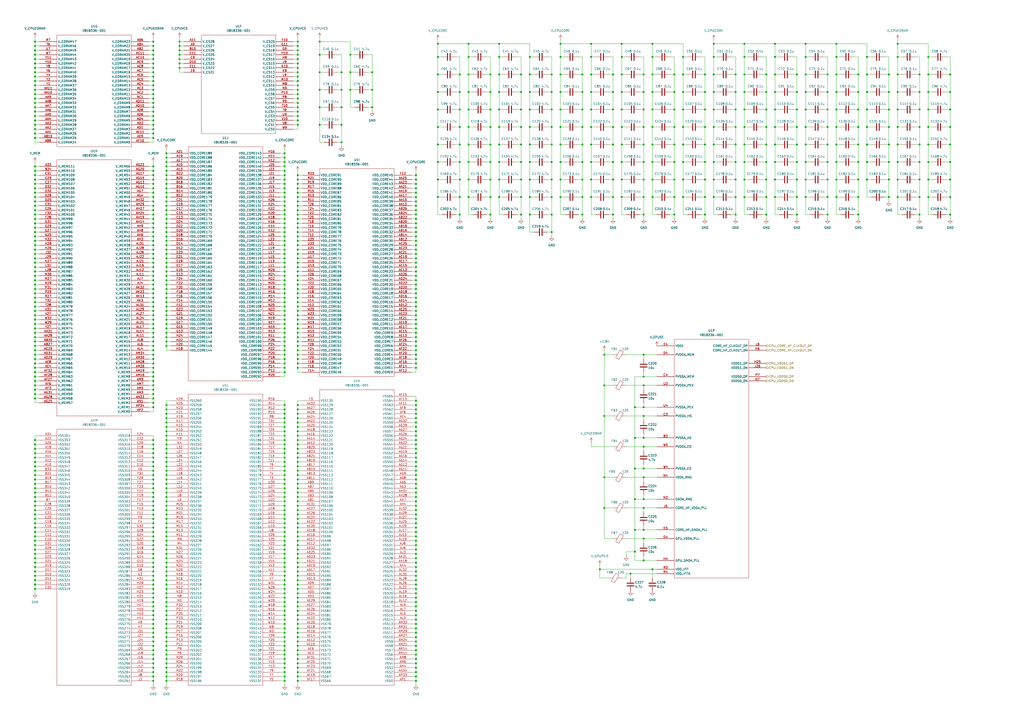
<source format=kicad_sch>
(kicad_sch (version 20250114) (generator "eeschema") (generator_version "9.0")
  (paper "A2")
  (lib_symbols
    (symbol "Device:C" (pin_numbers (hide yes)) (pin_names (offset 0.254))
      (property "Reference" "C" (at 0.635 2.54 0))
      (property "Value" "C" (at 0.635 -2.54 0))
      (symbol "C_1_1"
        (pin passive line (at 0 3.81 270) (length 2.794) (name "~") (number "1"))
        (pin passive line (at 0 -3.81 90) (length 2.794) (name "~") (number "2"))
      )
    )
    (symbol "Device:FerriteBead" (pin_numbers (hide yes)) (pin_names (offset 0))
      (property "Reference" "FB" (at -3.81 0.635 90))
      (property "Value" "FerriteBead" (at 3.81 0 90))
      (symbol "FerriteBead_1_1"
        (pin passive line (at 0 3.81 270) (length 2.54) (name "~") (number "1"))
        (pin passive line (at 0 -3.81 90) (length 2.54) (name "~") (number "2"))
      )
    )
    (symbol "X360:X818336-001"
      (property "Reference" "U" (at -20.828 66.04 0))
      (property "Value" "X818336-001" (at -14.478 -67.564 0))
      (symbol "X818336-001_1_1"
        (unit_name "MC1PD")
        (pin bidirectional line (at -31.75 60.96 0) (length 10.16) (name "MD_DQ31") (number "AM23"))
        (pin bidirectional line (at -31.75 58.42 0) (length 10.16) (name "MD_DQ30") (number "AL23"))
        (pin bidirectional line (at -31.75 55.88 0) (length 10.16) (name "MD_DQ29") (number "AP23"))
        (pin bidirectional line (at -31.75 53.34 0) (length 10.16) (name "MD_DQ28") (number "AP24"))
        (pin bidirectional line (at -31.75 50.8 0) (length 10.16) (name "MD_DQ27") (number "AP22"))
        (pin bidirectional line (at -31.75 48.26 0) (length 10.16) (name "MD_DQ26") (number "AN25"))
        (pin bidirectional line (at -31.75 45.72 0) (length 10.16) (name "MD_DQ25") (number "AN21"))
        (pin bidirectional line (at -31.75 43.18 0) (length 10.16) (name "MD_DQ24") (number "AP25"))
        (pin bidirectional line (at -31.75 40.64 0) (length 10.16) (name "MD_DQ23") (number "AN19"))
        (pin bidirectional line (at -31.75 38.1 0) (length 10.16) (name "MD_DQ22") (number "AP19"))
        (pin bidirectional line (at -31.75 35.56 0) (length 10.16) (name "MD_DQ21") (number "AN20"))
        (pin bidirectional line (at -31.75 33.02 0) (length 10.16) (name "MD_DQ20") (number "AL18"))
        (pin bidirectional line (at -31.75 30.48 0) (length 10.16) (name "MD_DQ19") (number "AL20"))
        (pin bidirectional line (at -31.75 27.94 0) (length 10.16) (name "MD_DQ18") (number "AP18"))
        (pin bidirectional line (at -31.75 25.4 0) (length 10.16) (name "MD_DQ17") (number "AP21"))
        (pin bidirectional line (at -31.75 22.86 0) (length 10.16) (name "MD_DQ16") (number "AN18"))
        (pin bidirectional line (at -31.75 20.32 0) (length 10.16) (name "MD_DQ15") (number "AJ19"))
        (pin bidirectional line (at -31.75 17.78 0) (length 10.16) (name "MD_DQ14") (number "AH23"))
        (pin bidirectional line (at -31.75 15.24 0) (length 10.16) (name "MD_DQ13") (number "AK19"))
        (pin bidirectional line (at -31.75 12.7 0) (length 10.16) (name "MD_DQ12") (number "AJ23"))
        (pin bidirectional line (at -31.75 10.16 0) (length 10.16) (name "MD_DQ11") (number "AK21"))
        (pin bidirectional line (at -31.75 7.62 0) (length 10.16) (name "MD_DQ10") (number "AK22"))
        (pin bidirectional line (at -31.75 5.08 0) (length 10.16) (name "MD_DQ9") (number "AH21"))
        (pin bidirectional line (at -31.75 2.54 0) (length 10.16) (name "MD_DQ8") (number "AM22"))
        (pin bidirectional line (at -31.75 0 0) (length 10.16) (name "MD_DQ7") (number "AH18"))
        (pin bidirectional line (at -31.75 -2.54 0) (length 10.16) (name "MD_DQ6") (number "AJ14"))
        (pin bidirectional line (at -31.75 -5.08 0) (length 10.16) (name "MD_DQ5") (number "AJ18"))
        (pin bidirectional line (at -31.75 -7.62 0) (length 10.16) (name "MD_DQ4") (number "AK14"))
        (pin bidirectional line (at -31.75 -10.16 0) (length 10.16) (name "MD_DQ3") (number "AM17"))
        (pin bidirectional line (at -31.75 -12.7 0) (length 10.16) (name "MD_DQ2") (number "AK15"))
        (pin bidirectional line (at -31.75 -15.24 0) (length 10.16) (name "MD_DQ1") (number "AK16"))
        (pin bidirectional line (at -31.75 -17.78 0) (length 10.16) (name "MD_DQ0") (number "AH16"))
        (pin input line (at -31.75 -22.86 0) (length 10.16) (name "MD_RDQS3") (number "AN23"))
        (pin input line (at -31.75 -25.4 0) (length 10.16) (name "MD_RDQS2") (number "AP20"))
        (pin input line (at -31.75 -27.94 0) (length 10.16) (name "MD_RDQS1") (number "AK20"))
        (pin input line (at -31.75 -30.48 0) (length 10.16) (name "MD_RDQS0") (number "AK17"))
        (pin power_in line (at -31.75 -35.56 0) (length 10.16) (name "MD_VREF0") (number "AN17"))
        (pin output line (at 31.75 60.96 180) (length 10.16) (name "MD_CLK1_DP") (number "AJ24"))
        (pin output line (at 31.75 58.42 180) (length 10.16) (name "MD_CLK1_DN") (number "AK24"))
        (pin output line (at 31.75 55.88 180) (length 10.16) (name "MD_CLK0_DP") (number "AL25"))
        (pin output line (at 31.75 53.34 180) (length 10.16) (name "MD_CLK0_DN") (number "AM25"))
        (pin output line (at 31.75 48.26 180) (length 10.16) (name "MD_A12") (number "AK30"))
        (pin output line (at 31.75 45.72 180) (length 10.16) (name "MD_A11") (number "AN31"))
        (pin output line (at 31.75 43.18 180) (length 10.16) (name "MD_A10") (number "AN32"))
        (pin output line (at 31.75 40.64 180) (length 10.16) (name "MD_A9") (number "AK26"))
        (pin output line (at 31.75 38.1 180) (length 10.16) (name "MD_A8") (number "AK25"))
        (pin output line (at 31.75 35.56 180) (length 10.16) (name "MD_A7") (number "AN26"))
        (pin output line (at 31.75 33.02 180) (length 10.16) (name "MD_A6") (number "AH26"))
        (pin output line (at 31.75 30.48 180) (length 10.16) (name "MD_A5") (number "AH25"))
        (pin output line (at 31.75 27.94 180) (length 10.16) (name "MD_A4") (number "AN27"))
        (pin output line (at 31.75 25.4 180) (length 10.16) (name "MD_A3") (number "AP32"))
        (pin output line (at 31.75 22.86 180) (length 10.16) (name "MD_A2") (number "AN29"))
        (pin output line (at 31.75 20.32 180) (length 10.16) (name "MD_A1") (number "AM32"))
        (pin output line (at 31.75 17.78 180) (length 10.16) (name "MD_A0") (number "AN30"))
        (pin output line (at 31.75 12.7 180) (length 10.16) (name "MD_BA2") (number "AK27"))
        (pin output line (at 31.75 10.16 180) (length 10.16) (name "MD_BA1") (number "AN28"))
        (pin output line (at 31.75 7.62 180) (length 10.16) (name "MD_BA0") (number "AK29"))
        (pin output line (at 31.75 2.54 180) (length 10.16) (name "MD_CKE") (number "AP30"))
        (pin output inverted (at 31.75 0 180) (length 10.16) (name "MD_WE_N*") (number "AP28"))
        (pin output inverted (at 31.75 -2.54 180) (length 10.16) (name "MD_CAS_N*") (number "AP29"))
        (pin output inverted (at 31.75 -5.08 180) (length 10.16) (name "MD_RAS_N*") (number "AP31"))
        (pin output inverted (at 31.75 -7.62 180) (length 10.16) (name "MD_CS1_N*") (number "AK28"))
        (pin output inverted (at 31.75 -10.16 180) (length 10.16) (name "MD_CS0_N*") (number "AP27"))
        (pin output line (at 31.75 -15.24 180) (length 10.16) (name "MD_WDQS3") (number "AN24"))
        (pin output line (at 31.75 -17.78 180) (length 10.16) (name "MD_WDQS2") (number "AM18"))
        (pin output line (at 31.75 -20.32 180) (length 10.16) (name "MD_WDQS1") (number "AH22"))
        (pin output line (at 31.75 -22.86 180) (length 10.16) (name "MD_WDQS0") (number "AH15"))
        (pin output line (at 31.75 -27.94 180) (length 10.16) (name "MD_DM3") (number "AN22"))
        (pin output line (at 31.75 -30.48 180) (length 10.16) (name "MD_DM2") (number "AM20"))
        (pin output line (at 31.75 -33.02 180) (length 10.16) (name "MD_DM1") (number "AH20"))
        (pin output line (at 31.75 -35.56 180) (length 10.16) (name "MD_DM0") (number "AH17"))
      )
      (symbol "X818336-001_2_1"
        (unit_name "MC1PC")
        (pin bidirectional line (at -31.75 60.96 0) (length 10.16) (name "MC_DQ31") (number "AP15"))
        (pin bidirectional line (at -31.75 58.42 0) (length 10.16) (name "MC_DQ30") (number "AM15"))
        (pin bidirectional line (at -31.75 55.88 0) (length 10.16) (name "MC_DQ29") (number "AN15"))
        (pin bidirectional line (at -31.75 53.34 0) (length 10.16) (name "MC_DQ28") (number "AL15"))
        (pin bidirectional line (at -31.75 50.8 0) (length 10.16) (name "MC_DQ27") (number "AL13"))
        (pin bidirectional line (at -31.75 48.26 0) (length 10.16) (name "MC_DQ26") (number "AN16"))
        (pin bidirectional line (at -31.75 45.72 0) (length 10.16) (name "MC_DQ25") (number "AM13"))
        (pin bidirectional line (at -31.75 43.18 0) (length 10.16) (name "MC_DQ24") (number "AP17"))
        (pin bidirectional line (at -31.75 40.64 0) (length 10.16) (name "MC_DQ23") (number "AP11"))
        (pin bidirectional line (at -31.75 38.1 0) (length 10.16) (name "MC_DQ22") (number "AL10"))
        (pin bidirectional line (at -31.75 35.56 0) (length 10.16) (name "MC_DQ21") (number "AN11"))
        (pin bidirectional line (at -31.75 33.02 0) (length 10.16) (name "MC_DQ20") (number "AM10"))
        (pin bidirectional line (at -31.75 30.48 0) (length 10.16) (name "MC_DQ19") (number "AN13"))
        (pin bidirectional line (at -31.75 27.94 0) (length 10.16) (name "MC_DQ18") (number "AN10"))
        (pin bidirectional line (at -31.75 25.4 0) (length 10.16) (name "MC_DQ17") (number "AP13"))
        (pin bidirectional line (at -31.75 22.86 0) (length 10.16) (name "MC_DQ16") (number "AN9"))
        (pin bidirectional line (at -31.75 20.32 0) (length 10.16) (name "MC_DQ15") (number "AJ9"))
        (pin bidirectional line (at -31.75 17.78 0) (length 10.16) (name "MC_DQ14") (number "AJ13"))
        (pin bidirectional line (at -31.75 15.24 0) (length 10.16) (name "MC_DQ13") (number "AK9"))
        (pin bidirectional line (at -31.75 12.7 0) (length 10.16) (name "MC_DQ12") (number "AH13"))
        (pin bidirectional line (at -31.75 10.16 0) (length 10.16) (name "MC_DQ11") (number "AK11"))
        (pin bidirectional line (at -31.75 7.62 0) (length 10.16) (name "MC_DQ10") (number "AK12"))
        (pin bidirectional line (at -31.75 5.08 0) (length 10.16) (name "MC_DQ9") (number "AH11"))
        (pin bidirectional line (at -31.75 2.54 0) (length 10.16) (name "MC_DQ8") (number "AM12"))
        (pin bidirectional line (at -31.75 0 0) (length 10.16) (name "MC_DQ7") (number "AN8"))
        (pin bidirectional line (at -31.75 -2.54 0) (length 10.16) (name "MC_DQ6") (number "AN2"))
        (pin bidirectional line (at -31.75 -5.08 0) (length 10.16) (name "MC_DQ5") (number "AK8"))
        (pin bidirectional line (at -31.75 -7.62 0) (length 10.16) (name "MC_DQ4") (number "AN3"))
        (pin bidirectional line (at -31.75 -10.16 0) (length 10.16) (name "MC_DQ3") (number "AN6"))
        (pin bidirectional line (at -31.75 -12.7 0) (length 10.16) (name "MC_DQ2") (number "AK5"))
        (pin bidirectional line (at -31.75 -15.24 0) (length 10.16) (name "MC_DQ1") (number "AK6"))
        (pin bidirectional line (at -31.75 -17.78 0) (length 10.16) (name "MC_DQ0") (number "AN5"))
        (pin input line (at -31.75 -22.86 0) (length 10.16) (name "MC_RDQS3") (number "AN14"))
        (pin input line (at -31.75 -25.4 0) (length 10.16) (name "MC_RDQS2") (number "AP12"))
        (pin input line (at -31.75 -27.94 0) (length 10.16) (name "MC_RDQS1") (number "AK10"))
        (pin input line (at -31.75 -30.48 0) (length 10.16) (name "MC_RDQS0") (number "AK7"))
        (pin power_in line (at -31.75 -35.56 0) (length 10.16) (name "MC_VREF0") (number "AE5"))
        (pin output line (at 31.75 60.96 180) (length 10.16) (name "MC_CLK1_DP") (number "AP9"))
        (pin output line (at 31.75 58.42 180) (length 10.16) (name "MC_CLK1_DN") (number "AP8"))
        (pin output line (at 31.75 55.88 180) (length 10.16) (name "MC_CLK0_DP") (number "AP6"))
        (pin output line (at 31.75 53.34 180) (length 10.16) (name "MC_CLK0_DN") (number "AP5"))
        (pin output line (at 31.75 48.26 180) (length 10.16) (name "MC_A12") (number "AE1"))
        (pin output line (at 31.75 45.72 180) (length 10.16) (name "MC_A11") (number "AH1"))
        (pin output line (at 31.75 43.18 180) (length 10.16) (name "MC_A10") (number "AE2"))
        (pin output line (at 31.75 40.64 180) (length 10.16) (name "MC_A9") (number "AJ2"))
        (pin output line (at 31.75 38.1 180) (length 10.16) (name "MC_A8") (number "AP4"))
        (pin output line (at 31.75 35.56 180) (length 10.16) (name "MC_A7") (number "AK1"))
        (pin output line (at 31.75 33.02 180) (length 10.16) (name "MC_A6") (number "AL1"))
        (pin output line (at 31.75 30.48 180) (length 10.16) (name "MC_A5") (number "AP3"))
        (pin output line (at 31.75 27.94 180) (length 10.16) (name "MC_A4") (number "AK2"))
        (pin output line (at 31.75 25.4 180) (length 10.16) (name "MC_A3") (number "AJ1"))
        (pin output line (at 31.75 22.86 180) (length 10.16) (name "MC_A2") (number "AH2"))
        (pin output line (at 31.75 20.32 180) (length 10.16) (name "MC_A1") (number "AF1"))
        (pin output line (at 31.75 17.78 180) (length 10.16) (name "MC_A0") (number "AG2"))
        (pin output line (at 31.75 12.7 180) (length 10.16) (name "MC_BA2") (number "AL2"))
        (pin output line (at 31.75 10.16 180) (length 10.16) (name "MC_BA1") (number "AM1"))
        (pin output line (at 31.75 7.62 180) (length 10.16) (name "MC_BA0") (number "AF2"))
        (pin output line (at 31.75 2.54 180) (length 10.16) (name "MC_CKE") (number "AG1"))
        (pin output inverted (at 31.75 0 180) (length 10.16) (name "MC_WE_N*") (number "AH5"))
        (pin output inverted (at 31.75 -2.54 180) (length 10.16) (name "MC_CAS_N*") (number "AG5"))
        (pin output inverted (at 31.75 -5.08 180) (length 10.16) (name "MC_RAS_N*") (number "AF5"))
        (pin output inverted (at 31.75 -7.62 180) (length 10.16) (name "MC_CS1_N*") (number "AJ5"))
        (pin output inverted (at 31.75 -10.16 180) (length 10.16) (name "MC_CS0_N*") (number "AM2"))
        (pin output line (at 31.75 -15.24 180) (length 10.16) (name "MC_WDQS3") (number "AP16"))
        (pin output line (at 31.75 -17.78 180) (length 10.16) (name "MC_WDQS2") (number "AP10"))
        (pin output line (at 31.75 -20.32 180) (length 10.16) (name "MC_WDQS1") (number "AH12"))
        (pin output line (at 31.75 -22.86 180) (length 10.16) (name "MC_WDQS0") (number "AN4"))
        (pin output line (at 31.75 -27.94 180) (length 10.16) (name "MC_DM3") (number "AP14"))
        (pin output line (at 31.75 -30.48 180) (length 10.16) (name "MC_DM2") (number "AN12"))
        (pin output line (at 31.75 -33.02 180) (length 10.16) (name "MC_DM1") (number "AH10"))
        (pin output line (at 31.75 -35.56 180) (length 10.16) (name "MC_DM0") (number "AN7"))
      )
      (symbol "X818336-001_3_1"
        (unit_name "MC0PB")
        (pin bidirectional line (at -31.75 60.96 0) (length 10.16) (name "MB_DQ31") (number "H33"))
        (pin bidirectional line (at -31.75 58.42 0) (length 10.16) (name "MB_DQ30") (number "G34"))
        (pin bidirectional line (at -31.75 55.88 0) (length 10.16) (name "MB_DQ29") (number "H34"))
        (pin bidirectional line (at -31.75 53.34 0) (length 10.16) (name "MB_DQ28") (number "F34"))
        (pin bidirectional line (at -31.75 50.8 0) (length 10.16) (name "MB_DQ27") (number "K31"))
        (pin bidirectional line (at -31.75 48.26 0) (length 10.16) (name "MB_DQ26") (number "D34"))
        (pin bidirectional line (at -31.75 45.72 0) (length 10.16) (name "MB_DQ25") (number "K32"))
        (pin bidirectional line (at -31.75 43.18 0) (length 10.16) (name "MB_DQ24") (number "C34"))
        (pin bidirectional line (at -31.75 40.64 0) (length 10.16) (name "MB_DQ23") (number "M32"))
        (pin bidirectional line (at -31.75 38.1 0) (length 10.16) (name "MB_DQ22") (number "M34"))
        (pin bidirectional line (at -31.75 35.56 0) (length 10.16) (name "MB_DQ21") (number "M31"))
        (pin bidirectional line (at -31.75 33.02 0) (length 10.16) (name "MB_DQ20") (number "M33"))
        (pin bidirectional line (at -31.75 30.48 0) (length 10.16) (name "MB_DQ19") (number "K33"))
        (pin bidirectional line (at -31.75 27.94 0) (length 10.16) (name "MB_DQ18") (number "N34"))
        (pin bidirectional line (at -31.75 25.4 0) (length 10.16) (name "MB_DQ17") (number "K34"))
        (pin bidirectional line (at -31.75 22.86 0) (length 10.16) (name "MB_DQ16") (number "P33"))
        (pin bidirectional line (at -31.75 20.32 0) (length 10.16) (name "MB_DQ15") (number "J28"))
        (pin bidirectional line (at -31.75 17.78 0) (length 10.16) (name "MB_DQ14") (number "C33"))
        (pin bidirectional line (at -31.75 15.24 0) (length 10.16) (name "MB_DQ13") (number "J30"))
        (pin bidirectional line (at -31.75 12.7 0) (length 10.16) (name "MB_DQ12") (number "D33"))
        (pin bidirectional line (at -31.75 10.16 0) (length 10.16) (name "MB_DQ11") (number "F33"))
        (pin bidirectional line (at -31.75 7.62 0) (length 10.16) (name "MB_DQ10") (number "E33"))
        (pin bidirectional line (at -31.75 5.08 0) (length 10.16) (name "MB_DQ9") (number "G30"))
        (pin bidirectional line (at -31.75 2.54 0) (length 10.16) (name "MB_DQ8") (number "F30"))
        (pin bidirectional line (at -31.75 0 0) (length 10.16) (name "MB_DQ7") (number "K30"))
        (pin bidirectional line (at -31.75 -2.54 0) (length 10.16) (name "MB_DQ6") (number "P28"))
        (pin bidirectional line (at -31.75 -5.08 0) (length 10.16) (name "MB_DQ5") (number "K28"))
        (pin bidirectional line (at -31.75 -7.62 0) (length 10.16) (name "MB_DQ4") (number "P30"))
        (pin bidirectional line (at -31.75 -10.16 0) (length 10.16) (name "MB_DQ3") (number "M28"))
        (pin bidirectional line (at -31.75 -12.7 0) (length 10.16) (name "MB_DQ2") (number "N30"))
        (pin bidirectional line (at -31.75 -15.24 0) (length 10.16) (name "MB_DQ1") (number "M29"))
        (pin bidirectional line (at -31.75 -17.78 0) (length 10.16) (name "MB_DQ0") (number "N28"))
        (pin input line (at -31.75 -22.86 0) (length 10.16) (name "MB_RDQS3") (number "J33"))
        (pin input line (at -31.75 -25.4 0) (length 10.16) (name "MB_RDQS2") (number "L34"))
        (pin input line (at -31.75 -27.94 0) (length 10.16) (name "MB_RDQS1") (number "G33"))
        (pin input line (at -31.75 -30.48 0) (length 10.16) (name "MB_RDQS0") (number "L29"))
        (pin power_in line (at -31.75 -35.56 0) (length 10.16) (name "MB_VREF0") (number "P34"))
        (pin output line (at 31.75 60.96 180) (length 10.16) (name "MB_CLK1_DP") (number "B32"))
        (pin output line (at 31.75 58.42 180) (length 10.16) (name "MB_CLK1_DN") (number "A32"))
        (pin output line (at 31.75 55.88 180) (length 10.16) (name "MB_CLK0_DP") (number "B31"))
        (pin output line (at 31.75 53.34 180) (length 10.16) (name "MB_CLK0_DN") (number "A31"))
        (pin output line (at 31.75 48.26 180) (length 10.16) (name "MB_A12") (number "C30"))
        (pin output line (at 31.75 45.72 180) (length 10.16) (name "MB_A11") (number "F25"))
        (pin output line (at 31.75 43.18 180) (length 10.16) (name "MB_A10") (number "A25"))
        (pin output line (at 31.75 40.64 180) (length 10.16) (name "MB_A9") (number "E29"))
        (pin output line (at 31.75 38.1 180) (length 10.16) (name "MB_A8") (number "B30"))
        (pin output line (at 31.75 35.56 180) (length 10.16) (name "MB_A7") (number "B29"))
        (pin output line (at 31.75 33.02 180) (length 10.16) (name "MB_A6") (number "A30"))
        (pin output line (at 31.75 30.48 180) (length 10.16) (name "MB_A5") (number "C32"))
        (pin output line (at 31.75 27.94 180) (length 10.16) (name "MB_A4") (number "A29"))
        (pin output line (at 31.75 25.4 180) (length 10.16) (name "MB_A3") (number "E25"))
        (pin output line (at 31.75 22.86 180) (length 10.16) (name "MB_A2") (number "G26"))
        (pin output line (at 31.75 20.32 180) (length 10.16) (name "MB_A1") (number "B25"))
        (pin output line (at 31.75 17.78 180) (length 10.16) (name "MB_A0") (number "F26"))
        (pin output line (at 31.75 12.7 180) (length 10.16) (name "MB_BA2") (number "E28"))
        (pin output line (at 31.75 10.16 180) (length 10.16) (name "MB_BA1") (number "B28"))
        (pin output line (at 31.75 7.62 180) (length 10.16) (name "MB_BA0") (number "E27"))
        (pin output line (at 31.75 2.54 180) (length 10.16) (name "MB_CKE") (number "A27"))
        (pin output inverted (at 31.75 0 180) (length 10.16) (name "MB_WE_N*") (number "B26"))
        (pin output inverted (at 31.75 -2.54 180) (length 10.16) (name "MB_CAS_N*") (number "C26"))
        (pin output inverted (at 31.75 -5.08 180) (length 10.16) (name "MB_RAS_N*") (number "D26"))
        (pin output inverted (at 31.75 -7.62 180) (length 10.16) (name "MB_CS1_N*") (number "A28"))
        (pin output inverted (at 31.75 -10.16 180) (length 10.16) (name "MB_CS0_N*") (number "A26"))
        (pin output line (at 31.75 -15.24 180) (length 10.16) (name "MB_WDQS3") (number "E34"))
        (pin output line (at 31.75 -17.78 180) (length 10.16) (name "MB_WDQS2") (number "N33"))
        (pin output line (at 31.75 -20.32 180) (length 10.16) (name "MB_WDQS1") (number "E30"))
        (pin output line (at 31.75 -22.86 180) (length 10.16) (name "MB_WDQS0") (number "N32"))
        (pin output line (at 31.75 -27.94 180) (length 10.16) (name "MB_DM3") (number "J34"))
        (pin output line (at 31.75 -30.48 180) (length 10.16) (name "MB_DM2") (number "L33"))
        (pin output line (at 31.75 -33.02 180) (length 10.16) (name "MB_DM1") (number "H30"))
        (pin output line (at 31.75 -35.56 180) (length 10.16) (name "MB_DM0") (number "L30"))
      )
      (symbol "X818336-001_4_1"
        (unit_name "MC0PA")
        (pin bidirectional line (at -31.75 60.96 0) (length 10.16) (name "MA_DQ31") (number "T34"))
        (pin bidirectional line (at -31.75 58.42 0) (length 10.16) (name "MA_DQ30") (number "T33"))
        (pin bidirectional line (at -31.75 55.88 0) (length 10.16) (name "MA_DQ29") (number "U31"))
        (pin bidirectional line (at -31.75 53.34 0) (length 10.16) (name "MA_DQ28") (number "R33"))
        (pin bidirectional line (at -31.75 50.8 0) (length 10.16) (name "MA_DQ27") (number "U33"))
        (pin bidirectional line (at -31.75 48.26 0) (length 10.16) (name "MA_DQ26") (number "R32"))
        (pin bidirectional line (at -31.75 45.72 0) (length 10.16) (name "MA_DQ25") (number "V33"))
        (pin bidirectional line (at -31.75 43.18 0) (length 10.16) (name "MA_DQ24") (number "R31"))
        (pin bidirectional line (at -31.75 40.64 0) (length 10.16) (name "MA_DQ23") (number "Y34"))
        (pin bidirectional line (at -31.75 38.1 0) (length 10.16) (name "MA_DQ22") (number "Y33"))
        (pin bidirectional line (at -31.75 35.56 0) (length 10.16) (name "MA_DQ21") (number "Y32"))
        (pin bidirectional line (at -31.75 33.02 0) (length 10.16) (name "MA_DQ20") (number "AA33"))
        (pin bidirectional line (at -31.75 30.48 0) (length 10.16) (name "MA_DQ19") (number "W33"))
        (pin bidirectional line (at -31.75 27.94 0) (length 10.16) (name "MA_DQ18") (number "AB31"))
        (pin bidirectional line (at -31.75 25.4 0) (length 10.16) (name "MA_DQ17") (number "V34"))
        (pin bidirectional line (at -31.75 22.86 0) (length 10.16) (name "MA_DQ16") (number "AB32"))
        (pin bidirectional line (at -31.75 20.32 0) (length 10.16) (name "MA_DQ15") (number "W28"))
        (pin bidirectional line (at -31.75 17.78 0) (length 10.16) (name "MA_DQ14") (number "R30"))
        (pin bidirectional line (at -31.75 15.24 0) (length 10.16) (name "MA_DQ13") (number "W30"))
        (pin bidirectional line (at -31.75 12.7 0) (length 10.16) (name "MA_DQ12") (number "R28"))
        (pin bidirectional line (at -31.75 10.16 0) (length 10.16) (name "MA_DQ11") (number "V28"))
        (pin bidirectional line (at -31.75 7.62 0) (length 10.16) (name "MA_DQ10") (number "T29"))
        (pin bidirectional line (at -31.75 5.08 0) (length 10.16) (name "MA_DQ9") (number "U29"))
        (pin bidirectional line (at -31.75 2.54 0) (length 10.16) (name "MA_DQ8") (number "U28"))
        (pin bidirectional line (at -31.75 0 0) (length 10.16) (name "MA_DQ7") (number "Y30"))
        (pin bidirectional line (at -31.75 -2.54 0) (length 10.16) (name "MA_DQ6") (number "AD28"))
        (pin bidirectional line (at -31.75 -5.08 0) (length 10.16) (name "MA_DQ5") (number "Y28"))
        (pin bidirectional line (at -31.75 -7.62 0) (length 10.16) (name "MA_DQ4") (number "AD30"))
        (pin bidirectional line (at -31.75 -10.16 0) (length 10.16) (name "MA_DQ3") (number "AB28"))
        (pin bidirectional line (at -31.75 -12.7 0) (length 10.16) (name "MA_DQ2") (number "AC30"))
        (pin bidirectional line (at -31.75 -15.24 0) (length 10.16) (name "MA_DQ1") (number "AB29"))
        (pin bidirectional line (at -31.75 -17.78 0) (length 10.16) (name "MA_DQ0") (number "AC28"))
        (pin input line (at -31.75 -22.86 0) (length 10.16) (name "MA_RDQS3") (number "U32"))
        (pin input line (at -31.75 -25.4 0) (length 10.16) (name "MA_RDQS2") (number "Y31"))
        (pin input line (at -31.75 -27.94 0) (length 10.16) (name "MA_RDQS1") (number "V30"))
        (pin input line (at -31.75 -30.48 0) (length 10.16) (name "MA_RDQS0") (number "AA29"))
        (pin power_in line (at -31.75 -35.56 0) (length 10.16) (name "MA_VREF0") (number "AB34"))
        (pin output line (at 31.75 60.96 180) (length 10.16) (name "MA_CLK1_DP") (number "AE28"))
        (pin output line (at 31.75 58.42 180) (length 10.16) (name "MA_CLK1_DN") (number "AE30"))
        (pin output line (at 31.75 55.88 180) (length 10.16) (name "MA_CLK0_DP") (number "AC33"))
        (pin output line (at 31.75 53.34 180) (length 10.16) (name "MA_CLK0_DN") (number "AC34"))
        (pin output line (at 31.75 48.26 180) (length 10.16) (name "MA_A12") (number "AL33"))
        (pin output line (at 31.75 45.72 180) (length 10.16) (name "MA_A11") (number "AH34"))
        (pin output line (at 31.75 43.18 180) (length 10.16) (name "MA_A10") (number "AL34"))
        (pin output line (at 31.75 40.64 180) (length 10.16) (name "MA_A9") (number "AG34"))
        (pin output line (at 31.75 38.1 180) (length 10.16) (name "MA_A8") (number "AD33"))
        (pin output line (at 31.75 35.56 180) (length 10.16) (name "MA_A7") (number "AF34"))
        (pin output line (at 31.75 33.02 180) (length 10.16) (name "MA_A6") (number "AE33"))
        (pin output line (at 31.75 30.48 180) (length 10.16) (name "MA_A5") (number "AD34"))
        (pin output line (at 31.75 27.94 180) (length 10.16) (name "MA_A4") (number "AF33"))
        (pin output line (at 31.75 25.4 180) (length 10.16) (name "MA_A3") (number "AG33"))
        (pin output line (at 31.75 22.86 180) (length 10.16) (name "MA_A2") (number "AH33"))
        (pin output line (at 31.75 20.32 180) (length 10.16) (name "MA_A1") (number "AK33"))
        (pin output line (at 31.75 17.78 180) (length 10.16) (name "MA_A0") (number "AJ34"))
        (pin output line (at 31.75 12.7 180) (length 10.16) (name "MA_BA2") (number "AE34"))
        (pin output line (at 31.75 10.16 180) (length 10.16) (name "MA_BA1") (number "AE32"))
        (pin output line (at 31.75 7.62 180) (length 10.16) (name "MA_BA0") (number "AK34"))
        (pin output line (at 31.75 2.54 180) (length 10.16) (name "MA_CKE") (number "AJ33"))
        (pin output inverted (at 31.75 0 180) (length 10.16) (name "MA_WE_N*") (number "AF29"))
        (pin output inverted (at 31.75 -2.54 180) (length 10.16) (name "MA_CAS_N*") (number "AG30"))
        (pin output inverted (at 31.75 -5.08 180) (length 10.16) (name "MA_RAS_N*") (number "AH30"))
        (pin output inverted (at 31.75 -7.62 180) (length 10.16) (name "MA_CS1_N*") (number "AF30"))
        (pin output inverted (at 31.75 -10.16 180) (length 10.16) (name "MA_CS0_N*") (number "AE31"))
        (pin output line (at 31.75 -15.24 180) (length 10.16) (name "MA_WDQS3") (number "R34"))
        (pin output line (at 31.75 -17.78 180) (length 10.16) (name "MA_WDQS2") (number "AA34"))
        (pin output line (at 31.75 -20.32 180) (length 10.16) (name "MA_WDQS1") (number "T30"))
        (pin output line (at 31.75 -22.86 180) (length 10.16) (name "MA_WDQS0") (number "AC32"))
        (pin output line (at 31.75 -27.94 180) (length 10.16) (name "MA_DM3") (number "U34"))
        (pin output line (at 31.75 -30.48 180) (length 10.16) (name "MA_DM2") (number "W34"))
        (pin output line (at 31.75 -33.02 180) (length 10.16) (name "MA_DM1") (number "V32"))
        (pin output line (at 31.75 -35.56 180) (length 10.16) (name "MA_DM0") (number "AA30"))
      )
      (symbol "X818336-001_5_1"
        (unit_name "VIDEO + PCIEX")
        (pin input line (at -31.75 60.96 0) (length 10.16) (name "NB_CLK_DP") (number "R2"))
        (pin input line (at -31.75 55.88 0) (length 10.16) (name "NB_CLK_DN") (number "R1"))
        (pin input inverted (at -31.75 48.26 0) (length 10.16) (name "RST_IN_N*") (number "D2"))
        (pin input line (at -31.75 40.64 0) (length 10.16) (name "PEX_RX1_DP") (number "T2"))
        (pin input line (at -31.75 38.1 0) (length 10.16) (name "PEX_RX1_DN") (number "T1"))
        (pin input line (at -31.75 35.56 0) (length 10.16) (name "PEX_RX0_DP") (number "V2"))
        (pin input line (at -31.75 33.02 0) (length 10.16) (name "PEX_RX0_DN") (number "V1"))
        (pin input line (at -31.75 27.94 0) (length 10.16) (name "PIX_CLK_IN_DP") (number "N1"))
        (pin input line (at -31.75 25.4 0) (length 10.16) (name "PIX_CLK_IN_DN") (number "N2"))
        (pin power_in line (at -31.75 20.32 0) (length 10.16) (name "PEX_RCAL") (number "V3"))
        (pin input line (at -31.75 12.7 0) (length 10.16) (name "NB_THERMD_P") (number "P4"))
        (pin output line (at -31.75 10.16 0) (length 10.16) (name "NB_THERMD_N") (number "P3"))
        (pin input line (at -31.75 5.08 0) (length 10.16) (name "ED_THERMD_P") (number "V4"))
        (pin output line (at -31.75 2.54 0) (length 10.16) (name "ED_THERMD_N") (number "V5"))
        (pin input line (at -31.75 -2.54 0) (length 10.16) (name "CPU_THERMD_P") (number "M5"))
        (pin output line (at -31.75 -5.08 0) (length 10.16) (name "CPU_THERMD_N") (number "L5"))
        (pin power_in line (at -31.75 -12.7 0) (length 10.16) (name "MEM_CALA") (number "W27"))
        (pin power_in line (at -31.75 -15.24 0) (length 10.16) (name "MEM_CALB") (number "AG18"))
        (pin output line (at 31.75 60.96 180) (length 10.16) (name "RST_DONE") (number "U6"))
        (pin output line (at 31.75 53.34 180) (length 10.16) (name "PEX_TX1_DP") (number "U2"))
        (pin output line (at 31.75 48.26 180) (length 10.16) (name "PEX_TX1_DN") (number "U1"))
        (pin output line (at 31.75 43.18 180) (length 10.16) (name "PEX_TX0_DP") (number "W2"))
        (pin output line (at 31.75 38.1 180) (length 10.16) (name "PEX_TX0_DN") (number "W1"))
        (pin output line (at 31.75 30.48 180) (length 10.16) (name "PIX_CLK_OUT") (number "J2"))
        (pin output line (at 31.75 25.4 180) (length 10.16) (name "PIX_DATA14") (number "F2"))
        (pin output line (at 31.75 22.86 180) (length 10.16) (name "PIX_DATA13") (number "F1"))
        (pin output line (at 31.75 20.32 180) (length 10.16) (name "PIX_DATA12") (number "F3"))
        (pin output line (at 31.75 17.78 180) (length 10.16) (name "PIX_DATA11") (number "G2"))
        (pin output line (at 31.75 15.24 180) (length 10.16) (name "PIX_DATA10") (number "G1"))
        (pin output line (at 31.75 12.7 180) (length 10.16) (name "PIX_DATA9") (number "H3"))
        (pin output line (at 31.75 10.16 180) (length 10.16) (name "PIX_DATA8") (number "H2"))
        (pin output line (at 31.75 7.62 180) (length 10.16) (name "PIX_DATA7") (number "H1"))
        (pin output line (at 31.75 5.08 180) (length 10.16) (name "PIX_DATA6") (number "J1"))
        (pin output line (at 31.75 2.54 180) (length 10.16) (name "PIX_DATA5") (number "K3"))
        (pin output line (at 31.75 0 180) (length 10.16) (name "PIX_DATA4") (number "K2"))
        (pin output line (at 31.75 -2.54 180) (length 10.16) (name "PIX_DATA3") (number "K1"))
        (pin output line (at 31.75 -5.08 180) (length 10.16) (name "PIX_DATA2") (number "L2"))
        (pin output line (at 31.75 -7.62 180) (length 10.16) (name "PIX_DATA1") (number "L1"))
        (pin output line (at 31.75 -10.16 180) (length 10.16) (name "PIX_DATA0") (number "M3"))
        (pin output line (at 31.75 -15.24 180) (length 10.16) (name "VSYNC_OUT") (number "M1"))
        (pin output line (at 31.75 -17.78 180) (length 10.16) (name "HSYNC_OUT") (number "M2"))
        (pin output line (at 31.75 -25.4 180) (length 10.16) (name "MEM_RST") (number "AD27"))
        (pin output line (at 31.75 -27.94 180) (length 10.16) (name "MEM_SCAN_EN") (number "AB33"))
        (pin output line (at 31.75 -30.48 180) (length 10.16) (name "MEM_SCAN_OEN_A") (number "AF7"))
        (pin output line (at 31.75 -33.02 180) (length 10.16) (name "MEM_SCAN_OEN_B") (number "AE7"))
      )
      (symbol "X818336-001_6_1"
        (unit_name "VCS")
        (pin power_in line (at -31.75 60.96 0) (length 10.16) (name "V_CS28") (number "A11"))
        (pin power_in line (at -31.75 58.42 0) (length 10.16) (name "V_CS27") (number "A9"))
        (pin power_in line (at -31.75 55.88 0) (length 10.16) (name "V_CS26") (number "B10"))
        (pin power_in line (at -31.75 53.34 0) (length 10.16) (name "V_CS25") (number "C11"))
        (pin power_in line (at -31.75 50.8 0) (length 10.16) (name "V_CS24") (number "C9"))
        (pin power_in line (at -31.75 48.26 0) (length 10.16) (name "V_CS23") (number "D10"))
        (pin power_in line (at -31.75 45.72 0) (length 10.16) (name "V_CS22") (number "E11"))
        (pin power_in line (at -31.75 43.18 0) (length 10.16) (name "V_CS21") (number "E9"))
        (pin power_in line (at 31.75 60.96 180) (length 10.16) (name "V_CS20") (number "F10"))
        (pin power_in line (at 31.75 58.42 180) (length 10.16) (name "V_CS19") (number "G11"))
        (pin power_in line (at 31.75 55.88 180) (length 10.16) (name "V_CS18") (number "G9"))
        (pin power_in line (at 31.75 53.34 180) (length 10.16) (name "V_CS17") (number "H10"))
        (pin power_in line (at 31.75 50.8 180) (length 10.16) (name "V_CS16") (number "H8"))
        (pin power_in line (at 31.75 48.26 180) (length 10.16) (name "V_CS15") (number "J9"))
        (pin power_in line (at 31.75 45.72 180) (length 10.16) (name "V_CS14") (number "K10"))
        (pin power_in line (at 31.75 43.18 180) (length 10.16) (name "V_CS13") (number "K8"))
        (pin power_in line (at 31.75 40.64 180) (length 10.16) (name "V_CS12") (number "L9"))
        (pin power_in line (at 31.75 38.1 180) (length 10.16) (name "V_CS11") (number "M10"))
        (pin power_in line (at 31.75 35.56 180) (length 10.16) (name "V_CS10") (number "M8"))
        (pin power_in line (at 31.75 33.02 180) (length 10.16) (name "V_CS9") (number "N9"))
        (pin power_in line (at 31.75 30.48 180) (length 10.16) (name "V_CS8") (number "P10"))
        (pin power_in line (at 31.75 27.94 180) (length 10.16) (name "V_CS7") (number "P8"))
        (pin power_in line (at 31.75 25.4 180) (length 10.16) (name "V_CS6") (number "R9"))
        (pin power_in line (at 31.75 22.86 180) (length 10.16) (name "V_CS5") (number "T10"))
        (pin power_in line (at 31.75 20.32 180) (length 10.16) (name "V_CS4") (number "T8"))
        (pin power_in line (at 31.75 17.78 180) (length 10.16) (name "V_CS3") (number "U9"))
        (pin power_in line (at 31.75 15.24 180) (length 10.16) (name "V_CS2") (number "V10"))
        (pin power_in line (at 31.75 12.7 180) (length 10.16) (name "V_CS1") (number "V8"))
        (pin power_in line (at 31.75 10.16 180) (length 10.16) (name "V_CS0") (number "W9"))
      )
      (symbol "X818336-001_7_1"
        (unit_name "EDRAM POWER")
        (pin power_in line (at -31.75 60.96 0) (length 10.16) (name "V_EDRAM47") (number "R7"))
        (pin power_in line (at -31.75 58.42 0) (length 10.16) (name "V_EDRAM46") (number "T6"))
        (pin power_in line (at -31.75 55.88 0) (length 10.16) (name "V_EDRAM45") (number "U7"))
        (pin power_in line (at -31.75 53.34 0) (length 10.16) (name "V_EDRAM44") (number "W7"))
        (pin power_in line (at -31.75 50.8 0) (length 10.16) (name "V_EDRAM43") (number "Y11"))
        (pin power_in line (at -31.75 48.26 0) (length 10.16) (name "V_EDRAM42") (number "Y10"))
        (pin power_in line (at -31.75 45.72 0) (length 10.16) (name "V_EDRAM41") (number "Y8"))
        (pin power_in line (at -31.75 43.18 0) (length 10.16) (name "V_EDRAM40") (number "Y6"))
        (pin power_in line (at -31.75 40.64 0) (length 10.16) (name "V_EDRAM39") (number "Y4"))
        (pin power_in line (at -31.75 38.1 0) (length 10.16) (name "V_EDRAM38") (number "Y2"))
        (pin power_in line (at -31.75 35.56 0) (length 10.16) (name "V_EDRAM37") (number "Y1"))
        (pin power_in line (at -31.75 33.02 0) (length 10.16) (name "V_EDRAM36") (number "AA11"))
        (pin power_in line (at -31.75 30.48 0) (length 10.16) (name "V_EDRAM35") (number "AA10"))
        (pin power_in line (at -31.75 27.94 0) (length 10.16) (name "V_EDRAM34") (number "AA9"))
        (pin power_in line (at -31.75 25.4 0) (length 10.16) (name "V_EDRAM33") (number "AA8"))
        (pin power_in line (at -31.75 22.86 0) (length 10.16) (name "V_EDRAM32") (number "AA7"))
        (pin power_in line (at -31.75 20.32 0) (length 10.16) (name "V_EDRAM31") (number "AA6"))
        (pin power_in line (at -31.75 17.78 0) (length 10.16) (name "V_EDRAM30") (number "AA5"))
        (pin power_in line (at -31.75 15.24 0) (length 10.16) (name "V_EDRAM29") (number "AA4"))
        (pin power_in line (at -31.75 12.7 0) (length 10.16) (name "V_EDRAM28") (number "AA3"))
        (pin power_in line (at -31.75 10.16 0) (length 10.16) (name "V_EDRAM27") (number "AA2"))
        (pin power_in line (at -31.75 7.62 0) (length 10.16) (name "V_EDRAM26") (number "AA1"))
        (pin power_in line (at -31.75 5.08 0) (length 10.16) (name "V_EDRAM25") (number "AB10"))
        (pin power_in line (at -31.75 2.54 0) (length 10.16) (name "V_EDRAM24") (number "AB8"))
        (pin power_in line (at 31.75 60.96 180) (length 10.16) (name "V_EDRAM23") (number "AB6"))
        (pin power_in line (at 31.75 58.42 180) (length 10.16) (name "V_EDRAM22") (number "AB4"))
        (pin power_in line (at 31.75 55.88 180) (length 10.16) (name "V_EDRAM21") (number "AB2"))
        (pin power_in line (at 31.75 53.34 180) (length 10.16) (name "V_EDRAM20") (number "AC11"))
        (pin power_in line (at 31.75 50.8 180) (length 10.16) (name "V_EDRAM19") (number "AC10"))
        (pin power_in line (at 31.75 48.26 180) (length 10.16) (name "V_EDRAM18") (number "AC9"))
        (pin power_in line (at 31.75 45.72 180) (length 10.16) (name "V_EDRAM17") (number "AC8"))
        (pin power_in line (at 31.75 43.18 180) (length 10.16) (name "V_EDRAM16") (number "AC7"))
        (pin power_in line (at 31.75 40.64 180) (length 10.16) (name "V_EDRAM15") (number "AC6"))
        (pin power_in line (at 31.75 38.1 180) (length 10.16) (name "V_EDRAM14") (number "AC5"))
        (pin power_in line (at 31.75 35.56 180) (length 10.16) (name "V_EDRAM13") (number "AC4"))
        (pin power_in line (at 31.75 33.02 180) (length 10.16) (name "V_EDRAM12") (number "AC3"))
        (pin power_in line (at 31.75 30.48 180) (length 10.16) (name "V_EDRAM11") (number "AC2"))
        (pin power_in line (at 31.75 27.94 180) (length 10.16) (name "V_EDRAM10") (number "AC1"))
        (pin power_in line (at 31.75 25.4 180) (length 10.16) (name "V_EDRAM9") (number "AD11"))
        (pin power_in line (at 31.75 22.86 180) (length 10.16) (name "V_EDRAM8") (number "AD10"))
        (pin power_in line (at 31.75 20.32 180) (length 10.16) (name "V_EDRAM7") (number "AD8"))
        (pin power_in line (at 31.75 17.78 180) (length 10.16) (name "V_EDRAM6") (number "AD6"))
        (pin power_in line (at 31.75 15.24 180) (length 10.16) (name "V_EDRAM5") (number "AD4"))
        (pin power_in line (at 31.75 12.7 180) (length 10.16) (name "V_EDRAM4") (number "AD2"))
        (pin power_in line (at 31.75 10.16 180) (length 10.16) (name "V_EDRAM3") (number "AD1"))
        (pin power_in line (at 31.75 7.62 180) (length 10.16) (name "V_EDRAM2") (number "AE11"))
        (pin power_in line (at 31.75 5.08 180) (length 10.16) (name "V_EDRAM1") (number "AE9"))
        (pin power_in line (at 31.75 2.54 180) (length 10.16) (name "V_EDRAM0") (number "AF10"))
      )
      (symbol "X818336-001_8_1"
        (unit_name "MEMORY POWER")
        (pin power_in line (at -31.75 60.96 0) (length 10.16) (name "V_MEM111") (number "A33"))
        (pin power_in line (at -31.75 58.42 0) (length 10.16) (name "V_MEM110") (number "B34"))
        (pin power_in line (at -31.75 55.88 0) (length 10.16) (name "V_MEM109") (number "C31"))
        (pin power_in line (at -31.75 53.34 0) (length 10.16) (name "V_MEM108") (number "C29"))
        (pin power_in line (at -31.75 50.8 0) (length 10.16) (name "V_MEM107") (number "C27"))
        (pin power_in line (at -31.75 48.26 0) (length 10.16) (name "V_MEM106") (number "D32"))
        (pin power_in line (at -31.75 45.72 0) (length 10.16) (name "V_MEM105") (number "D30"))
        (pin power_in line (at -31.75 43.18 0) (length 10.16) (name "V_MEM104") (number "D28"))
        (pin power_in line (at -31.75 40.64 0) (length 10.16) (name "V_MEM103") (number "D25"))
        (pin power_in line (at -31.75 38.1 0) (length 10.16) (name "V_MEM102") (number "E31"))
        (pin power_in line (at -31.75 35.56 0) (length 10.16) (name "V_MEM101") (number "E26"))
        (pin power_in line (at -31.75 33.02 0) (length 10.16) (name "V_MEM100") (number "F32"))
        (pin power_in line (at -31.75 30.48 0) (length 10.16) (name "V_MEM99") (number "F28"))
        (pin power_in line (at -31.75 27.94 0) (length 10.16) (name "V_MEM98") (number "G31"))
        (pin power_in line (at -31.75 25.4 0) (length 10.16) (name "V_MEM97") (number "G29"))
        (pin power_in line (at -31.75 22.86 0) (length 10.16) (name "V_MEM96") (number "G27"))
        (pin power_in line (at -31.75 20.32 0) (length 10.16) (name "V_MEM95") (number "G25"))
        (pin power_in line (at -31.75 17.78 0) (length 10.16) (name "V_MEM94") (number "H32"))
        (pin power_in line (at -31.75 15.24 0) (length 10.16) (name "V_MEM93") (number "H28"))
        (pin power_in line (at -31.75 12.7 0) (length 10.16) (name "V_MEM92") (number "H26"))
        (pin power_in line (at -31.75 10.16 0) (length 10.16) (name "V_MEM91") (number "J32"))
        (pin power_in line (at -31.75 7.62 0) (length 10.16) (name "V_MEM90") (number "J29"))
        (pin power_in line (at -31.75 5.08 0) (length 10.16) (name "V_MEM89") (number "K27"))
        (pin power_in line (at -31.75 2.54 0) (length 10.16) (name "V_MEM88") (number "L31"))
        (pin power_in line (at -31.75 0 0) (length 10.16) (name "V_MEM87") (number "L28"))
        (pin power_in line (at -31.75 -2.54 0) (length 10.16) (name "V_MEM86") (number "M30"))
        (pin power_in line (at -31.75 -5.08 0) (length 10.16) (name "V_MEM85") (number "M27"))
        (pin power_in line (at -31.75 -7.62 0) (length 10.16) (name "V_MEM84") (number "N29"))
        (pin power_in line (at -31.75 -10.16 0) (length 10.16) (name "V_MEM83") (number "P31"))
        (pin power_in line (at -31.75 -12.7 0) (length 10.16) (name "V_MEM82") (number "P29"))
        (pin power_in line (at -31.75 -15.24 0) (length 10.16) (name "V_MEM81") (number "R27"))
        (pin power_in line (at -31.75 -17.78 0) (length 10.16) (name "V_MEM80") (number "T32"))
        (pin power_in line (at -31.75 -20.32 0) (length 10.16) (name "V_MEM79") (number "T28"))
        (pin power_in line (at -31.75 -22.86 0) (length 10.16) (name "V_MEM78") (number "V31"))
        (pin power_in line (at -31.75 -25.4 0) (length 10.16) (name "V_MEM77") (number "V27"))
        (pin power_in line (at -31.75 -27.94 0) (length 10.16) (name "V_MEM76") (number "W32"))
        (pin power_in line (at -31.75 -30.48 0) (length 10.16) (name "V_MEM75") (number "W29"))
        (pin power_in line (at -31.75 -33.02 0) (length 10.16) (name "V_MEM74") (number "Y27"))
        (pin power_in line (at -31.75 -35.56 0) (length 10.16) (name "V_MEM73") (number "AA31"))
        (pin power_in line (at -31.75 -38.1 0) (length 10.16) (name "V_MEM72") (number "AA28"))
        (pin power_in line (at -31.75 -40.64 0) (length 10.16) (name "V_MEM71") (number "AB30"))
        (pin power_in line (at -31.75 -43.18 0) (length 10.16) (name "V_MEM70") (number "AB27"))
        (pin power_in line (at -31.75 -45.72 0) (length 10.16) (name "V_MEM69") (number "AC29"))
        (pin power_in line (at -31.75 -48.26 0) (length 10.16) (name "V_MEM68") (number "AD31"))
        (pin power_in line (at -31.75 -50.8 0) (length 10.16) (name "V_MEM67") (number "AD29"))
        (pin power_in line (at -31.75 -53.34 0) (length 10.16) (name "V_MEM66") (number "AE8"))
        (pin power_in line (at -31.75 -55.88 0) (length 10.16) (name "V_MEM65") (number "AE4"))
        (pin power_in line (at -31.75 -58.42 0) (length 10.16) (name "V_MEM64") (number "AF32"))
        (pin power_in line (at -31.75 -60.96 0) (length 10.16) (name "V_MEM63") (number "AF28"))
        (pin power_in line (at -31.75 -63.5 0) (length 10.16) (name "V_MEM62") (number "AF27"))
        (pin power_in line (at -31.75 -66.04 0) (length 10.16) (name "V_MEM61") (number "AF6"))
        (pin power_in line (at -31.75 -68.58 0) (length 10.16) (name "V_MEM60") (number "AF3"))
        (pin power_in line (at -31.75 -71.12 0) (length 10.16) (name "V_MEM59") (number "AG31"))
        (pin power_in line (at -31.75 -73.66 0) (length 10.16) (name "V_MEM58") (number "AG28"))
        (pin power_in line (at -31.75 -76.2 0) (length 10.16) (name "V_MEM57") (number "AG25"))
        (pin power_in line (at 31.75 60.96 180) (length 10.16) (name "V_MEM56") (number "AG23"))
        (pin power_in line (at 31.75 58.42 180) (length 10.16) (name "V_MEM55") (number "AG20"))
        (pin power_in line (at 31.75 55.88 180) (length 10.16) (name "V_MEM54") (number "AG17"))
        (pin power_in line (at 31.75 53.34 180) (length 10.16) (name "V_MEM53") (number "AG15"))
        (pin power_in line (at 31.75 50.8 180) (length 10.16) (name "V_MEM52") (number "AG13"))
        (pin power_in line (at 31.75 48.26 180) (length 10.16) (name "V_MEM51") (number "AG10"))
        (pin power_in line (at 31.75 45.72 180) (length 10.16) (name "V_MEM50") (number "AG7"))
        (pin power_in line (at 31.75 43.18 180) (length 10.16) (name "V_MEM49") (number "AG4"))
        (pin power_in line (at 31.75 40.64 180) (length 10.16) (name "V_MEM48") (number "AH32"))
        (pin power_in line (at 31.75 38.1 180) (length 10.16) (name "V_MEM47") (number "AH29"))
        (pin power_in line (at 31.75 35.56 180) (length 10.16) (name "V_MEM46") (number "AH27"))
        (pin power_in line (at 31.75 33.02 180) (length 10.16) (name "V_MEM45") (number "AH24"))
        (pin power_in line (at 31.75 30.48 180) (length 10.16) (name "V_MEM44") (number "AH19"))
        (pin power_in line (at 31.75 27.94 180) (length 10.16) (name "V_MEM43") (number "AH14"))
        (pin power_in line (at 31.75 25.4 180) (length 10.16) (name "V_MEM42") (number "AH9"))
        (pin power_in line (at 31.75 22.86 180) (length 10.16) (name "V_MEM41") (number "AH8"))
        (pin power_in line (at 31.75 20.32 180) (length 10.16) (name "V_MEM40") (number "AH6"))
        (pin power_in line (at 31.75 17.78 180) (length 10.16) (name "V_MEM39") (number "AH3"))
        (pin power_in line (at 31.75 15.24 180) (length 10.16) (name "V_MEM38") (number "AJ31"))
        (pin power_in line (at 31.75 12.7 180) (length 10.16) (name "V_MEM37") (number "AJ28"))
        (pin power_in line (at 31.75 10.16 180) (length 10.16) (name "V_MEM36") (number "AJ26"))
        (pin power_in line (at 31.75 7.62 180) (length 10.16) (name "V_MEM35") (number "AJ22"))
        (pin power_in line (at 31.75 5.08 180) (length 10.16) (name "V_MEM34") (number "AJ21"))
        (pin power_in line (at 31.75 2.54 180) (length 10.16) (name "V_MEM33") (number "AJ16"))
        (pin power_in line (at 31.75 0 180) (length 10.16) (name "V_MEM32") (number "AJ12"))
        (pin power_in line (at 31.75 -2.54 180) (length 10.16) (name "V_MEM31") (number "AJ11"))
        (pin power_in line (at 31.75 -5.08 180) (length 10.16) (name "V_MEM30") (number "AJ7"))
        (pin power_in line (at 31.75 -7.62 180) (length 10.16) (name "V_MEM29") (number "AJ4"))
        (pin power_in line (at 31.75 -10.16 180) (length 10.16) (name "V_MEM28") (number "AK32"))
        (pin power_in line (at 31.75 -12.7 180) (length 10.16) (name "V_MEM27") (number "AK23"))
        (pin power_in line (at 31.75 -15.24 180) (length 10.16) (name "V_MEM26") (number "AK13"))
        (pin power_in line (at 31.75 -17.78 180) (length 10.16) (name "V_MEM25") (number "AK3"))
        (pin power_in line (at 31.75 -20.32 180) (length 10.16) (name "V_MEM24") (number "AL31"))
        (pin power_in line (at 31.75 -22.86 180) (length 10.16) (name "V_MEM23") (number "AL29"))
        (pin power_in line (at 31.75 -25.4 180) (length 10.16) (name "V_MEM22") (number "AL27"))
        (pin power_in line (at 31.75 -27.94 180) (length 10.16) (name "V_MEM21") (number "AL24"))
        (pin power_in line (at 31.75 -30.48 180) (length 10.16) (name "V_MEM20") (number "AL21"))
        (pin power_in line (at 31.75 -33.02 180) (length 10.16) (name "V_MEM19") (number "AL17"))
        (pin power_in line (at 31.75 -35.56 180) (length 10.16) (name "V_MEM18") (number "AL14"))
        (pin power_in line (at 31.75 -38.1 180) (length 10.16) (name "V_MEM17") (number "AL11"))
        (pin power_in line (at 31.75 -40.64 180) (length 10.16) (name "V_MEM16") (number "AL8"))
        (pin power_in line (at 31.75 -43.18 180) (length 10.16) (name "V_MEM15") (number "AL6"))
        (pin power_in line (at 31.75 -45.72 180) (length 10.16) (name "V_MEM14") (number "AL4"))
        (pin power_in line (at 31.75 -48.26 180) (length 10.16) (name "V_MEM13") (number "AM34"))
        (pin power_in line (at 31.75 -50.8 180) (length 10.16) (name "V_MEM12") (number "AM30"))
        (pin power_in line (at 31.75 -53.34 180) (length 10.16) (name "V_MEM11") (number "AM28"))
        (pin power_in line (at 31.75 -55.88 180) (length 10.16) (name "V_MEM10") (number "AM26"))
        (pin power_in line (at 31.75 -58.42 180) (length 10.16) (name "V_MEM9") (number "AM19"))
        (pin power_in line (at 31.75 -60.96 180) (length 10.16) (name "V_MEM8") (number "AM16"))
        (pin power_in line (at 31.75 -63.5 180) (length 10.16) (name "V_MEM7") (number "AM9"))
        (pin power_in line (at 31.75 -66.04 180) (length 10.16) (name "V_MEM6") (number "AM7"))
        (pin power_in line (at 31.75 -68.58 180) (length 10.16) (name "V_MEM5") (number "AM5"))
        (pin power_in line (at 31.75 -71.12 180) (length 10.16) (name "V_MEM4") (number "AM3"))
        (pin power_in line (at 31.75 -73.66 180) (length 10.16) (name "V_MEM3") (number "AN33"))
        (pin power_in line (at 31.75 -76.2 180) (length 10.16) (name "V_MEM2") (number "AN1"))
        (pin power_in line (at 31.75 -78.74 180) (length 10.16) (name "V_MEM1") (number "AP34"))
        (pin power_in line (at 31.75 -81.28 180) (length 10.16) (name "V_MEM0") (number "AP2"))
      )
      (symbol "X818336-001_9_1"
        (unit_name "CORE POWER 1")
        (pin power_in line (at -31.75 60.96 0) (length 10.16) (name "VDD_CORE91") (number "R23"))
        (pin power_in line (at -31.75 58.42 0) (length 10.16) (name "VDD_CORE90") (number "R21"))
        (pin power_in line (at -31.75 55.88 0) (length 10.16) (name "VDD_CORE89") (number "R19"))
        (pin power_in line (at -31.75 53.34 0) (length 10.16) (name "VDD_CORE88") (number "R17"))
        (pin power_in line (at -31.75 50.8 0) (length 10.16) (name "VDD_CORE87") (number "R15"))
        (pin power_in line (at -31.75 48.26 0) (length 10.16) (name "VDD_CORE86") (number "R13"))
        (pin power_in line (at -31.75 45.72 0) (length 10.16) (name "VDD_CORE85") (number "R11"))
        (pin power_in line (at -31.75 43.18 0) (length 10.16) (name "VDD_CORE84") (number "T26"))
        (pin power_in line (at -31.75 40.64 0) (length 10.16) (name "VDD_CORE83") (number "T24"))
        (pin power_in line (at -31.75 38.1 0) (length 10.16) (name "VDD_CORE82") (number "T22"))
        (pin power_in line (at -31.75 35.56 0) (length 10.16) (name "VDD_CORE81") (number "T20"))
        (pin power_in line (at -31.75 33.02 0) (length 10.16) (name "VDD_CORE80") (number "T18"))
        (pin power_in line (at -31.75 30.48 0) (length 10.16) (name "VDD_CORE79") (number "T16"))
        (pin power_in line (at -31.75 27.94 0) (length 10.16) (name "VDD_CORE78") (number "T14"))
        (pin power_in line (at -31.75 25.4 0) (length 10.16) (name "VDD_CORE77") (number "T12"))
        (pin power_in line (at -31.75 22.86 0) (length 10.16) (name "VDD_CORE76") (number "U25"))
        (pin power_in line (at -31.75 20.32 0) (length 10.16) (name "VDD_CORE75") (number "U23"))
        (pin power_in line (at -31.75 17.78 0) (length 10.16) (name "VDD_CORE74") (number "U21"))
        (pin power_in line (at -31.75 15.24 0) (length 10.16) (name "VDD_CORE73") (number "U19"))
        (pin power_in line (at -31.75 12.7 0) (length 10.16) (name "VDD_CORE72") (number "U17"))
        (pin power_in line (at -31.75 10.16 0) (length 10.16) (name "VDD_CORE71") (number "U15"))
        (pin power_in line (at -31.75 7.62 0) (length 10.16) (name "VDD_CORE70") (number "U13"))
        (pin power_in line (at -31.75 5.08 0) (length 10.16) (name "VDD_CORE69") (number "U11"))
        (pin power_in line (at -31.75 2.54 0) (length 10.16) (name "VDD_CORE68") (number "V26"))
        (pin power_in line (at -31.75 0 0) (length 10.16) (name "VDD_CORE67") (number "V24"))
        (pin power_in line (at -31.75 -2.54 0) (length 10.16) (name "VDD_CORE66") (number "V22"))
        (pin power_in line (at -31.75 -5.08 0) (length 10.16) (name "VDD_CORE65") (number "V20"))
        (pin power_in line (at -31.75 -7.62 0) (length 10.16) (name "VDD_CORE64") (number "V18"))
        (pin power_in line (at -31.75 -10.16 0) (length 10.16) (name "VDD_CORE63") (number "V16"))
        (pin power_in line (at -31.75 -12.7 0) (length 10.16) (name "VDD_CORE62") (number "V14"))
        (pin power_in line (at -31.75 -15.24 0) (length 10.16) (name "VDD_CORE61") (number "V12"))
        (pin power_in line (at -31.75 -17.78 0) (length 10.16) (name "VDD_CORE60") (number "W25"))
        (pin power_in line (at -31.75 -20.32 0) (length 10.16) (name "VDD_CORE59") (number "W23"))
        (pin power_in line (at -31.75 -22.86 0) (length 10.16) (name "VDD_CORE58") (number "W21"))
        (pin power_in line (at -31.75 -25.4 0) (length 10.16) (name "VDD_CORE57") (number "W19"))
        (pin power_in line (at -31.75 -27.94 0) (length 10.16) (name "VDD_CORE56") (number "W17"))
        (pin power_in line (at -31.75 -30.48 0) (length 10.16) (name "VDD_CORE55") (number "W15"))
        (pin power_in line (at -31.75 -33.02 0) (length 10.16) (name "VDD_CORE54") (number "W13"))
        (pin power_in line (at -31.75 -35.56 0) (length 10.16) (name "VDD_CORE53") (number "W11"))
        (pin power_in line (at -31.75 -38.1 0) (length 10.16) (name "VDD_CORE52") (number "Y26"))
        (pin power_in line (at -31.75 -40.64 0) (length 10.16) (name "VDD_CORE51") (number "Y24"))
        (pin power_in line (at -31.75 -43.18 0) (length 10.16) (name "VDD_CORE50") (number "Y22"))
        (pin power_in line (at -31.75 -45.72 0) (length 10.16) (name "VDD_CORE49") (number "Y20"))
        (pin power_in line (at -31.75 -48.26 0) (length 10.16) (name "VDD_CORE48") (number "Y18"))
        (pin power_in line (at -31.75 -50.8 0) (length 10.16) (name "VDD_CORE47") (number "Y16"))
        (pin power_in line (at -31.75 -53.34 0) (length 10.16) (name "VDD_CORE46") (number "Y14"))
        (pin power_in line (at 31.75 60.96 180) (length 10.16) (name "VDD_CORE45") (number "Y12"))
        (pin power_in line (at 31.75 58.42 180) (length 10.16) (name "VDD_CORE44") (number "AA25"))
        (pin power_in line (at 31.75 55.88 180) (length 10.16) (name "VDD_CORE43") (number "AA23"))
        (pin power_in line (at 31.75 53.34 180) (length 10.16) (name "VDD_CORE42") (number "AA21"))
        (pin power_in line (at 31.75 50.8 180) (length 10.16) (name "VDD_CORE41") (number "AA19"))
        (pin power_in line (at 31.75 48.26 180) (length 10.16) (name "VDD_CORE40") (number "AA17"))
        (pin power_in line (at 31.75 45.72 180) (length 10.16) (name "VDD_CORE39") (number "AA15"))
        (pin power_in line (at 31.75 43.18 180) (length 10.16) (name "VDD_CORE38") (number "AA13"))
        (pin power_in line (at 31.75 40.64 180) (length 10.16) (name "VDD_CORE37") (number "AB26"))
        (pin power_in line (at 31.75 38.1 180) (length 10.16) (name "VDD_CORE36") (number "AB24"))
        (pin power_in line (at 31.75 35.56 180) (length 10.16) (name "VDD_CORE35") (number "AB22"))
        (pin power_in line (at 31.75 33.02 180) (length 10.16) (name "VDD_CORE34") (number "AB20"))
        (pin power_in line (at 31.75 30.48 180) (length 10.16) (name "VDD_CORE33") (number "AB18"))
        (pin power_in line (at 31.75 27.94 180) (length 10.16) (name "VDD_CORE32") (number "AB16"))
        (pin power_in line (at 31.75 25.4 180) (length 10.16) (name "VDD_CORE31") (number "AB14"))
        (pin power_in line (at 31.75 22.86 180) (length 10.16) (name "VDD_CORE30") (number "AB12"))
        (pin power_in line (at 31.75 20.32 180) (length 10.16) (name "VDD_CORE29") (number "AC25"))
        (pin power_in line (at 31.75 17.78 180) (length 10.16) (name "VDD_CORE28") (number "AC23"))
        (pin power_in line (at 31.75 15.24 180) (length 10.16) (name "VDD_CORE27") (number "AC21"))
        (pin power_in line (at 31.75 12.7 180) (length 10.16) (name "VDD_CORE26") (number "AC19"))
        (pin power_in line (at 31.75 10.16 180) (length 10.16) (name "VDD_CORE25") (number "AC17"))
        (pin power_in line (at 31.75 7.62 180) (length 10.16) (name "VDD_CORE24") (number "AC15"))
        (pin power_in line (at 31.75 5.08 180) (length 10.16) (name "VDD_CORE23") (number "AC13"))
        (pin power_in line (at 31.75 2.54 180) (length 10.16) (name "VDD_CORE22") (number "AD26"))
        (pin power_in line (at 31.75 0 180) (length 10.16) (name "VDD_CORE21") (number "AD24"))
        (pin power_in line (at 31.75 -2.54 180) (length 10.16) (name "VDD_CORE20") (number "AD22"))
        (pin power_in line (at 31.75 -5.08 180) (length 10.16) (name "VDD_CORE19") (number "AD20"))
        (pin power_in line (at 31.75 -7.62 180) (length 10.16) (name "VDD_CORE18") (number "AD18"))
        (pin power_in line (at 31.75 -10.16 180) (length 10.16) (name "VDD_CORE17") (number "AD16"))
        (pin power_in line (at 31.75 -12.7 180) (length 10.16) (name "VDD_CORE16") (number "AD14"))
        (pin power_in line (at 31.75 -15.24 180) (length 10.16) (name "VDD_CORE15") (number "AD12"))
        (pin power_in line (at 31.75 -17.78 180) (length 10.16) (name "VDD_CORE14") (number "AE25"))
        (pin power_in line (at 31.75 -20.32 180) (length 10.16) (name "VDD_CORE13") (number "AE23"))
        (pin power_in line (at 31.75 -22.86 180) (length 10.16) (name "VDD_CORE12") (number "AE21"))
        (pin power_in line (at 31.75 -25.4 180) (length 10.16) (name "VDD_CORE11") (number "AE19"))
        (pin power_in line (at 31.75 -27.94 180) (length 10.16) (name "VDD_CORE10") (number "AE17"))
        (pin power_in line (at 31.75 -30.48 180) (length 10.16) (name "VDD_CORE9") (number "AE15"))
        (pin power_in line (at 31.75 -33.02 180) (length 10.16) (name "VDD_CORE8") (number "AE13"))
        (pin power_in line (at 31.75 -35.56 180) (length 10.16) (name "VDD_CORE7") (number "AF26"))
        (pin power_in line (at 31.75 -38.1 180) (length 10.16) (name "VDD_CORE6") (number "AF24"))
        (pin power_in line (at 31.75 -40.64 180) (length 10.16) (name "VDD_CORE5") (number "AF22"))
        (pin power_in line (at 31.75 -43.18 180) (length 10.16) (name "VDD_CORE4") (number "AF20"))
        (pin power_in line (at 31.75 -45.72 180) (length 10.16) (name "VDD_CORE3") (number "AF18"))
        (pin power_in line (at 31.75 -48.26 180) (length 10.16) (name "VDD_CORE2") (number "AF16"))
        (pin power_in line (at 31.75 -50.8 180) (length 10.16) (name "VDD_CORE1") (number "AF14"))
        (pin power_in line (at 31.75 -53.34 180) (length 10.16) (name "VDD_CORE0") (number "AF12"))
      )
      (symbol "X818336-001_10_1"
        (unit_name "CORE POWER 2")
        (pin power_in line (at -31.75 60.96 0) (length 10.16) (name "VDD_CORE189") (number "A21"))
        (pin power_in line (at -31.75 58.42 0) (length 10.16) (name "VDD_CORE188") (number "A19"))
        (pin power_in line (at -31.75 55.88 0) (length 10.16) (name "VDD_CORE187") (number "A17"))
        (pin power_in line (at -31.75 53.34 0) (length 10.16) (name "VDD_CORE186") (number "A15"))
        (pin power_in line (at -31.75 50.8 0) (length 10.16) (name "VDD_CORE185") (number "A13"))
        (pin power_in line (at -31.75 48.26 0) (length 10.16) (name "VDD_CORE184") (number "B22"))
        (pin power_in line (at -31.75 45.72 0) (length 10.16) (name "VDD_CORE183") (number "B20"))
        (pin power_in line (at -31.75 43.18 0) (length 10.16) (name "VDD_CORE182") (number "B18"))
        (pin power_in line (at -31.75 40.64 0) (length 10.16) (name "VDD_CORE181") (number "B16"))
        (pin power_in line (at -31.75 38.1 0) (length 10.16) (name "VDD_CORE180") (number "B14"))
        (pin power_in line (at -31.75 35.56 0) (length 10.16) (name "VDD_CORE179") (number "B12"))
        (pin power_in line (at -31.75 33.02 0) (length 10.16) (name "VDD_CORE178") (number "C21"))
        (pin power_in line (at -31.75 30.48 0) (length 10.16) (name "VDD_CORE177") (number "C19"))
        (pin power_in line (at -31.75 27.94 0) (length 10.16) (name "VDD_CORE176") (number "C17"))
        (pin power_in line (at -31.75 25.4 0) (length 10.16) (name "VDD_CORE175") (number "C15"))
        (pin power_in line (at -31.75 22.86 0) (length 10.16) (name "VDD_CORE174") (number "C13"))
        (pin power_in line (at -31.75 20.32 0) (length 10.16) (name "VDD_CORE173") (number "D24"))
        (pin power_in line (at -31.75 17.78 0) (length 10.16) (name "VDD_CORE172") (number "D22"))
        (pin power_in line (at -31.75 15.24 0) (length 10.16) (name "VDD_CORE171") (number "D20"))
        (pin power_in line (at -31.75 12.7 0) (length 10.16) (name "VDD_CORE170") (number "D18"))
        (pin power_in line (at -31.75 10.16 0) (length 10.16) (name "VDD_CORE169") (number "D16"))
        (pin power_in line (at -31.75 7.62 0) (length 10.16) (name "VDD_CORE168") (number "D14"))
        (pin power_in line (at -31.75 5.08 0) (length 10.16) (name "VDD_CORE167") (number "D12"))
        (pin power_in line (at -31.75 2.54 0) (length 10.16) (name "VDD_CORE166") (number "E23"))
        (pin power_in line (at -31.75 0 0) (length 10.16) (name "VDD_CORE165") (number "E21"))
        (pin power_in line (at -31.75 -2.54 0) (length 10.16) (name "VDD_CORE164") (number "E19"))
        (pin power_in line (at -31.75 -5.08 0) (length 10.16) (name "VDD_CORE163") (number "E17"))
        (pin power_in line (at -31.75 -7.62 0) (length 10.16) (name "VDD_CORE162") (number "E15"))
        (pin power_in line (at -31.75 -10.16 0) (length 10.16) (name "VDD_CORE161") (number "E13"))
        (pin power_in line (at -31.75 -12.7 0) (length 10.16) (name "VDD_CORE160") (number "F24"))
        (pin power_in line (at -31.75 -15.24 0) (length 10.16) (name "VDD_CORE159") (number "F22"))
        (pin power_in line (at -31.75 -17.78 0) (length 10.16) (name "VDD_CORE158") (number "F20"))
        (pin power_in line (at -31.75 -20.32 0) (length 10.16) (name "VDD_CORE157") (number "F18"))
        (pin power_in line (at -31.75 -22.86 0) (length 10.16) (name "VDD_CORE156") (number "F16"))
        (pin power_in line (at -31.75 -25.4 0) (length 10.16) (name "VDD_CORE155") (number "F14"))
        (pin power_in line (at -31.75 -27.94 0) (length 10.16) (name "VDD_CORE154") (number "F12"))
        (pin power_in line (at -31.75 -30.48 0) (length 10.16) (name "VDD_CORE153") (number "G23"))
        (pin power_in line (at -31.75 -33.02 0) (length 10.16) (name "VDD_CORE152") (number "G21"))
        (pin power_in line (at -31.75 -35.56 0) (length 10.16) (name "VDD_CORE151") (number "G19"))
        (pin power_in line (at -31.75 -38.1 0) (length 10.16) (name "VDD_CORE150") (number "G17"))
        (pin power_in line (at -31.75 -40.64 0) (length 10.16) (name "VDD_CORE149") (number "G15"))
        (pin power_in line (at -31.75 -43.18 0) (length 10.16) (name "VDD_CORE148") (number "G13"))
        (pin power_in line (at -31.75 -45.72 0) (length 10.16) (name "VDD_CORE147") (number "H24"))
        (pin power_in line (at -31.75 -48.26 0) (length 10.16) (name "VDD_CORE146") (number "H22"))
        (pin power_in line (at -31.75 -50.8 0) (length 10.16) (name "VDD_CORE145") (number "H20"))
        (pin power_in line (at -31.75 -53.34 0) (length 10.16) (name "VDD_CORE144") (number "H18"))
        (pin power_in line (at 31.75 60.96 180) (length 10.16) (name "VDD_CORE143") (number "H16"))
        (pin power_in line (at 31.75 58.42 180) (length 10.16) (name "VDD_CORE142") (number "H14"))
        (pin power_in line (at 31.75 55.88 180) (length 10.16) (name "VDD_CORE141") (number "H12"))
        (pin power_in line (at 31.75 53.34 180) (length 10.16) (name "VDD_CORE140") (number "J25"))
        (pin power_in line (at 31.75 50.8 180) (length 10.16) (name "VDD_CORE139") (number "J23"))
        (pin power_in line (at 31.75 48.26 180) (length 10.16) (name "VDD_CORE138") (number "J21"))
        (pin power_in line (at 31.75 45.72 180) (length 10.16) (name "VDD_CORE137") (number "J19"))
        (pin power_in line (at 31.75 43.18 180) (length 10.16) (name "VDD_CORE136") (number "J17"))
        (pin power_in line (at 31.75 40.64 180) (length 10.16) (name "VDD_CORE135") (number "J15"))
        (pin power_in line (at 31.75 38.1 180) (length 10.16) (name "VDD_CORE134") (number "J13"))
        (pin power_in line (at 31.75 35.56 180) (length 10.16) (name "VDD_CORE133") (number "J11"))
        (pin power_in line (at 31.75 33.02 180) (length 10.16) (name "VDD_CORE132") (number "K26"))
        (pin power_in line (at 31.75 30.48 180) (length 10.16) (name "VDD_CORE131") (number "K24"))
        (pin power_in line (at 31.75 27.94 180) (length 10.16) (name "VDD_CORE130") (number "K22"))
        (pin power_in line (at 31.75 25.4 180) (length 10.16) (name "VDD_CORE129") (number "K20"))
        (pin power_in line (at 31.75 22.86 180) (length 10.16) (name "VDD_CORE128") (number "K18"))
        (pin power_in line (at 31.75 20.32 180) (length 10.16) (name "VDD_CORE127") (number "K16"))
        (pin power_in line (at 31.75 17.78 180) (length 10.16) (name "VDD_CORE126") (number "K14"))
        (pin power_in line (at 31.75 15.24 180) (length 10.16) (name "VDD_CORE125") (number "K12"))
        (pin power_in line (at 31.75 12.7 180) (length 10.16) (name "VDD_CORE124") (number "L25"))
        (pin power_in line (at 31.75 10.16 180) (length 10.16) (name "VDD_CORE123") (number "L23"))
        (pin power_in line (at 31.75 7.62 180) (length 10.16) (name "VDD_CORE122") (number "L21"))
        (pin power_in line (at 31.75 5.08 180) (length 10.16) (name "VDD_CORE121") (number "L19"))
        (pin power_in line (at 31.75 2.54 180) (length 10.16) (name "VDD_CORE120") (number "L17"))
        (pin power_in line (at 31.75 0 180) (length 10.16) (name "VDD_CORE119") (number "L15"))
        (pin power_in line (at 31.75 -2.54 180) (length 10.16) (name "VDD_CORE118") (number "L13"))
        (pin power_in line (at 31.75 -5.08 180) (length 10.16) (name "VDD_CORE117") (number "L11"))
        (pin power_in line (at 31.75 -7.62 180) (length 10.16) (name "VDD_CORE116") (number "M26"))
        (pin power_in line (at 31.75 -10.16 180) (length 10.16) (name "VDD_CORE115") (number "M24"))
        (pin power_in line (at 31.75 -12.7 180) (length 10.16) (name "VDD_CORE114") (number "M22"))
        (pin power_in line (at 31.75 -15.24 180) (length 10.16) (name "VDD_CORE113") (number "M20"))
        (pin power_in line (at 31.75 -17.78 180) (length 10.16) (name "VDD_CORE112") (number "M18"))
        (pin power_in line (at 31.75 -20.32 180) (length 10.16) (name "VDD_CORE111") (number "M16"))
        (pin power_in line (at 31.75 -22.86 180) (length 10.16) (name "VDD_CORE110") (number "M14"))
        (pin power_in line (at 31.75 -25.4 180) (length 10.16) (name "VDD_CORE109") (number "M12"))
        (pin power_in line (at 31.75 -27.94 180) (length 10.16) (name "VDD_CORE108") (number "N25"))
        (pin power_in line (at 31.75 -30.48 180) (length 10.16) (name "VDD_CORE107") (number "N23"))
        (pin power_in line (at 31.75 -33.02 180) (length 10.16) (name "VDD_CORE106") (number "N21"))
        (pin power_in line (at 31.75 -35.56 180) (length 10.16) (name "VDD_CORE105") (number "N19"))
        (pin power_in line (at 31.75 -38.1 180) (length 10.16) (name "VDD_CORE104") (number "N17"))
        (pin power_in line (at 31.75 -40.64 180) (length 10.16) (name "VDD_CORE103") (number "N15"))
        (pin power_in line (at 31.75 -43.18 180) (length 10.16) (name "VDD_CORE102") (number "N13"))
        (pin power_in line (at 31.75 -45.72 180) (length 10.16) (name "VDD_CORE101") (number "N11"))
        (pin power_in line (at 31.75 -48.26 180) (length 10.16) (name "VDD_CORE100") (number "P26"))
        (pin power_in line (at 31.75 -50.8 180) (length 10.16) (name "VDD_CORE99") (number "P24"))
        (pin power_in line (at 31.75 -53.34 180) (length 10.16) (name "VDD_CORE98") (number "P22"))
        (pin power_in line (at 31.75 -55.88 180) (length 10.16) (name "VDD_CORE97") (number "P20"))
        (pin power_in line (at 31.75 -58.42 180) (length 10.16) (name "VDD_CORE96") (number "P18"))
        (pin power_in line (at 31.75 -60.96 180) (length 10.16) (name "VDD_CORE95") (number "P16"))
        (pin power_in line (at 31.75 -63.5 180) (length 10.16) (name "VDD_CORE94") (number "P14"))
        (pin power_in line (at 31.75 -66.04 180) (length 10.16) (name "VDD_CORE93") (number "P12"))
        (pin power_in line (at 31.75 -68.58 180) (length 10.16) (name "VDD_CORE92") (number "R25"))
      )
      (symbol "X818336-001_11_1"
        (unit_name "GROUND 1")
        (pin power_in line (at -31.75 58.42 0) (length 10.16) (name "VSS130") (number "Y3"))
        (pin power_in line (at -31.75 55.88 0) (length 10.16) (name "VSS129") (number "AA32"))
        (pin power_in line (at -31.75 53.34 0) (length 10.16) (name "VSS128") (number "AA27"))
        (pin power_in line (at -31.75 50.8 0) (length 10.16) (name "VSS127") (number "AA26"))
        (pin power_in line (at -31.75 48.26 0) (length 10.16) (name "VSS126") (number "AA24"))
        (pin power_in line (at -31.75 45.72 0) (length 10.16) (name "VSS125") (number "AA22"))
        (pin power_in line (at -31.75 43.18 0) (length 10.16) (name "VSS124") (number "AA20"))
        (pin power_in line (at -31.75 40.64 0) (length 10.16) (name "VSS123") (number "AA18"))
        (pin power_in line (at -31.75 38.1 0) (length 10.16) (name "VSS122") (number "AA16"))
        (pin power_in line (at -31.75 35.56 0) (length 10.16) (name "VSS121") (number "AA14"))
        (pin power_in line (at -31.75 33.02 0) (length 10.16) (name "VSS120") (number "AA12"))
        (pin power_in line (at -31.75 30.48 0) (length 10.16) (name "VSS119") (number "AB25"))
        (pin power_in line (at -31.75 27.94 0) (length 10.16) (name "VSS118") (number "AB23"))
        (pin power_in line (at -31.75 25.4 0) (length 10.16) (name "VSS117") (number "AB21"))
        (pin power_in line (at -31.75 22.86 0) (length 10.16) (name "VSS116") (number "AB19"))
        (pin power_in line (at -31.75 20.32 0) (length 10.16) (name "VSS115") (number "AB17"))
        (pin power_in line (at -31.75 17.78 0) (length 10.16) (name "VSS114") (number "AB15"))
        (pin power_in line (at -31.75 15.24 0) (length 10.16) (name "VSS113") (number "AB13"))
        (pin power_in line (at -31.75 12.7 0) (length 10.16) (name "VSS112") (number "AB11"))
        (pin power_in line (at -31.75 10.16 0) (length 10.16) (name "VSS111") (number "AB9"))
        (pin power_in line (at -31.75 7.62 0) (length 10.16) (name "VSS110") (number "AB7"))
        (pin power_in line (at -31.75 5.08 0) (length 10.16) (name "VSS109") (number "AB5"))
        (pin power_in line (at -31.75 2.54 0) (length 10.16) (name "VSS108") (number "AB3"))
        (pin power_in line (at -31.75 0 0) (length 10.16) (name "VSS107") (number "AB1"))
        (pin power_in line (at -31.75 -2.54 0) (length 10.16) (name "VSS106") (number "AC31"))
        (pin power_in line (at -31.75 -5.08 0) (length 10.16) (name "VSS105") (number "AC27"))
        (pin power_in line (at -31.75 -7.62 0) (length 10.16) (name "VSS104") (number "AC26"))
        (pin power_in line (at -31.75 -10.16 0) (length 10.16) (name "VSS103") (number "AC24"))
        (pin power_in line (at -31.75 -12.7 0) (length 10.16) (name "VSS102") (number "AC22"))
        (pin power_in line (at -31.75 -15.24 0) (length 10.16) (name "VSS101") (number "AC20"))
        (pin power_in line (at -31.75 -17.78 0) (length 10.16) (name "VSS100") (number "AC18"))
        (pin power_in line (at -31.75 -20.32 0) (length 10.16) (name "VSS99") (number "AC16"))
        (pin power_in line (at -31.75 -22.86 0) (length 10.16) (name "VSS98") (number "AC14"))
        (pin power_in line (at -31.75 -25.4 0) (length 10.16) (name "VSS97") (number "AC12"))
        (pin power_in line (at -31.75 -27.94 0) (length 10.16) (name "VSS96") (number "AD32"))
        (pin power_in line (at -31.75 -30.48 0) (length 10.16) (name "VSS95") (number "AD25"))
        (pin power_in line (at -31.75 -33.02 0) (length 10.16) (name "VSS94") (number "AD23"))
        (pin power_in line (at -31.75 -35.56 0) (length 10.16) (name "VSS93") (number "AD21"))
        (pin power_in line (at -31.75 -38.1 0) (length 10.16) (name "VSS92") (number "AD19"))
        (pin power_in line (at -31.75 -40.64 0) (length 10.16) (name "VSS91") (number "AD17"))
        (pin power_in line (at -31.75 -43.18 0) (length 10.16) (name "VSS90") (number "AD15"))
        (pin power_in line (at -31.75 -45.72 0) (length 10.16) (name "VSS89") (number "AD13"))
        (pin power_in line (at -31.75 -48.26 0) (length 10.16) (name "VSS88") (number "AD9"))
        (pin power_in line (at -31.75 -50.8 0) (length 10.16) (name "VSS87") (number "AD7"))
        (pin power_in line (at -31.75 -53.34 0) (length 10.16) (name "VSS86") (number "AD5"))
        (pin power_in line (at -31.75 -55.88 0) (length 10.16) (name "VSS85") (number "AD3"))
        (pin power_in line (at -31.75 -58.42 0) (length 10.16) (name "VSS84") (number "AE29"))
        (pin power_in line (at -31.75 -60.96 0) (length 10.16) (name "VSS83") (number "AE27"))
        (pin power_in line (at -31.75 -63.5 0) (length 10.16) (name "VSS82") (number "AE26"))
        (pin power_in line (at -31.75 -66.04 0) (length 10.16) (name "VSS81") (number "AE24"))
        (pin power_in line (at -31.75 -68.58 0) (length 10.16) (name "VSS80") (number "AE22"))
        (pin power_in line (at -31.75 -71.12 0) (length 10.16) (name "VSS79") (number "AE20"))
        (pin power_in line (at -31.75 -73.66 0) (length 10.16) (name "VSS78") (number "AE18"))
        (pin power_in line (at -31.75 -76.2 0) (length 10.16) (name "VSS77") (number "AE16"))
        (pin power_in line (at -31.75 -78.74 0) (length 10.16) (name "VSS76") (number "AE14"))
        (pin power_in line (at -31.75 -81.28 0) (length 10.16) (name "VSS75") (number "AE12"))
        (pin power_in line (at -31.75 -83.82 0) (length 10.16) (name "VSS74") (number "AE10"))
        (pin power_in line (at -31.75 -86.36 0) (length 10.16) (name "VSS73") (number "AE6"))
        (pin power_in line (at -31.75 -88.9 0) (length 10.16) (name "VSS72") (number "AE3"))
        (pin power_in line (at -31.75 -91.44 0) (length 10.16) (name "VSS71") (number "AF31"))
        (pin power_in line (at -31.75 -93.98 0) (length 10.16) (name "VSS70") (number "AF25"))
        (pin power_in line (at -31.75 -96.52 0) (length 10.16) (name "VSS69") (number "AF23"))
        (pin power_in line (at -31.75 -99.06 0) (length 10.16) (name "VSS68") (number "AF21"))
        (pin power_in line (at -31.75 -101.6 0) (length 10.16) (name "VSS67") (number "AF19"))
        (pin power_in line (at -31.75 -104.14 0) (length 10.16) (name "VSS66") (number "AF17"))
        (pin power_in line (at 31.75 60.96 180) (length 10.16) (name "VSS65") (number "AF15"))
        (pin power_in line (at 31.75 58.42 180) (length 10.16) (name "VSS64") (number "AF13"))
        (pin power_in line (at 31.75 55.88 180) (length 10.16) (name "VSS63") (number "AF11"))
        (pin power_in line (at 31.75 53.34 180) (length 10.16) (name "VSS62") (number "AF9"))
        (pin power_in line (at 31.75 50.8 180) (length 10.16) (name "VSS61") (number "AF8"))
        (pin power_in line (at 31.75 48.26 180) (length 10.16) (name "VSS60") (number "AF4"))
        (pin power_in line (at 31.75 45.72 180) (length 10.16) (name "VSS59") (number "AG32"))
        (pin power_in line (at 31.75 43.18 180) (length 10.16) (name "VSS58") (number "AG29"))
        (pin power_in line (at 31.75 40.64 180) (length 10.16) (name "VSS57") (number "AG27"))
        (pin power_in line (at 31.75 38.1 180) (length 10.16) (name "VSS56") (number "AG26"))
        (pin power_in line (at 31.75 35.56 180) (length 10.16) (name "VSS55") (number "AG24"))
        (pin power_in line (at 31.75 33.02 180) (length 10.16) (name "VSS54") (number "AG22"))
        (pin power_in line (at 31.75 30.48 180) (length 10.16) (name "VSS53") (number "AG21"))
        (pin power_in line (at 31.75 27.94 180) (length 10.16) (name "VSS52") (number "AG19"))
        (pin power_in line (at 31.75 25.4 180) (length 10.16) (name "VSS51") (number "AG16"))
        (pin power_in line (at 31.75 22.86 180) (length 10.16) (name "VSS50") (number "AG14"))
        (pin power_in line (at 31.75 20.32 180) (length 10.16) (name "VSS49") (number "AG12"))
        (pin power_in line (at 31.75 17.78 180) (length 10.16) (name "VSS48") (number "AG11"))
        (pin power_in line (at 31.75 15.24 180) (length 10.16) (name "VSS47") (number "AG9"))
        (pin power_in line (at 31.75 12.7 180) (length 10.16) (name "VSS46") (number "AG8"))
        (pin power_in line (at 31.75 10.16 180) (length 10.16) (name "VSS45") (number "AG6"))
        (pin power_in line (at 31.75 7.62 180) (length 10.16) (name "VSS44") (number "AG3"))
        (pin power_in line (at 31.75 5.08 180) (length 10.16) (name "VSS43") (number "AH31"))
        (pin power_in line (at 31.75 2.54 180) (length 10.16) (name "VSS42") (number "AH28"))
        (pin power_in line (at 31.75 0 180) (length 10.16) (name "VSS41") (number "AH7"))
        (pin power_in line (at 31.75 -2.54 180) (length 10.16) (name "VSS40") (number "AH4"))
        (pin power_in line (at 31.75 -5.08 180) (length 10.16) (name "VSS39") (number "AJ32"))
        (pin power_in line (at 31.75 -7.62 180) (length 10.16) (name "VSS38") (number "AJ29"))
        (pin power_in line (at 31.75 -10.16 180) (length 10.16) (name "VSS37") (number "AJ27"))
        (pin power_in line (at 31.75 -12.7 180) (length 10.16) (name "VSS36") (number "AJ25"))
        (pin power_in line (at 31.75 -15.24 180) (length 10.16) (name "VSS35") (number "AJ20"))
        (pin power_in line (at 31.75 -17.78 180) (length 10.16) (name "VSS34") (number "AJ17"))
        (pin power_in line (at 31.75 -20.32 180) (length 10.16) (name "VSS33") (number "AJ15"))
        (pin power_in line (at 31.75 -22.86 180) (length 10.16) (name "VSS32") (number "AJ10"))
        (pin power_in line (at 31.75 -25.4 180) (length 10.16) (name "VSS31") (number "AJ8"))
        (pin power_in line (at 31.75 -27.94 180) (length 10.16) (name "VSS30") (number "AJ6"))
        (pin power_in line (at 31.75 -30.48 180) (length 10.16) (name "VSS29") (number "AJ3"))
        (pin power_in line (at 31.75 -33.02 180) (length 10.16) (name "VSS28") (number "AK31"))
        (pin power_in line (at 31.75 -35.56 180) (length 10.16) (name "VSS27") (number "AK18"))
        (pin power_in line (at 31.75 -38.1 180) (length 10.16) (name "VSS26") (number "AK4"))
        (pin power_in line (at 31.75 -40.64 180) (length 10.16) (name "VSS25") (number "AL32"))
        (pin power_in line (at 31.75 -43.18 180) (length 10.16) (name "VSS24") (number "AL30"))
        (pin power_in line (at 31.75 -45.72 180) (length 10.16) (name "VSS23") (number "AL28"))
        (pin power_in line (at 31.75 -48.26 180) (length 10.16) (name "VSS22") (number "AL26"))
        (pin power_in line (at 31.75 -50.8 180) (length 10.16) (name "VSS21") (number "AL22"))
        (pin power_in line (at 31.75 -53.34 180) (length 10.16) (name "VSS20") (number "AL19"))
        (pin power_in line (at 31.75 -55.88 180) (length 10.16) (name "VSS19") (number "AL16"))
        (pin power_in line (at 31.75 -58.42 180) (length 10.16) (name "VSS18") (number "AL12"))
        (pin power_in line (at 31.75 -60.96 180) (length 10.16) (name "VSS17") (number "AL9"))
        (pin power_in line (at 31.75 -63.5 180) (length 10.16) (name "VSS16") (number "AL7"))
        (pin power_in line (at 31.75 -66.04 180) (length 10.16) (name "VSS15") (number "AL5"))
        (pin power_in line (at 31.75 -68.58 180) (length 10.16) (name "VSS14") (number "AL3"))
        (pin power_in line (at 31.75 -71.12 180) (length 10.16) (name "VSS13") (number "AM33"))
        (pin power_in line (at 31.75 -73.66 180) (length 10.16) (name "VSS12") (number "AM31"))
        (pin power_in line (at 31.75 -76.2 180) (length 10.16) (name "VSS11") (number "AM29"))
        (pin power_in line (at 31.75 -78.74 180) (length 10.16) (name "VSS10") (number "AM27"))
        (pin power_in line (at 31.75 -81.28 180) (length 10.16) (name "VSS9") (number "AM24"))
        (pin power_in line (at 31.75 -83.82 180) (length 10.16) (name "VSS8") (number "AM21"))
        (pin power_in line (at 31.75 -86.36 180) (length 10.16) (name "VSS7") (number "AM14"))
        (pin power_in line (at 31.75 -88.9 180) (length 10.16) (name "VSS6") (number "AM11"))
        (pin power_in line (at 31.75 -91.44 180) (length 10.16) (name "VSS5") (number "AM8"))
        (pin power_in line (at 31.75 -93.98 180) (length 10.16) (name "VSS4") (number "AM6"))
        (pin power_in line (at 31.75 -96.52 180) (length 10.16) (name "VSS3") (number "AM4"))
        (pin power_in line (at 31.75 -99.06 180) (length 10.16) (name "VSS2") (number "AN34"))
        (pin power_in line (at 31.75 -101.6 180) (length 10.16) (name "VSS1") (number "AP33"))
        (pin power_in line (at 31.75 -104.14 180) (length 10.16) (name "VSS0") (number "AP1"))
      )
      (symbol "X818336-001_12_1"
        (unit_name "GROUND 2")
        (pin power_in line (at -31.75 60.96 0) (length 10.16) (name "VSS260") (number "K29"))
        (pin power_in line (at -31.75 58.42 0) (length 10.16) (name "VSS259") (number "K25"))
        (pin power_in line (at -31.75 55.88 0) (length 10.16) (name "VSS258") (number "K23"))
        (pin power_in line (at -31.75 53.34 0) (length 10.16) (name "VSS257") (number "K21"))
        (pin power_in line (at -31.75 50.8 0) (length 10.16) (name "VSS256") (number "K19"))
        (pin power_in line (at -31.75 48.26 0) (length 10.16) (name "VSS255") (number "K17"))
        (pin power_in line (at -31.75 45.72 0) (length 10.16) (name "VSS254") (number "K15"))
        (pin power_in line (at -31.75 43.18 0) (length 10.16) (name "VSS253") (number "K13"))
        (pin power_in line (at -31.75 40.64 0) (length 10.16) (name "VSS252") (number "K11"))
        (pin power_in line (at -31.75 38.1 0) (length 10.16) (name "VSS251") (number "K9"))
        (pin power_in line (at -31.75 35.56 0) (length 10.16) (name "VSS250") (number "K4"))
        (pin power_in line (at -31.75 33.02 0) (length 10.16) (name "VSS249") (number "L32"))
        (pin power_in line (at -31.75 30.48 0) (length 10.16) (name "VSS248") (number "L27"))
        (pin power_in line (at -31.75 27.94 0) (length 10.16) (name "VSS247") (number "L26"))
        (pin power_in line (at -31.75 25.4 0) (length 10.16) (name "VSS246") (number "L24"))
        (pin power_in line (at -31.75 22.86 0) (length 10.16) (name "VSS245") (number "L22"))
        (pin power_in line (at -31.75 20.32 0) (length 10.16) (name "VSS244") (number "L20"))
        (pin power_in line (at -31.75 17.78 0) (length 10.16) (name "VSS243") (number "L18"))
        (pin power_in line (at -31.75 15.24 0) (length 10.16) (name "VSS242") (number "L16"))
        (pin power_in line (at -31.75 12.7 0) (length 10.16) (name "VSS241") (number "L14"))
        (pin power_in line (at -31.75 10.16 0) (length 10.16) (name "VSS240") (number "L12"))
        (pin power_in line (at -31.75 7.62 0) (length 10.16) (name "VSS239") (number "L10"))
        (pin power_in line (at -31.75 5.08 0) (length 10.16) (name "VSS238") (number "L8"))
        (pin power_in line (at -31.75 2.54 0) (length 10.16) (name "VSS237") (number "L3"))
        (pin power_in line (at -31.75 0 0) (length 10.16) (name "VSS236") (number "M25"))
        (pin power_in line (at -31.75 -2.54 0) (length 10.16) (name "VSS235") (number "M23"))
        (pin power_in line (at -31.75 -5.08 0) (length 10.16) (name "VSS234") (number "M21"))
        (pin power_in line (at -31.75 -7.62 0) (length 10.16) (name "VSS233") (number "M19"))
        (pin power_in line (at -31.75 -10.16 0) (length 10.16) (name "VSS232") (number "M17"))
        (pin power_in line (at -31.75 -12.7 0) (length 10.16) (name "VSS231") (number "M15"))
        (pin power_in line (at -31.75 -15.24 0) (length 10.16) (name "VSS230") (number "M13"))
        (pin power_in line (at -31.75 -17.78 0) (length 10.16) (name "VSS229") (number "M11"))
        (pin power_in line (at -31.75 -20.32 0) (length 10.16) (name "VSS228") (number "M9"))
        (pin power_in line (at -31.75 -22.86 0) (length 10.16) (name "VSS227") (number "M4"))
        (pin power_in line (at -31.75 -25.4 0) (length 10.16) (name "VSS226") (number "N31"))
        (pin power_in line (at -31.75 -27.94 0) (length 10.16) (name "VSS225") (number "N27"))
        (pin power_in line (at -31.75 -30.48 0) (length 10.16) (name "VSS224") (number "N26"))
        (pin power_in line (at -31.75 -33.02 0) (length 10.16) (name "VSS223") (number "N24"))
        (pin power_in line (at -31.75 -35.56 0) (length 10.16) (name "VSS222") (number "N22"))
        (pin power_in line (at -31.75 -38.1 0) (length 10.16) (name "VSS221") (number "N20"))
        (pin power_in line (at -31.75 -40.64 0) (length 10.16) (name "VSS220") (number "N18"))
        (pin power_in line (at -31.75 -43.18 0) (length 10.16) (name "VSS219") (number "N16"))
        (pin power_in line (at -31.75 -45.72 0) (length 10.16) (name "VSS218") (number "N14"))
        (pin power_in line (at -31.75 -48.26 0) (length 10.16) (name "VSS217") (number "N12"))
        (pin power_in line (at -31.75 -50.8 0) (length 10.16) (name "VSS216") (number "N10"))
        (pin power_in line (at -31.75 -53.34 0) (length 10.16) (name "VSS215") (number "N8"))
        (pin power_in line (at -31.75 -55.88 0) (length 10.16) (name "VSS214") (number "N5"))
        (pin power_in line (at -31.75 -58.42 0) (length 10.16) (name "VSS213") (number "P32"))
        (pin power_in line (at -31.75 -60.96 0) (length 10.16) (name "VSS212") (number "P27"))
        (pin power_in line (at -31.75 -63.5 0) (length 10.16) (name "VSS211") (number "P25"))
        (pin power_in line (at -31.75 -66.04 0) (length 10.16) (name "VSS210") (number "P23"))
        (pin power_in line (at -31.75 -68.58 0) (length 10.16) (name "VSS209") (number "P21"))
        (pin power_in line (at -31.75 -71.12 0) (length 10.16) (name "VSS208") (number "P19"))
        (pin power_in line (at -31.75 -73.66 0) (length 10.16) (name "VSS207") (number "P17"))
        (pin power_in line (at -31.75 -76.2 0) (length 10.16) (name "VSS206") (number "P15"))
        (pin power_in line (at -31.75 -78.74 0) (length 10.16) (name "VSS205") (number "P13"))
        (pin power_in line (at -31.75 -81.28 0) (length 10.16) (name "VSS204") (number "P11"))
        (pin power_in line (at -31.75 -83.82 0) (length 10.16) (name "VSS203") (number "P9"))
        (pin power_in line (at -31.75 -86.36 0) (length 10.16) (name "VSS202") (number "P6"))
        (pin power_in line (at -31.75 -88.9 0) (length 10.16) (name "VSS201") (number "R29"))
        (pin power_in line (at -31.75 -91.44 0) (length 10.16) (name "VSS200") (number "R26"))
        (pin power_in line (at -31.75 -93.98 0) (length 10.16) (name "VSS199") (number "R24"))
        (pin power_in line (at -31.75 -96.52 0) (length 10.16) (name "VSS198") (number "R22"))
        (pin power_in line (at -31.75 -99.06 0) (length 10.16) (name "VSS197") (number "R20"))
        (pin power_in line (at -31.75 -101.6 0) (length 10.16) (name "VSS196") (number "R18"))
        (pin power_in line (at 31.75 60.96 180) (length 10.16) (name "VSS195") (number "R16"))
        (pin power_in line (at 31.75 58.42 180) (length 10.16) (name "VSS194") (number "R14"))
        (pin power_in line (at 31.75 55.88 180) (length 10.16) (name "VSS193") (number "R12"))
        (pin power_in line (at 31.75 53.34 180) (length 10.16) (name "VSS192") (number "R10"))
        (pin power_in line (at 31.75 50.8 180) (length 10.16) (name "VSS191") (number "R8"))
        (pin power_in line (at 31.75 48.26 180) (length 10.16) (name "VSS190") (number "T31"))
        (pin power_in line (at 31.75 45.72 180) (length 10.16) (name "VSS189") (number "T27"))
        (pin power_in line (at 31.75 43.18 180) (length 10.16) (name "VSS188") (number "T25"))
        (pin power_in line (at 31.75 40.64 180) (length 10.16) (name "VSS187") (number "T23"))
        (pin power_in line (at 31.75 38.1 180) (length 10.16) (name "VSS186") (number "T21"))
        (pin power_in line (at 31.75 35.56 180) (length 10.16) (name "VSS185") (number "T19"))
        (pin power_in line (at 31.75 33.02 180) (length 10.16) (name "VSS184") (number "T17"))
        (pin power_in line (at 31.75 30.48 180) (length 10.16) (name "VSS183") (number "T15"))
        (pin power_in line (at 31.75 27.94 180) (length 10.16) (name "VSS182") (number "T13"))
        (pin power_in line (at 31.75 25.4 180) (length 10.16) (name "VSS181") (number "T11"))
        (pin power_in line (at 31.75 22.86 180) (length 10.16) (name "VSS180") (number "T9"))
        (pin power_in line (at 31.75 20.32 180) (length 10.16) (name "VSS179") (number "T7"))
        (pin power_in line (at 31.75 17.78 180) (length 10.16) (name "VSS178") (number "T4"))
        (pin power_in line (at 31.75 15.24 180) (length 10.16) (name "VSS177") (number "T3"))
        (pin power_in line (at 31.75 12.7 180) (length 10.16) (name "VSS176") (number "U30"))
        (pin power_in line (at 31.75 10.16 180) (length 10.16) (name "VSS175") (number "U27"))
        (pin power_in line (at 31.75 7.62 180) (length 10.16) (name "VSS174") (number "U26"))
        (pin power_in line (at 31.75 5.08 180) (length 10.16) (name "VSS173") (number "U24"))
        (pin power_in line (at 31.75 2.54 180) (length 10.16) (name "VSS172") (number "U22"))
        (pin power_in line (at 31.75 0 180) (length 10.16) (name "VSS171") (number "U20"))
        (pin power_in line (at 31.75 -2.54 180) (length 10.16) (name "VSS170") (number "U18"))
        (pin power_in line (at 31.75 -5.08 180) (length 10.16) (name "VSS169") (number "U16"))
        (pin power_in line (at 31.75 -7.62 180) (length 10.16) (name "VSS168") (number "U14"))
        (pin power_in line (at 31.75 -10.16 180) (length 10.16) (name "VSS167") (number "U12"))
        (pin power_in line (at 31.75 -12.7 180) (length 10.16) (name "VSS166") (number "U10"))
        (pin power_in line (at 31.75 -15.24 180) (length 10.16) (name "VSS165") (number "U8"))
        (pin power_in line (at 31.75 -17.78 180) (length 10.16) (name "VSS164") (number "V29"))
        (pin power_in line (at 31.75 -20.32 180) (length 10.16) (name "VSS163") (number "V25"))
        (pin power_in line (at 31.75 -22.86 180) (length 10.16) (name "VSS162") (number "V23"))
        (pin power_in line (at 31.75 -25.4 180) (length 10.16) (name "VSS161") (number "V21"))
        (pin power_in line (at 31.75 -27.94 180) (length 10.16) (name "VSS160") (number "V19"))
        (pin power_in line (at 31.75 -30.48 180) (length 10.16) (name "VSS159") (number "V17"))
        (pin power_in line (at 31.75 -33.02 180) (length 10.16) (name "VSS158") (number "V15"))
        (pin power_in line (at 31.75 -35.56 180) (length 10.16) (name "VSS157") (number "V13"))
        (pin power_in line (at 31.75 -38.1 180) (length 10.16) (name "VSS156") (number "V11"))
        (pin power_in line (at 31.75 -40.64 180) (length 10.16) (name "VSS155") (number "V9"))
        (pin power_in line (at 31.75 -43.18 180) (length 10.16) (name "VSS154") (number "V7"))
        (pin power_in line (at 31.75 -45.72 180) (length 10.16) (name "VSS153") (number "W31"))
        (pin power_in line (at 31.75 -48.26 180) (length 10.16) (name "VSS152") (number "W26"))
        (pin power_in line (at 31.75 -50.8 180) (length 10.16) (name "VSS151") (number "W24"))
        (pin power_in line (at 31.75 -53.34 180) (length 10.16) (name "VSS150") (number "W22"))
        (pin power_in line (at 31.75 -55.88 180) (length 10.16) (name "VSS149") (number "W20"))
        (pin power_in line (at 31.75 -58.42 180) (length 10.16) (name "VSS148") (number "W18"))
        (pin power_in line (at 31.75 -60.96 180) (length 10.16) (name "VSS147") (number "W16"))
        (pin power_in line (at 31.75 -63.5 180) (length 10.16) (name "VSS146") (number "W14"))
        (pin power_in line (at 31.75 -66.04 180) (length 10.16) (name "VSS145") (number "W12"))
        (pin power_in line (at 31.75 -68.58 180) (length 10.16) (name "VSS144") (number "W10"))
        (pin power_in line (at 31.75 -71.12 180) (length 10.16) (name "VSS143") (number "W8"))
        (pin power_in line (at 31.75 -73.66 180) (length 10.16) (name "VSS142") (number "W3"))
        (pin power_in line (at 31.75 -76.2 180) (length 10.16) (name "VSS141") (number "Y29"))
        (pin power_in line (at 31.75 -78.74 180) (length 10.16) (name "VSS140") (number "Y25"))
        (pin power_in line (at 31.75 -81.28 180) (length 10.16) (name "VSS139") (number "Y23"))
        (pin power_in line (at 31.75 -83.82 180) (length 10.16) (name "VSS138") (number "Y21"))
        (pin power_in line (at 31.75 -86.36 180) (length 10.16) (name "VSS137") (number "Y19"))
        (pin power_in line (at 31.75 -88.9 180) (length 10.16) (name "VSS136") (number "Y17"))
        (pin power_in line (at 31.75 -91.44 180) (length 10.16) (name "VSS135") (number "Y15"))
        (pin power_in line (at 31.75 -93.98 180) (length 10.16) (name "VSS134") (number "Y13"))
        (pin power_in line (at 31.75 -96.52 180) (length 10.16) (name "VSS133") (number "Y9"))
        (pin power_in line (at 31.75 -99.06 180) (length 10.16) (name "VSS132") (number "Y7"))
        (pin power_in line (at 31.75 -101.6 180) (length 10.16) (name "VSS131") (number "Y5"))
      )
      (symbol "X818336-001_13_1"
        (unit_name "GROUND 3")
        (pin power_in line (at -31.75 60.96 0) (length 10.16) (name "VSS354") (number "A34"))
        (pin power_in line (at -31.75 58.42 0) (length 10.16) (name "VSS353") (number "A22"))
        (pin power_in line (at -31.75 55.88 0) (length 10.16) (name "VSS352") (number "A20"))
        (pin power_in line (at -31.75 53.34 0) (length 10.16) (name "VSS351") (number "A18"))
        (pin power_in line (at -31.75 50.8 0) (length 10.16) (name "VSS350") (number "A16"))
        (pin power_in line (at -31.75 48.26 0) (length 10.16) (name "VSS349") (number "A14"))
        (pin power_in line (at -31.75 45.72 0) (length 10.16) (name "VSS348") (number "A12"))
        (pin power_in line (at -31.75 43.18 0) (length 10.16) (name "VSS347") (number "A10"))
        (pin power_in line (at -31.75 40.64 0) (length 10.16) (name "VSS346") (number "B33"))
        (pin power_in line (at -31.75 38.1 0) (length 10.16) (name "VSS345") (number "B21"))
        (pin power_in line (at -31.75 35.56 0) (length 10.16) (name "VSS344") (number "B19"))
        (pin power_in line (at -31.75 33.02 0) (length 10.16) (name "VSS343") (number "B17"))
        (pin power_in line (at -31.75 30.48 0) (length 10.16) (name "VSS342") (number "B15"))
        (pin power_in line (at -31.75 27.94 0) (length 10.16) (name "VSS341") (number "B13"))
        (pin power_in line (at -31.75 25.4 0) (length 10.16) (name "VSS340") (number "B11"))
        (pin power_in line (at -31.75 22.86 0) (length 10.16) (name "VSS339") (number "B7"))
        (pin power_in line (at -31.75 20.32 0) (length 10.16) (name "VSS338") (number "C28"))
        (pin power_in line (at -31.75 17.78 0) (length 10.16) (name "VSS337") (number "C25"))
        (pin power_in line (at -31.75 15.24 0) (length 10.16) (name "VSS336") (number "C22"))
        (pin power_in line (at -31.75 12.7 0) (length 10.16) (name "VSS335") (number "C20"))
        (pin power_in line (at -31.75 10.16 0) (length 10.16) (name "VSS334") (number "C18"))
        (pin power_in line (at -31.75 7.62 0) (length 10.16) (name "VSS333") (number "C16"))
        (pin power_in line (at -31.75 5.08 0) (length 10.16) (name "VSS332") (number "C14"))
        (pin power_in line (at -31.75 2.54 0) (length 10.16) (name "VSS331") (number "C12"))
        (pin power_in line (at -31.75 0 0) (length 10.16) (name "VSS330") (number "C10"))
        (pin power_in line (at -31.75 -2.54 0) (length 10.16) (name "VSS329") (number "D31"))
        (pin power_in line (at -31.75 -5.08 0) (length 10.16) (name "VSS328") (number "D29"))
        (pin power_in line (at -31.75 -7.62 0) (length 10.16) (name "VSS327") (number "D27"))
        (pin power_in line (at -31.75 -10.16 0) (length 10.16) (name "VSS326") (number "D23"))
        (pin power_in line (at -31.75 -12.7 0) (length 10.16) (name "VSS325") (number "D21"))
        (pin power_in line (at -31.75 -15.24 0) (length 10.16) (name "VSS324") (number "D19"))
        (pin power_in line (at -31.75 -17.78 0) (length 10.16) (name "VSS323") (number "D17"))
        (pin power_in line (at -31.75 -20.32 0) (length 10.16) (name "VSS322") (number "D15"))
        (pin power_in line (at -31.75 -22.86 0) (length 10.16) (name "VSS321") (number "D13"))
        (pin power_in line (at -31.75 -25.4 0) (length 10.16) (name "VSS320") (number "D11"))
        (pin power_in line (at -31.75 -27.94 0) (length 10.16) (name "VSS319") (number "E32"))
        (pin power_in line (at 31.75 60.96 180) (length 10.16) (name "VSS318") (number "E24"))
        (pin power_in line (at 31.75 58.42 180) (length 10.16) (name "VSS317") (number "E22"))
        (pin power_in line (at 31.75 55.88 180) (length 10.16) (name "VSS316") (number "E20"))
        (pin power_in line (at 31.75 53.34 180) (length 10.16) (name "VSS315") (number "E18"))
        (pin power_in line (at 31.75 50.8 180) (length 10.16) (name "VSS314") (number "E16"))
        (pin power_in line (at 31.75 48.26 180) (length 10.16) (name "VSS313") (number "E14"))
        (pin power_in line (at 31.75 45.72 180) (length 10.16) (name "VSS312") (number "E12"))
        (pin power_in line (at 31.75 43.18 180) (length 10.16) (name "VSS311") (number "E10"))
        (pin power_in line (at 31.75 40.64 180) (length 10.16) (name "VSS310") (number "E6"))
        (pin power_in line (at 31.75 38.1 180) (length 10.16) (name "VSS309") (number "F31"))
        (pin power_in line (at 31.75 35.56 180) (length 10.16) (name "VSS308") (number "F29"))
        (pin power_in line (at 31.75 33.02 180) (length 10.16) (name "VSS307") (number "F27"))
        (pin power_in line (at 31.75 30.48 180) (length 10.16) (name "VSS306") (number "F23"))
        (pin power_in line (at 31.75 27.94 180) (length 10.16) (name "VSS305") (number "F21"))
        (pin power_in line (at 31.75 25.4 180) (length 10.16) (name "VSS304") (number "F19"))
        (pin power_in line (at 31.75 22.86 180) (length 10.16) (name "VSS303") (number "F17"))
        (pin power_in line (at 31.75 20.32 180) (length 10.16) (name "VSS302") (number "F15"))
        (pin power_in line (at 31.75 17.78 180) (length 10.16) (name "VSS301") (number "F13"))
        (pin power_in line (at 31.75 15.24 180) (length 10.16) (name "VSS300") (number "F11"))
        (pin power_in line (at 31.75 12.7 180) (length 10.16) (name "VSS299") (number "F9"))
        (pin power_in line (at 31.75 10.16 180) (length 10.16) (name "VSS298") (number "F4"))
        (pin power_in line (at 31.75 7.62 180) (length 10.16) (name "VSS297") (number "G32"))
        (pin power_in line (at 31.75 5.08 180) (length 10.16) (name "VSS296") (number "G28"))
        (pin power_in line (at 31.75 2.54 180) (length 10.16) (name "VSS295") (number "G24"))
        (pin power_in line (at 31.75 0 180) (length 10.16) (name "VSS294") (number "G22"))
        (pin power_in line (at 31.75 -2.54 180) (length 10.16) (name "VSS293") (number "G20"))
        (pin power_in line (at 31.75 -5.08 180) (length 10.16) (name "VSS292") (number "G18"))
        (pin power_in line (at 31.75 -7.62 180) (length 10.16) (name "VSS291") (number "G16"))
        (pin power_in line (at 31.75 -10.16 180) (length 10.16) (name "VSS290") (number "G14"))
        (pin power_in line (at 31.75 -12.7 180) (length 10.16) (name "VSS289") (number "G12"))
        (pin power_in line (at 31.75 -15.24 180) (length 10.16) (name "VSS288") (number "G10"))
        (pin power_in line (at 31.75 -17.78 180) (length 10.16) (name "VSS287") (number "G8"))
        (pin power_in line (at 31.75 -20.32 180) (length 10.16) (name "VSS286") (number "G3"))
        (pin power_in line (at 31.75 -22.86 180) (length 10.16) (name "VSS285") (number "H31"))
        (pin power_in line (at 31.75 -25.4 180) (length 10.16) (name "VSS284") (number "H29"))
        (pin power_in line (at 31.75 -27.94 180) (length 10.16) (name "VSS283") (number "H27"))
        (pin power_in line (at 31.75 -30.48 180) (length 10.16) (name "VSS282") (number "H23"))
        (pin power_in line (at 31.75 -33.02 180) (length 10.16) (name "VSS281") (number "H21"))
        (pin power_in line (at 31.75 -35.56 180) (length 10.16) (name "VSS280") (number "H19"))
        (pin power_in line (at 31.75 -38.1 180) (length 10.16) (name "VSS279") (number "H17"))
        (pin power_in line (at 31.75 -40.64 180) (length 10.16) (name "VSS278") (number "H15"))
        (pin power_in line (at 31.75 -43.18 180) (length 10.16) (name "VSS277") (number "H13"))
        (pin power_in line (at 31.75 -45.72 180) (length 10.16) (name "VSS276") (number "H11"))
        (pin power_in line (at 31.75 -48.26 180) (length 10.16) (name "VSS275") (number "H9"))
        (pin power_in line (at 31.75 -50.8 180) (length 10.16) (name "VSS274") (number "H7"))
        (pin power_in line (at 31.75 -53.34 180) (length 10.16) (name "VSS273") (number "J31"))
        (pin power_in line (at 31.75 -55.88 180) (length 10.16) (name "VSS272") (number "J27"))
        (pin power_in line (at 31.75 -58.42 180) (length 10.16) (name "VSS271") (number "J24"))
        (pin power_in line (at 31.75 -60.96 180) (length 10.16) (name "VSS270") (number "J22"))
        (pin power_in line (at 31.75 -63.5 180) (length 10.16) (name "VSS269") (number "J20"))
        (pin power_in line (at 31.75 -66.04 180) (length 10.16) (name "VSS268") (number "J18"))
        (pin power_in line (at 31.75 -68.58 180) (length 10.16) (name "VSS267") (number "J16"))
        (pin power_in line (at 31.75 -71.12 180) (length 10.16) (name "VSS266") (number "J14"))
        (pin power_in line (at 31.75 -73.66 180) (length 10.16) (name "VSS265") (number "J12"))
        (pin power_in line (at 31.75 -76.2 180) (length 10.16) (name "VSS264") (number "J10"))
        (pin power_in line (at 31.75 -78.74 180) (length 10.16) (name "VSS263") (number "J8"))
        (pin power_in line (at 31.75 -81.28 180) (length 10.16) (name "VSS261") (number "J3"))
      )
      (symbol "X818336-001_14_1"
        (unit_name "SETUP")
        (pin input line (at -31.75 60.96 0) (length 10.16) (name "HARD_RESET_B") (number "D5"))
        (pin input line (at -31.75 55.88 0) (length 10.16) (name "POWER_GOOD") (number "T5"))
        (pin input line (at -31.75 48.26 0) (length 10.16) (name "CPU_CLK_DP") (number "P2"))
        (pin input line (at -31.75 45.72 0) (length 10.16) (name "CPU_CLK_DN") (number "P1"))
        (pin input line (at -31.75 38.1 0) (length 10.16) (name "CPU_DBG_RST_EN<DN>") (number "P5"))
        (pin input line (at -31.75 35.56 0) (length 10.16) (name "GPU_DBG_RST_EN<DN>") (number "R5"))
        (pin output line (at -31.75 27.94 0) (length 10.16) (name "PSRO_DOUT") (number "N6"))
        (pin output line (at -31.75 25.4 0) (length 10.16) (name "PSRO0_OUT") (number "G7"))
        (pin power_in line (at -31.75 17.78 0) (length 10.16) (name "V_GATE") (number "V6"))
        (pin output line (at -31.75 10.16 0) (length 10.16) (name "RESISTOR0_DP") (number "L7"))
        (pin output line (at -31.75 7.62 0) (length 10.16) (name "RESISTOR0_DN") (number "M7"))
        (pin output line (at -31.75 0 0) (length 10.16) (name "EXT_CLK_EN<DN>") (number "F7"))
        (pin power_in line (at -31.75 -7.62 0) (length 10.16) (name "TI_39_TINIT") (number "J7"))
        (pin power_in line (at -31.75 -10.16 0) (length 10.16) (name "TE") (number "E7"))
        (pin output line (at 31.75 60.96 180) (length 10.16) (name "CHECKSTOP_B") (number "E5"))
        (pin power_out line (at 31.75 53.34 180) (length 10.16) (name "VID6") (number "C24"))
        (pin power_out line (at 31.75 50.8 180) (length 10.16) (name "VID5") (number "B24"))
        (pin power_out line (at 31.75 48.26 180) (length 10.16) (name "VID4") (number "A24"))
        (pin power_out line (at 31.75 45.72 180) (length 10.16) (name "VID3") (number "C23"))
        (pin power_out line (at 31.75 43.18 180) (length 10.16) (name "VID2") (number "B23"))
        (pin power_out line (at 31.75 40.64 180) (length 10.16) (name "VID1") (number "A23"))
        (pin output line (at 31.75 33.02 180) (length 10.16) (name "<DN>PULSE_LIMIT_BYPASS") (number "J6"))
        (pin output line (at 31.75 30.48 180) (length 10.16) (name "<DN>PLL_BYPASS") (number "F8"))
        (pin output line (at 31.75 22.86 180) (length 10.16) (name "SRVID") (number "A3"))
        (pin output line (at 31.75 20.32 180) (length 10.16) (name "EFU_POWERON") (number "C1"))
        (pin output line (at 31.75 12.7 180) (length 10.16) (name "CORE_HF_BGR_PLL") (number "M6"))
      )
      (symbol "X818336-001_15_1"
        (unit_name "DEBUG BUS")
        (pin output line (at -31.75 60.96 0) (length 10.16) (name "DLL_SNIF_OUT") (number "W6"))
        (pin output line (at -31.75 53.34 0) (length 10.16) (name "TBCLK1") (number "B5"))
        (pin output line (at -31.75 50.8 0) (length 10.16) (name "TBCLK0") (number "A4"))
        (pin passive line (at -31.75 43.18 0) (length 10.16) (name "SPARE7") (number "B27"))
        (pin passive line (at -31.75 40.64 0) (length 10.16) (name "SPARE6") (number "H6"))
        (pin passive line (at -31.75 38.1 0) (length 10.16) (name "SPARE5") (number "J4"))
        (pin passive line (at -31.75 35.56 0) (length 10.16) (name "SPARE4") (number "K7"))
        (pin passive line (at -31.75 33.02 0) (length 10.16) (name "SPARE3") (number "L4"))
        (pin passive line (at -31.75 30.48 0) (length 10.16) (name "SPARE2") (number "AJ30"))
        (pin passive line (at -31.75 27.94 0) (length 10.16) (name "SPARE1") (number "AP26"))
        (pin passive line (at -31.75 25.4 0) (length 10.16) (name "SPARE0") (number "AP7"))
        (pin output line (at 31.75 60.96 180) (length 10.16) (name "TB15_GPUCLK1") (number "B9"))
        (pin output line (at 31.75 58.42 180) (length 10.16) (name "TB14_GPUCLK0") (number "D7"))
        (pin output line (at 31.75 55.88 180) (length 10.16) (name "TB13_CPUCLK1") (number "E8"))
        (pin output line (at 31.75 53.34 180) (length 10.16) (name "TB12_CPUCLK0") (number "D6"))
        (pin output line (at 31.75 50.8 180) (length 10.16) (name "TB11_GPU_HB") (number "D9"))
        (pin output line (at 31.75 48.26 180) (length 10.16) (name "TB10_RESET2") (number "C8"))
        (pin output line (at 31.75 45.72 180) (length 10.16) (name "TB9_RESET1") (number "A8"))
        (pin output line (at 31.75 43.18 180) (length 10.16) (name "TB8_RESET0") (number "D8"))
        (pin output line (at 31.75 40.64 180) (length 10.16) (name "TB7_POST_OUT7") (number "C5"))
        (pin output line (at 31.75 38.1 180) (length 10.16) (name "TB6_POST_OUT6") (number "A5"))
        (pin output line (at 31.75 35.56 180) (length 10.16) (name "TB5_POST_OUT5") (number "B6"))
        (pin output line (at 31.75 33.02 180) (length 10.16) (name "TB4_POST_OUT4") (number "C6"))
        (pin output line (at 31.75 30.48 180) (length 10.16) (name "TB3_POST_OUT3") (number "A6"))
        (pin output line (at 31.75 27.94 180) (length 10.16) (name "TB2_POST_OUT2") (number "C7"))
        (pin output line (at 31.75 25.4 180) (length 10.16) (name "TB1_POST_OUT1") (number "A7"))
        (pin output line (at 31.75 22.86 180) (length 10.16) (name "TB0_POST_OUT0") (number "B8"))
        (pin input line (at 31.75 19.05 180) (length 10.16) (name "<UP>POST_IN4") (number "F6"))
        (pin input line (at 31.75 16.51 180) (length 10.16) (name "<UP>POST_IN3") (number "G6"))
        (pin input line (at 31.75 13.97 180) (length 10.16) (name "<UP>POST_IN2") (number "G5"))
        (pin input line (at 31.75 11.43 180) (length 10.16) (name "<UP>POST_IN1") (number "F5"))
        (pin input line (at 31.75 8.89 180) (length 10.16) (name "<UP>POST_IN0") (number "H5"))
      )
      (symbol "X818336-001_16_1"
        (unit_name "PLL POWER + FSB POWER")
        (pin power_in line (at -31.75 60.96 0) (length 10.16) (name "VDDE") (number "E4"))
        (pin output line (at -31.75 53.34 0) (length 10.16) (name "VDDS1_DP") (number "H25"))
        (pin output line (at -31.75 50.8 0) (length 10.16) (name "VDDS1_DN") (number "J26"))
        (pin output line (at -31.75 45.72 0) (length 10.16) (name "VDDS0_DP") (number "P7"))
        (pin output line (at -31.75 43.18 0) (length 10.16) (name "VDDS0_DN") (number "N7"))
        (pin power_in line (at -31.75 35.56 0) (length 10.16) (name "PVDDA_MEM") (number "D4"))
        (pin power_in line (at -31.75 33.02 0) (length 10.16) (name "PVSSA_MEM") (number "C4"))
        (pin power_in line (at -31.75 27.94 0) (length 10.16) (name "PVDDA_PEX") (number "U3"))
        (pin power_in line (at -31.75 25.4 0) (length 10.16) (name "PVSSA_PEX") (number "U4"))
        (pin power_in line (at -31.75 20.32 0) (length 10.16) (name "PVDDA_HS") (number "C3"))
        (pin power_in line (at -31.75 17.78 0) (length 10.16) (name "PVSSA_HS") (number "B3"))
        (pin power_in line (at -31.75 12.7 0) (length 10.16) (name "PVDDA_ED") (number "W5"))
        (pin power_in line (at -31.75 10.16 0) (length 10.16) (name "PVSSA_ED") (number "W4"))
        (pin power_in line (at -31.75 5.08 0) (length 10.16) (name "VDDA_RNG") (number "N4"))
        (pin power_in line (at -31.75 2.54 0) (length 10.16) (name "GNDA_RNG") (number "N3"))
        (pin power_in line (at -31.75 -2.54 0) (length 10.16) (name "CORE_HF_VDDA_PLL") (number "J5"))
        (pin power_in line (at -31.75 -5.08 0) (length 10.16) (name "CORE_HF_GNDA_PLL") (number "K5"))
        (pin power_in line (at -31.75 -10.16 0) (length 10.16) (name "GPU_VDDA_PLL") (number "G4"))
        (pin power_in line (at -31.75 -12.7 0) (length 10.16) (name "GPU_GNDA_PLL") (number "H4"))
        (pin power_in line (at -31.75 -17.78 0) (length 10.16) (name "VDD_VTT") (number "R3"))
        (pin power_in line (at -31.75 -20.32 0) (length 10.16) (name "VDD_VTTA") (number "R4"))
        (pin output line (at 31.75 60.96 180) (length 10.16) (name "CORE_HF_CLKOUT_DP") (number "L6"))
        (pin output line (at 31.75 58.42 180) (length 10.16) (name "CORE_HF_CLKOUT_DN") (number "K6"))
      )
      (symbol "X818336-001_17_1"
        (unit_name "EEPROM + JTAG")
        (pin output line (at -31.75 60.96 0) (length 10.16) (name "CPU_TCLK<UP>") (number "C2"))
        (pin output line (at -31.75 58.42 0) (length 10.16) (name "CPU_TDO<UP>") (number "B1"))
        (pin input line (at -31.75 55.88 0) (length 10.16) (name "CPU_TDI<UP>") (number "B2"))
        (pin output line (at -31.75 53.34 0) (length 10.16) (name "CPU_TMS<UP>") (number "B4"))
        (pin output line (at -31.75 50.8 0) (length 10.16) (name "CPU_TRST_B<UP>") (number "A2"))
        (pin output line (at -31.75 45.72 0) (length 10.16) (name "GPU_TRST_B<DN>") (number "R6"))
        (pin output line (at -31.75 43.18 0) (length 10.16) (name "GPU_TRST_ED_B<DN>") (number "U5"))
        (pin input line (at 31.75 60.96 180) (length 10.16) (name "<DN>SROM_EN") (number "E3"))
        (pin output line (at 31.75 58.42 180) (length 10.16) (name "<DN>SROM_SCLK") (number "D3"))
        (pin input line (at 31.75 55.88 180) (length 10.16) (name "<DN>SROM_SI") (number "E1"))
        (pin output line (at 31.75 53.34 180) (length 10.16) (name "<UP>SROM_CS") (number "D1"))
        (pin output line (at 31.75 50.8 180) (length 10.16) (name "<DN>SROM_SO") (number "E2"))
      )
    )
    (symbol "X818336-001_1"
      (property "Reference" "U" (at -20.828 66.04 0))
      (property "Value" "X818336-001" (at -14.478 -108.204 0))
      (symbol "X818336-001_1_1_1"
        (unit_name "MC1PD")
        (pin bidirectional line (at -31.75 60.96 0) (length 10.16) (name "MD_DQ31") (number "AM23"))
        (pin bidirectional line (at -31.75 58.42 0) (length 10.16) (name "MD_DQ30") (number "AL23"))
        (pin bidirectional line (at -31.75 55.88 0) (length 10.16) (name "MD_DQ29") (number "AP23"))
        (pin bidirectional line (at -31.75 53.34 0) (length 10.16) (name "MD_DQ28") (number "AP24"))
        (pin bidirectional line (at -31.75 50.8 0) (length 10.16) (name "MD_DQ27") (number "AP22"))
        (pin bidirectional line (at -31.75 48.26 0) (length 10.16) (name "MD_DQ26") (number "AN25"))
        (pin bidirectional line (at -31.75 45.72 0) (length 10.16) (name "MD_DQ25") (number "AN21"))
        (pin bidirectional line (at -31.75 43.18 0) (length 10.16) (name "MD_DQ24") (number "AP25"))
        (pin bidirectional line (at -31.75 40.64 0) (length 10.16) (name "MD_DQ23") (number "AN19"))
        (pin bidirectional line (at -31.75 38.1 0) (length 10.16) (name "MD_DQ22") (number "AP19"))
        (pin bidirectional line (at -31.75 35.56 0) (length 10.16) (name "MD_DQ21") (number "AN20"))
        (pin bidirectional line (at -31.75 33.02 0) (length 10.16) (name "MD_DQ20") (number "AL18"))
        (pin bidirectional line (at -31.75 30.48 0) (length 10.16) (name "MD_DQ19") (number "AL20"))
        (pin bidirectional line (at -31.75 27.94 0) (length 10.16) (name "MD_DQ18") (number "AP18"))
        (pin bidirectional line (at -31.75 25.4 0) (length 10.16) (name "MD_DQ17") (number "AP21"))
        (pin bidirectional line (at -31.75 22.86 0) (length 10.16) (name "MD_DQ16") (number "AN18"))
        (pin bidirectional line (at -31.75 20.32 0) (length 10.16) (name "MD_DQ15") (number "AJ19"))
        (pin bidirectional line (at -31.75 17.78 0) (length 10.16) (name "MD_DQ14") (number "AH23"))
        (pin bidirectional line (at -31.75 15.24 0) (length 10.16) (name "MD_DQ13") (number "AK19"))
        (pin bidirectional line (at -31.75 12.7 0) (length 10.16) (name "MD_DQ12") (number "AJ23"))
        (pin bidirectional line (at -31.75 10.16 0) (length 10.16) (name "MD_DQ11") (number "AK21"))
        (pin bidirectional line (at -31.75 7.62 0) (length 10.16) (name "MD_DQ10") (number "AK22"))
        (pin bidirectional line (at -31.75 5.08 0) (length 10.16) (name "MD_DQ9") (number "AH21"))
        (pin bidirectional line (at -31.75 2.54 0) (length 10.16) (name "MD_DQ8") (number "AM22"))
        (pin bidirectional line (at -31.75 0 0) (length 10.16) (name "MD_DQ7") (number "AH18"))
        (pin bidirectional line (at -31.75 -2.54 0) (length 10.16) (name "MD_DQ6") (number "AJ14"))
        (pin bidirectional line (at -31.75 -5.08 0) (length 10.16) (name "MD_DQ5") (number "AJ18"))
        (pin bidirectional line (at -31.75 -7.62 0) (length 10.16) (name "MD_DQ4") (number "AK14"))
        (pin bidirectional line (at -31.75 -10.16 0) (length 10.16) (name "MD_DQ3") (number "AM17"))
        (pin bidirectional line (at -31.75 -12.7 0) (length 10.16) (name "MD_DQ2") (number "AK15"))
        (pin bidirectional line (at -31.75 -15.24 0) (length 10.16) (name "MD_DQ1") (number "AK16"))
        (pin bidirectional line (at -31.75 -17.78 0) (length 10.16) (name "MD_DQ0") (number "AH16"))
        (pin input line (at -31.75 -22.86 0) (length 10.16) (name "MD_RDQS3") (number "AN23"))
        (pin input line (at -31.75 -25.4 0) (length 10.16) (name "MD_RDQS2") (number "AP20"))
        (pin input line (at -31.75 -27.94 0) (length 10.16) (name "MD_RDQS1") (number "AK20"))
        (pin input line (at -31.75 -30.48 0) (length 10.16) (name "MD_RDQS0") (number "AK17"))
        (pin power_in line (at -31.75 -35.56 0) (length 10.16) (name "MD_VREF0") (number "AN17"))
        (pin output line (at 31.75 60.96 180) (length 10.16) (name "MD_CLK1_DP") (number "AJ24"))
        (pin output line (at 31.75 58.42 180) (length 10.16) (name "MD_CLK1_DN") (number "AK24"))
        (pin output line (at 31.75 55.88 180) (length 10.16) (name "MD_CLK0_DP") (number "AL25"))
        (pin output line (at 31.75 53.34 180) (length 10.16) (name "MD_CLK0_DN") (number "AM25"))
        (pin output line (at 31.75 48.26 180) (length 10.16) (name "MD_A12") (number "AK30"))
        (pin output line (at 31.75 45.72 180) (length 10.16) (name "MD_A11") (number "AN31"))
        (pin output line (at 31.75 43.18 180) (length 10.16) (name "MD_A10") (number "AN32"))
        (pin output line (at 31.75 40.64 180) (length 10.16) (name "MD_A9") (number "AK26"))
        (pin output line (at 31.75 38.1 180) (length 10.16) (name "MD_A8") (number "AK25"))
        (pin output line (at 31.75 35.56 180) (length 10.16) (name "MD_A7") (number "AN26"))
        (pin output line (at 31.75 33.02 180) (length 10.16) (name "MD_A6") (number "AH26"))
        (pin output line (at 31.75 30.48 180) (length 10.16) (name "MD_A5") (number "AH25"))
        (pin output line (at 31.75 27.94 180) (length 10.16) (name "MD_A4") (number "AN27"))
        (pin output line (at 31.75 25.4 180) (length 10.16) (name "MD_A3") (number "AP32"))
        (pin output line (at 31.75 22.86 180) (length 10.16) (name "MD_A2") (number "AN29"))
        (pin output line (at 31.75 20.32 180) (length 10.16) (name "MD_A1") (number "AM32"))
        (pin output line (at 31.75 17.78 180) (length 10.16) (name "MD_A0") (number "AN30"))
        (pin output line (at 31.75 12.7 180) (length 10.16) (name "MD_BA2") (number "AK27"))
        (pin output line (at 31.75 10.16 180) (length 10.16) (name "MD_BA1") (number "AN28"))
        (pin output line (at 31.75 7.62 180) (length 10.16) (name "MD_BA0") (number "AK29"))
        (pin output line (at 31.75 2.54 180) (length 10.16) (name "MD_CKE") (number "AP30"))
        (pin output inverted (at 31.75 0 180) (length 10.16) (name "MD_WE_N*") (number "AP28"))
        (pin output inverted (at 31.75 -2.54 180) (length 10.16) (name "MD_CAS_N*") (number "AP29"))
        (pin output inverted (at 31.75 -5.08 180) (length 10.16) (name "MD_RAS_N*") (number "AP31"))
        (pin output inverted (at 31.75 -7.62 180) (length 10.16) (name "MD_CS1_N*") (number "AK28"))
        (pin output inverted (at 31.75 -10.16 180) (length 10.16) (name "MD_CS0_N*") (number "AP27"))
        (pin output line (at 31.75 -15.24 180) (length 10.16) (name "MD_WDQS3") (number "AN24"))
        (pin output line (at 31.75 -17.78 180) (length 10.16) (name "MD_WDQS2") (number "AM18"))
        (pin output line (at 31.75 -20.32 180) (length 10.16) (name "MD_WDQS1") (number "AH22"))
        (pin output line (at 31.75 -22.86 180) (length 10.16) (name "MD_WDQS0") (number "AH15"))
        (pin output line (at 31.75 -27.94 180) (length 10.16) (name "MD_DM3") (number "AN22"))
        (pin output line (at 31.75 -30.48 180) (length 10.16) (name "MD_DM2") (number "AM20"))
        (pin output line (at 31.75 -33.02 180) (length 10.16) (name "MD_DM1") (number "AH20"))
        (pin output line (at 31.75 -35.56 180) (length 10.16) (name "MD_DM0") (number "AH17"))
      )
      (symbol "X818336-001_1_2_1"
        (unit_name "MC1PC")
        (pin bidirectional line (at -31.75 60.96 0) (length 10.16) (name "MC_DQ31") (number "AP15"))
        (pin bidirectional line (at -31.75 58.42 0) (length 10.16) (name "MC_DQ30") (number "AM15"))
        (pin bidirectional line (at -31.75 55.88 0) (length 10.16) (name "MC_DQ29") (number "AN15"))
        (pin bidirectional line (at -31.75 53.34 0) (length 10.16) (name "MC_DQ28") (number "AL15"))
        (pin bidirectional line (at -31.75 50.8 0) (length 10.16) (name "MC_DQ27") (number "AL13"))
        (pin bidirectional line (at -31.75 48.26 0) (length 10.16) (name "MC_DQ26") (number "AN16"))
        (pin bidirectional line (at -31.75 45.72 0) (length 10.16) (name "MC_DQ25") (number "AM13"))
        (pin bidirectional line (at -31.75 43.18 0) (length 10.16) (name "MC_DQ24") (number "AP17"))
        (pin bidirectional line (at -31.75 40.64 0) (length 10.16) (name "MC_DQ23") (number "AP11"))
        (pin bidirectional line (at -31.75 38.1 0) (length 10.16) (name "MC_DQ22") (number "AL10"))
        (pin bidirectional line (at -31.75 35.56 0) (length 10.16) (name "MC_DQ21") (number "AN11"))
        (pin bidirectional line (at -31.75 33.02 0) (length 10.16) (name "MC_DQ20") (number "AM10"))
        (pin bidirectional line (at -31.75 30.48 0) (length 10.16) (name "MC_DQ19") (number "AN13"))
        (pin bidirectional line (at -31.75 27.94 0) (length 10.16) (name "MC_DQ18") (number "AN10"))
        (pin bidirectional line (at -31.75 25.4 0) (length 10.16) (name "MC_DQ17") (number "AP13"))
        (pin bidirectional line (at -31.75 22.86 0) (length 10.16) (name "MC_DQ16") (number "AN9"))
        (pin bidirectional line (at -31.75 20.32 0) (length 10.16) (name "MC_DQ15") (number "AJ9"))
        (pin bidirectional line (at -31.75 17.78 0) (length 10.16) (name "MC_DQ14") (number "AJ13"))
        (pin bidirectional line (at -31.75 15.24 0) (length 10.16) (name "MC_DQ13") (number "AK9"))
        (pin bidirectional line (at -31.75 12.7 0) (length 10.16) (name "MC_DQ12") (number "AH13"))
        (pin bidirectional line (at -31.75 10.16 0) (length 10.16) (name "MC_DQ11") (number "AK11"))
        (pin bidirectional line (at -31.75 7.62 0) (length 10.16) (name "MC_DQ10") (number "AK12"))
        (pin bidirectional line (at -31.75 5.08 0) (length 10.16) (name "MC_DQ9") (number "AH11"))
        (pin bidirectional line (at -31.75 2.54 0) (length 10.16) (name "MC_DQ8") (number "AM12"))
        (pin bidirectional line (at -31.75 0 0) (length 10.16) (name "MC_DQ7") (number "AN8"))
        (pin bidirectional line (at -31.75 -2.54 0) (length 10.16) (name "MC_DQ6") (number "AN2"))
        (pin bidirectional line (at -31.75 -5.08 0) (length 10.16) (name "MC_DQ5") (number "AK8"))
        (pin bidirectional line (at -31.75 -7.62 0) (length 10.16) (name "MC_DQ4") (number "AN3"))
        (pin bidirectional line (at -31.75 -10.16 0) (length 10.16) (name "MC_DQ3") (number "AN6"))
        (pin bidirectional line (at -31.75 -12.7 0) (length 10.16) (name "MC_DQ2") (number "AK5"))
        (pin bidirectional line (at -31.75 -15.24 0) (length 10.16) (name "MC_DQ1") (number "AK6"))
        (pin bidirectional line (at -31.75 -17.78 0) (length 10.16) (name "MC_DQ0") (number "AN5"))
        (pin input line (at -31.75 -22.86 0) (length 10.16) (name "MC_RDQS3") (number "AN14"))
        (pin input line (at -31.75 -25.4 0) (length 10.16) (name "MC_RDQS2") (number "AP12"))
        (pin input line (at -31.75 -27.94 0) (length 10.16) (name "MC_RDQS1") (number "AK10"))
        (pin input line (at -31.75 -30.48 0) (length 10.16) (name "MC_RDQS0") (number "AK7"))
        (pin power_in line (at -31.75 -35.56 0) (length 10.16) (name "MC_VREF0") (number "AE5"))
        (pin output line (at 31.75 60.96 180) (length 10.16) (name "MC_CLK1_DP") (number "AP9"))
        (pin output line (at 31.75 58.42 180) (length 10.16) (name "MC_CLK1_DN") (number "AP8"))
        (pin output line (at 31.75 55.88 180) (length 10.16) (name "MC_CLK0_DP") (number "AP6"))
        (pin output line (at 31.75 53.34 180) (length 10.16) (name "MC_CLK0_DN") (number "AP5"))
        (pin output line (at 31.75 48.26 180) (length 10.16) (name "MC_A12") (number "AE1"))
        (pin output line (at 31.75 45.72 180) (length 10.16) (name "MC_A11") (number "AH1"))
        (pin output line (at 31.75 43.18 180) (length 10.16) (name "MC_A10") (number "AE2"))
        (pin output line (at 31.75 40.64 180) (length 10.16) (name "MC_A9") (number "AJ2"))
        (pin output line (at 31.75 38.1 180) (length 10.16) (name "MC_A8") (number "AP4"))
        (pin output line (at 31.75 35.56 180) (length 10.16) (name "MC_A7") (number "AK1"))
        (pin output line (at 31.75 33.02 180) (length 10.16) (name "MC_A6") (number "AL1"))
        (pin output line (at 31.75 30.48 180) (length 10.16) (name "MC_A5") (number "AP3"))
        (pin output line (at 31.75 27.94 180) (length 10.16) (name "MC_A4") (number "AK2"))
        (pin output line (at 31.75 25.4 180) (length 10.16) (name "MC_A3") (number "AJ1"))
        (pin output line (at 31.75 22.86 180) (length 10.16) (name "MC_A2") (number "AH2"))
        (pin output line (at 31.75 20.32 180) (length 10.16) (name "MC_A1") (number "AF1"))
        (pin output line (at 31.75 17.78 180) (length 10.16) (name "MC_A0") (number "AG2"))
        (pin output line (at 31.75 12.7 180) (length 10.16) (name "MC_BA2") (number "AL2"))
        (pin output line (at 31.75 10.16 180) (length 10.16) (name "MC_BA1") (number "AM1"))
        (pin output line (at 31.75 7.62 180) (length 10.16) (name "MC_BA0") (number "AF2"))
        (pin output line (at 31.75 2.54 180) (length 10.16) (name "MC_CKE") (number "AG1"))
        (pin output inverted (at 31.75 0 180) (length 10.16) (name "MC_WE_N*") (number "AH5"))
        (pin output inverted (at 31.75 -2.54 180) (length 10.16) (name "MC_CAS_N*") (number "AG5"))
        (pin output inverted (at 31.75 -5.08 180) (length 10.16) (name "MC_RAS_N*") (number "AF5"))
        (pin output inverted (at 31.75 -7.62 180) (length 10.16) (name "MC_CS1_N*") (number "AJ5"))
        (pin output inverted (at 31.75 -10.16 180) (length 10.16) (name "MC_CS0_N*") (number "AM2"))
        (pin output line (at 31.75 -15.24 180) (length 10.16) (name "MC_WDQS3") (number "AP16"))
        (pin output line (at 31.75 -17.78 180) (length 10.16) (name "MC_WDQS2") (number "AP10"))
        (pin output line (at 31.75 -20.32 180) (length 10.16) (name "MC_WDQS1") (number "AH12"))
        (pin output line (at 31.75 -22.86 180) (length 10.16) (name "MC_WDQS0") (number "AN4"))
        (pin output line (at 31.75 -27.94 180) (length 10.16) (name "MC_DM3") (number "AP14"))
        (pin output line (at 31.75 -30.48 180) (length 10.16) (name "MC_DM2") (number "AN12"))
        (pin output line (at 31.75 -33.02 180) (length 10.16) (name "MC_DM1") (number "AH10"))
        (pin output line (at 31.75 -35.56 180) (length 10.16) (name "MC_DM0") (number "AN7"))
      )
      (symbol "X818336-001_1_3_1"
        (unit_name "MC0PB")
        (pin bidirectional line (at -31.75 60.96 0) (length 10.16) (name "MB_DQ31") (number "H33"))
        (pin bidirectional line (at -31.75 58.42 0) (length 10.16) (name "MB_DQ30") (number "G34"))
        (pin bidirectional line (at -31.75 55.88 0) (length 10.16) (name "MB_DQ29") (number "H34"))
        (pin bidirectional line (at -31.75 53.34 0) (length 10.16) (name "MB_DQ28") (number "F34"))
        (pin bidirectional line (at -31.75 50.8 0) (length 10.16) (name "MB_DQ27") (number "K31"))
        (pin bidirectional line (at -31.75 48.26 0) (length 10.16) (name "MB_DQ26") (number "D34"))
        (pin bidirectional line (at -31.75 45.72 0) (length 10.16) (name "MB_DQ25") (number "K32"))
        (pin bidirectional line (at -31.75 43.18 0) (length 10.16) (name "MB_DQ24") (number "C34"))
        (pin bidirectional line (at -31.75 40.64 0) (length 10.16) (name "MB_DQ23") (number "M32"))
        (pin bidirectional line (at -31.75 38.1 0) (length 10.16) (name "MB_DQ22") (number "M34"))
        (pin bidirectional line (at -31.75 35.56 0) (length 10.16) (name "MB_DQ21") (number "M31"))
        (pin bidirectional line (at -31.75 33.02 0) (length 10.16) (name "MB_DQ20") (number "M33"))
        (pin bidirectional line (at -31.75 30.48 0) (length 10.16) (name "MB_DQ19") (number "K33"))
        (pin bidirectional line (at -31.75 27.94 0) (length 10.16) (name "MB_DQ18") (number "N34"))
        (pin bidirectional line (at -31.75 25.4 0) (length 10.16) (name "MB_DQ17") (number "K34"))
        (pin bidirectional line (at -31.75 22.86 0) (length 10.16) (name "MB_DQ16") (number "P33"))
        (pin bidirectional line (at -31.75 20.32 0) (length 10.16) (name "MB_DQ15") (number "J28"))
        (pin bidirectional line (at -31.75 17.78 0) (length 10.16) (name "MB_DQ14") (number "C33"))
        (pin bidirectional line (at -31.75 15.24 0) (length 10.16) (name "MB_DQ13") (number "J30"))
        (pin bidirectional line (at -31.75 12.7 0) (length 10.16) (name "MB_DQ12") (number "D33"))
        (pin bidirectional line (at -31.75 10.16 0) (length 10.16) (name "MB_DQ11") (number "F33"))
        (pin bidirectional line (at -31.75 7.62 0) (length 10.16) (name "MB_DQ10") (number "E33"))
        (pin bidirectional line (at -31.75 5.08 0) (length 10.16) (name "MB_DQ9") (number "G30"))
        (pin bidirectional line (at -31.75 2.54 0) (length 10.16) (name "MB_DQ8") (number "F30"))
        (pin bidirectional line (at -31.75 0 0) (length 10.16) (name "MB_DQ7") (number "K30"))
        (pin bidirectional line (at -31.75 -2.54 0) (length 10.16) (name "MB_DQ6") (number "P28"))
        (pin bidirectional line (at -31.75 -5.08 0) (length 10.16) (name "MB_DQ5") (number "K28"))
        (pin bidirectional line (at -31.75 -7.62 0) (length 10.16) (name "MB_DQ4") (number "P30"))
        (pin bidirectional line (at -31.75 -10.16 0) (length 10.16) (name "MB_DQ3") (number "M28"))
        (pin bidirectional line (at -31.75 -12.7 0) (length 10.16) (name "MB_DQ2") (number "N30"))
        (pin bidirectional line (at -31.75 -15.24 0) (length 10.16) (name "MB_DQ1") (number "M29"))
        (pin bidirectional line (at -31.75 -17.78 0) (length 10.16) (name "MB_DQ0") (number "N28"))
        (pin input line (at -31.75 -22.86 0) (length 10.16) (name "MB_RDQS3") (number "J33"))
        (pin input line (at -31.75 -25.4 0) (length 10.16) (name "MB_RDQS2") (number "L34"))
        (pin input line (at -31.75 -27.94 0) (length 10.16) (name "MB_RDQS1") (number "G33"))
        (pin input line (at -31.75 -30.48 0) (length 10.16) (name "MB_RDQS0") (number "L29"))
        (pin power_in line (at -31.75 -35.56 0) (length 10.16) (name "MB_VREF0") (number "P34"))
        (pin output line (at 31.75 60.96 180) (length 10.16) (name "MB_CLK1_DP") (number "B32"))
        (pin output line (at 31.75 58.42 180) (length 10.16) (name "MB_CLK1_DN") (number "A32"))
        (pin output line (at 31.75 55.88 180) (length 10.16) (name "MB_CLK0_DP") (number "B31"))
        (pin output line (at 31.75 53.34 180) (length 10.16) (name "MB_CLK0_DN") (number "A31"))
        (pin output line (at 31.75 48.26 180) (length 10.16) (name "MB_A12") (number "C30"))
        (pin output line (at 31.75 45.72 180) (length 10.16) (name "MB_A11") (number "F25"))
        (pin output line (at 31.75 43.18 180) (length 10.16) (name "MB_A10") (number "A25"))
        (pin output line (at 31.75 40.64 180) (length 10.16) (name "MB_A9") (number "E29"))
        (pin output line (at 31.75 38.1 180) (length 10.16) (name "MB_A8") (number "B30"))
        (pin output line (at 31.75 35.56 180) (length 10.16) (name "MB_A7") (number "B29"))
        (pin output line (at 31.75 33.02 180) (length 10.16) (name "MB_A6") (number "A30"))
        (pin output line (at 31.75 30.48 180) (length 10.16) (name "MB_A5") (number "C32"))
        (pin output line (at 31.75 27.94 180) (length 10.16) (name "MB_A4") (number "A29"))
        (pin output line (at 31.75 25.4 180) (length 10.16) (name "MB_A3") (number "E25"))
        (pin output line (at 31.75 22.86 180) (length 10.16) (name "MB_A2") (number "G26"))
        (pin output line (at 31.75 20.32 180) (length 10.16) (name "MB_A1") (number "B25"))
        (pin output line (at 31.75 17.78 180) (length 10.16) (name "MB_A0") (number "F26"))
        (pin output line (at 31.75 12.7 180) (length 10.16) (name "MB_BA2") (number "E28"))
        (pin output line (at 31.75 10.16 180) (length 10.16) (name "MB_BA1") (number "B28"))
        (pin output line (at 31.75 7.62 180) (length 10.16) (name "MB_BA0") (number "E27"))
        (pin output line (at 31.75 2.54 180) (length 10.16) (name "MB_CKE") (number "A27"))
        (pin output inverted (at 31.75 0 180) (length 10.16) (name "MB_WE_N*") (number "B26"))
        (pin output inverted (at 31.75 -2.54 180) (length 10.16) (name "MB_CAS_N*") (number "C26"))
        (pin output inverted (at 31.75 -5.08 180) (length 10.16) (name "MB_RAS_N*") (number "D26"))
        (pin output inverted (at 31.75 -7.62 180) (length 10.16) (name "MB_CS1_N*") (number "A28"))
        (pin output inverted (at 31.75 -10.16 180) (length 10.16) (name "MB_CS0_N*") (number "A26"))
        (pin output line (at 31.75 -15.24 180) (length 10.16) (name "MB_WDQS3") (number "E34"))
        (pin output line (at 31.75 -17.78 180) (length 10.16) (name "MB_WDQS2") (number "N33"))
        (pin output line (at 31.75 -20.32 180) (length 10.16) (name "MB_WDQS1") (number "E30"))
        (pin output line (at 31.75 -22.86 180) (length 10.16) (name "MB_WDQS0") (number "N32"))
        (pin output line (at 31.75 -27.94 180) (length 10.16) (name "MB_DM3") (number "J34"))
        (pin output line (at 31.75 -30.48 180) (length 10.16) (name "MB_DM2") (number "L33"))
        (pin output line (at 31.75 -33.02 180) (length 10.16) (name "MB_DM1") (number "H30"))
        (pin output line (at 31.75 -35.56 180) (length 10.16) (name "MB_DM0") (number "L30"))
      )
      (symbol "X818336-001_1_4_1"
        (unit_name "MC0PA")
        (pin bidirectional line (at -31.75 60.96 0) (length 10.16) (name "MA_DQ31") (number "T34"))
        (pin bidirectional line (at -31.75 58.42 0) (length 10.16) (name "MA_DQ30") (number "T33"))
        (pin bidirectional line (at -31.75 55.88 0) (length 10.16) (name "MA_DQ29") (number "U31"))
        (pin bidirectional line (at -31.75 53.34 0) (length 10.16) (name "MA_DQ28") (number "R33"))
        (pin bidirectional line (at -31.75 50.8 0) (length 10.16) (name "MA_DQ27") (number "U33"))
        (pin bidirectional line (at -31.75 48.26 0) (length 10.16) (name "MA_DQ26") (number "R32"))
        (pin bidirectional line (at -31.75 45.72 0) (length 10.16) (name "MA_DQ25") (number "V33"))
        (pin bidirectional line (at -31.75 43.18 0) (length 10.16) (name "MA_DQ24") (number "R31"))
        (pin bidirectional line (at -31.75 40.64 0) (length 10.16) (name "MA_DQ23") (number "Y34"))
        (pin bidirectional line (at -31.75 38.1 0) (length 10.16) (name "MA_DQ22") (number "Y33"))
        (pin bidirectional line (at -31.75 35.56 0) (length 10.16) (name "MA_DQ21") (number "Y32"))
        (pin bidirectional line (at -31.75 33.02 0) (length 10.16) (name "MA_DQ20") (number "AA33"))
        (pin bidirectional line (at -31.75 30.48 0) (length 10.16) (name "MA_DQ19") (number "W33"))
        (pin bidirectional line (at -31.75 27.94 0) (length 10.16) (name "MA_DQ18") (number "AB31"))
        (pin bidirectional line (at -31.75 25.4 0) (length 10.16) (name "MA_DQ17") (number "V34"))
        (pin bidirectional line (at -31.75 22.86 0) (length 10.16) (name "MA_DQ16") (number "AB32"))
        (pin bidirectional line (at -31.75 20.32 0) (length 10.16) (name "MA_DQ15") (number "W28"))
        (pin bidirectional line (at -31.75 17.78 0) (length 10.16) (name "MA_DQ14") (number "R30"))
        (pin bidirectional line (at -31.75 15.24 0) (length 10.16) (name "MA_DQ13") (number "W30"))
        (pin bidirectional line (at -31.75 12.7 0) (length 10.16) (name "MA_DQ12") (number "R28"))
        (pin bidirectional line (at -31.75 10.16 0) (length 10.16) (name "MA_DQ11") (number "V28"))
        (pin bidirectional line (at -31.75 7.62 0) (length 10.16) (name "MA_DQ10") (number "T29"))
        (pin bidirectional line (at -31.75 5.08 0) (length 10.16) (name "MA_DQ9") (number "U29"))
        (pin bidirectional line (at -31.75 2.54 0) (length 10.16) (name "MA_DQ8") (number "U28"))
        (pin bidirectional line (at -31.75 0 0) (length 10.16) (name "MA_DQ7") (number "Y30"))
        (pin bidirectional line (at -31.75 -2.54 0) (length 10.16) (name "MA_DQ6") (number "AD28"))
        (pin bidirectional line (at -31.75 -5.08 0) (length 10.16) (name "MA_DQ5") (number "Y28"))
        (pin bidirectional line (at -31.75 -7.62 0) (length 10.16) (name "MA_DQ4") (number "AD30"))
        (pin bidirectional line (at -31.75 -10.16 0) (length 10.16) (name "MA_DQ3") (number "AB28"))
        (pin bidirectional line (at -31.75 -12.7 0) (length 10.16) (name "MA_DQ2") (number "AC30"))
        (pin bidirectional line (at -31.75 -15.24 0) (length 10.16) (name "MA_DQ1") (number "AB29"))
        (pin bidirectional line (at -31.75 -17.78 0) (length 10.16) (name "MA_DQ0") (number "AC28"))
        (pin input line (at -31.75 -22.86 0) (length 10.16) (name "MA_RDQS3") (number "U32"))
        (pin input line (at -31.75 -25.4 0) (length 10.16) (name "MA_RDQS2") (number "Y31"))
        (pin input line (at -31.75 -27.94 0) (length 10.16) (name "MA_RDQS1") (number "V30"))
        (pin input line (at -31.75 -30.48 0) (length 10.16) (name "MA_RDQS0") (number "AA29"))
        (pin power_in line (at -31.75 -35.56 0) (length 10.16) (name "MA_VREF0") (number "AB34"))
        (pin output line (at 31.75 60.96 180) (length 10.16) (name "MA_CLK1_DP") (number "AE28"))
        (pin output line (at 31.75 58.42 180) (length 10.16) (name "MA_CLK1_DN") (number "AE30"))
        (pin output line (at 31.75 55.88 180) (length 10.16) (name "MA_CLK0_DP") (number "AC33"))
        (pin output line (at 31.75 53.34 180) (length 10.16) (name "MA_CLK0_DN") (number "AC34"))
        (pin output line (at 31.75 48.26 180) (length 10.16) (name "MA_A12") (number "AL33"))
        (pin output line (at 31.75 45.72 180) (length 10.16) (name "MA_A11") (number "AH34"))
        (pin output line (at 31.75 43.18 180) (length 10.16) (name "MA_A10") (number "AL34"))
        (pin output line (at 31.75 40.64 180) (length 10.16) (name "MA_A9") (number "AG34"))
        (pin output line (at 31.75 38.1 180) (length 10.16) (name "MA_A8") (number "AD33"))
        (pin output line (at 31.75 35.56 180) (length 10.16) (name "MA_A7") (number "AF34"))
        (pin output line (at 31.75 33.02 180) (length 10.16) (name "MA_A6") (number "AE33"))
        (pin output line (at 31.75 30.48 180) (length 10.16) (name "MA_A5") (number "AD34"))
        (pin output line (at 31.75 27.94 180) (length 10.16) (name "MA_A4") (number "AF33"))
        (pin output line (at 31.75 25.4 180) (length 10.16) (name "MA_A3") (number "AG33"))
        (pin output line (at 31.75 22.86 180) (length 10.16) (name "MA_A2") (number "AH33"))
        (pin output line (at 31.75 20.32 180) (length 10.16) (name "MA_A1") (number "AK33"))
        (pin output line (at 31.75 17.78 180) (length 10.16) (name "MA_A0") (number "AJ34"))
        (pin output line (at 31.75 12.7 180) (length 10.16) (name "MA_BA2") (number "AE34"))
        (pin output line (at 31.75 10.16 180) (length 10.16) (name "MA_BA1") (number "AE32"))
        (pin output line (at 31.75 7.62 180) (length 10.16) (name "MA_BA0") (number "AK34"))
        (pin output line (at 31.75 2.54 180) (length 10.16) (name "MA_CKE") (number "AJ33"))
        (pin output inverted (at 31.75 0 180) (length 10.16) (name "MA_WE_N*") (number "AF29"))
        (pin output inverted (at 31.75 -2.54 180) (length 10.16) (name "MA_CAS_N*") (number "AG30"))
        (pin output inverted (at 31.75 -5.08 180) (length 10.16) (name "MA_RAS_N*") (number "AH30"))
        (pin output inverted (at 31.75 -7.62 180) (length 10.16) (name "MA_CS1_N*") (number "AF30"))
        (pin output inverted (at 31.75 -10.16 180) (length 10.16) (name "MA_CS0_N*") (number "AE31"))
        (pin output line (at 31.75 -15.24 180) (length 10.16) (name "MA_WDQS3") (number "R34"))
        (pin output line (at 31.75 -17.78 180) (length 10.16) (name "MA_WDQS2") (number "AA34"))
        (pin output line (at 31.75 -20.32 180) (length 10.16) (name "MA_WDQS1") (number "T30"))
        (pin output line (at 31.75 -22.86 180) (length 10.16) (name "MA_WDQS0") (number "AC32"))
        (pin output line (at 31.75 -27.94 180) (length 10.16) (name "MA_DM3") (number "U34"))
        (pin output line (at 31.75 -30.48 180) (length 10.16) (name "MA_DM2") (number "W34"))
        (pin output line (at 31.75 -33.02 180) (length 10.16) (name "MA_DM1") (number "V32"))
        (pin output line (at 31.75 -35.56 180) (length 10.16) (name "MA_DM0") (number "AA30"))
      )
      (symbol "X818336-001_1_5_1"
        (unit_name "VIDEO + PCIEX")
        (pin input line (at -31.75 60.96 0) (length 10.16) (name "NB_CLK_DP") (number "R2"))
        (pin input line (at -31.75 55.88 0) (length 10.16) (name "NB_CLK_DN") (number "R1"))
        (pin input inverted (at -31.75 48.26 0) (length 10.16) (name "RST_IN_N*") (number "D2"))
        (pin input line (at -31.75 40.64 0) (length 10.16) (name "PEX_RX1_DP") (number "T2"))
        (pin input line (at -31.75 38.1 0) (length 10.16) (name "PEX_RX1_DN") (number "T1"))
        (pin input line (at -31.75 35.56 0) (length 10.16) (name "PEX_RX0_DP") (number "V2"))
        (pin input line (at -31.75 33.02 0) (length 10.16) (name "PEX_RX0_DN") (number "V1"))
        (pin input line (at -31.75 27.94 0) (length 10.16) (name "PIX_CLK_IN_DP") (number "N1"))
        (pin input line (at -31.75 25.4 0) (length 10.16) (name "PIX_CLK_IN_DN") (number "N2"))
        (pin power_in line (at -31.75 20.32 0) (length 10.16) (name "PEX_RCAL") (number "V3"))
        (pin input line (at -31.75 12.7 0) (length 10.16) (name "NB_THERMD_P") (number "P4"))
        (pin output line (at -31.75 10.16 0) (length 10.16) (name "NB_THERMD_N") (number "P3"))
        (pin input line (at -31.75 5.08 0) (length 10.16) (name "ED_THERMD_P") (number "V4"))
        (pin output line (at -31.75 2.54 0) (length 10.16) (name "ED_THERMD_N") (number "V5"))
        (pin input line (at -31.75 -2.54 0) (length 10.16) (name "CPU_THERMD_P") (number "M5"))
        (pin output line (at -31.75 -5.08 0) (length 10.16) (name "CPU_THERMD_N") (number "L5"))
        (pin power_in line (at -31.75 -12.7 0) (length 10.16) (name "MEM_CALA") (number "W27"))
        (pin power_in line (at -31.75 -15.24 0) (length 10.16) (name "MEM_CALB") (number "AG18"))
        (pin output line (at 31.75 60.96 180) (length 10.16) (name "RST_DONE") (number "U6"))
        (pin output line (at 31.75 53.34 180) (length 10.16) (name "PEX_TX1_DP") (number "U2"))
        (pin output line (at 31.75 48.26 180) (length 10.16) (name "PEX_TX1_DN") (number "U1"))
        (pin output line (at 31.75 43.18 180) (length 10.16) (name "PEX_TX0_DP") (number "W2"))
        (pin output line (at 31.75 38.1 180) (length 10.16) (name "PEX_TX0_DN") (number "W1"))
        (pin output line (at 31.75 30.48 180) (length 10.16) (name "PIX_CLK_OUT") (number "J2"))
        (pin output line (at 31.75 25.4 180) (length 10.16) (name "PIX_DATA14") (number "F2"))
        (pin output line (at 31.75 22.86 180) (length 10.16) (name "PIX_DATA13") (number "F1"))
        (pin output line (at 31.75 20.32 180) (length 10.16) (name "PIX_DATA12") (number "F3"))
        (pin output line (at 31.75 17.78 180) (length 10.16) (name "PIX_DATA11") (number "G2"))
        (pin output line (at 31.75 15.24 180) (length 10.16) (name "PIX_DATA10") (number "G1"))
        (pin output line (at 31.75 12.7 180) (length 10.16) (name "PIX_DATA9") (number "H3"))
        (pin output line (at 31.75 10.16 180) (length 10.16) (name "PIX_DATA8") (number "H2"))
        (pin output line (at 31.75 7.62 180) (length 10.16) (name "PIX_DATA7") (number "H1"))
        (pin output line (at 31.75 5.08 180) (length 10.16) (name "PIX_DATA6") (number "J1"))
        (pin output line (at 31.75 2.54 180) (length 10.16) (name "PIX_DATA5") (number "K3"))
        (pin output line (at 31.75 0 180) (length 10.16) (name "PIX_DATA4") (number "K2"))
        (pin output line (at 31.75 -2.54 180) (length 10.16) (name "PIX_DATA3") (number "K1"))
        (pin output line (at 31.75 -5.08 180) (length 10.16) (name "PIX_DATA2") (number "L2"))
        (pin output line (at 31.75 -7.62 180) (length 10.16) (name "PIX_DATA1") (number "L1"))
        (pin output line (at 31.75 -10.16 180) (length 10.16) (name "PIX_DATA0") (number "M3"))
        (pin output line (at 31.75 -15.24 180) (length 10.16) (name "VSYNC_OUT") (number "M1"))
        (pin output line (at 31.75 -17.78 180) (length 10.16) (name "HSYNC_OUT") (number "M2"))
        (pin output line (at 31.75 -25.4 180) (length 10.16) (name "MEM_RST") (number "AD27"))
        (pin output line (at 31.75 -27.94 180) (length 10.16) (name "MEM_SCAN_EN") (number "AB33"))
        (pin output line (at 31.75 -30.48 180) (length 10.16) (name "MEM_SCAN_OEN_A") (number "AF7"))
        (pin output line (at 31.75 -33.02 180) (length 10.16) (name "MEM_SCAN_OEN_B") (number "AE7"))
      )
      (symbol "X818336-001_1_6_1"
        (unit_name "VCS")
        (pin power_in line (at -31.75 60.96 0) (length 10.16) (name "V_CS28") (number "A11"))
        (pin power_in line (at -31.75 58.42 0) (length 10.16) (name "V_CS27") (number "A9"))
        (pin power_in line (at -31.75 55.88 0) (length 10.16) (name "V_CS26") (number "B10"))
        (pin power_in line (at -31.75 53.34 0) (length 10.16) (name "V_CS25") (number "C11"))
        (pin power_in line (at -31.75 50.8 0) (length 10.16) (name "V_CS24") (number "C9"))
        (pin power_in line (at -31.75 48.26 0) (length 10.16) (name "V_CS23") (number "D10"))
        (pin power_in line (at -31.75 45.72 0) (length 10.16) (name "V_CS22") (number "E11"))
        (pin power_in line (at -31.75 43.18 0) (length 10.16) (name "V_CS21") (number "E9"))
        (pin power_in line (at 31.75 60.96 180) (length 10.16) (name "V_CS20") (number "F10"))
        (pin power_in line (at 31.75 58.42 180) (length 10.16) (name "V_CS19") (number "G11"))
        (pin power_in line (at 31.75 55.88 180) (length 10.16) (name "V_CS18") (number "G9"))
        (pin power_in line (at 31.75 53.34 180) (length 10.16) (name "V_CS17") (number "H10"))
        (pin power_in line (at 31.75 50.8 180) (length 10.16) (name "V_CS16") (number "H8"))
        (pin power_in line (at 31.75 48.26 180) (length 10.16) (name "V_CS15") (number "J9"))
        (pin power_in line (at 31.75 45.72 180) (length 10.16) (name "V_CS14") (number "K10"))
        (pin power_in line (at 31.75 43.18 180) (length 10.16) (name "V_CS13") (number "K8"))
        (pin power_in line (at 31.75 40.64 180) (length 10.16) (name "V_CS12") (number "L9"))
        (pin power_in line (at 31.75 38.1 180) (length 10.16) (name "V_CS11") (number "M10"))
        (pin power_in line (at 31.75 35.56 180) (length 10.16) (name "V_CS10") (number "M8"))
        (pin power_in line (at 31.75 33.02 180) (length 10.16) (name "V_CS9") (number "N9"))
        (pin power_in line (at 31.75 30.48 180) (length 10.16) (name "V_CS8") (number "P10"))
        (pin power_in line (at 31.75 27.94 180) (length 10.16) (name "V_CS7") (number "P8"))
        (pin power_in line (at 31.75 25.4 180) (length 10.16) (name "V_CS6") (number "R9"))
        (pin power_in line (at 31.75 22.86 180) (length 10.16) (name "V_CS5") (number "T10"))
        (pin power_in line (at 31.75 20.32 180) (length 10.16) (name "V_CS4") (number "T8"))
        (pin power_in line (at 31.75 17.78 180) (length 10.16) (name "V_CS3") (number "U9"))
        (pin power_in line (at 31.75 15.24 180) (length 10.16) (name "V_CS2") (number "V10"))
        (pin power_in line (at 31.75 12.7 180) (length 10.16) (name "V_CS1") (number "V8"))
        (pin power_in line (at 31.75 10.16 180) (length 10.16) (name "V_CS0") (number "W9"))
      )
      (symbol "X818336-001_1_7_1"
        (unit_name "EDRAM POWER")
        (pin power_in line (at -31.75 60.96 0) (length 10.16) (name "V_EDRAM47") (number "R7"))
        (pin power_in line (at -31.75 58.42 0) (length 10.16) (name "V_EDRAM46") (number "T6"))
        (pin power_in line (at -31.75 55.88 0) (length 10.16) (name "V_EDRAM45") (number "U7"))
        (pin power_in line (at -31.75 53.34 0) (length 10.16) (name "V_EDRAM44") (number "W7"))
        (pin power_in line (at -31.75 50.8 0) (length 10.16) (name "V_EDRAM43") (number "Y11"))
        (pin power_in line (at -31.75 48.26 0) (length 10.16) (name "V_EDRAM42") (number "Y10"))
        (pin power_in line (at -31.75 45.72 0) (length 10.16) (name "V_EDRAM41") (number "Y8"))
        (pin power_in line (at -31.75 43.18 0) (length 10.16) (name "V_EDRAM40") (number "Y6"))
        (pin power_in line (at -31.75 40.64 0) (length 10.16) (name "V_EDRAM39") (number "Y4"))
        (pin power_in line (at -31.75 38.1 0) (length 10.16) (name "V_EDRAM38") (number "Y2"))
        (pin power_in line (at -31.75 35.56 0) (length 10.16) (name "V_EDRAM37") (number "Y1"))
        (pin power_in line (at -31.75 33.02 0) (length 10.16) (name "V_EDRAM36") (number "AA11"))
        (pin power_in line (at -31.75 30.48 0) (length 10.16) (name "V_EDRAM35") (number "AA10"))
        (pin power_in line (at -31.75 27.94 0) (length 10.16) (name "V_EDRAM34") (number "AA9"))
        (pin power_in line (at -31.75 25.4 0) (length 10.16) (name "V_EDRAM33") (number "AA8"))
        (pin power_in line (at -31.75 22.86 0) (length 10.16) (name "V_EDRAM32") (number "AA7"))
        (pin power_in line (at -31.75 20.32 0) (length 10.16) (name "V_EDRAM31") (number "AA6"))
        (pin power_in line (at -31.75 17.78 0) (length 10.16) (name "V_EDRAM30") (number "AA5"))
        (pin power_in line (at -31.75 15.24 0) (length 10.16) (name "V_EDRAM29") (number "AA4"))
        (pin power_in line (at -31.75 12.7 0) (length 10.16) (name "V_EDRAM28") (number "AA3"))
        (pin power_in line (at -31.75 10.16 0) (length 10.16) (name "V_EDRAM27") (number "AA2"))
        (pin power_in line (at -31.75 7.62 0) (length 10.16) (name "V_EDRAM26") (number "AA1"))
        (pin power_in line (at -31.75 5.08 0) (length 10.16) (name "V_EDRAM25") (number "AB10"))
        (pin power_in line (at -31.75 2.54 0) (length 10.16) (name "V_EDRAM24") (number "AB8"))
        (pin power_in line (at 31.75 60.96 180) (length 10.16) (name "V_EDRAM23") (number "AB6"))
        (pin power_in line (at 31.75 58.42 180) (length 10.16) (name "V_EDRAM22") (number "AB4"))
        (pin power_in line (at 31.75 55.88 180) (length 10.16) (name "V_EDRAM21") (number "AB2"))
        (pin power_in line (at 31.75 53.34 180) (length 10.16) (name "V_EDRAM20") (number "AC11"))
        (pin power_in line (at 31.75 50.8 180) (length 10.16) (name "V_EDRAM19") (number "AC10"))
        (pin power_in line (at 31.75 48.26 180) (length 10.16) (name "V_EDRAM18") (number "AC9"))
        (pin power_in line (at 31.75 45.72 180) (length 10.16) (name "V_EDRAM17") (number "AC8"))
        (pin power_in line (at 31.75 43.18 180) (length 10.16) (name "V_EDRAM16") (number "AC7"))
        (pin power_in line (at 31.75 40.64 180) (length 10.16) (name "V_EDRAM15") (number "AC6"))
        (pin power_in line (at 31.75 38.1 180) (length 10.16) (name "V_EDRAM14") (number "AC5"))
        (pin power_in line (at 31.75 35.56 180) (length 10.16) (name "V_EDRAM13") (number "AC4"))
        (pin power_in line (at 31.75 33.02 180) (length 10.16) (name "V_EDRAM12") (number "AC3"))
        (pin power_in line (at 31.75 30.48 180) (length 10.16) (name "V_EDRAM11") (number "AC2"))
        (pin power_in line (at 31.75 27.94 180) (length 10.16) (name "V_EDRAM10") (number "AC1"))
        (pin power_in line (at 31.75 25.4 180) (length 10.16) (name "V_EDRAM9") (number "AD11"))
        (pin power_in line (at 31.75 22.86 180) (length 10.16) (name "V_EDRAM8") (number "AD10"))
        (pin power_in line (at 31.75 20.32 180) (length 10.16) (name "V_EDRAM7") (number "AD8"))
        (pin power_in line (at 31.75 17.78 180) (length 10.16) (name "V_EDRAM6") (number "AD6"))
        (pin power_in line (at 31.75 15.24 180) (length 10.16) (name "V_EDRAM5") (number "AD4"))
        (pin power_in line (at 31.75 12.7 180) (length 10.16) (name "V_EDRAM4") (number "AD2"))
        (pin power_in line (at 31.75 10.16 180) (length 10.16) (name "V_EDRAM3") (number "AD1"))
        (pin power_in line (at 31.75 7.62 180) (length 10.16) (name "V_EDRAM2") (number "AE11"))
        (pin power_in line (at 31.75 5.08 180) (length 10.16) (name "V_EDRAM1") (number "AE9"))
        (pin power_in line (at 31.75 2.54 180) (length 10.16) (name "V_EDRAM0") (number "AF10"))
      )
      (symbol "X818336-001_1_8_1"
        (unit_name "MEMORY POWER")
        (pin power_in line (at -31.75 60.96 0) (length 10.16) (name "V_MEM111") (number "A33"))
        (pin power_in line (at -31.75 58.42 0) (length 10.16) (name "V_MEM110") (number "B34"))
        (pin power_in line (at -31.75 55.88 0) (length 10.16) (name "V_MEM109") (number "C31"))
        (pin power_in line (at -31.75 53.34 0) (length 10.16) (name "V_MEM108") (number "C29"))
        (pin power_in line (at -31.75 50.8 0) (length 10.16) (name "V_MEM107") (number "C27"))
        (pin power_in line (at -31.75 48.26 0) (length 10.16) (name "V_MEM106") (number "D32"))
        (pin power_in line (at -31.75 45.72 0) (length 10.16) (name "V_MEM105") (number "D30"))
        (pin power_in line (at -31.75 43.18 0) (length 10.16) (name "V_MEM104") (number "D28"))
        (pin power_in line (at -31.75 40.64 0) (length 10.16) (name "V_MEM103") (number "D25"))
        (pin power_in line (at -31.75 38.1 0) (length 10.16) (name "V_MEM102") (number "E31"))
        (pin power_in line (at -31.75 35.56 0) (length 10.16) (name "V_MEM101") (number "E26"))
        (pin power_in line (at -31.75 33.02 0) (length 10.16) (name "V_MEM100") (number "F32"))
        (pin power_in line (at -31.75 30.48 0) (length 10.16) (name "V_MEM99") (number "F28"))
        (pin power_in line (at -31.75 27.94 0) (length 10.16) (name "V_MEM98") (number "G31"))
        (pin power_in line (at -31.75 25.4 0) (length 10.16) (name "V_MEM97") (number "G29"))
        (pin power_in line (at -31.75 22.86 0) (length 10.16) (name "V_MEM96") (number "G27"))
        (pin power_in line (at -31.75 20.32 0) (length 10.16) (name "V_MEM95") (number "G25"))
        (pin power_in line (at -31.75 17.78 0) (length 10.16) (name "V_MEM94") (number "H32"))
        (pin power_in line (at -31.75 15.24 0) (length 10.16) (name "V_MEM93") (number "H28"))
        (pin power_in line (at -31.75 12.7 0) (length 10.16) (name "V_MEM92") (number "H26"))
        (pin power_in line (at -31.75 10.16 0) (length 10.16) (name "V_MEM91") (number "J32"))
        (pin power_in line (at -31.75 7.62 0) (length 10.16) (name "V_MEM90") (number "J29"))
        (pin power_in line (at -31.75 5.08 0) (length 10.16) (name "V_MEM89") (number "K27"))
        (pin power_in line (at -31.75 2.54 0) (length 10.16) (name "V_MEM88") (number "L31"))
        (pin power_in line (at -31.75 0 0) (length 10.16) (name "V_MEM87") (number "L28"))
        (pin power_in line (at -31.75 -2.54 0) (length 10.16) (name "V_MEM86") (number "M30"))
        (pin power_in line (at -31.75 -5.08 0) (length 10.16) (name "V_MEM85") (number "M27"))
        (pin power_in line (at -31.75 -7.62 0) (length 10.16) (name "V_MEM84") (number "N29"))
        (pin power_in line (at -31.75 -10.16 0) (length 10.16) (name "V_MEM83") (number "P31"))
        (pin power_in line (at -31.75 -12.7 0) (length 10.16) (name "V_MEM82") (number "P29"))
        (pin power_in line (at -31.75 -15.24 0) (length 10.16) (name "V_MEM81") (number "R27"))
        (pin power_in line (at -31.75 -17.78 0) (length 10.16) (name "V_MEM80") (number "T32"))
        (pin power_in line (at -31.75 -20.32 0) (length 10.16) (name "V_MEM79") (number "T28"))
        (pin power_in line (at -31.75 -22.86 0) (length 10.16) (name "V_MEM78") (number "V31"))
        (pin power_in line (at -31.75 -25.4 0) (length 10.16) (name "V_MEM77") (number "V27"))
        (pin power_in line (at -31.75 -27.94 0) (length 10.16) (name "V_MEM76") (number "W32"))
        (pin power_in line (at -31.75 -30.48 0) (length 10.16) (name "V_MEM75") (number "W29"))
        (pin power_in line (at -31.75 -33.02 0) (length 10.16) (name "V_MEM74") (number "Y27"))
        (pin power_in line (at -31.75 -35.56 0) (length 10.16) (name "V_MEM73") (number "AA31"))
        (pin power_in line (at -31.75 -38.1 0) (length 10.16) (name "V_MEM72") (number "AA28"))
        (pin power_in line (at -31.75 -40.64 0) (length 10.16) (name "V_MEM71") (number "AB30"))
        (pin power_in line (at -31.75 -43.18 0) (length 10.16) (name "V_MEM70") (number "AB27"))
        (pin power_in line (at -31.75 -45.72 0) (length 10.16) (name "V_MEM69") (number "AC29"))
        (pin power_in line (at -31.75 -48.26 0) (length 10.16) (name "V_MEM68") (number "AD31"))
        (pin power_in line (at -31.75 -50.8 0) (length 10.16) (name "V_MEM67") (number "AD29"))
        (pin power_in line (at -31.75 -53.34 0) (length 10.16) (name "V_MEM66") (number "AE8"))
        (pin power_in line (at -31.75 -55.88 0) (length 10.16) (name "V_MEM65") (number "AE4"))
        (pin power_in line (at -31.75 -58.42 0) (length 10.16) (name "V_MEM64") (number "AF32"))
        (pin power_in line (at -31.75 -60.96 0) (length 10.16) (name "V_MEM63") (number "AF28"))
        (pin power_in line (at -31.75 -63.5 0) (length 10.16) (name "V_MEM62") (number "AF27"))
        (pin power_in line (at -31.75 -66.04 0) (length 10.16) (name "V_MEM61") (number "AF6"))
        (pin power_in line (at -31.75 -68.58 0) (length 10.16) (name "V_MEM60") (number "AF3"))
        (pin power_in line (at -31.75 -71.12 0) (length 10.16) (name "V_MEM59") (number "AG31"))
        (pin power_in line (at -31.75 -73.66 0) (length 10.16) (name "V_MEM58") (number "AG28"))
        (pin power_in line (at -31.75 -76.2 0) (length 10.16) (name "V_MEM57") (number "AG25"))
        (pin power_in line (at 31.75 60.96 180) (length 10.16) (name "V_MEM56") (number "AG23"))
        (pin power_in line (at 31.75 58.42 180) (length 10.16) (name "V_MEM55") (number "AG20"))
        (pin power_in line (at 31.75 55.88 180) (length 10.16) (name "V_MEM54") (number "AG17"))
        (pin power_in line (at 31.75 53.34 180) (length 10.16) (name "V_MEM53") (number "AG15"))
        (pin power_in line (at 31.75 50.8 180) (length 10.16) (name "V_MEM52") (number "AG13"))
        (pin power_in line (at 31.75 48.26 180) (length 10.16) (name "V_MEM51") (number "AG10"))
        (pin power_in line (at 31.75 45.72 180) (length 10.16) (name "V_MEM50") (number "AG7"))
        (pin power_in line (at 31.75 43.18 180) (length 10.16) (name "V_MEM49") (number "AG4"))
        (pin power_in line (at 31.75 40.64 180) (length 10.16) (name "V_MEM48") (number "AH32"))
        (pin power_in line (at 31.75 38.1 180) (length 10.16) (name "V_MEM47") (number "AH29"))
        (pin power_in line (at 31.75 35.56 180) (length 10.16) (name "V_MEM46") (number "AH27"))
        (pin power_in line (at 31.75 33.02 180) (length 10.16) (name "V_MEM45") (number "AH24"))
        (pin power_in line (at 31.75 30.48 180) (length 10.16) (name "V_MEM44") (number "AH19"))
        (pin power_in line (at 31.75 27.94 180) (length 10.16) (name "V_MEM43") (number "AH14"))
        (pin power_in line (at 31.75 25.4 180) (length 10.16) (name "V_MEM42") (number "AH9"))
        (pin power_in line (at 31.75 22.86 180) (length 10.16) (name "V_MEM41") (number "AH8"))
        (pin power_in line (at 31.75 20.32 180) (length 10.16) (name "V_MEM40") (number "AH6"))
        (pin power_in line (at 31.75 17.78 180) (length 10.16) (name "V_MEM39") (number "AH3"))
        (pin power_in line (at 31.75 15.24 180) (length 10.16) (name "V_MEM38") (number "AJ31"))
        (pin power_in line (at 31.75 12.7 180) (length 10.16) (name "V_MEM37") (number "AJ28"))
        (pin power_in line (at 31.75 10.16 180) (length 10.16) (name "V_MEM36") (number "AJ26"))
        (pin power_in line (at 31.75 7.62 180) (length 10.16) (name "V_MEM35") (number "AJ22"))
        (pin power_in line (at 31.75 5.08 180) (length 10.16) (name "V_MEM34") (number "AJ21"))
        (pin power_in line (at 31.75 2.54 180) (length 10.16) (name "V_MEM33") (number "AJ16"))
        (pin power_in line (at 31.75 0 180) (length 10.16) (name "V_MEM32") (number "AJ12"))
        (pin power_in line (at 31.75 -2.54 180) (length 10.16) (name "V_MEM31") (number "AJ11"))
        (pin power_in line (at 31.75 -5.08 180) (length 10.16) (name "V_MEM30") (number "AJ7"))
        (pin power_in line (at 31.75 -7.62 180) (length 10.16) (name "V_MEM29") (number "AJ4"))
        (pin power_in line (at 31.75 -10.16 180) (length 10.16) (name "V_MEM28") (number "AK32"))
        (pin power_in line (at 31.75 -12.7 180) (length 10.16) (name "V_MEM27") (number "AK23"))
        (pin power_in line (at 31.75 -15.24 180) (length 10.16) (name "V_MEM26") (number "AK13"))
        (pin power_in line (at 31.75 -17.78 180) (length 10.16) (name "V_MEM25") (number "AK3"))
        (pin power_in line (at 31.75 -20.32 180) (length 10.16) (name "V_MEM24") (number "AL31"))
        (pin power_in line (at 31.75 -22.86 180) (length 10.16) (name "V_MEM23") (number "AL29"))
        (pin power_in line (at 31.75 -25.4 180) (length 10.16) (name "V_MEM22") (number "AL27"))
        (pin power_in line (at 31.75 -27.94 180) (length 10.16) (name "V_MEM21") (number "AL24"))
        (pin power_in line (at 31.75 -30.48 180) (length 10.16) (name "V_MEM20") (number "AL21"))
        (pin power_in line (at 31.75 -33.02 180) (length 10.16) (name "V_MEM19") (number "AL17"))
        (pin power_in line (at 31.75 -35.56 180) (length 10.16) (name "V_MEM18") (number "AL14"))
        (pin power_in line (at 31.75 -38.1 180) (length 10.16) (name "V_MEM17") (number "AL11"))
        (pin power_in line (at 31.75 -40.64 180) (length 10.16) (name "V_MEM16") (number "AL8"))
        (pin power_in line (at 31.75 -43.18 180) (length 10.16) (name "V_MEM15") (number "AL6"))
        (pin power_in line (at 31.75 -45.72 180) (length 10.16) (name "V_MEM14") (number "AL4"))
        (pin power_in line (at 31.75 -48.26 180) (length 10.16) (name "V_MEM13") (number "AM34"))
        (pin power_in line (at 31.75 -50.8 180) (length 10.16) (name "V_MEM12") (number "AM30"))
        (pin power_in line (at 31.75 -53.34 180) (length 10.16) (name "V_MEM11") (number "AM28"))
        (pin power_in line (at 31.75 -55.88 180) (length 10.16) (name "V_MEM10") (number "AM26"))
        (pin power_in line (at 31.75 -58.42 180) (length 10.16) (name "V_MEM9") (number "AM19"))
        (pin power_in line (at 31.75 -60.96 180) (length 10.16) (name "V_MEM8") (number "AM16"))
        (pin power_in line (at 31.75 -63.5 180) (length 10.16) (name "V_MEM7") (number "AM9"))
        (pin power_in line (at 31.75 -66.04 180) (length 10.16) (name "V_MEM6") (number "AM7"))
        (pin power_in line (at 31.75 -68.58 180) (length 10.16) (name "V_MEM5") (number "AM5"))
        (pin power_in line (at 31.75 -71.12 180) (length 10.16) (name "V_MEM4") (number "AM3"))
        (pin power_in line (at 31.75 -73.66 180) (length 10.16) (name "V_MEM3") (number "AN33"))
        (pin power_in line (at 31.75 -76.2 180) (length 10.16) (name "V_MEM2") (number "AN1"))
        (pin power_in line (at 31.75 -78.74 180) (length 10.16) (name "V_MEM1") (number "AP34"))
        (pin power_in line (at 31.75 -81.28 180) (length 10.16) (name "V_MEM0") (number "AP2"))
      )
      (symbol "X818336-001_1_9_1"
        (unit_name "CORE POWER 1")
        (pin power_in line (at -31.75 60.96 0) (length 10.16) (name "VDD_CORE91") (number "R23"))
        (pin power_in line (at -31.75 58.42 0) (length 10.16) (name "VDD_CORE90") (number "R21"))
        (pin power_in line (at -31.75 55.88 0) (length 10.16) (name "VDD_CORE89") (number "R19"))
        (pin power_in line (at -31.75 53.34 0) (length 10.16) (name "VDD_CORE88") (number "R17"))
        (pin power_in line (at -31.75 50.8 0) (length 10.16) (name "VDD_CORE87") (number "R15"))
        (pin power_in line (at -31.75 48.26 0) (length 10.16) (name "VDD_CORE86") (number "R13"))
        (pin power_in line (at -31.75 45.72 0) (length 10.16) (name "VDD_CORE85") (number "R11"))
        (pin power_in line (at -31.75 43.18 0) (length 10.16) (name "VDD_CORE84") (number "T26"))
        (pin power_in line (at -31.75 40.64 0) (length 10.16) (name "VDD_CORE83") (number "T24"))
        (pin power_in line (at -31.75 38.1 0) (length 10.16) (name "VDD_CORE82") (number "T22"))
        (pin power_in line (at -31.75 35.56 0) (length 10.16) (name "VDD_CORE81") (number "T20"))
        (pin power_in line (at -31.75 33.02 0) (length 10.16) (name "VDD_CORE80") (number "T18"))
        (pin power_in line (at -31.75 30.48 0) (length 10.16) (name "VDD_CORE79") (number "T16"))
        (pin power_in line (at -31.75 27.94 0) (length 10.16) (name "VDD_CORE78") (number "T14"))
        (pin power_in line (at -31.75 25.4 0) (length 10.16) (name "VDD_CORE77") (number "T12"))
        (pin power_in line (at -31.75 22.86 0) (length 10.16) (name "VDD_CORE76") (number "U25"))
        (pin power_in line (at -31.75 20.32 0) (length 10.16) (name "VDD_CORE75") (number "U23"))
        (pin power_in line (at -31.75 17.78 0) (length 10.16) (name "VDD_CORE74") (number "U21"))
        (pin power_in line (at -31.75 15.24 0) (length 10.16) (name "VDD_CORE73") (number "U19"))
        (pin power_in line (at -31.75 12.7 0) (length 10.16) (name "VDD_CORE72") (number "U17"))
        (pin power_in line (at -31.75 10.16 0) (length 10.16) (name "VDD_CORE71") (number "U15"))
        (pin power_in line (at -31.75 7.62 0) (length 10.16) (name "VDD_CORE70") (number "U13"))
        (pin power_in line (at -31.75 5.08 0) (length 10.16) (name "VDD_CORE69") (number "U11"))
        (pin power_in line (at -31.75 2.54 0) (length 10.16) (name "VDD_CORE68") (number "V26"))
        (pin power_in line (at -31.75 0 0) (length 10.16) (name "VDD_CORE67") (number "V24"))
        (pin power_in line (at -31.75 -2.54 0) (length 10.16) (name "VDD_CORE66") (number "V22"))
        (pin power_in line (at -31.75 -5.08 0) (length 10.16) (name "VDD_CORE65") (number "V20"))
        (pin power_in line (at -31.75 -7.62 0) (length 10.16) (name "VDD_CORE64") (number "V18"))
        (pin power_in line (at -31.75 -10.16 0) (length 10.16) (name "VDD_CORE63") (number "V16"))
        (pin power_in line (at -31.75 -12.7 0) (length 10.16) (name "VDD_CORE62") (number "V14"))
        (pin power_in line (at -31.75 -15.24 0) (length 10.16) (name "VDD_CORE61") (number "V12"))
        (pin power_in line (at -31.75 -17.78 0) (length 10.16) (name "VDD_CORE60") (number "W25"))
        (pin power_in line (at -31.75 -20.32 0) (length 10.16) (name "VDD_CORE59") (number "W23"))
        (pin power_in line (at -31.75 -22.86 0) (length 10.16) (name "VDD_CORE58") (number "W21"))
        (pin power_in line (at -31.75 -25.4 0) (length 10.16) (name "VDD_CORE57") (number "W19"))
        (pin power_in line (at -31.75 -27.94 0) (length 10.16) (name "VDD_CORE56") (number "W17"))
        (pin power_in line (at -31.75 -30.48 0) (length 10.16) (name "VDD_CORE55") (number "W15"))
        (pin power_in line (at -31.75 -33.02 0) (length 10.16) (name "VDD_CORE54") (number "W13"))
        (pin power_in line (at -31.75 -35.56 0) (length 10.16) (name "VDD_CORE53") (number "W11"))
        (pin power_in line (at -31.75 -38.1 0) (length 10.16) (name "VDD_CORE52") (number "Y26"))
        (pin power_in line (at -31.75 -40.64 0) (length 10.16) (name "VDD_CORE51") (number "Y24"))
        (pin power_in line (at -31.75 -43.18 0) (length 10.16) (name "VDD_CORE50") (number "Y22"))
        (pin power_in line (at -31.75 -45.72 0) (length 10.16) (name "VDD_CORE49") (number "Y20"))
        (pin power_in line (at -31.75 -48.26 0) (length 10.16) (name "VDD_CORE48") (number "Y18"))
        (pin power_in line (at -31.75 -50.8 0) (length 10.16) (name "VDD_CORE47") (number "Y16"))
        (pin power_in line (at -31.75 -53.34 0) (length 10.16) (name "VDD_CORE46") (number "Y14"))
        (pin power_in line (at 31.75 60.96 180) (length 10.16) (name "VDD_CORE45") (number "Y12"))
        (pin power_in line (at 31.75 58.42 180) (length 10.16) (name "VDD_CORE44") (number "AA25"))
        (pin power_in line (at 31.75 55.88 180) (length 10.16) (name "VDD_CORE43") (number "AA23"))
        (pin power_in line (at 31.75 53.34 180) (length 10.16) (name "VDD_CORE42") (number "AA21"))
        (pin power_in line (at 31.75 50.8 180) (length 10.16) (name "VDD_CORE41") (number "AA19"))
        (pin power_in line (at 31.75 48.26 180) (length 10.16) (name "VDD_CORE40") (number "AA17"))
        (pin power_in line (at 31.75 45.72 180) (length 10.16) (name "VDD_CORE39") (number "AA15"))
        (pin power_in line (at 31.75 43.18 180) (length 10.16) (name "VDD_CORE38") (number "AA13"))
        (pin power_in line (at 31.75 40.64 180) (length 10.16) (name "VDD_CORE37") (number "AB26"))
        (pin power_in line (at 31.75 38.1 180) (length 10.16) (name "VDD_CORE36") (number "AB24"))
        (pin power_in line (at 31.75 35.56 180) (length 10.16) (name "VDD_CORE35") (number "AB22"))
        (pin power_in line (at 31.75 33.02 180) (length 10.16) (name "VDD_CORE34") (number "AB20"))
        (pin power_in line (at 31.75 30.48 180) (length 10.16) (name "VDD_CORE33") (number "AB18"))
        (pin power_in line (at 31.75 27.94 180) (length 10.16) (name "VDD_CORE32") (number "AB16"))
        (pin power_in line (at 31.75 25.4 180) (length 10.16) (name "VDD_CORE31") (number "AB14"))
        (pin power_in line (at 31.75 22.86 180) (length 10.16) (name "VDD_CORE30") (number "AB12"))
        (pin power_in line (at 31.75 20.32 180) (length 10.16) (name "VDD_CORE29") (number "AC25"))
        (pin power_in line (at 31.75 17.78 180) (length 10.16) (name "VDD_CORE28") (number "AC23"))
        (pin power_in line (at 31.75 15.24 180) (length 10.16) (name "VDD_CORE27") (number "AC21"))
        (pin power_in line (at 31.75 12.7 180) (length 10.16) (name "VDD_CORE26") (number "AC19"))
        (pin power_in line (at 31.75 10.16 180) (length 10.16) (name "VDD_CORE25") (number "AC17"))
        (pin power_in line (at 31.75 7.62 180) (length 10.16) (name "VDD_CORE24") (number "AC15"))
        (pin power_in line (at 31.75 5.08 180) (length 10.16) (name "VDD_CORE23") (number "AC13"))
        (pin power_in line (at 31.75 2.54 180) (length 10.16) (name "VDD_CORE22") (number "AD26"))
        (pin power_in line (at 31.75 0 180) (length 10.16) (name "VDD_CORE21") (number "AD24"))
        (pin power_in line (at 31.75 -2.54 180) (length 10.16) (name "VDD_CORE20") (number "AD22"))
        (pin power_in line (at 31.75 -5.08 180) (length 10.16) (name "VDD_CORE19") (number "AD20"))
        (pin power_in line (at 31.75 -7.62 180) (length 10.16) (name "VDD_CORE18") (number "AD18"))
        (pin power_in line (at 31.75 -10.16 180) (length 10.16) (name "VDD_CORE17") (number "AD16"))
        (pin power_in line (at 31.75 -12.7 180) (length 10.16) (name "VDD_CORE16") (number "AD14"))
        (pin power_in line (at 31.75 -15.24 180) (length 10.16) (name "VDD_CORE15") (number "AD12"))
        (pin power_in line (at 31.75 -17.78 180) (length 10.16) (name "VDD_CORE14") (number "AE25"))
        (pin power_in line (at 31.75 -20.32 180) (length 10.16) (name "VDD_CORE13") (number "AE23"))
        (pin power_in line (at 31.75 -22.86 180) (length 10.16) (name "VDD_CORE12") (number "AE21"))
        (pin power_in line (at 31.75 -25.4 180) (length 10.16) (name "VDD_CORE11") (number "AE19"))
        (pin power_in line (at 31.75 -27.94 180) (length 10.16) (name "VDD_CORE10") (number "AE17"))
        (pin power_in line (at 31.75 -30.48 180) (length 10.16) (name "VDD_CORE9") (number "AE15"))
        (pin power_in line (at 31.75 -33.02 180) (length 10.16) (name "VDD_CORE8") (number "AE13"))
        (pin power_in line (at 31.75 -35.56 180) (length 10.16) (name "VDD_CORE7") (number "AF26"))
        (pin power_in line (at 31.75 -38.1 180) (length 10.16) (name "VDD_CORE6") (number "AF24"))
        (pin power_in line (at 31.75 -40.64 180) (length 10.16) (name "VDD_CORE5") (number "AF22"))
        (pin power_in line (at 31.75 -43.18 180) (length 10.16) (name "VDD_CORE4") (number "AF20"))
        (pin power_in line (at 31.75 -45.72 180) (length 10.16) (name "VDD_CORE3") (number "AF18"))
        (pin power_in line (at 31.75 -48.26 180) (length 10.16) (name "VDD_CORE2") (number "AF16"))
        (pin power_in line (at 31.75 -50.8 180) (length 10.16) (name "VDD_CORE1") (number "AF14"))
        (pin power_in line (at 31.75 -53.34 180) (length 10.16) (name "VDD_CORE0") (number "AF12"))
      )
      (symbol "X818336-001_1_10_1"
        (unit_name "CORE POWER 2")
        (pin power_in line (at -31.75 60.96 0) (length 10.16) (name "VDD_CORE189") (number "A21"))
        (pin power_in line (at -31.75 58.42 0) (length 10.16) (name "VDD_CORE188") (number "A19"))
        (pin power_in line (at -31.75 55.88 0) (length 10.16) (name "VDD_CORE187") (number "A17"))
        (pin power_in line (at -31.75 53.34 0) (length 10.16) (name "VDD_CORE186") (number "A15"))
        (pin power_in line (at -31.75 50.8 0) (length 10.16) (name "VDD_CORE185") (number "A13"))
        (pin power_in line (at -31.75 48.26 0) (length 10.16) (name "VDD_CORE184") (number "B22"))
        (pin power_in line (at -31.75 45.72 0) (length 10.16) (name "VDD_CORE183") (number "B20"))
        (pin power_in line (at -31.75 43.18 0) (length 10.16) (name "VDD_CORE182") (number "B18"))
        (pin power_in line (at -31.75 40.64 0) (length 10.16) (name "VDD_CORE181") (number "B16"))
        (pin power_in line (at -31.75 38.1 0) (length 10.16) (name "VDD_CORE180") (number "B14"))
        (pin power_in line (at -31.75 35.56 0) (length 10.16) (name "VDD_CORE179") (number "B12"))
        (pin power_in line (at -31.75 33.02 0) (length 10.16) (name "VDD_CORE178") (number "C21"))
        (pin power_in line (at -31.75 30.48 0) (length 10.16) (name "VDD_CORE177") (number "C19"))
        (pin power_in line (at -31.75 27.94 0) (length 10.16) (name "VDD_CORE176") (number "C17"))
        (pin power_in line (at -31.75 25.4 0) (length 10.16) (name "VDD_CORE175") (number "C15"))
        (pin power_in line (at -31.75 22.86 0) (length 10.16) (name "VDD_CORE174") (number "C13"))
        (pin power_in line (at -31.75 20.32 0) (length 10.16) (name "VDD_CORE173") (number "D24"))
        (pin power_in line (at -31.75 17.78 0) (length 10.16) (name "VDD_CORE172") (number "D22"))
        (pin power_in line (at -31.75 15.24 0) (length 10.16) (name "VDD_CORE171") (number "D20"))
        (pin power_in line (at -31.75 12.7 0) (length 10.16) (name "VDD_CORE170") (number "D18"))
        (pin power_in line (at -31.75 10.16 0) (length 10.16) (name "VDD_CORE169") (number "D16"))
        (pin power_in line (at -31.75 7.62 0) (length 10.16) (name "VDD_CORE168") (number "D14"))
        (pin power_in line (at -31.75 5.08 0) (length 10.16) (name "VDD_CORE167") (number "D12"))
        (pin power_in line (at -31.75 2.54 0) (length 10.16) (name "VDD_CORE166") (number "E23"))
        (pin power_in line (at -31.75 0 0) (length 10.16) (name "VDD_CORE165") (number "E21"))
        (pin power_in line (at -31.75 -2.54 0) (length 10.16) (name "VDD_CORE164") (number "E19"))
        (pin power_in line (at -31.75 -5.08 0) (length 10.16) (name "VDD_CORE163") (number "E17"))
        (pin power_in line (at -31.75 -7.62 0) (length 10.16) (name "VDD_CORE162") (number "E15"))
        (pin power_in line (at -31.75 -10.16 0) (length 10.16) (name "VDD_CORE161") (number "E13"))
        (pin power_in line (at -31.75 -12.7 0) (length 10.16) (name "VDD_CORE160") (number "F24"))
        (pin power_in line (at -31.75 -15.24 0) (length 10.16) (name "VDD_CORE159") (number "F22"))
        (pin power_in line (at -31.75 -17.78 0) (length 10.16) (name "VDD_CORE158") (number "F20"))
        (pin power_in line (at -31.75 -20.32 0) (length 10.16) (name "VDD_CORE157") (number "F18"))
        (pin power_in line (at -31.75 -22.86 0) (length 10.16) (name "VDD_CORE156") (number "F16"))
        (pin power_in line (at -31.75 -25.4 0) (length 10.16) (name "VDD_CORE155") (number "F14"))
        (pin power_in line (at -31.75 -27.94 0) (length 10.16) (name "VDD_CORE154") (number "F12"))
        (pin power_in line (at -31.75 -30.48 0) (length 10.16) (name "VDD_CORE153") (number "G23"))
        (pin power_in line (at -31.75 -33.02 0) (length 10.16) (name "VDD_CORE152") (number "G21"))
        (pin power_in line (at -31.75 -35.56 0) (length 10.16) (name "VDD_CORE151") (number "G19"))
        (pin power_in line (at -31.75 -38.1 0) (length 10.16) (name "VDD_CORE150") (number "G17"))
        (pin power_in line (at -31.75 -40.64 0) (length 10.16) (name "VDD_CORE149") (number "G15"))
        (pin power_in line (at -31.75 -43.18 0) (length 10.16) (name "VDD_CORE148") (number "G13"))
        (pin power_in line (at -31.75 -45.72 0) (length 10.16) (name "VDD_CORE147") (number "H24"))
        (pin power_in line (at -31.75 -48.26 0) (length 10.16) (name "VDD_CORE146") (number "H22"))
        (pin power_in line (at -31.75 -50.8 0) (length 10.16) (name "VDD_CORE145") (number "H20"))
        (pin power_in line (at -31.75 -53.34 0) (length 10.16) (name "VDD_CORE144") (number "H18"))
        (pin power_in line (at 31.75 60.96 180) (length 10.16) (name "VDD_CORE143") (number "H16"))
        (pin power_in line (at 31.75 58.42 180) (length 10.16) (name "VDD_CORE142") (number "H14"))
        (pin power_in line (at 31.75 55.88 180) (length 10.16) (name "VDD_CORE141") (number "H12"))
        (pin power_in line (at 31.75 53.34 180) (length 10.16) (name "VDD_CORE140") (number "J25"))
        (pin power_in line (at 31.75 50.8 180) (length 10.16) (name "VDD_CORE139") (number "J23"))
        (pin power_in line (at 31.75 48.26 180) (length 10.16) (name "VDD_CORE138") (number "J21"))
        (pin power_in line (at 31.75 45.72 180) (length 10.16) (name "VDD_CORE137") (number "J19"))
        (pin power_in line (at 31.75 43.18 180) (length 10.16) (name "VDD_CORE136") (number "J17"))
        (pin power_in line (at 31.75 40.64 180) (length 10.16) (name "VDD_CORE135") (number "J15"))
        (pin power_in line (at 31.75 38.1 180) (length 10.16) (name "VDD_CORE134") (number "J13"))
        (pin power_in line (at 31.75 35.56 180) (length 10.16) (name "VDD_CORE133") (number "J11"))
        (pin power_in line (at 31.75 33.02 180) (length 10.16) (name "VDD_CORE132") (number "K26"))
        (pin power_in line (at 31.75 30.48 180) (length 10.16) (name "VDD_CORE131") (number "K24"))
        (pin power_in line (at 31.75 27.94 180) (length 10.16) (name "VDD_CORE130") (number "K22"))
        (pin power_in line (at 31.75 25.4 180) (length 10.16) (name "VDD_CORE129") (number "K20"))
        (pin power_in line (at 31.75 22.86 180) (length 10.16) (name "VDD_CORE128") (number "K18"))
        (pin power_in line (at 31.75 20.32 180) (length 10.16) (name "VDD_CORE127") (number "K16"))
        (pin power_in line (at 31.75 17.78 180) (length 10.16) (name "VDD_CORE126") (number "K14"))
        (pin power_in line (at 31.75 15.24 180) (length 10.16) (name "VDD_CORE125") (number "K12"))
        (pin power_in line (at 31.75 12.7 180) (length 10.16) (name "VDD_CORE124") (number "L25"))
        (pin power_in line (at 31.75 10.16 180) (length 10.16) (name "VDD_CORE123") (number "L23"))
        (pin power_in line (at 31.75 7.62 180) (length 10.16) (name "VDD_CORE122") (number "L21"))
        (pin power_in line (at 31.75 5.08 180) (length 10.16) (name "VDD_CORE121") (number "L19"))
        (pin power_in line (at 31.75 2.54 180) (length 10.16) (name "VDD_CORE120") (number "L17"))
        (pin power_in line (at 31.75 0 180) (length 10.16) (name "VDD_CORE119") (number "L15"))
        (pin power_in line (at 31.75 -2.54 180) (length 10.16) (name "VDD_CORE118") (number "L13"))
        (pin power_in line (at 31.75 -5.08 180) (length 10.16) (name "VDD_CORE117") (number "L11"))
        (pin power_in line (at 31.75 -7.62 180) (length 10.16) (name "VDD_CORE116") (number "M26"))
        (pin power_in line (at 31.75 -10.16 180) (length 10.16) (name "VDD_CORE115") (number "M24"))
        (pin power_in line (at 31.75 -12.7 180) (length 10.16) (name "VDD_CORE114") (number "M22"))
        (pin power_in line (at 31.75 -15.24 180) (length 10.16) (name "VDD_CORE113") (number "M20"))
        (pin power_in line (at 31.75 -17.78 180) (length 10.16) (name "VDD_CORE112") (number "M18"))
        (pin power_in line (at 31.75 -20.32 180) (length 10.16) (name "VDD_CORE111") (number "M16"))
        (pin power_in line (at 31.75 -22.86 180) (length 10.16) (name "VDD_CORE110") (number "M14"))
        (pin power_in line (at 31.75 -25.4 180) (length 10.16) (name "VDD_CORE109") (number "M12"))
        (pin power_in line (at 31.75 -27.94 180) (length 10.16) (name "VDD_CORE108") (number "N25"))
        (pin power_in line (at 31.75 -30.48 180) (length 10.16) (name "VDD_CORE107") (number "N23"))
        (pin power_in line (at 31.75 -33.02 180) (length 10.16) (name "VDD_CORE106") (number "N21"))
        (pin power_in line (at 31.75 -35.56 180) (length 10.16) (name "VDD_CORE105") (number "N19"))
        (pin power_in line (at 31.75 -38.1 180) (length 10.16) (name "VDD_CORE104") (number "N17"))
        (pin power_in line (at 31.75 -40.64 180) (length 10.16) (name "VDD_CORE103") (number "N15"))
        (pin power_in line (at 31.75 -43.18 180) (length 10.16) (name "VDD_CORE102") (number "N13"))
        (pin power_in line (at 31.75 -45.72 180) (length 10.16) (name "VDD_CORE101") (number "N11"))
        (pin power_in line (at 31.75 -48.26 180) (length 10.16) (name "VDD_CORE100") (number "P26"))
        (pin power_in line (at 31.75 -50.8 180) (length 10.16) (name "VDD_CORE99") (number "P24"))
        (pin power_in line (at 31.75 -53.34 180) (length 10.16) (name "VDD_CORE98") (number "P22"))
        (pin power_in line (at 31.75 -55.88 180) (length 10.16) (name "VDD_CORE97") (number "P20"))
        (pin power_in line (at 31.75 -58.42 180) (length 10.16) (name "VDD_CORE96") (number "P18"))
        (pin power_in line (at 31.75 -60.96 180) (length 10.16) (name "VDD_CORE95") (number "P16"))
        (pin power_in line (at 31.75 -63.5 180) (length 10.16) (name "VDD_CORE94") (number "P14"))
        (pin power_in line (at 31.75 -66.04 180) (length 10.16) (name "VDD_CORE93") (number "P12"))
        (pin power_in line (at 31.75 -68.58 180) (length 10.16) (name "VDD_CORE92") (number "R25"))
      )
      (symbol "X818336-001_1_11_1"
        (unit_name "GROUND 1")
        (pin power_in line (at -31.75 58.42 0) (length 10.16) (name "VSS130") (number "Y3"))
        (pin power_in line (at -31.75 55.88 0) (length 10.16) (name "VSS129") (number "AA32"))
        (pin power_in line (at -31.75 53.34 0) (length 10.16) (name "VSS128") (number "AA27"))
        (pin power_in line (at -31.75 50.8 0) (length 10.16) (name "VSS127") (number "AA26"))
        (pin power_in line (at -31.75 48.26 0) (length 10.16) (name "VSS126") (number "AA24"))
        (pin power_in line (at -31.75 45.72 0) (length 10.16) (name "VSS125") (number "AA22"))
        (pin power_in line (at -31.75 43.18 0) (length 10.16) (name "VSS124") (number "AA20"))
        (pin power_in line (at -31.75 40.64 0) (length 10.16) (name "VSS123") (number "AA18"))
        (pin power_in line (at -31.75 38.1 0) (length 10.16) (name "VSS122") (number "AA16"))
        (pin power_in line (at -31.75 35.56 0) (length 10.16) (name "VSS121") (number "AA14"))
        (pin power_in line (at -31.75 33.02 0) (length 10.16) (name "VSS120") (number "AA12"))
        (pin power_in line (at -31.75 30.48 0) (length 10.16) (name "VSS119") (number "AB25"))
        (pin power_in line (at -31.75 27.94 0) (length 10.16) (name "VSS118") (number "AB23"))
        (pin power_in line (at -31.75 25.4 0) (length 10.16) (name "VSS117") (number "AB21"))
        (pin power_in line (at -31.75 22.86 0) (length 10.16) (name "VSS116") (number "AB19"))
        (pin power_in line (at -31.75 20.32 0) (length 10.16) (name "VSS115") (number "AB17"))
        (pin power_in line (at -31.75 17.78 0) (length 10.16) (name "VSS114") (number "AB15"))
        (pin power_in line (at -31.75 15.24 0) (length 10.16) (name "VSS113") (number "AB13"))
        (pin power_in line (at -31.75 12.7 0) (length 10.16) (name "VSS112") (number "AB11"))
        (pin power_in line (at -31.75 10.16 0) (length 10.16) (name "VSS111") (number "AB9"))
        (pin power_in line (at -31.75 7.62 0) (length 10.16) (name "VSS110") (number "AB7"))
        (pin power_in line (at -31.75 5.08 0) (length 10.16) (name "VSS109") (number "AB5"))
        (pin power_in line (at -31.75 2.54 0) (length 10.16) (name "VSS108") (number "AB3"))
        (pin power_in line (at -31.75 0 0) (length 10.16) (name "VSS107") (number "AB1"))
        (pin power_in line (at -31.75 -2.54 0) (length 10.16) (name "VSS106") (number "AC31"))
        (pin power_in line (at -31.75 -5.08 0) (length 10.16) (name "VSS105") (number "AC27"))
        (pin power_in line (at -31.75 -7.62 0) (length 10.16) (name "VSS104") (number "AC26"))
        (pin power_in line (at -31.75 -10.16 0) (length 10.16) (name "VSS103") (number "AC24"))
        (pin power_in line (at -31.75 -12.7 0) (length 10.16) (name "VSS102") (number "AC22"))
        (pin power_in line (at -31.75 -15.24 0) (length 10.16) (name "VSS101") (number "AC20"))
        (pin power_in line (at -31.75 -17.78 0) (length 10.16) (name "VSS100") (number "AC18"))
        (pin power_in line (at -31.75 -20.32 0) (length 10.16) (name "VSS99") (number "AC16"))
        (pin power_in line (at -31.75 -22.86 0) (length 10.16) (name "VSS98") (number "AC14"))
        (pin power_in line (at -31.75 -25.4 0) (length 10.16) (name "VSS97") (number "AC12"))
        (pin power_in line (at -31.75 -27.94 0) (length 10.16) (name "VSS96") (number "AD32"))
        (pin power_in line (at -31.75 -30.48 0) (length 10.16) (name "VSS95") (number "AD25"))
        (pin power_in line (at -31.75 -33.02 0) (length 10.16) (name "VSS94") (number "AD23"))
        (pin power_in line (at -31.75 -35.56 0) (length 10.16) (name "VSS93") (number "AD21"))
        (pin power_in line (at -31.75 -38.1 0) (length 10.16) (name "VSS92") (number "AD19"))
        (pin power_in line (at -31.75 -40.64 0) (length 10.16) (name "VSS91") (number "AD17"))
        (pin power_in line (at -31.75 -43.18 0) (length 10.16) (name "VSS90") (number "AD15"))
        (pin power_in line (at -31.75 -45.72 0) (length 10.16) (name "VSS89") (number "AD13"))
        (pin power_in line (at -31.75 -48.26 0) (length 10.16) (name "VSS88") (number "AD9"))
        (pin power_in line (at -31.75 -50.8 0) (length 10.16) (name "VSS87") (number "AD7"))
        (pin power_in line (at -31.75 -53.34 0) (length 10.16) (name "VSS86") (number "AD5"))
        (pin power_in line (at -31.75 -55.88 0) (length 10.16) (name "VSS85") (number "AD3"))
        (pin power_in line (at -31.75 -58.42 0) (length 10.16) (name "VSS84") (number "AE29"))
        (pin power_in line (at -31.75 -60.96 0) (length 10.16) (name "VSS83") (number "AE27"))
        (pin power_in line (at -31.75 -63.5 0) (length 10.16) (name "VSS82") (number "AE26"))
        (pin power_in line (at -31.75 -66.04 0) (length 10.16) (name "VSS81") (number "AE24"))
        (pin power_in line (at -31.75 -68.58 0) (length 10.16) (name "VSS80") (number "AE22"))
        (pin power_in line (at -31.75 -71.12 0) (length 10.16) (name "VSS79") (number "AE20"))
        (pin power_in line (at -31.75 -73.66 0) (length 10.16) (name "VSS78") (number "AE18"))
        (pin power_in line (at -31.75 -76.2 0) (length 10.16) (name "VSS77") (number "AE16"))
        (pin power_in line (at -31.75 -78.74 0) (length 10.16) (name "VSS76") (number "AE14"))
        (pin power_in line (at -31.75 -81.28 0) (length 10.16) (name "VSS75") (number "AE12"))
        (pin power_in line (at -31.75 -83.82 0) (length 10.16) (name "VSS74") (number "AE10"))
        (pin power_in line (at -31.75 -86.36 0) (length 10.16) (name "VSS73") (number "AE6"))
        (pin power_in line (at -31.75 -88.9 0) (length 10.16) (name "VSS72") (number "AE3"))
        (pin power_in line (at -31.75 -91.44 0) (length 10.16) (name "VSS71") (number "AF31"))
        (pin power_in line (at -31.75 -93.98 0) (length 10.16) (name "VSS70") (number "AF25"))
        (pin power_in line (at -31.75 -96.52 0) (length 10.16) (name "VSS69") (number "AF23"))
        (pin power_in line (at -31.75 -99.06 0) (length 10.16) (name "VSS68") (number "AF21"))
        (pin power_in line (at -31.75 -101.6 0) (length 10.16) (name "VSS67") (number "AF19"))
        (pin power_in line (at -31.75 -104.14 0) (length 10.16) (name "VSS66") (number "AF17"))
        (pin power_in line (at 31.75 60.96 180) (length 10.16) (name "VSS65") (number "AF15"))
        (pin power_in line (at 31.75 58.42 180) (length 10.16) (name "VSS64") (number "AF13"))
        (pin power_in line (at 31.75 55.88 180) (length 10.16) (name "VSS63") (number "AF11"))
        (pin power_in line (at 31.75 53.34 180) (length 10.16) (name "VSS62") (number "AF9"))
        (pin power_in line (at 31.75 50.8 180) (length 10.16) (name "VSS61") (number "AF8"))
        (pin power_in line (at 31.75 48.26 180) (length 10.16) (name "VSS60") (number "AF4"))
        (pin power_in line (at 31.75 45.72 180) (length 10.16) (name "VSS59") (number "AG32"))
        (pin power_in line (at 31.75 43.18 180) (length 10.16) (name "VSS58") (number "AG29"))
        (pin power_in line (at 31.75 40.64 180) (length 10.16) (name "VSS57") (number "AG27"))
        (pin power_in line (at 31.75 38.1 180) (length 10.16) (name "VSS56") (number "AG26"))
        (pin power_in line (at 31.75 35.56 180) (length 10.16) (name "VSS55") (number "AG24"))
        (pin power_in line (at 31.75 33.02 180) (length 10.16) (name "VSS54") (number "AG22"))
        (pin power_in line (at 31.75 30.48 180) (length 10.16) (name "VSS53") (number "AG21"))
        (pin power_in line (at 31.75 27.94 180) (length 10.16) (name "VSS52") (number "AG19"))
        (pin power_in line (at 31.75 25.4 180) (length 10.16) (name "VSS51") (number "AG16"))
        (pin power_in line (at 31.75 22.86 180) (length 10.16) (name "VSS50") (number "AG14"))
        (pin power_in line (at 31.75 20.32 180) (length 10.16) (name "VSS49") (number "AG12"))
        (pin power_in line (at 31.75 17.78 180) (length 10.16) (name "VSS48") (number "AG11"))
        (pin power_in line (at 31.75 15.24 180) (length 10.16) (name "VSS47") (number "AG9"))
        (pin power_in line (at 31.75 12.7 180) (length 10.16) (name "VSS46") (number "AG8"))
        (pin power_in line (at 31.75 10.16 180) (length 10.16) (name "VSS45") (number "AG6"))
        (pin power_in line (at 31.75 7.62 180) (length 10.16) (name "VSS44") (number "AG3"))
        (pin power_in line (at 31.75 5.08 180) (length 10.16) (name "VSS43") (number "AH31"))
        (pin power_in line (at 31.75 2.54 180) (length 10.16) (name "VSS42") (number "AH28"))
        (pin power_in line (at 31.75 0 180) (length 10.16) (name "VSS41") (number "AH7"))
        (pin power_in line (at 31.75 -2.54 180) (length 10.16) (name "VSS40") (number "AH4"))
        (pin power_in line (at 31.75 -5.08 180) (length 10.16) (name "VSS39") (number "AJ32"))
        (pin power_in line (at 31.75 -7.62 180) (length 10.16) (name "VSS38") (number "AJ29"))
        (pin power_in line (at 31.75 -10.16 180) (length 10.16) (name "VSS37") (number "AJ27"))
        (pin power_in line (at 31.75 -12.7 180) (length 10.16) (name "VSS36") (number "AJ25"))
        (pin power_in line (at 31.75 -15.24 180) (length 10.16) (name "VSS35") (number "AJ20"))
        (pin power_in line (at 31.75 -17.78 180) (length 10.16) (name "VSS34") (number "AJ17"))
        (pin power_in line (at 31.75 -20.32 180) (length 10.16) (name "VSS33") (number "AJ15"))
        (pin power_in line (at 31.75 -22.86 180) (length 10.16) (name "VSS32") (number "AJ10"))
        (pin power_in line (at 31.75 -25.4 180) (length 10.16) (name "VSS31") (number "AJ8"))
        (pin power_in line (at 31.75 -27.94 180) (length 10.16) (name "VSS30") (number "AJ6"))
        (pin power_in line (at 31.75 -30.48 180) (length 10.16) (name "VSS29") (number "AJ3"))
        (pin power_in line (at 31.75 -33.02 180) (length 10.16) (name "VSS28") (number "AK31"))
        (pin power_in line (at 31.75 -35.56 180) (length 10.16) (name "VSS27") (number "AK18"))
        (pin power_in line (at 31.75 -38.1 180) (length 10.16) (name "VSS26") (number "AK4"))
        (pin power_in line (at 31.75 -40.64 180) (length 10.16) (name "VSS25") (number "AL32"))
        (pin power_in line (at 31.75 -43.18 180) (length 10.16) (name "VSS24") (number "AL30"))
        (pin power_in line (at 31.75 -45.72 180) (length 10.16) (name "VSS23") (number "AL28"))
        (pin power_in line (at 31.75 -48.26 180) (length 10.16) (name "VSS22") (number "AL26"))
        (pin power_in line (at 31.75 -50.8 180) (length 10.16) (name "VSS21") (number "AL22"))
        (pin power_in line (at 31.75 -53.34 180) (length 10.16) (name "VSS20") (number "AL19"))
        (pin power_in line (at 31.75 -55.88 180) (length 10.16) (name "VSS19") (number "AL16"))
        (pin power_in line (at 31.75 -58.42 180) (length 10.16) (name "VSS18") (number "AL12"))
        (pin power_in line (at 31.75 -60.96 180) (length 10.16) (name "VSS17") (number "AL9"))
        (pin power_in line (at 31.75 -63.5 180) (length 10.16) (name "VSS16") (number "AL7"))
        (pin power_in line (at 31.75 -66.04 180) (length 10.16) (name "VSS15") (number "AL5"))
        (pin power_in line (at 31.75 -68.58 180) (length 10.16) (name "VSS14") (number "AL3"))
        (pin power_in line (at 31.75 -71.12 180) (length 10.16) (name "VSS13") (number "AM33"))
        (pin power_in line (at 31.75 -73.66 180) (length 10.16) (name "VSS12") (number "AM31"))
        (pin power_in line (at 31.75 -76.2 180) (length 10.16) (name "VSS11") (number "AM29"))
        (pin power_in line (at 31.75 -78.74 180) (length 10.16) (name "VSS10") (number "AM27"))
        (pin power_in line (at 31.75 -81.28 180) (length 10.16) (name "VSS9") (number "AM24"))
        (pin power_in line (at 31.75 -83.82 180) (length 10.16) (name "VSS8") (number "AM21"))
        (pin power_in line (at 31.75 -86.36 180) (length 10.16) (name "VSS7") (number "AM14"))
        (pin power_in line (at 31.75 -88.9 180) (length 10.16) (name "VSS6") (number "AM11"))
        (pin power_in line (at 31.75 -91.44 180) (length 10.16) (name "VSS5") (number "AM8"))
        (pin power_in line (at 31.75 -93.98 180) (length 10.16) (name "VSS4") (number "AM6"))
        (pin power_in line (at 31.75 -96.52 180) (length 10.16) (name "VSS3") (number "AM4"))
        (pin power_in line (at 31.75 -99.06 180) (length 10.16) (name "VSS2") (number "AN34"))
        (pin power_in line (at 31.75 -101.6 180) (length 10.16) (name "VSS1") (number "AP33"))
        (pin power_in line (at 31.75 -104.14 180) (length 10.16) (name "VSS0") (number "AP1"))
      )
      (symbol "X818336-001_1_12_1"
        (unit_name "GROUND 2")
        (pin power_in line (at -31.75 60.96 0) (length 10.16) (name "VSS260") (number "K29"))
        (pin power_in line (at -31.75 58.42 0) (length 10.16) (name "VSS259") (number "K25"))
        (pin power_in line (at -31.75 55.88 0) (length 10.16) (name "VSS258") (number "K23"))
        (pin power_in line (at -31.75 53.34 0) (length 10.16) (name "VSS257") (number "K21"))
        (pin power_in line (at -31.75 50.8 0) (length 10.16) (name "VSS256") (number "K19"))
        (pin power_in line (at -31.75 48.26 0) (length 10.16) (name "VSS255") (number "K17"))
        (pin power_in line (at -31.75 45.72 0) (length 10.16) (name "VSS254") (number "K15"))
        (pin power_in line (at -31.75 43.18 0) (length 10.16) (name "VSS253") (number "K13"))
        (pin power_in line (at -31.75 40.64 0) (length 10.16) (name "VSS252") (number "K11"))
        (pin power_in line (at -31.75 38.1 0) (length 10.16) (name "VSS251") (number "K9"))
        (pin power_in line (at -31.75 35.56 0) (length 10.16) (name "VSS250") (number "K4"))
        (pin power_in line (at -31.75 33.02 0) (length 10.16) (name "VSS249") (number "L32"))
        (pin power_in line (at -31.75 30.48 0) (length 10.16) (name "VSS248") (number "L27"))
        (pin power_in line (at -31.75 27.94 0) (length 10.16) (name "VSS247") (number "L26"))
        (pin power_in line (at -31.75 25.4 0) (length 10.16) (name "VSS246") (number "L24"))
        (pin power_in line (at -31.75 22.86 0) (length 10.16) (name "VSS245") (number "L22"))
        (pin power_in line (at -31.75 20.32 0) (length 10.16) (name "VSS244") (number "L20"))
        (pin power_in line (at -31.75 17.78 0) (length 10.16) (name "VSS243") (number "L18"))
        (pin power_in line (at -31.75 15.24 0) (length 10.16) (name "VSS242") (number "L16"))
        (pin power_in line (at -31.75 12.7 0) (length 10.16) (name "VSS241") (number "L14"))
        (pin power_in line (at -31.75 10.16 0) (length 10.16) (name "VSS240") (number "L12"))
        (pin power_in line (at -31.75 7.62 0) (length 10.16) (name "VSS239") (number "L10"))
        (pin power_in line (at -31.75 5.08 0) (length 10.16) (name "VSS238") (number "L8"))
        (pin power_in line (at -31.75 2.54 0) (length 10.16) (name "VSS237") (number "L3"))
        (pin power_in line (at -31.75 0 0) (length 10.16) (name "VSS236") (number "M25"))
        (pin power_in line (at -31.75 -2.54 0) (length 10.16) (name "VSS235") (number "M23"))
        (pin power_in line (at -31.75 -5.08 0) (length 10.16) (name "VSS234") (number "M21"))
        (pin power_in line (at -31.75 -7.62 0) (length 10.16) (name "VSS233") (number "M19"))
        (pin power_in line (at -31.75 -10.16 0) (length 10.16) (name "VSS232") (number "M17"))
        (pin power_in line (at -31.75 -12.7 0) (length 10.16) (name "VSS231") (number "M15"))
        (pin power_in line (at -31.75 -15.24 0) (length 10.16) (name "VSS230") (number "M13"))
        (pin power_in line (at -31.75 -17.78 0) (length 10.16) (name "VSS229") (number "M11"))
        (pin power_in line (at -31.75 -20.32 0) (length 10.16) (name "VSS228") (number "M9"))
        (pin power_in line (at -31.75 -22.86 0) (length 10.16) (name "VSS227") (number "M4"))
        (pin power_in line (at -31.75 -25.4 0) (length 10.16) (name "VSS226") (number "N31"))
        (pin power_in line (at -31.75 -27.94 0) (length 10.16) (name "VSS225") (number "N27"))
        (pin power_in line (at -31.75 -30.48 0) (length 10.16) (name "VSS224") (number "N26"))
        (pin power_in line (at -31.75 -33.02 0) (length 10.16) (name "VSS223") (number "N24"))
        (pin power_in line (at -31.75 -35.56 0) (length 10.16) (name "VSS222") (number "N22"))
        (pin power_in line (at -31.75 -38.1 0) (length 10.16) (name "VSS221") (number "N20"))
        (pin power_in line (at -31.75 -40.64 0) (length 10.16) (name "VSS220") (number "N18"))
        (pin power_in line (at -31.75 -43.18 0) (length 10.16) (name "VSS219") (number "N16"))
        (pin power_in line (at -31.75 -45.72 0) (length 10.16) (name "VSS218") (number "N14"))
        (pin power_in line (at -31.75 -48.26 0) (length 10.16) (name "VSS217") (number "N12"))
        (pin power_in line (at -31.75 -50.8 0) (length 10.16) (name "VSS216") (number "N10"))
        (pin power_in line (at -31.75 -53.34 0) (length 10.16) (name "VSS215") (number "N8"))
        (pin power_in line (at -31.75 -55.88 0) (length 10.16) (name "VSS214") (number "N5"))
        (pin power_in line (at -31.75 -58.42 0) (length 10.16) (name "VSS213") (number "P32"))
        (pin power_in line (at -31.75 -60.96 0) (length 10.16) (name "VSS212") (number "P27"))
        (pin power_in line (at -31.75 -63.5 0) (length 10.16) (name "VSS211") (number "P25"))
        (pin power_in line (at -31.75 -66.04 0) (length 10.16) (name "VSS210") (number "P23"))
        (pin power_in line (at -31.75 -68.58 0) (length 10.16) (name "VSS209") (number "P21"))
        (pin power_in line (at -31.75 -71.12 0) (length 10.16) (name "VSS208") (number "P19"))
        (pin power_in line (at -31.75 -73.66 0) (length 10.16) (name "VSS207") (number "P17"))
        (pin power_in line (at -31.75 -76.2 0) (length 10.16) (name "VSS206") (number "P15"))
        (pin power_in line (at -31.75 -78.74 0) (length 10.16) (name "VSS205") (number "P13"))
        (pin power_in line (at -31.75 -81.28 0) (length 10.16) (name "VSS204") (number "P11"))
        (pin power_in line (at -31.75 -83.82 0) (length 10.16) (name "VSS203") (number "P9"))
        (pin power_in line (at -31.75 -86.36 0) (length 10.16) (name "VSS202") (number "P6"))
        (pin power_in line (at -31.75 -88.9 0) (length 10.16) (name "VSS201") (number "R29"))
        (pin power_in line (at -31.75 -91.44 0) (length 10.16) (name "VSS200") (number "R26"))
        (pin power_in line (at -31.75 -93.98 0) (length 10.16) (name "VSS199") (number "R24"))
        (pin power_in line (at -31.75 -96.52 0) (length 10.16) (name "VSS198") (number "R22"))
        (pin power_in line (at -31.75 -99.06 0) (length 10.16) (name "VSS197") (number "R20"))
        (pin power_in line (at -31.75 -101.6 0) (length 10.16) (name "VSS196") (number "R18"))
        (pin power_in line (at 31.75 60.96 180) (length 10.16) (name "VSS195") (number "R16"))
        (pin power_in line (at 31.75 58.42 180) (length 10.16) (name "VSS194") (number "R14"))
        (pin power_in line (at 31.75 55.88 180) (length 10.16) (name "VSS193") (number "R12"))
        (pin power_in line (at 31.75 53.34 180) (length 10.16) (name "VSS192") (number "R10"))
        (pin power_in line (at 31.75 50.8 180) (length 10.16) (name "VSS191") (number "R8"))
        (pin power_in line (at 31.75 48.26 180) (length 10.16) (name "VSS190") (number "T31"))
        (pin power_in line (at 31.75 45.72 180) (length 10.16) (name "VSS189") (number "T27"))
        (pin power_in line (at 31.75 43.18 180) (length 10.16) (name "VSS188") (number "T25"))
        (pin power_in line (at 31.75 40.64 180) (length 10.16) (name "VSS187") (number "T23"))
        (pin power_in line (at 31.75 38.1 180) (length 10.16) (name "VSS186") (number "T21"))
        (pin power_in line (at 31.75 35.56 180) (length 10.16) (name "VSS185") (number "T19"))
        (pin power_in line (at 31.75 33.02 180) (length 10.16) (name "VSS184") (number "T17"))
        (pin power_in line (at 31.75 30.48 180) (length 10.16) (name "VSS183") (number "T15"))
        (pin power_in line (at 31.75 27.94 180) (length 10.16) (name "VSS182") (number "T13"))
        (pin power_in line (at 31.75 25.4 180) (length 10.16) (name "VSS181") (number "T11"))
        (pin power_in line (at 31.75 22.86 180) (length 10.16) (name "VSS180") (number "T9"))
        (pin power_in line (at 31.75 20.32 180) (length 10.16) (name "VSS179") (number "T7"))
        (pin power_in line (at 31.75 17.78 180) (length 10.16) (name "VSS178") (number "T4"))
        (pin power_in line (at 31.75 15.24 180) (length 10.16) (name "VSS177") (number "T3"))
        (pin power_in line (at 31.75 12.7 180) (length 10.16) (name "VSS176") (number "U30"))
        (pin power_in line (at 31.75 10.16 180) (length 10.16) (name "VSS175") (number "U27"))
        (pin power_in line (at 31.75 7.62 180) (length 10.16) (name "VSS174") (number "U26"))
        (pin power_in line (at 31.75 5.08 180) (length 10.16) (name "VSS173") (number "U24"))
        (pin power_in line (at 31.75 2.54 180) (length 10.16) (name "VSS172") (number "U22"))
        (pin power_in line (at 31.75 0 180) (length 10.16) (name "VSS171") (number "U20"))
        (pin power_in line (at 31.75 -2.54 180) (length 10.16) (name "VSS170") (number "U18"))
        (pin power_in line (at 31.75 -5.08 180) (length 10.16) (name "VSS169") (number "U16"))
        (pin power_in line (at 31.75 -7.62 180) (length 10.16) (name "VSS168") (number "U14"))
        (pin power_in line (at 31.75 -10.16 180) (length 10.16) (name "VSS167") (number "U12"))
        (pin power_in line (at 31.75 -12.7 180) (length 10.16) (name "VSS166") (number "U10"))
        (pin power_in line (at 31.75 -15.24 180) (length 10.16) (name "VSS165") (number "U8"))
        (pin power_in line (at 31.75 -17.78 180) (length 10.16) (name "VSS164") (number "V29"))
        (pin power_in line (at 31.75 -20.32 180) (length 10.16) (name "VSS163") (number "V25"))
        (pin power_in line (at 31.75 -22.86 180) (length 10.16) (name "VSS162") (number "V23"))
        (pin power_in line (at 31.75 -25.4 180) (length 10.16) (name "VSS161") (number "V21"))
        (pin power_in line (at 31.75 -27.94 180) (length 10.16) (name "VSS160") (number "V19"))
        (pin power_in line (at 31.75 -30.48 180) (length 10.16) (name "VSS159") (number "V17"))
        (pin power_in line (at 31.75 -33.02 180) (length 10.16) (name "VSS158") (number "V15"))
        (pin power_in line (at 31.75 -35.56 180) (length 10.16) (name "VSS157") (number "V13"))
        (pin power_in line (at 31.75 -38.1 180) (length 10.16) (name "VSS156") (number "V11"))
        (pin power_in line (at 31.75 -40.64 180) (length 10.16) (name "VSS155") (number "V9"))
        (pin power_in line (at 31.75 -43.18 180) (length 10.16) (name "VSS154") (number "V7"))
        (pin power_in line (at 31.75 -45.72 180) (length 10.16) (name "VSS153") (number "W31"))
        (pin power_in line (at 31.75 -48.26 180) (length 10.16) (name "VSS152") (number "W26"))
        (pin power_in line (at 31.75 -50.8 180) (length 10.16) (name "VSS151") (number "W24"))
        (pin power_in line (at 31.75 -53.34 180) (length 10.16) (name "VSS150") (number "W22"))
        (pin power_in line (at 31.75 -55.88 180) (length 10.16) (name "VSS149") (number "W20"))
        (pin power_in line (at 31.75 -58.42 180) (length 10.16) (name "VSS148") (number "W18"))
        (pin power_in line (at 31.75 -60.96 180) (length 10.16) (name "VSS147") (number "W16"))
        (pin power_in line (at 31.75 -63.5 180) (length 10.16) (name "VSS146") (number "W14"))
        (pin power_in line (at 31.75 -66.04 180) (length 10.16) (name "VSS145") (number "W12"))
        (pin power_in line (at 31.75 -68.58 180) (length 10.16) (name "VSS144") (number "W10"))
        (pin power_in line (at 31.75 -71.12 180) (length 10.16) (name "VSS143") (number "W8"))
        (pin power_in line (at 31.75 -73.66 180) (length 10.16) (name "VSS142") (number "W3"))
        (pin power_in line (at 31.75 -76.2 180) (length 10.16) (name "VSS141") (number "Y29"))
        (pin power_in line (at 31.75 -78.74 180) (length 10.16) (name "VSS140") (number "Y25"))
        (pin power_in line (at 31.75 -81.28 180) (length 10.16) (name "VSS139") (number "Y23"))
        (pin power_in line (at 31.75 -83.82 180) (length 10.16) (name "VSS138") (number "Y21"))
        (pin power_in line (at 31.75 -86.36 180) (length 10.16) (name "VSS137") (number "Y19"))
        (pin power_in line (at 31.75 -88.9 180) (length 10.16) (name "VSS136") (number "Y17"))
        (pin power_in line (at 31.75 -91.44 180) (length 10.16) (name "VSS135") (number "Y15"))
        (pin power_in line (at 31.75 -93.98 180) (length 10.16) (name "VSS134") (number "Y13"))
        (pin power_in line (at 31.75 -96.52 180) (length 10.16) (name "VSS133") (number "Y9"))
        (pin power_in line (at 31.75 -99.06 180) (length 10.16) (name "VSS132") (number "Y7"))
        (pin power_in line (at 31.75 -101.6 180) (length 10.16) (name "VSS131") (number "Y5"))
      )
      (symbol "X818336-001_1_13_1"
        (unit_name "GROUND 3")
        (pin power_in line (at -31.75 60.96 0) (length 10.16) (name "VSS354") (number "A34"))
        (pin power_in line (at -31.75 58.42 0) (length 10.16) (name "VSS353") (number "A22"))
        (pin power_in line (at -31.75 55.88 0) (length 10.16) (name "VSS352") (number "A20"))
        (pin power_in line (at -31.75 53.34 0) (length 10.16) (name "VSS351") (number "A18"))
        (pin power_in line (at -31.75 50.8 0) (length 10.16) (name "VSS350") (number "A16"))
        (pin power_in line (at -31.75 48.26 0) (length 10.16) (name "VSS349") (number "A14"))
        (pin power_in line (at -31.75 45.72 0) (length 10.16) (name "VSS348") (number "A12"))
        (pin power_in line (at -31.75 43.18 0) (length 10.16) (name "VSS347") (number "A10"))
        (pin power_in line (at -31.75 40.64 0) (length 10.16) (name "VSS346") (number "B33"))
        (pin power_in line (at -31.75 38.1 0) (length 10.16) (name "VSS345") (number "B21"))
        (pin power_in line (at -31.75 35.56 0) (length 10.16) (name "VSS344") (number "B19"))
        (pin power_in line (at -31.75 33.02 0) (length 10.16) (name "VSS343") (number "B17"))
        (pin power_in line (at -31.75 30.48 0) (length 10.16) (name "VSS342") (number "B15"))
        (pin power_in line (at -31.75 27.94 0) (length 10.16) (name "VSS341") (number "B13"))
        (pin power_in line (at -31.75 25.4 0) (length 10.16) (name "VSS340") (number "B11"))
        (pin power_in line (at -31.75 22.86 0) (length 10.16) (name "VSS339") (number "B7"))
        (pin power_in line (at -31.75 20.32 0) (length 10.16) (name "VSS338") (number "C28"))
        (pin power_in line (at -31.75 17.78 0) (length 10.16) (name "VSS337") (number "C25"))
        (pin power_in line (at -31.75 15.24 0) (length 10.16) (name "VSS336") (number "C22"))
        (pin power_in line (at -31.75 12.7 0) (length 10.16) (name "VSS335") (number "C20"))
        (pin power_in line (at -31.75 10.16 0) (length 10.16) (name "VSS334") (number "C18"))
        (pin power_in line (at -31.75 7.62 0) (length 10.16) (name "VSS333") (number "C16"))
        (pin power_in line (at -31.75 5.08 0) (length 10.16) (name "VSS332") (number "C14"))
        (pin power_in line (at -31.75 2.54 0) (length 10.16) (name "VSS331") (number "C12"))
        (pin power_in line (at -31.75 0 0) (length 10.16) (name "VSS330") (number "C10"))
        (pin power_in line (at -31.75 -2.54 0) (length 10.16) (name "VSS329") (number "D31"))
        (pin power_in line (at -31.75 -5.08 0) (length 10.16) (name "VSS328") (number "D29"))
        (pin power_in line (at -31.75 -7.62 0) (length 10.16) (name "VSS327") (number "D27"))
        (pin power_in line (at -31.75 -10.16 0) (length 10.16) (name "VSS326") (number "D23"))
        (pin power_in line (at -31.75 -12.7 0) (length 10.16) (name "VSS325") (number "D21"))
        (pin power_in line (at -31.75 -15.24 0) (length 10.16) (name "VSS324") (number "D19"))
        (pin power_in line (at -31.75 -17.78 0) (length 10.16) (name "VSS323") (number "D17"))
        (pin power_in line (at -31.75 -20.32 0) (length 10.16) (name "VSS322") (number "D15"))
        (pin power_in line (at -31.75 -22.86 0) (length 10.16) (name "VSS321") (number "D13"))
        (pin power_in line (at -31.75 -25.4 0) (length 10.16) (name "VSS320") (number "D11"))
        (pin power_in line (at -31.75 -27.94 0) (length 10.16) (name "VSS319") (number "E32"))
        (pin power_in line (at 31.75 60.96 180) (length 10.16) (name "VSS318") (number "E24"))
        (pin power_in line (at 31.75 58.42 180) (length 10.16) (name "VSS317") (number "E22"))
        (pin power_in line (at 31.75 55.88 180) (length 10.16) (name "VSS316") (number "E20"))
        (pin power_in line (at 31.75 53.34 180) (length 10.16) (name "VSS315") (number "E18"))
        (pin power_in line (at 31.75 50.8 180) (length 10.16) (name "VSS314") (number "E16"))
        (pin power_in line (at 31.75 48.26 180) (length 10.16) (name "VSS313") (number "E14"))
        (pin power_in line (at 31.75 45.72 180) (length 10.16) (name "VSS312") (number "E12"))
        (pin power_in line (at 31.75 43.18 180) (length 10.16) (name "VSS311") (number "E10"))
        (pin power_in line (at 31.75 40.64 180) (length 10.16) (name "VSS310") (number "E6"))
        (pin power_in line (at 31.75 38.1 180) (length 10.16) (name "VSS309") (number "F31"))
        (pin power_in line (at 31.75 35.56 180) (length 10.16) (name "VSS308") (number "F29"))
        (pin power_in line (at 31.75 33.02 180) (length 10.16) (name "VSS307") (number "F27"))
        (pin power_in line (at 31.75 30.48 180) (length 10.16) (name "VSS306") (number "F23"))
        (pin power_in line (at 31.75 27.94 180) (length 10.16) (name "VSS305") (number "F21"))
        (pin power_in line (at 31.75 25.4 180) (length 10.16) (name "VSS304") (number "F19"))
        (pin power_in line (at 31.75 22.86 180) (length 10.16) (name "VSS303") (number "F17"))
        (pin power_in line (at 31.75 20.32 180) (length 10.16) (name "VSS302") (number "F15"))
        (pin power_in line (at 31.75 17.78 180) (length 10.16) (name "VSS301") (number "F13"))
        (pin power_in line (at 31.75 15.24 180) (length 10.16) (name "VSS300") (number "F11"))
        (pin power_in line (at 31.75 12.7 180) (length 10.16) (name "VSS299") (number "F9"))
        (pin power_in line (at 31.75 10.16 180) (length 10.16) (name "VSS298") (number "F4"))
        (pin power_in line (at 31.75 7.62 180) (length 10.16) (name "VSS297") (number "G32"))
        (pin power_in line (at 31.75 5.08 180) (length 10.16) (name "VSS296") (number "G28"))
        (pin power_in line (at 31.75 2.54 180) (length 10.16) (name "VSS295") (number "G24"))
        (pin power_in line (at 31.75 0 180) (length 10.16) (name "VSS294") (number "G22"))
        (pin power_in line (at 31.75 -2.54 180) (length 10.16) (name "VSS293") (number "G20"))
        (pin power_in line (at 31.75 -5.08 180) (length 10.16) (name "VSS292") (number "G18"))
        (pin power_in line (at 31.75 -7.62 180) (length 10.16) (name "VSS291") (number "G16"))
        (pin power_in line (at 31.75 -10.16 180) (length 10.16) (name "VSS290") (number "G14"))
        (pin power_in line (at 31.75 -12.7 180) (length 10.16) (name "VSS289") (number "G12"))
        (pin power_in line (at 31.75 -15.24 180) (length 10.16) (name "VSS288") (number "G10"))
        (pin power_in line (at 31.75 -17.78 180) (length 10.16) (name "VSS287") (number "G8"))
        (pin power_in line (at 31.75 -20.32 180) (length 10.16) (name "VSS286") (number "G3"))
        (pin power_in line (at 31.75 -22.86 180) (length 10.16) (name "VSS285") (number "H31"))
        (pin power_in line (at 31.75 -25.4 180) (length 10.16) (name "VSS284") (number "H29"))
        (pin power_in line (at 31.75 -27.94 180) (length 10.16) (name "VSS283") (number "H27"))
        (pin power_in line (at 31.75 -30.48 180) (length 10.16) (name "VSS282") (number "H23"))
        (pin power_in line (at 31.75 -33.02 180) (length 10.16) (name "VSS281") (number "H21"))
        (pin power_in line (at 31.75 -35.56 180) (length 10.16) (name "VSS280") (number "H19"))
        (pin power_in line (at 31.75 -38.1 180) (length 10.16) (name "VSS279") (number "H17"))
        (pin power_in line (at 31.75 -40.64 180) (length 10.16) (name "VSS278") (number "H15"))
        (pin power_in line (at 31.75 -43.18 180) (length 10.16) (name "VSS277") (number "H13"))
        (pin power_in line (at 31.75 -45.72 180) (length 10.16) (name "VSS276") (number "H11"))
        (pin power_in line (at 31.75 -48.26 180) (length 10.16) (name "VSS275") (number "H9"))
        (pin power_in line (at 31.75 -50.8 180) (length 10.16) (name "VSS274") (number "H7"))
        (pin power_in line (at 31.75 -53.34 180) (length 10.16) (name "VSS273") (number "J31"))
        (pin power_in line (at 31.75 -55.88 180) (length 10.16) (name "VSS272") (number "J27"))
        (pin power_in line (at 31.75 -58.42 180) (length 10.16) (name "VSS271") (number "J24"))
        (pin power_in line (at 31.75 -60.96 180) (length 10.16) (name "VSS270") (number "J22"))
        (pin power_in line (at 31.75 -63.5 180) (length 10.16) (name "VSS269") (number "J20"))
        (pin power_in line (at 31.75 -66.04 180) (length 10.16) (name "VSS268") (number "J18"))
        (pin power_in line (at 31.75 -68.58 180) (length 10.16) (name "VSS267") (number "J16"))
        (pin power_in line (at 31.75 -71.12 180) (length 10.16) (name "VSS266") (number "J14"))
        (pin power_in line (at 31.75 -73.66 180) (length 10.16) (name "VSS265") (number "J12"))
        (pin power_in line (at 31.75 -76.2 180) (length 10.16) (name "VSS264") (number "J10"))
        (pin power_in line (at 31.75 -78.74 180) (length 10.16) (name "VSS263") (number "J8"))
        (pin power_in line (at 31.75 -81.28 180) (length 10.16) (name "VSS261") (number "J3"))
      )
      (symbol "X818336-001_1_14_1"
        (unit_name "SETUP")
        (pin input line (at -31.75 60.96 0) (length 10.16) (name "HARD_RESET_B") (number "D5"))
        (pin input line (at -31.75 55.88 0) (length 10.16) (name "POWER_GOOD") (number "T5"))
        (pin input line (at -31.75 48.26 0) (length 10.16) (name "CPU_CLK_DP") (number "P2"))
        (pin input line (at -31.75 45.72 0) (length 10.16) (name "CPU_CLK_DN") (number "P1"))
        (pin input line (at -31.75 38.1 0) (length 10.16) (name "CPU_DBG_RST_EN<DN>") (number "P5"))
        (pin input line (at -31.75 35.56 0) (length 10.16) (name "GPU_DBG_RST_EN<DN>") (number "R5"))
        (pin output line (at -31.75 27.94 0) (length 10.16) (name "PSRO_DOUT") (number "N6"))
        (pin output line (at -31.75 25.4 0) (length 10.16) (name "PSRO0_OUT") (number "G7"))
        (pin power_in line (at -31.75 17.78 0) (length 10.16) (name "V_GATE") (number "V6"))
        (pin output line (at -31.75 10.16 0) (length 10.16) (name "RESISTOR0_DP") (number "L7"))
        (pin output line (at -31.75 7.62 0) (length 10.16) (name "RESISTOR0_DN") (number "M7"))
        (pin output line (at -31.75 0 0) (length 10.16) (name "EXT_CLK_EN<DN>") (number "F7"))
        (pin power_in line (at -31.75 -7.62 0) (length 10.16) (name "TI_39_TINIT") (number "J7"))
        (pin power_in line (at -31.75 -10.16 0) (length 10.16) (name "TE") (number "E7"))
        (pin output line (at 31.75 60.96 180) (length 10.16) (name "CHECKSTOP_B") (number "E5"))
        (pin power_out line (at 31.75 53.34 180) (length 10.16) (name "VID6") (number "C24"))
        (pin power_out line (at 31.75 50.8 180) (length 10.16) (name "VID5") (number "B24"))
        (pin power_out line (at 31.75 48.26 180) (length 10.16) (name "VID4") (number "A24"))
        (pin power_out line (at 31.75 45.72 180) (length 10.16) (name "VID3") (number "C23"))
        (pin power_out line (at 31.75 43.18 180) (length 10.16) (name "VID2") (number "B23"))
        (pin power_out line (at 31.75 40.64 180) (length 10.16) (name "VID1") (number "A23"))
        (pin output line (at 31.75 33.02 180) (length 10.16) (name "<DN>PULSE_LIMIT_BYPASS") (number "J6"))
        (pin output line (at 31.75 30.48 180) (length 10.16) (name "<DN>PLL_BYPASS") (number "F8"))
        (pin output line (at 31.75 22.86 180) (length 10.16) (name "SRVID") (number "A3"))
        (pin output line (at 31.75 20.32 180) (length 10.16) (name "EFU_POWERON") (number "C1"))
        (pin output line (at 31.75 12.7 180) (length 10.16) (name "CORE_HF_BGR_PLL") (number "M6"))
      )
      (symbol "X818336-001_1_15_1"
        (unit_name "DEBUG BUS")
        (pin output line (at -31.75 60.96 0) (length 10.16) (name "DLL_SNIF_OUT") (number "W6"))
        (pin output line (at -31.75 53.34 0) (length 10.16) (name "TBCLK1") (number "B5"))
        (pin output line (at -31.75 50.8 0) (length 10.16) (name "TBCLK0") (number "A4"))
        (pin passive line (at -31.75 43.18 0) (length 10.16) (name "SPARE7") (number "B27"))
        (pin passive line (at -31.75 40.64 0) (length 10.16) (name "SPARE6") (number "H6"))
        (pin passive line (at -31.75 38.1 0) (length 10.16) (name "SPARE5") (number "J4"))
        (pin passive line (at -31.75 35.56 0) (length 10.16) (name "SPARE4") (number "K7"))
        (pin passive line (at -31.75 33.02 0) (length 10.16) (name "SPARE3") (number "L4"))
        (pin passive line (at -31.75 30.48 0) (length 10.16) (name "SPARE2") (number "AJ30"))
        (pin passive line (at -31.75 27.94 0) (length 10.16) (name "SPARE1") (number "AP26"))
        (pin passive line (at -31.75 25.4 0) (length 10.16) (name "SPARE0") (number "AP7"))
        (pin output line (at 31.75 60.96 180) (length 10.16) (name "TB15_GPUCLK1") (number "B9"))
        (pin output line (at 31.75 58.42 180) (length 10.16) (name "TB14_GPUCLK0") (number "D7"))
        (pin output line (at 31.75 55.88 180) (length 10.16) (name "TB13_CPUCLK1") (number "E8"))
        (pin output line (at 31.75 53.34 180) (length 10.16) (name "TB12_CPUCLK0") (number "D6"))
        (pin output line (at 31.75 50.8 180) (length 10.16) (name "TB11_GPU_HB") (number "D9"))
        (pin output line (at 31.75 48.26 180) (length 10.16) (name "TB10_RESET2") (number "C8"))
        (pin output line (at 31.75 45.72 180) (length 10.16) (name "TB9_RESET1") (number "A8"))
        (pin output line (at 31.75 43.18 180) (length 10.16) (name "TB8_RESET0") (number "D8"))
        (pin output line (at 31.75 40.64 180) (length 10.16) (name "TB7_POST_OUT7") (number "C5"))
        (pin output line (at 31.75 38.1 180) (length 10.16) (name "TB6_POST_OUT6") (number "A5"))
        (pin output line (at 31.75 35.56 180) (length 10.16) (name "TB5_POST_OUT5") (number "B6"))
        (pin output line (at 31.75 33.02 180) (length 10.16) (name "TB4_POST_OUT4") (number "C6"))
        (pin output line (at 31.75 30.48 180) (length 10.16) (name "TB3_POST_OUT3") (number "A6"))
        (pin output line (at 31.75 27.94 180) (length 10.16) (name "TB2_POST_OUT2") (number "C7"))
        (pin output line (at 31.75 25.4 180) (length 10.16) (name "TB1_POST_OUT1") (number "A7"))
        (pin output line (at 31.75 22.86 180) (length 10.16) (name "TB0_POST_OUT0") (number "B8"))
        (pin input line (at 31.75 19.05 180) (length 10.16) (name "<UP>POST_IN4") (number "F6"))
        (pin input line (at 31.75 16.51 180) (length 10.16) (name "<UP>POST_IN3") (number "G6"))
        (pin input line (at 31.75 13.97 180) (length 10.16) (name "<UP>POST_IN2") (number "G5"))
        (pin input line (at 31.75 11.43 180) (length 10.16) (name "<UP>POST_IN1") (number "F5"))
        (pin input line (at 31.75 8.89 180) (length 10.16) (name "<UP>POST_IN0") (number "H5"))
      )
      (symbol "X818336-001_1_16_1"
        (unit_name "PLL POWER + FSB POWER")
        (pin power_in line (at -31.75 60.96 0) (length 10.16) (name "VDDE") (number "E4"))
        (pin power_in line (at -31.75 55.88 0) (length 10.16) (name "PVDDA_MEM") (number "D4"))
        (pin power_in line (at -31.75 43.18 0) (length 10.16) (name "PVSSA_MEM") (number "C4"))
        (pin power_in line (at -31.75 38.1 0) (length 10.16) (name "PVDDA_PEX") (number "U3"))
        (pin power_in line (at -31.75 25.4 0) (length 10.16) (name "PVSSA_PEX") (number "U4"))
        (pin power_in line (at -31.75 20.32 0) (length 10.16) (name "PVDDA_HS") (number "C3"))
        (pin power_in line (at -31.75 7.62 0) (length 10.16) (name "PVSSA_HS") (number "B3"))
        (pin power_in line (at -31.75 2.54 0) (length 10.16) (name "PVDDA_ED") (number "W5"))
        (pin power_in line (at -31.75 -10.16 0) (length 10.16) (name "PVSSA_ED") (number "W4"))
        (pin power_in line (at -31.75 -15.24 0) (length 10.16) (name "VDDA_RNG") (number "N4"))
        (pin power_in line (at -31.75 -27.94 0) (length 10.16) (name "GNDA_RNG") (number "N3"))
        (pin power_in line (at -31.75 -33.02 0) (length 10.16) (name "CORE_HF_VDDA_PLL") (number "J5"))
        (pin power_in line (at -31.75 -45.72 0) (length 10.16) (name "CORE_HF_GNDA_PLL") (number "K5"))
        (pin power_in line (at -31.75 -50.8 0) (length 10.16) (name "GPU_VDDA_PLL") (number "G4"))
        (pin power_in line (at -31.75 -63.5 0) (length 10.16) (name "GPU_GNDA_PLL") (number "H4"))
        (pin power_in line (at -31.75 -68.58 0) (length 10.16) (name "VDD_VTT") (number "R3"))
        (pin power_in line (at -31.75 -71.12 0) (length 10.16) (name "VDD_VTTA") (number "R4"))
        (pin output line (at 31.75 60.96 180) (length 10.16) (name "CORE_HF_CLKOUT_DP") (number "L6"))
        (pin output line (at 31.75 58.42 180) (length 10.16) (name "CORE_HF_CLKOUT_DN") (number "K6"))
        (pin output line (at 31.75 50.8 180) (length 10.16) (name "VDDS1_DP") (number "H25"))
        (pin output line (at 31.75 48.26 180) (length 10.16) (name "VDDS1_DN") (number "J26"))
        (pin output line (at 31.75 43.18 180) (length 10.16) (name "VDDS0_DP") (number "P7"))
        (pin output line (at 31.75 40.64 180) (length 10.16) (name "VDDS0_DN") (number "N7"))
      )
      (symbol "X818336-001_1_17_1"
        (unit_name "EEPROM + JTAG")
        (pin output line (at -31.75 60.96 0) (length 10.16) (name "CPU_TCLK<UP>") (number "C2"))
        (pin output line (at -31.75 58.42 0) (length 10.16) (name "CPU_TDO<UP>") (number "B1"))
        (pin input line (at -31.75 55.88 0) (length 10.16) (name "CPU_TDI<UP>") (number "B2"))
        (pin output line (at -31.75 53.34 0) (length 10.16) (name "CPU_TMS<UP>") (number "B4"))
        (pin output line (at -31.75 50.8 0) (length 10.16) (name "CPU_TRST_B<UP>") (number "A2"))
        (pin output line (at -31.75 45.72 0) (length 10.16) (name "GPU_TRST_B<DN>") (number "R6"))
        (pin output line (at -31.75 43.18 0) (length 10.16) (name "GPU_TRST_ED_B<DN>") (number "U5"))
        (pin input line (at 31.75 60.96 180) (length 10.16) (name "<DN>SROM_EN") (number "E3"))
        (pin output line (at 31.75 58.42 180) (length 10.16) (name "<DN>SROM_SCLK") (number "D3"))
        (pin input line (at 31.75 55.88 180) (length 10.16) (name "<DN>SROM_SI") (number "E1"))
        (pin output line (at 31.75 53.34 180) (length 10.16) (name "<UP>SROM_CS") (number "D1"))
        (pin output line (at 31.75 50.8 180) (length 10.16) (name "<DN>SROM_SO") (number "E2"))
      )
    )
    (symbol "power:GND" (power) (pin_numbers (hide yes)) (pin_names (offset 0) (hide yes))
      (property "Value" "GND" (at 0 -3.81 0))
      (symbol "GND_1_1"
        (pin power_in line (at 0 0 270) (length 0) (name "~") (number "1"))
      )
    )
    (symbol "power:VDD" (power) (pin_numbers (hide yes)) (pin_names (offset 0) (hide yes))
      (property "Value" "VDD" (at 0 3.556 0))
      (symbol "VDD_1_1"
        (pin power_in line (at 0 0 90) (length 0) (name "~") (number "1"))
      )
    )
  )
  (junction (at 88.9 341.63))
  (junction (at 172.72 285.75))
  (junction (at 165.1 323.85))
  (junction (at 96.52 255.27))
  (junction (at 20.32 205.74))
  (junction (at 533.4 53.34))
  (junction (at 172.72 157.48))
  (junction (at 165.1 116.84))
  (junction (at 462.28 73.66))
  (junction (at 96.52 257.81))
  (junction (at 241.3 121.92))
  (junction (at 289.56 53.34))
  (junction (at 396.24 33.02))
  (junction (at 485.14 114.3))
  (junction (at 342.9 114.3))
  (junction (at 520.7 114.3))
  (junction (at 551.18 124.46))
  (junction (at 241.3 316.23))
  (junction (at 96.52 344.17))
  (junction (at 172.72 119.38))
  (junction (at 96.52 165.1))
  (junction (at 88.9 231.14))
  (junction (at 172.72 346.71))
  (junction (at 172.72 356.87))
  (junction (at 241.3 262.89))
  (junction (at 96.52 152.4))
  (junction (at 241.3 367.03))
  (junction (at 241.3 139.7))
  (junction (at 302.26 124.46))
  (junction (at 533.4 104.14))
  (junction (at 271.78 43.18))
  (junction (at 172.72 193.04))
  (junction (at 165.1 162.56))
  (junction (at 241.3 364.49))
  (junction (at 172.72 280.67))
  (junction (at 337.82 73.66))
  (junction (at 431.8 33.02))
  (junction (at 391.16 83.82))
  (junction (at 289.56 83.82))
  (junction (at 172.72 114.3))
  (junction (at 355.6 93.98))
  (junction (at 96.52 336.55))
  (junction (at 20.32 278.13))
  (junction (at 165.1 374.65))
  (junction (at 88.9 339.09))
  (junction (at 20.32 262.89))
  (junction (at 355.6 43.18))
  (junction (at 320.04 124.46))
  (junction (at 172.72 195.58))
  (junction (at 347.98 330.2))
  (junction (at 96.52 389.89))
  (junction (at 20.32 255.27))
  (junction (at 431.8 93.98))
  (junction (at 20.32 331.47))
  (junction (at 337.82 104.14))
  (junction (at 165.1 142.24))
  (junction (at 104.14 39.37))
  (junction (at 165.1 270.51))
  (junction (at 96.52 278.13))
  (junction (at 325.12 43.18))
  (junction (at 88.9 119.38))
  (junction (at 20.32 283.21))
  (junction (at 20.32 147.32))
  (junction (at 172.72 318.77))
  (junction (at 502.92 63.5))
  (junction (at 20.32 44.45))
  (junction (at 96.52 250.19))
  (junction (at 172.72 129.54))
  (junction (at 20.32 260.35))
  (junction (at 20.32 24.13))
  (junction (at 20.32 218.44))
  (junction (at 165.1 275.59))
  (junction (at 350.52 241.3))
  (junction (at 20.32 270.51))
  (junction (at 172.72 298.45))
  (junction (at 408.94 104.14))
  (junction (at 88.9 160.02))
  (junction (at 391.16 53.34))
  (junction (at 172.72 152.4))
  (junction (at 104.14 36.83))
  (junction (at 96.52 175.26))
  (junction (at 172.72 69.85))
  (junction (at 396.24 73.66))
  (junction (at 172.72 142.24))
  (junction (at 520.7 83.82))
  (junction (at 165.1 245.11))
  (junction (at 241.3 283.21))
  (junction (at 172.72 187.96))
  (junction (at 165.1 328.93))
  (junction (at 391.16 73.66))
  (junction (at 20.32 114.3))
  (junction (at 96.52 323.85))
  (junction (at 88.9 175.26))
  (junction (at 241.3 111.76))
  (junction (at 467.36 25.4))
  (junction (at 165.1 200.66))
  (junction (at 88.9 69.85))
  (junction (at 96.52 300.99))
  (junction (at 88.9 344.17))
  (junction (at 185.42 72.39))
  (junction (at 20.32 52.07))
  (junction (at 378.46 25.4))
  (junction (at 20.32 285.75))
  (junction (at 373.38 104.14))
  (junction (at 20.32 228.6))
  (junction (at 198.12 52.07))
  (junction (at 172.72 387.35))
  (junction (at 172.72 328.93))
  (junction (at 172.72 104.14))
  (junction (at 165.1 334.01))
  (junction (at 165.1 106.68))
  (junction (at 325.12 73.66))
  (junction (at 198.12 41.91))
  (junction (at 88.9 149.86))
  (junction (at 20.32 273.05))
  (junction (at 396.24 104.14))
  (junction (at 485.14 73.66))
  (junction (at 165.1 165.1))
  (junction (at 20.32 210.82))
  (junction (at 96.52 190.5))
  (junction (at 88.9 316.23))
  (junction (at 396.24 83.82))
  (junction (at 368.3 236.22))
  (junction (at 165.1 205.74))
  (junction (at 241.3 298.45))
  (junction (at 215.9 41.91))
  (junction (at 533.4 93.98))
  (junction (at 20.32 67.31))
  (junction (at 172.72 39.37))
  (junction (at 462.28 104.14))
  (junction (at 88.9 111.76))
  (junction (at 165.1 273.05))
  (junction (at 96.52 306.07))
  (junction (at 241.3 295.91))
  (junction (at 480.06 83.82))
  (junction (at 172.72 149.86))
  (junction (at 373.38 43.18))
  (junction (at 96.52 106.68))
  (junction (at 350.52 205.74))
  (junction (at 88.9 170.18))
  (junction (at 165.1 321.31))
  (junction (at 104.14 26.67))
  (junction (at 20.32 167.64))
  (junction (at 88.9 331.47))
  (junction (at 515.62 93.98))
  (junction (at 88.9 318.77))
  (junction (at 444.5 43.18))
  (junction (at 342.9 33.02))
  (junction (at 20.32 160.02))
  (junction (at 172.72 265.43))
  (junction (at 96.52 147.32))
  (junction (at 342.9 25.4))
  (junction (at 551.18 83.82))
  (junction (at 172.72 175.26))
  (junction (at 172.72 139.7))
  (junction (at 355.6 73.66))
  (junction (at 431.8 104.14))
  (junction (at 88.9 187.96))
  (junction (at 96.52 157.48))
  (junction (at 96.52 283.21))
  (junction (at 467.36 33.02))
  (junction (at 396.24 43.18))
  (junction (at 165.1 119.38))
  (junction (at 96.52 288.29))
  (junction (at 378.46 83.82))
  (junction (at 20.32 34.29))
  (junction (at 485.14 43.18))
  (junction (at 165.1 190.5))
  (junction (at 88.9 172.72))
  (junction (at 165.1 367.03))
  (junction (at 172.72 316.23))
  (junction (at 502.92 83.82))
  (junction (at 172.72 144.78))
  (junction (at 88.9 46.99))
  (junction (at 96.52 193.04))
  (junction (at 185.42 31.75))
  (junction (at 96.52 273.05))
  (junction (at 480.06 63.5))
  (junction (at 373.38 53.34))
  (junction (at 289.56 93.98))
  (junction (at 480.06 43.18))
  (junction (at 165.1 187.96))
  (junction (at 368.3 271.78))
  (junction (at 165.1 167.64))
  (junction (at 172.72 154.94))
  (junction (at 96.52 99.06))
  (junction (at 241.3 306.07))
  (junction (at 172.72 351.79))
  (junction (at 165.1 247.65))
  (junction (at 172.72 384.81))
  (junction (at 172.72 245.11))
  (junction (at 96.52 195.58))
  (junction (at 203.2 31.75))
  (junction (at 241.3 354.33))
  (junction (at 88.9 193.04))
  (junction (at 20.32 46.99))
  (junction (at 20.32 39.37))
  (junction (at 88.9 182.88))
  (junction (at 96.52 93.98))
  (junction (at 165.1 285.75))
  (junction (at 241.3 167.64))
  (junction (at 96.52 379.73))
  (junction (at 241.3 170.18))
  (junction (at 96.52 367.03))
  (junction (at 96.52 372.11))
  (junction (at 96.52 351.79))
  (junction (at 551.18 53.34))
  (junction (at 241.3 101.6))
  (junction (at 185.42 62.23))
  (junction (at 241.3 267.97))
  (junction (at 254 63.5))
  (junction (at 172.72 372.11))
  (junction (at 20.32 275.59))
  (junction (at 96.52 121.92))
  (junction (at 342.9 93.98))
  (junction (at 241.3 127))
  (junction (at 165.1 257.81))
  (junction (at 20.32 231.14))
  (junction (at 172.72 369.57))
  (junction (at 241.3 106.68))
  (junction (at 485.14 25.4))
  (junction (at 320.04 73.66))
  (junction (at 96.52 116.84))
  (junction (at 20.32 318.77))
  (junction (at 337.82 43.18))
  (junction (at 342.9 43.18))
  (junction (at 241.3 142.24))
  (junction (at 373.38 223.52))
  (junction (at 172.72 172.72))
  (junction (at 20.32 326.39))
  (junction (at 20.32 190.5))
  (junction (at 20.32 295.91))
  (junction (at 165.1 349.25))
  (junction (at 96.52 170.18))
  (junction (at 20.32 116.84))
  (junction (at 96.52 303.53))
  (junction (at 88.9 152.4))
  (junction (at 20.32 293.37))
  (junction (at 96.52 354.33))
  (junction (at 96.52 88.9))
  (junction (at 172.72 170.18))
  (junction (at 172.72 382.27))
  (junction (at 289.56 114.3))
  (junction (at 20.32 142.24))
  (junction (at 172.72 252.73))
  (junction (at 165.1 172.72))
  (junction (at 20.32 265.43))
  (junction (at 462.28 124.46))
  (junction (at 467.36 104.14))
  (junction (at 172.72 379.73))
  (junction (at 241.3 104.14))
  (junction (at 96.52 334.01))
  (junction (at 165.1 392.43))
  (junction (at 241.3 119.38))
  (junction (at 88.9 356.87))
  (junction (at 467.36 93.98))
  (junction (at 533.4 124.46))
  (junction (at 480.06 73.66))
  (junction (at 96.52 124.46))
  (junction (at 444.5 114.3))
  (junction (at 165.1 316.23))
  (junction (at 20.32 152.4))
  (junction (at 172.72 185.42))
  (junction (at 165.1 93.98))
  (junction (at 88.9 96.52))
  (junction (at 254 93.98))
  (junction (at 337.82 53.34))
  (junction (at 538.48 43.18))
  (junction (at 289.56 104.14))
  (junction (at 165.1 139.7))
  (junction (at 20.32 313.69))
  (junction (at 462.28 83.82))
  (junction (at 20.32 59.69))
  (junction (at 88.9 137.16))
  (junction (at 271.78 63.5))
  (junction (at 172.72 308.61))
  (junction (at 408.94 73.66))
  (junction (at 449.58 63.5))
  (junction (at 414.02 43.18))
  (junction (at 172.72 273.05))
  (junction (at 172.72 306.07))
  (junction (at 241.3 154.94))
  (junction (at 302.26 53.34))
  (junction (at 88.9 134.62))
  (junction (at 396.24 53.34))
  (junction (at 241.3 185.42))
  (junction (at 172.72 41.91))
  (junction (at 533.4 114.3))
  (junction (at 378.46 63.5))
  (junction (at 88.9 283.21))
  (junction (at 320.04 134.62))
  (junction (at 337.82 114.3))
  (junction (at 20.32 203.2))
  (junction (at 533.4 73.66))
  (junction (at 20.32 119.38))
  (junction (at 165.1 185.42))
  (junction (at 241.3 344.17))
  (junction (at 241.3 177.8))
  (junction (at 373.38 205.74))
  (junction (at 96.52 182.88))
  (junction (at 325.12 114.3))
  (junction (at 20.32 300.99))
  (junction (at 325.12 93.98))
  (junction (at 449.58 73.66))
  (junction (at 172.72 57.15))
  (junction (at 241.3 384.81))
  (junction (at 426.72 114.3))
  (junction (at 271.78 53.34))
  (junction (at 172.72 389.89))
  (junction (at 165.1 313.69))
  (junction (at 165.1 339.09))
  (junction (at 266.7 104.14))
  (junction (at 96.52 293.37))
  (junction (at 96.52 339.09))
  (junction (at 396.24 93.98))
  (junction (at 241.3 147.32))
  (junction (at 320.04 63.5))
  (junction (at 360.68 25.4))
  (junction (at 241.3 288.29))
  (junction (at 165.1 215.9))
  (junction (at 20.32 339.09))
  (junction (at 88.9 334.01))
  (junction (at 320.04 104.14))
  (junction (at 241.3 361.95))
  (junction (at 414.02 25.4))
  (junction (at 241.3 165.1))
  (junction (at 538.48 63.5))
  (junction (at 172.72 200.66))
  (junction (at 172.72 162.56))
  (junction (at 20.32 74.93))
  (junction (at 20.32 187.96))
  (junction (at 88.9 198.12))
  (junction (at 96.52 134.62))
  (junction (at 431.8 73.66))
  (junction (at 104.14 24.13))
  (junction (at 502.92 73.66))
  (junction (at 165.1 213.36))
  (junction (at 497.84 124.46))
  (junction (at 254 43.18))
  (junction (at 96.52 185.42))
  (junction (at 20.32 104.14))
  (junction (at 20.32 57.15))
  (junction (at 373.38 289.56))
  (junction (at 266.7 124.46))
  (junction (at 20.32 29.21))
  (junction (at 20.32 180.34))
  (junction (at 20.32 121.92))
  (junction (at 241.3 311.15))
  (junction (at 172.72 321.31))
  (junction (at 88.9 226.06))
  (junction (at 172.72 354.33))
  (junction (at 88.9 273.05))
  (junction (at 396.24 114.3))
  (junction (at 88.9 62.23))
  (junction (at 241.3 379.73))
  (junction (at 20.32 328.93))
  (junction (at 254 25.4))
  (junction (at 88.9 177.8))
  (junction (at 96.52 132.08))
  (junction (at 360.68 43.18))
  (junction (at 172.72 278.13))
  (junction (at 284.48 104.14))
  (junction (at 485.14 104.14))
  (junction (at 172.72 106.68))
  (junction (at 88.9 74.93))
  (junction (at 96.52 162.56))
  (junction (at 241.3 114.3))
  (junction (at 373.38 124.46))
  (junction (at 96.52 311.15))
  (junction (at 20.32 54.61))
  (junction (at 88.9 203.2))
  (junction (at 172.72 240.03))
  (junction (at 378.46 114.3))
  (junction (at 378.46 43.18))
  (junction (at 172.72 392.43))
  (junction (at 172.72 205.74))
  (junction (at 497.84 53.34))
  (junction (at 172.72 394.97))
  (junction (at 241.3 257.81))
  (junction (at 165.1 351.79))
  (junction (at 88.9 157.48))
  (junction (at 271.78 93.98))
  (junction (at 88.9 382.27))
  (junction (at 241.3 144.78))
  (junction (at 241.3 392.43))
  (junction (at 96.52 172.72))
  (junction (at 215.9 62.23))
  (junction (at 515.62 114.3))
  (junction (at 302.26 73.66))
  (junction (at 284.48 73.66))
  (junction (at 307.34 104.14))
  (junction (at 172.72 334.01))
  (junction (at 289.56 33.02))
  (junction (at 325.12 83.82))
  (junction (at 165.1 260.35))
  (junction (at 20.32 257.81))
  (junction (at 431.8 63.5))
  (junction (at 88.9 364.49))
  (junction (at 241.3 334.01))
  (junction (at 241.3 250.19))
  (junction (at 88.9 106.68))
  (junction (at 88.9 144.78))
  (junction (at 271.78 25.4))
  (junction (at 271.78 73.66))
  (junction (at 271.78 33.02))
  (junction (at 20.32 96.52))
  (junction (at 480.06 104.14))
  (junction (at 96.52 109.22))
  (junction (at 96.52 262.89))
  (junction (at 20.32 124.46))
  (junction (at 88.9 300.99))
  (junction (at 266.7 93.98))
  (junction (at 426.72 73.66))
  (junction (at 88.9 228.6))
  (junction (at 172.72 293.37))
  (junction (at 172.72 177.8))
  (junction (at 88.9 280.67))
  (junction (at 104.14 31.75))
  (junction (at 467.36 83.82))
  (junction (at 368.3 320.04))
  (junction (at 241.3 190.5))
  (junction (at 165.1 394.97))
  (junction (at 172.72 101.6))
  (junction (at 88.9 124.46))
  (junction (at 271.78 104.14))
  (junction (at 172.72 213.36))
  (junction (at 172.72 270.51))
  (junction (at 172.72 116.84))
  (junction (at 444.5 93.98))
  (junction (at 520.7 33.02))
  (junction (at 515.62 83.82))
  (junction (at 165.1 177.8))
  (junction (at 88.9 99.06))
  (junction (at 373.38 73.66))
  (junction (at 485.14 33.02))
  (junction (at 284.48 43.18))
  (junction (at 266.7 73.66))
  (junction (at 241.3 382.27))
  (junction (at 96.52 298.45))
  (junction (at 88.9 372.11))
  (junction (at 20.32 223.52))
  (junction (at 96.52 349.25))
  (junction (at 20.32 321.31))
  (junction (at 20.32 144.78))
  (junction (at 172.72 359.41))
  (junction (at 444.5 53.34))
  (junction (at 165.1 154.94))
  (junction (at 284.48 53.34))
  (junction (at 241.3 160.02))
  (junction (at 20.32 41.91))
  (junction (at 360.68 73.66))
  (junction (at 88.9 139.7))
  (junction (at 88.9 154.94))
  (junction (at 172.72 67.31))
  (junction (at 172.72 311.15))
  (junction (at 96.52 285.75))
  (junction (at 241.3 213.36))
  (junction (at 467.36 114.3))
  (junction (at 391.16 93.98))
  (junction (at 241.3 374.65))
  (junction (at 88.9 44.45))
  (junction (at 515.62 53.34))
  (junction (at 172.72 290.83))
  (junction (at 172.72 260.35))
  (junction (at 241.3 273.05))
  (junction (at 96.52 341.63))
  (junction (at 20.32 154.94))
  (junction (at 467.36 73.66))
  (junction (at 444.5 124.46))
  (junction (at 172.72 341.63))
  (junction (at 96.52 260.35))
  (junction (at 20.32 80.01))
  (junction (at 408.94 124.46))
  (junction (at 165.1 255.27))
  (junction (at 462.28 114.3))
  (junction (at 88.9 387.35))
  (junction (at 172.72 62.23))
  (junction (at 373.38 218.44))
  (junction (at 551.18 43.18))
  (junction (at 96.52 265.43))
  (junction (at 325.12 63.5))
  (junction (at 241.3 109.22))
  (junction (at 20.32 280.67))
  (junction (at 96.52 374.65))
  (junction (at 284.48 124.46))
  (junction (at 165.1 278.13))
  (junction (at 88.9 213.36))
  (junction (at 172.72 303.53))
  (junction (at 165.1 195.58))
  (junction (at 241.3 234.95))
  (junction (at 165.1 344.17))
  (junction (at 307.34 124.46))
  (junction (at 96.52 111.76))
  (junction (at 88.9 210.82))
  (junction (at 241.3 265.43))
  (junction (at 88.9 293.37))
  (junction (at 241.3 356.87))
  (junction (at 165.1 121.92))
  (junction (at 88.9 54.61))
  (junction (at 96.52 177.8))
  (junction (at 20.32 149.86))
  (junction (at 88.9 298.45))
  (junction (at 302.26 104.14))
  (junction (at 165.1 336.55))
  (junction (at 185.42 52.07))
  (junction (at 431.8 83.82))
  (junction (at 378.46 33.02))
  (junction (at 88.9 59.69))
  (junction (at 165.1 104.14))
  (junction (at 88.9 306.07))
  (junction (at 444.5 73.66))
  (junction (at 165.1 265.43))
  (junction (at 88.9 218.44))
  (junction (at 88.9 129.54))
  (junction (at 172.72 59.69))
  (junction (at 254 83.82))
  (junction (at 96.52 137.16))
  (junction (at 165.1 250.19))
  (junction (at 20.32 193.04))
  (junction (at 355.6 63.5))
  (junction (at 172.72 257.81))
  (junction (at 497.84 104.14))
  (junction (at 502.92 43.18))
  (junction (at 88.9 116.84))
  (junction (at 88.9 361.95))
  (junction (at 88.9 367.03))
  (junction (at 88.9 162.56))
  (junction (at 172.72 124.46))
  (junction (at 241.3 242.57))
  (junction (at 520.7 63.5))
  (junction (at 414.02 114.3))
  (junction (at 307.34 83.82))
  (junction (at 373.38 259.08))
  (junction (at 241.3 152.4))
  (junction (at 266.7 114.3))
  (junction (at 20.32 213.36))
  (junction (at 96.52 267.97))
  (junction (at 502.92 93.98))
  (junction (at 172.72 250.19))
  (junction (at 172.72 182.88))
  (junction (at 378.46 93.98))
  (junction (at 342.9 83.82))
  (junction (at 373.38 254))
  (junction (at 165.1 361.95))
  (junction (at 20.32 290.83))
  (junction (at 88.9 223.52))
  (junction (at 172.72 121.92))
  (junction (at 241.3 313.69))
  (junction (at 88.9 326.39))
  (junction (at 241.3 394.97))
  (junction (at 96.52 119.38))
  (junction (at 88.9 303.53))
  (junction (at 426.72 53.34))
  (junction (at 373.38 271.78))
  (junction (at 172.72 262.89))
  (junction (at 88.9 257.81))
  (junction (at 480.06 124.46))
  (junction (at 165.1 147.32))
  (junction (at 172.72 137.16))
  (junction (at 165.1 160.02))
  (junction (at 88.9 208.28))
  (junction (at 88.9 369.57))
  (junction (at 96.52 331.47))
  (junction (at 426.72 63.5))
  (junction (at 198.12 72.39))
  (junction (at 185.42 24.13))
  (junction (at 241.3 180.34))
  (junction (at 538.48 93.98))
  (junction (at 241.3 134.62))
  (junction (at 241.3 232.41))
  (junction (at 241.3 247.65))
  (junction (at 96.52 384.81))
  (junction (at 444.5 104.14))
  (junction (at 88.9 359.41))
  (junction (at 172.72 275.59))
  (junction (at 165.1 354.33))
  (junction (at 241.3 124.46))
  (junction (at 289.56 43.18))
  (junction (at 165.1 175.26))
  (junction (at 307.34 73.66))
  (junction (at 241.3 323.85))
  (junction (at 172.72 190.5))
  (junction (at 462.28 93.98))
  (junction (at 538.48 53.34))
  (junction (at 88.9 39.37))
  (junction (at 360.68 114.3))
  (junction (at 165.1 144.78))
  (junction (at 172.72 349.25))
  (junction (at 241.3 328.93))
  (junction (at 497.84 73.66))
  (junction (at 467.36 43.18))
  (junction (at 365.76 332.74))
  (junction (at 165.1 152.4))
  (junction (at 172.72 283.21))
  (junction (at 165.1 203.2))
  (junction (at 20.32 267.97))
  (junction (at 20.32 195.58))
  (junction (at 241.3 200.66))
  (junction (at 241.3 182.88))
  (junction (at 88.9 346.71))
  (junction (at 172.72 72.39))
  (junction (at 307.34 53.34))
  (junction (at 538.48 114.3))
  (junction (at 373.38 236.22))
  (junction (at 165.1 280.67))
  (junction (at 88.9 233.68))
  (junction (at 88.9 290.83))
  (junction (at 241.3 369.57))
  (junction (at 20.32 111.76))
  (junction (at 165.1 359.41))
  (junction (at 20.32 172.72))
  (junction (at 165.1 91.44))
  (junction (at 165.1 311.15))
  (junction (at 241.3 349.25))
  (junction (at 165.1 308.61))
  (junction (at 165.1 267.97))
  (junction (at 337.82 93.98))
  (junction (at 241.3 205.74))
  (junction (at 20.32 139.7))
  (junction (at 271.78 83.82))
  (junction (at 302.26 93.98))
  (junction (at 266.7 83.82))
  (junction (at 165.1 96.52))
  (junction (at 551.18 104.14))
  (junction (at 414.02 63.5))
  (junction (at 373.38 241.3))
  (junction (at 172.72 300.99))
  (junction (at 485.14 53.34))
  (junction (at 20.32 182.88))
  (junction (at 497.84 93.98))
  (junction (at 165.1 129.54))
  (junction (at 373.38 276.86))
  (junction (at 241.3 187.96))
  (junction (at 172.72 203.2))
  (junction (at 96.52 290.83))
  (junction (at 96.52 275.59))
  (junction (at 241.3 346.71))
  (junction (at 88.9 142.24))
  (junction (at 307.34 114.3))
  (junction (at 426.72 93.98))
  (junction (at 165.1 240.03))
  (junction (at 408.94 83.82))
  (junction (at 96.52 129.54))
  (junction (at 320.04 43.18))
  (junction (at 241.3 359.41))
  (junction (at 241.3 129.54))
  (junction (at 172.72 34.29))
  (junction (at 302.26 83.82))
  (junction (at 20.32 36.83))
  (junction (at 360.68 53.34))
  (junction (at 20.32 170.18))
  (junction (at 96.52 187.96))
  (junction (at 414.02 33.02))
  (junction (at 444.5 83.82))
  (junction (at 20.32 26.67))
  (junction (at 485.14 93.98))
  (junction (at 172.72 160.02))
  (junction (at 96.52 359.41))
  (junction (at 96.52 104.14))
  (junction (at 241.3 389.89))
  (junction (at 172.72 237.49))
  (junction (at 378.46 104.14))
  (junction (at 88.9 67.31))
  (junction (at 88.9 205.74))
  (junction (at 172.72 26.67))
  (junction (at 520.7 43.18))
  (junction (at 88.9 167.64))
  (junction (at 337.82 124.46))
  (junction (at 165.1 389.89))
  (junction (at 104.14 29.21))
  (junction (at 284.48 114.3))
  (junction (at 533.4 63.5))
  (junction (at 391.16 43.18))
  (junction (at 96.52 346.71))
  (junction (at 20.32 177.8))
  (junction (at 96.52 308.61))
  (junction (at 165.1 288.29))
  (junction (at 165.1 341.63))
  (junction (at 165.1 182.88))
  (junction (at 88.9 109.22))
  (junction (at 538.48 33.02))
  (junction (at 320.04 93.98))
  (junction (at 165.1 127))
  (junction (at 88.9 200.66))
  (junction (at 88.9 72.39))
  (junction (at 241.3 339.09))
  (junction (at 337.82 83.82))
  (junction (at 449.58 43.18))
  (junction (at 20.32 127))
  (junction (at 533.4 83.82))
  (junction (at 165.1 193.04))
  (junction (at 96.52 167.64))
  (junction (at 172.72 111.76))
  (junction (at 307.34 43.18))
  (junction (at 368.3 254))
  (junction (at 241.3 318.77))
  (junction (at 241.3 210.82))
  (junction (at 172.72 64.77))
  (junction (at 520.7 53.34))
  (junction (at 88.9 295.91))
  (junction (at 172.72 180.34))
  (junction (at 20.32 157.48))
  (junction (at 165.1 88.9))
  (junction (at 172.72 377.19))
  (junction (at 502.92 53.34))
  (junction (at 165.1 208.28))
  (junction (at 165.1 134.62))
  (junction (at 172.72 198.12))
  (junction (at 408.94 114.3))
  (junction (at 360.68 33.02))
  (junction (at 241.3 278.13))
  (junction (at 96.52 154.94))
  (junction (at 96.52 392.43))
  (junction (at 462.28 53.34))
  (junction (at 88.9 132.08))
  (junction (at 20.32 175.26))
  (junction (at 88.9 354.33))
  (junction (at 165.1 237.49))
  (junction (at 96.52 394.97))
  (junction (at 289.56 25.4))
  (junction (at 320.04 114.3))
  (junction (at 320.04 53.34))
  (junction (at 241.3 116.84))
  (junction (at 165.1 198.12))
  (junction (at 88.9 185.42))
  (junction (at 88.9 323.85))
  (junction (at 172.72 46.99))
  (junction (at 172.72 242.57))
  (junction (at 88.9 351.79))
  (junction (at 20.32 132.08))
  (junction (at 88.9 255.27))
  (junction (at 165.1 326.39))
  (junction (at 538.48 104.14))
  (junction (at 254 104.14))
  (junction (at 20.32 215.9))
  (junction (at 368.3 289.56))
  (junction (at 284.48 63.5))
  (junction (at 373.38 325.12))
  (junction (at 165.1 318.77))
  (junction (at 88.9 236.22))
  (junction (at 241.3 255.27))
  (junction (at 20.32 316.23))
  (junction (at 96.52 364.49))
  (junction (at 20.32 99.06))
  (junction (at 266.7 53.34))
  (junction (at 88.9 190.5))
  (junction (at 408.94 43.18))
  (junction (at 96.52 326.39))
  (junction (at 20.32 185.42))
  (junction (at 241.3 290.83))
  (junction (at 96.52 198.12))
  (junction (at 368.3 307.34))
  (junction (at 172.72 326.39))
  (junction (at 520.7 73.66))
  (junction (at 165.1 293.37))
  (junction (at 96.52 318.77))
  (junction (at 467.36 63.5))
  (junction (at 96.52 369.57))
  (junction (at 241.3 377.19))
  (junction (at 96.52 200.66))
  (junction (at 88.9 278.13))
  (junction (at 88.9 36.83))
  (junction (at 342.9 63.5))
  (junction (at 88.9 377.19))
  (junction (at 96.52 316.23))
  (junction (at 497.84 63.5))
  (junction (at 520.7 104.14))
  (junction (at 88.9 260.35))
  (junction (at 342.9 73.66))
  (junction (at 96.52 96.52))
  (junction (at 289.56 63.5))
  (junction (at 20.32 323.85))
  (junction (at 165.1 111.76))
  (junction (at 467.36 53.34))
  (junction (at 96.52 101.6))
  (junction (at 165.1 331.47))
  (junction (at 172.72 267.97))
  (junction (at 241.3 326.39))
  (junction (at 172.72 234.95))
  (junction (at 96.52 144.78))
  (junction (at 165.1 262.89))
  (junction (at 88.9 384.81))
  (junction (at 172.72 165.1))
  (junction (at 342.9 104.14))
  (junction (at 462.28 63.5))
  (junction (at 373.38 83.82))
  (junction (at 266.7 63.5))
  (junction (at 172.72 313.69))
  (junction (at 88.9 121.92))
  (junction (at 241.3 132.08))
  (junction (at 20.32 226.06))
  (junction (at 88.9 265.43))
  (junction (at 325.12 53.34))
  (junction (at 172.72 344.17))
  (junction (at 20.32 306.07))
  (junction (at 88.9 147.32))
  (junction (at 96.52 321.31))
  (junction (at 241.3 162.56))
  (junction (at 254 73.66))
  (junction (at 485.14 63.5))
  (junction (at 241.3 149.86))
  (junction (at 373.38 114.3))
  (junction (at 96.52 377.19))
  (junction (at 165.1 372.11))
  (junction (at 88.9 24.13))
  (junction (at 20.32 341.63))
  (junction (at 350.52 294.64))
  (junction (at 20.32 137.16))
  (junction (at 88.9 349.25))
  (junction (at 96.52 139.7))
  (junction (at 88.9 394.97))
  (junction (at 172.72 339.09))
  (junction (at 96.52 328.93))
  (junction (at 96.52 242.57))
  (junction (at 165.1 303.53))
  (junction (at 88.9 26.67))
  (junction (at 96.52 114.3))
  (junction (at 355.6 124.46))
  (junction (at 449.58 93.98))
  (junction (at 551.18 114.3))
  (junction (at 241.3 270.51))
  (junction (at 96.52 313.69))
  (junction (at 325.12 33.02))
  (junction (at 373.38 294.64))
  (junction (at 431.8 114.3))
  (junction (at 307.34 63.5))
  (junction (at 88.9 101.6))
  (junction (at 241.3 280.67))
  (junction (at 165.1 300.99))
  (junction (at 241.3 260.35))
  (junction (at 20.32 303.53))
  (junction (at 172.72 247.65))
  (junction (at 241.3 245.11))
  (junction (at 378.46 53.34))
  (junction (at 426.72 104.14))
  (junction (at 172.72 132.08))
  (junction (at 172.72 367.03))
  (junction (at 88.9 336.55))
  (junction (at 355.6 104.14))
  (junction (at 515.62 63.5))
  (junction (at 165.1 149.86))
  (junction (at 165.1 234.95))
  (junction (at 502.92 33.02))
  (junction (at 414.02 73.66))
  (junction (at 307.34 93.98))
  (junction (at 241.3 203.2))
  (junction (at 497.84 83.82))
  (junction (at 20.32 198.12))
  (junction (at 88.9 127))
  (junction (at 172.72 109.22))
  (junction (at 431.8 53.34))
  (junction (at 165.1 132.08))
  (junction (at 96.52 149.86))
  (junction (at 485.14 83.82))
  (junction (at 172.72 127))
  (junction (at 165.1 298.45))
  (junction (at 241.3 387.35))
  (junction (at 444.5 63.5))
  (junction (at 20.32 165.1))
  (junction (at 551.18 73.66))
  (junction (at 431.8 43.18))
  (junction (at 198.12 82.55))
  (junction (at 96.52 142.24))
  (junction (at 497.84 43.18))
  (junction (at 502.92 104.14))
  (junction (at 172.72 147.32))
  (junction (at 266.7 43.18))
  (junction (at 20.32 308.61))
  (junction (at 241.3 237.49))
  (junction (at 414.02 93.98))
  (junction (at 96.52 270.51))
  (junction (at 241.3 300.99))
  (junction (at 373.38 93.98))
  (junction (at 449.58 25.4))
  (junction (at 20.32 49.53))
  (junction (at 165.1 137.16))
  (junction (at 172.72 295.91))
  (junction (at 165.1 242.57))
  (junction (at 241.3 341.63))
  (junction (at 172.72 361.95))
  (junction (at 284.48 93.98))
  (junction (at 408.94 63.5))
  (junction (at 165.1 252.73))
  (junction (at 20.32 31.75))
  (junction (at 165.1 346.71))
  (junction (at 480.06 114.3))
  (junction (at 302.26 114.3))
  (junction (at 20.32 109.22))
  (junction (at 88.9 270.51))
  (junction (at 360.68 104.14))
  (junction (at 88.9 379.73))
  (junction (at 172.72 210.82))
  (junction (at 165.1 295.91))
  (junction (at 241.3 331.47))
  (junction (at 88.9 80.01))
  (junction (at 172.72 374.65))
  (junction (at 241.3 157.48))
  (junction (at 172.72 44.45))
  (junction (at 241.3 198.12))
  (junction (at 241.3 372.11))
  (junction (at 172.72 288.29))
  (junction (at 165.1 387.35))
  (junction (at 165.1 283.21))
  (junction (at 241.3 137.16))
  (junction (at 320.04 83.82))
  (junction (at 20.32 62.23))
  (junction (at 241.3 303.53))
  (junction (at 88.9 313.69))
  (junction (at 414.02 104.14))
  (junction (at 104.14 34.29))
  (junction (at 88.9 49.53))
  (junction (at 165.1 384.81))
  (junction (at 88.9 321.31))
  (junction (at 88.9 165.1))
  (junction (at 165.1 170.18))
  (junction (at 20.32 288.29))
  (junction (at 360.68 63.5))
  (junction (at 480.06 93.98))
  (junction (at 96.52 247.65))
  (junction (at 88.9 262.89))
  (junction (at 355.6 53.34))
  (junction (at 426.72 43.18))
  (junction (at 325.12 25.4))
  (junction (at 515.62 104.14))
  (junction (at 20.32 220.98))
  (junction (at 96.52 180.34))
  (junction (at 172.72 323.85))
  (junction (at 480.06 53.34))
  (junction (at 538.48 83.82))
  (junction (at 350.52 223.52))
  (junction (at 241.3 351.79))
  (junction (at 88.9 29.21))
  (junction (at 88.9 288.29))
  (junction (at 533.4 43.18))
  (junction (at 88.9 308.61))
  (junction (at 20.32 134.62))
  (junction (at 241.3 208.28))
  (junction (at 426.72 124.46))
  (junction (at 350.52 276.86))
  (junction (at 165.1 157.48))
  (junction (at 241.3 321.31))
  (junction (at 88.9 215.9))
  (junction (at 203.2 41.91))
  (junction (at 96.52 252.73))
  (junction (at 241.3 308.61))
  (junction (at 88.9 374.65))
  (junction (at 378.46 330.2))
  (junction (at 96.52 237.49))
  (junction (at 241.3 336.55))
  (junction (at 96.52 280.67))
  (junction (at 88.9 195.58))
  (junction (at 515.62 43.18))
  (junction (at 426.72 83.82))
  (junction (at 165.1 377.19))
  (junction (at 355.6 114.3))
  (junction (at 551.18 93.98))
  (junction (at 241.3 172.72))
  (junction (at 302.26 63.5))
  (junction (at 88.9 41.91))
  (junction (at 20.32 298.45))
  (junction (at 538.48 73.66))
  (junction (at 88.9 311.15))
  (junction (at 198.12 62.23))
  (junction (at 165.1 364.49))
  (junction (at 449.58 104.14))
  (junction (at 355.6 83.82))
  (junction (at 551.18 63.5))
  (junction (at 172.72 331.47))
  (junction (at 172.72 364.49))
  (junction (at 172.72 54.61))
  (junction (at 449.58 53.34))
  (junction (at 378.46 73.66))
  (junction (at 271.78 114.3))
  (junction (at 172.72 255.27))
  (junction (at 520.7 25.4))
  (junction (at 88.9 34.29))
  (junction (at 241.3 252.73))
  (junction (at 396.24 63.5))
  (junction (at 88.9 220.98))
  (junction (at 96.52 361.95))
  (junction (at 165.1 180.34))
  (junction (at 20.32 106.68))
  (junction (at 520.7 93.98))
  (junction (at 96.52 382.27))
  (junction (at 96.52 295.91))
  (junction (at 408.94 53.34))
  (junction (at 449.58 114.3))
  (junction (at 96.52 387.35))
  (junction (at 215.9 52.07))
  (junction (at 241.3 275.59))
  (junction (at 360.68 83.82))
  (junction (at 172.72 167.64))
  (junction (at 414.02 83.82))
  (junction (at 88.9 57.15))
  (junction (at 515.62 73.66))
  (junction (at 20.32 336.55))
  (junction (at 497.84 114.3))
  (junction (at 88.9 275.59))
  (junction (at 431.8 25.4))
  (junction (at 88.9 31.75))
  (junction (at 88.9 389.89))
  (junction (at 172.72 24.13))
  (junction (at 88.9 52.07))
  (junction (at 241.3 195.58))
  (junction (at 241.3 240.03))
  (junction (at 302.26 43.18))
  (junction (at 96.52 234.95))
  (junction (at 88.9 285.75))
  (junction (at 96.52 240.03))
  (junction (at 20.32 77.47))
  (junction (at 391.16 124.46))
  (junction (at 165.1 210.82))
  (junction (at 391.16 114.3))
  (junction (at 203.2 52.07))
  (junction (at 165.1 379.73))
  (junction (at 20.32 129.54))
  (junction (at 165.1 356.87))
  (junction (at 165.1 124.46))
  (junction (at 165.1 114.3))
  (junction (at 172.72 52.07))
  (junction (at 165.1 99.06))
  (junction (at 325.12 104.14))
  (junction (at 337.82 63.5))
  (junction (at 165.1 101.6))
  (junction (at 20.32 200.66))
  (junction (at 373.38 63.5))
  (junction (at 20.32 101.6))
  (junction (at 20.32 64.77))
  (junction (at 373.38 312.42))
  (junction (at 284.48 83.82))
  (junction (at 172.72 134.62))
  (junction (at 88.9 64.77))
  (junction (at 20.32 334.01))
  (junction (at 88.9 114.3))
  (junction (at 414.02 53.34))
  (junction (at 96.52 91.44))
  (junction (at 241.3 285.75))
  (junction (at 373.38 307.34))
  (junction (at 289.56 73.66))
  (junction (at 360.68 93.98))
  (junction (at 342.9 53.34))
  (junction (at 20.32 69.85))
  (junction (at 185.42 41.91))
  (junction (at 88.9 180.34))
  (junction (at 172.72 336.55))
  (junction (at 172.72 31.75))
  (junction (at 88.9 392.43))
  (junction (at 241.3 175.26))
  (junction (at 449.58 33.02))
  (junction (at 391.16 63.5))
  (junction (at 96.52 160.02))
  (junction (at 20.32 311.15))
  (junction (at 20.32 208.28))
  (junction (at 88.9 328.93))
  (junction (at 20.32 162.56))
  (junction (at 165.1 109.22))
  (junction (at 307.34 33.02))
  (junction (at 165.1 369.57))
  (junction (at 96.52 356.87))
  (junction (at 165.1 382.27))
  (junction (at 449.58 83.82))
  (junction (at 172.72 208.28))
  (junction (at 172.72 49.53))
  (junction (at 165.1 306.07))
  (junction (at 96.52 245.11))
  (junction (at 172.72 36.83))
  (junction (at 88.9 267.97))
  (junction (at 254 53.34))
  (junction (at 241.3 293.37))
  (junction (at 391.16 104.14))
  (junction (at 254 114.3))
  (junction (at 254 33.02))
  (junction (at 96.52 127))
  (junction (at 241.3 193.04))
  (junction (at 462.28 43.18))
  (junction (at 408.94 93.98))
  (junction (at 88.9 77.47))
  (junction (at 20.32 72.39))
  (junction (at 88.9 104.14))
  (junction (at 165.1 290.83))
  (junction (at 172.72 29.21))
  (wire (pts (xy 449.58 83.82) (xy 449.58 73.66)))
  (wire (pts (xy 302.26 104.14) (xy 299.72 104.14)))
  (wire (pts (xy 302.26 104.14) (xy 302.26 114.3)))
  (wire (pts (xy 548.64 73.66) (xy 551.18 73.66)))
  (wire (pts (xy 88.9 165.1) (xy 88.9 167.64)))
  (wire (pts (xy 172.72 167.64) (xy 172.72 170.18)))
  (wire (pts (xy 241.3 160.02) (xy 238.76 160.02)))
  (wire (pts (xy 88.9 129.54) (xy 86.36 129.54)))
  (wire (pts (xy 241.3 109.22) (xy 238.76 109.22)))
  (wire (pts (xy 266.7 114.3) (xy 266.7 124.46)))
  (wire (pts (xy 165.1 91.44) (xy 165.1 93.98)))
  (wire (pts (xy 284.48 43.18) (xy 284.48 53.34)))
  (wire (pts (xy 165.1 240.03) (xy 162.56 240.03)))
  (wire (pts (xy 20.32 52.07) (xy 22.86 52.07)))
  (wire (pts (xy 459.74 33.02) (xy 462.28 33.02)))
  (wire (pts (xy 20.32 339.09) (xy 22.86 339.09)))
  (wire (pts (xy 497.84 63.5) (xy 495.3 63.5)))
  (wire (pts (xy 88.9 167.64) (xy 88.9 170.18)))
  (wire (pts (xy 241.3 372.11) (xy 241.3 374.65)))
  (wire (pts (xy 172.72 377.19) (xy 175.26 377.19)))
  (wire (pts (xy 342.9 73.66) (xy 345.44 73.66)))
  (wire (pts (xy 241.3 170.18) (xy 241.3 172.72)))
  (wire (pts (xy 241.3 394.97) (xy 238.76 394.97)))
  (wire (pts (xy 541.02 63.5) (xy 538.48 63.5)))
  (wire (pts (xy 441.96 93.98) (xy 444.5 93.98)))
  (wire (pts (xy 88.9 44.45) (xy 88.9 46.99)))
  (wire (pts (xy 20.32 59.69) (xy 22.86 59.69)))
  (wire (pts (xy 165.1 372.11) (xy 162.56 372.11)))
  (wire (pts (xy 302.26 124.46) (xy 302.26 127)))
  (wire (pts (xy 241.3 160.02) (xy 241.3 162.56)))
  (wire (pts (xy 373.38 243.84) (xy 373.38 241.3)))
  (wire (pts (xy 165.1 200.66) (xy 162.56 200.66)))
  (wire (pts (xy 406.4 53.34) (xy 408.94 53.34)))
  (wire (pts (xy 363.22 335.28) (xy 360.68 335.28)))
  (wire (pts (xy 172.72 359.41) (xy 175.26 359.41)))
  (wire (pts (xy 20.32 318.77) (xy 20.32 321.31)))
  (wire (pts (xy 391.16 43.18) (xy 388.62 43.18)))
  (wire (pts (xy 172.72 187.96) (xy 175.26 187.96)))
  (wire (pts (xy 88.9 54.61) (xy 88.9 57.15)))
  (wire (pts (xy 241.3 109.22) (xy 241.3 111.76)))
  (wire (pts (xy 20.32 262.89) (xy 20.32 265.43)))
  (wire (pts (xy 449.58 63.5) (xy 449.58 53.34)))
  (wire (pts (xy 165.1 114.3) (xy 165.1 116.84)))
  (wire (pts (xy 414.02 104.14) (xy 414.02 114.3)))
  (wire (pts (xy 88.9 364.49) (xy 88.9 367.03)))
  (wire (pts (xy 388.62 93.98) (xy 391.16 93.98)))
  (wire (pts (xy 165.1 250.19) (xy 162.56 250.19)))
  (wire (pts (xy 20.32 62.23) (xy 20.32 64.77)))
  (wire (pts (xy 238.76 104.14) (xy 241.3 104.14)))
  (wire (pts (xy 165.1 262.89) (xy 165.1 265.43)))
  (wire (pts (xy 396.24 73.66) (xy 398.78 73.66)))
  (wire (pts (xy 172.72 298.45) (xy 172.72 300.99)))
  (wire (pts (xy 96.52 384.81) (xy 96.52 387.35)))
  (wire (pts (xy 241.3 311.15) (xy 238.76 311.15)))
  (wire (pts (xy 20.32 215.9) (xy 22.86 215.9)))
  (wire (pts (xy 20.32 52.07) (xy 20.32 54.61)))
  (wire (pts (xy 373.38 218.44) (xy 373.38 215.9)))
  (wire (pts (xy 96.52 369.57) (xy 96.52 372.11)))
  (wire (pts (xy 241.3 210.82) (xy 241.3 213.36)))
  (wire (pts (xy 327.66 104.14) (xy 325.12 104.14)))
  (wire (pts (xy 96.52 293.37) (xy 99.06 293.37)))
  (wire (pts (xy 302.26 83.82) (xy 299.72 83.82)))
  (wire (pts (xy 165.1 182.88) (xy 165.1 185.42)))
  (wire (pts (xy 396.24 124.46) (xy 396.24 114.3)))
  (wire (pts (xy 480.06 124.46) (xy 480.06 127)))
  (wire (pts (xy 165.1 293.37) (xy 165.1 295.91)))
  (wire (pts (xy 241.3 182.88) (xy 238.76 182.88)))
  (wire (pts (xy 20.32 313.69) (xy 22.86 313.69)))
  (wire (pts (xy 88.9 223.52) (xy 88.9 226.06)))
  (wire (pts (xy 467.36 83.82) (xy 467.36 73.66)))
  (wire (pts (xy 172.72 210.82) (xy 175.26 210.82)))
  (wire (pts (xy 396.24 43.18) (xy 396.24 33.02)))
  (wire (pts (xy 88.9 64.77) (xy 88.9 67.31)))
  (wire (pts (xy 96.52 129.54) (xy 96.52 132.08)))
  (wire (pts (xy 88.9 177.8) (xy 86.36 177.8)))
  (wire (pts (xy 284.48 73.66) (xy 284.48 83.82)))
  (wire (pts (xy 241.3 346.71) (xy 241.3 349.25)))
  (wire (pts (xy 172.72 392.43) (xy 172.72 394.97)))
  (wire (pts (xy 20.32 295.91) (xy 22.86 295.91)))
  (wire (pts (xy 20.32 144.78) (xy 22.86 144.78)))
  (wire (pts (xy 241.3 129.54) (xy 241.3 132.08)))
  (wire (pts (xy 88.9 270.51) (xy 88.9 273.05)))
  (wire (pts (xy 165.1 273.05) (xy 162.56 273.05)))
  (wire (pts (xy 88.9 389.89) (xy 88.9 392.43)))
  (wire (pts (xy 88.9 273.05) (xy 86.36 273.05)))
  (wire (pts (xy 96.52 132.08) (xy 99.06 132.08)))
  (wire (pts (xy 88.9 374.65) (xy 86.36 374.65)))
  (wire (pts (xy 96.52 88.9) (xy 96.52 91.44)))
  (wire (pts (xy 307.34 63.5) (xy 307.34 53.34)))
  (wire (pts (xy 254 124.46) (xy 254 114.3)))
  (wire (pts (xy 88.9 236.22) (xy 86.36 236.22)))
  (wire (pts (xy 373.38 271.78) (xy 373.38 269.24)))
  (wire (pts (xy 520.7 124.46) (xy 520.7 114.3)))
  (wire (pts (xy 165.1 331.47) (xy 165.1 334.01)))
  (wire (pts (xy 185.42 62.23) (xy 185.42 52.07)))
  (wire (pts (xy 172.72 354.33) (xy 172.72 356.87)))
  (wire (pts (xy 88.9 119.38) (xy 88.9 121.92)))
  (wire (pts (xy 360.68 83.82) (xy 360.68 93.98)))
  (wire (pts (xy 551.18 43.18) (xy 548.64 43.18)))
  (wire (pts (xy 88.9 311.15) (xy 88.9 313.69)))
  (wire (pts (xy 551.18 33.02) (xy 551.18 43.18)))
  (wire (pts (xy 165.1 351.79) (xy 162.56 351.79)))
  (wire (pts (xy 416.56 63.5) (xy 414.02 63.5)))
  (wire (pts (xy 396.24 63.5) (xy 396.24 53.34)))
  (wire (pts (xy 172.72 152.4) (xy 172.72 154.94)))
  (wire (pts (xy 20.32 210.82) (xy 20.32 213.36)))
  (wire (pts (xy 241.3 374.65) (xy 241.3 377.19)))
  (wire (pts (xy 444.5 114.3) (xy 444.5 124.46)))
  (wire (pts (xy 165.1 313.69) (xy 165.1 316.23)))
  (wire (pts (xy 281.94 73.66) (xy 284.48 73.66)))
  (wire (pts (xy 20.32 203.2) (xy 20.32 205.74)))
  (wire (pts (xy 88.9 195.58) (xy 86.36 195.58)))
  (wire (pts (xy 88.9 142.24) (xy 86.36 142.24)))
  (wire (pts (xy 497.84 124.46) (xy 495.3 124.46)))
  (wire (pts (xy 289.56 63.5) (xy 289.56 73.66)))
  (wire (pts (xy 172.72 165.1) (xy 172.72 167.64)))
  (wire (pts (xy 241.3 180.34) (xy 241.3 182.88)))
  (wire (pts (xy 172.72 172.72) (xy 172.72 175.26)))
  (wire (pts (xy 467.36 25.4) (xy 467.36 33.02)))
  (wire (pts (xy 551.18 114.3) (xy 551.18 124.46)))
  (wire (pts (xy 241.3 364.49) (xy 238.76 364.49)))
  (wire (pts (xy 88.9 265.43) (xy 86.36 265.43)))
  (wire (pts (xy 165.1 394.97) (xy 162.56 394.97)))
  (wire (pts (xy 96.52 275.59) (xy 96.52 278.13)))
  (wire (pts (xy 215.9 41.91) (xy 215.9 52.07)))
  (wire (pts (xy 96.52 250.19) (xy 96.52 252.73)))
  (wire (pts (xy 241.3 213.36) (xy 241.3 215.9)))
  (wire (pts (xy 96.52 200.66) (xy 99.06 200.66)))
  (wire (pts (xy 165.1 300.99) (xy 165.1 303.53)))
  (wire (pts (xy 88.9 162.56) (xy 88.9 165.1)))
  (wire (pts (xy 431.8 53.34) (xy 434.34 53.34)))
  (wire (pts (xy 165.1 215.9) (xy 165.1 218.44)))
  (wire (pts (xy 96.52 367.03) (xy 96.52 369.57)))
  (wire (pts (xy 86.36 96.52) (xy 88.9 96.52)))
  (wire (pts (xy 241.3 359.41) (xy 241.3 361.95)))
  (wire (pts (xy 309.88 83.82) (xy 307.34 83.82)))
  (wire (pts (xy 172.72 111.76) (xy 172.72 114.3)))
  (wire (pts (xy 198.12 82.55) (xy 198.12 85.09)))
  (wire (pts (xy 431.8 25.4) (xy 449.58 25.4)))
  (wire (pts (xy 20.32 193.04) (xy 20.32 195.58)))
  (wire (pts (xy 172.72 316.23) (xy 172.72 318.77)))
  (wire (pts (xy 172.72 59.69) (xy 170.18 59.69)))
  (wire (pts (xy 462.28 93.98) (xy 462.28 104.14)))
  (wire (pts (xy 254 73.66) (xy 256.54 73.66)))
  (wire (pts (xy 254 83.82) (xy 254 93.98)))
  (wire (pts (xy 165.1 250.19) (xy 165.1 252.73)))
  (wire (pts (xy 241.3 346.71) (xy 238.76 346.71)))
  (wire (pts (xy 172.72 265.43) (xy 172.72 267.97)))
  (wire (pts (xy 20.32 185.42) (xy 22.86 185.42)))
  (wire (pts (xy 88.9 233.68) (xy 88.9 236.22)))
  (wire (pts (xy 414.02 124.46) (xy 414.02 114.3)))
  (wire (pts (xy 502.92 104.14) (xy 502.92 93.98)))
  (wire (pts (xy 360.68 63.5) (xy 360.68 73.66)))
  (wire (pts (xy 165.1 295.91) (xy 162.56 295.91)))
  (wire (pts (xy 487.68 104.14) (xy 485.14 104.14)))
  (wire (pts (xy 307.34 124.46) (xy 307.34 114.3)))
  (wire (pts (xy 480.06 73.66) (xy 480.06 83.82)))
  (wire (pts (xy 165.1 379.73) (xy 165.1 382.27)))
  (wire (pts (xy 172.72 205.74) (xy 172.72 208.28)))
  (wire (pts (xy 355.6 43.18) (xy 355.6 53.34)))
  (wire (pts (xy 165.1 187.96) (xy 162.56 187.96)))
  (wire (pts (xy 172.72 31.75) (xy 170.18 31.75)))
  (wire (pts (xy 414.02 83.82) (xy 414.02 93.98)))
  (wire (pts (xy 487.68 43.18) (xy 485.14 43.18)))
  (wire (pts (xy 241.3 167.64) (xy 241.3 170.18)))
  (wire (pts (xy 20.32 233.68) (xy 22.86 233.68)))
  (wire (pts (xy 88.9 328.93) (xy 88.9 331.47)))
  (wire (pts (xy 241.3 326.39) (xy 241.3 328.93)))
  (wire (pts (xy 444.5 124.46) (xy 441.96 124.46)))
  (wire (pts (xy 477.52 33.02) (xy 480.06 33.02)))
  (wire (pts (xy 373.38 261.62) (xy 373.38 259.08)))
  (wire (pts (xy 20.32 64.77) (xy 22.86 64.77)))
  (wire (pts (xy 20.32 34.29) (xy 22.86 34.29)))
  (wire (pts (xy 20.32 290.83) (xy 20.32 293.37)))
  (wire (pts (xy 426.72 124.46) (xy 424.18 124.46)))
  (wire (pts (xy 241.3 182.88) (xy 241.3 185.42)))
  (wire (pts (xy 96.52 129.54) (xy 99.06 129.54)))
  (wire (pts (xy 96.52 177.8) (xy 99.06 177.8)))
  (wire (pts (xy 467.36 114.3) (xy 469.9 114.3)))
  (wire (pts (xy 165.1 124.46) (xy 165.1 127)))
  (wire (pts (xy 373.38 254) (xy 373.38 251.46)))
  (wire (pts (xy 88.9 392.43) (xy 88.9 394.97)))
  (wire (pts (xy 165.1 303.53) (xy 165.1 306.07)))
  (wire (pts (xy 274.32 104.14) (xy 271.78 104.14)))
  (wire (pts (xy 88.9 205.74) (xy 86.36 205.74)))
  (wire (pts (xy 96.52 144.78) (xy 99.06 144.78)))
  (wire (pts (xy 398.78 83.82) (xy 396.24 83.82)))
  (wire (pts (xy 172.72 208.28) (xy 175.26 208.28)))
  (wire (pts (xy 172.72 387.35) (xy 172.72 389.89)))
  (wire (pts (xy 88.9 267.97) (xy 86.36 267.97)))
  (wire (pts (xy 416.56 83.82) (xy 414.02 83.82)))
  (wire (pts (xy 20.32 190.5) (xy 20.32 193.04)))
  (wire (pts (xy 20.32 288.29) (xy 20.32 290.83)))
  (wire (pts (xy 254 43.18) (xy 254 33.02)))
  (wire (pts (xy 88.9 49.53) (xy 88.9 52.07)))
  (wire (pts (xy 88.9 69.85) (xy 86.36 69.85)))
  (wire (pts (xy 378.46 33.02) (xy 381 33.02)))
  (wire (pts (xy 20.32 308.61) (xy 20.32 311.15)))
  (wire (pts (xy 469.9 104.14) (xy 467.36 104.14)))
  (wire (pts (xy 165.1 152.4) (xy 162.56 152.4)))
  (wire (pts (xy 241.3 257.81) (xy 241.3 260.35)))
  (wire (pts (xy 20.32 311.15) (xy 20.32 313.69)))
  (wire (pts (xy 88.9 80.01) (xy 86.36 80.01)))
  (wire (pts (xy 241.3 361.95) (xy 241.3 364.49)))
  (wire (pts (xy 363.22 322.58) (xy 363.22 320.04)))
  (wire (pts (xy 88.9 389.89) (xy 86.36 389.89)))
  (wire (pts (xy 467.36 124.46) (xy 467.36 114.3)))
  (wire (pts (xy 325.12 104.14) (xy 325.12 114.3)))
  (wire (pts (xy 96.52 306.07) (xy 96.52 308.61)))
  (wire (pts (xy 88.9 46.99) (xy 86.36 46.99)))
  (wire (pts (xy 363.22 332.74) (xy 363.22 335.28)))
  (wire (pts (xy 172.72 195.58) (xy 175.26 195.58)))
  (wire (pts (xy 20.32 220.98) (xy 22.86 220.98)))
  (wire (pts (xy 309.88 43.18) (xy 307.34 43.18)))
  (wire (pts (xy 88.9 215.9) (xy 88.9 218.44)))
  (wire (pts (xy 172.72 344.17) (xy 172.72 346.71)))
  (wire (pts (xy 96.52 109.22) (xy 96.52 111.76)))
  (wire (pts (xy 96.52 157.48) (xy 99.06 157.48)))
  (wire (pts (xy 541.02 104.14) (xy 538.48 104.14)))
  (wire (pts (xy 373.38 43.18) (xy 373.38 53.34)))
  (wire (pts (xy 88.9 334.01) (xy 88.9 336.55)))
  (wire (pts (xy 363.22 259.08) (xy 373.38 259.08)))
  (wire (pts (xy 172.72 24.13) (xy 172.72 26.67)))
  (wire (pts (xy 302.26 93.98) (xy 302.26 104.14)))
  (wire (pts (xy 185.42 82.55) (xy 185.42 72.39)))
  (wire (pts (xy 86.36 82.55) (xy 88.9 82.55)))
  (wire (pts (xy 172.72 54.61) (xy 172.72 57.15)))
  (wire (pts (xy 241.3 280.67) (xy 241.3 283.21)))
  (wire (pts (xy 414.02 83.82) (xy 414.02 73.66)))
  (wire (pts (xy 165.1 387.35) (xy 165.1 389.89)))
  (wire (pts (xy 241.3 139.7) (xy 238.76 139.7)))
  (wire (pts (xy 172.72 208.28) (xy 172.72 210.82)))
  (wire (pts (xy 172.72 392.43) (xy 175.26 392.43)))
  (wire (pts (xy 327.66 124.46) (xy 325.12 124.46)))
  (wire (pts (xy 172.72 285.75) (xy 172.72 288.29)))
  (wire (pts (xy 172.72 54.61) (xy 170.18 54.61)))
  (wire (pts (xy 96.52 285.75) (xy 96.52 288.29)))
  (wire (pts (xy 165.1 162.56) (xy 165.1 165.1)))
  (wire (pts (xy 96.52 240.03) (xy 99.06 240.03)))
  (wire (pts (xy 241.3 339.09) (xy 241.3 341.63)))
  (wire (pts (xy 355.6 43.18) (xy 353.06 43.18)))
  (wire (pts (xy 203.2 24.13) (xy 203.2 31.75)))
  (wire (pts (xy 165.1 167.64) (xy 162.56 167.64)))
  (wire (pts (xy 96.52 326.39) (xy 99.06 326.39)))
  (wire (pts (xy 381 104.14) (xy 378.46 104.14)))
  (wire (pts (xy 20.32 147.32) (xy 20.32 149.86)))
  (wire (pts (xy 20.32 160.02) (xy 20.32 162.56)))
  (wire (pts (xy 431.8 43.18) (xy 431.8 53.34)))
  (wire (pts (xy 165.1 265.43) (xy 162.56 265.43)))
  (wire (pts (xy 88.9 331.47) (xy 86.36 331.47)))
  (wire (pts (xy 88.9 313.69) (xy 88.9 316.23)))
  (wire (pts (xy 462.28 104.14) (xy 459.74 104.14)))
  (wire (pts (xy 20.32 165.1) (xy 20.32 167.64)))
  (wire (pts (xy 515.62 53.34) (xy 515.62 63.5)))
  (wire (pts (xy 165.1 344.17) (xy 165.1 346.71)))
  (wire (pts (xy 342.9 63.5) (xy 342.9 53.34)))
  (wire (pts (xy 431.8 104.14) (xy 431.8 114.3)))
  (wire (pts (xy 274.32 63.5) (xy 271.78 63.5)))
  (wire (pts (xy 350.52 203.2) (xy 350.52 205.74)))
  (wire (pts (xy 256.54 83.82) (xy 254 83.82)))
  (wire (pts (xy 96.52 339.09) (xy 96.52 341.63)))
  (wire (pts (xy 378.46 83.82) (xy 378.46 93.98)))
  (wire (pts (xy 307.34 53.34) (xy 309.88 53.34)))
  (wire (pts (xy 165.1 288.29) (xy 165.1 290.83)))
  (wire (pts (xy 241.3 316.23) (xy 238.76 316.23)))
  (wire (pts (xy 241.3 328.93) (xy 241.3 331.47)))
  (wire (pts (xy 320.04 124.46) (xy 320.04 134.62)))
  (wire (pts (xy 256.54 43.18) (xy 254 43.18)))
  (wire (pts (xy 88.9 124.46) (xy 88.9 127)))
  (wire (pts (xy 520.7 114.3) (xy 523.24 114.3)))
  (wire (pts (xy 96.52 392.43) (xy 99.06 392.43)))
  (wire (pts (xy 342.9 25.4) (xy 342.9 33.02)))
  (wire (pts (xy 485.14 104.14) (xy 485.14 114.3)))
  (wire (pts (xy 20.32 124.46) (xy 22.86 124.46)))
  (wire (pts (xy 172.72 144.78) (xy 175.26 144.78)))
  (wire (pts (xy 271.78 25.4) (xy 289.56 25.4)))
  (wire (pts (xy 406.4 114.3) (xy 408.94 114.3)))
  (wire (pts (xy 289.56 73.66) (xy 292.1 73.66)))
  (wire (pts (xy 408.94 93.98) (xy 408.94 104.14)))
  (wire (pts (xy 165.1 359.41) (xy 165.1 361.95)))
  (wire (pts (xy 350.52 241.3) (xy 350.52 276.86)))
  (wire (pts (xy 307.34 83.82) (xy 307.34 93.98)))
  (wire (pts (xy 551.18 83.82) (xy 548.64 83.82)))
  (wire (pts (xy 373.38 276.86) (xy 381 276.86)))
  (wire (pts (xy 96.52 285.75) (xy 99.06 285.75)))
  (wire (pts (xy 172.72 356.87) (xy 175.26 356.87)))
  (wire (pts (xy 309.88 124.46) (xy 307.34 124.46)))
  (wire (pts (xy 378.46 43.18) (xy 378.46 53.34)))
  (wire (pts (xy 289.56 104.14) (xy 289.56 114.3)))
  (wire (pts (xy 241.3 336.55) (xy 241.3 339.09)))
  (wire (pts (xy 414.02 33.02) (xy 416.56 33.02)))
  (wire (pts (xy 172.72 111.76) (xy 175.26 111.76)))
  (wire (pts (xy 96.52 321.31) (xy 99.06 321.31)))
  (wire (pts (xy 165.1 116.84) (xy 165.1 119.38)))
  (wire (pts (xy 523.24 43.18) (xy 520.7 43.18)))
  (wire (pts (xy 378.46 25.4) (xy 396.24 25.4)))
  (wire (pts (xy 381 83.82) (xy 378.46 83.82)))
  (wire (pts (xy 264.16 73.66) (xy 266.7 73.66)))
  (wire (pts (xy 88.9 132.08) (xy 88.9 134.62)))
  (wire (pts (xy 396.24 104.14) (xy 396.24 93.98)))
  (wire (pts (xy 88.9 203.2) (xy 88.9 205.74)))
  (wire (pts (xy 20.32 57.15) (xy 20.32 59.69)))
  (wire (pts (xy 96.52 127) (xy 99.06 127)))
  (wire (pts (xy 342.9 43.18) (xy 342.9 53.34)))
  (wire (pts (xy 172.72 306.07) (xy 175.26 306.07)))
  (wire (pts (xy 342.9 104.14) (xy 342.9 93.98)))
  (wire (pts (xy 368.3 218.44) (xy 368.3 236.22)))
  (wire (pts (xy 20.32 208.28) (xy 22.86 208.28)))
  (wire (pts (xy 408.94 33.02) (xy 408.94 43.18)))
  (wire (pts (xy 88.9 162.56) (xy 86.36 162.56)))
  (wire (pts (xy 241.3 172.72) (xy 238.76 172.72)))
  (wire (pts (xy 172.72 34.29) (xy 172.72 36.83)))
  (wire (pts (xy 502.92 104.14) (xy 502.92 114.3)))
  (wire (pts (xy 88.9 177.8) (xy 88.9 180.34)))
  (wire (pts (xy 365.76 332.74) (xy 365.76 335.28)))
  (wire (pts (xy 241.3 387.35) (xy 241.3 389.89)))
  (wire (pts (xy 20.32 54.61) (xy 20.32 57.15)))
  (wire (pts (xy 355.6 259.08) (xy 342.9 259.08)))
  (wire (pts (xy 165.1 119.38) (xy 165.1 121.92)))
  (wire (pts (xy 20.32 111.76) (xy 22.86 111.76)))
  (wire (pts (xy 96.52 195.58) (xy 96.52 198.12)))
  (wire (pts (xy 444.5 43.18) (xy 441.96 43.18)))
  (wire (pts (xy 337.82 33.02) (xy 337.82 43.18)))
  (wire (pts (xy 241.3 234.95) (xy 238.76 234.95)))
  (wire (pts (xy 515.62 43.18) (xy 513.08 43.18)))
  (wire (pts (xy 172.72 323.85) (xy 175.26 323.85)))
  (wire (pts (xy 88.9 210.82) (xy 88.9 213.36)))
  (wire (pts (xy 96.52 290.83) (xy 99.06 290.83)))
  (wire (pts (xy 213.36 31.75) (xy 215.9 31.75)))
  (wire (pts (xy 241.3 303.53) (xy 241.3 306.07)))
  (wire (pts (xy 274.32 124.46) (xy 271.78 124.46)))
  (wire (pts (xy 444.5 104.14) (xy 441.96 104.14)))
  (wire (pts (xy 172.72 106.68) (xy 172.72 109.22)))
  (wire (pts (xy 360.68 43.18) (xy 360.68 53.34)))
  (wire (pts (xy 172.72 364.49) (xy 172.72 367.03)))
  (wire (pts (xy 378.46 43.18) (xy 378.46 33.02)))
  (wire (pts (xy 307.34 104.14) (xy 307.34 114.3)))
  (wire (pts (xy 172.72 177.8) (xy 172.72 180.34)))
  (wire (pts (xy 172.72 311.15) (xy 172.72 313.69)))
  (wire (pts (xy 20.32 111.76) (xy 20.32 114.3)))
  (wire (pts (xy 88.9 270.51) (xy 86.36 270.51)))
  (wire (pts (xy 241.3 351.79) (xy 241.3 354.33)))
  (wire (pts (xy 165.1 247.65) (xy 165.1 250.19)))
  (wire (pts (xy 96.52 149.86) (xy 99.06 149.86)))
  (wire (pts (xy 172.72 127) (xy 175.26 127)))
  (wire (pts (xy 254 53.34) (xy 256.54 53.34)))
  (wire (pts (xy 434.34 104.14) (xy 431.8 104.14)))
  (wire (pts (xy 88.9 260.35) (xy 86.36 260.35)))
  (wire (pts (xy 170.18 24.13) (xy 172.72 24.13)))
  (wire (pts (xy 96.52 346.71) (xy 96.52 349.25)))
  (wire (pts (xy 20.32 69.85) (xy 22.86 69.85)))
  (wire (pts (xy 88.9 351.79) (xy 88.9 354.33)))
  (wire (pts (xy 20.32 316.23) (xy 20.32 318.77)))
  (wire (pts (xy 355.6 63.5) (xy 353.06 63.5)))
  (wire (pts (xy 241.3 288.29) (xy 238.76 288.29)))
  (wire (pts (xy 172.72 293.37) (xy 175.26 293.37)))
  (wire (pts (xy 414.02 25.4) (xy 431.8 25.4)))
  (wire (pts (xy 20.32 303.53) (xy 22.86 303.53)))
  (wire (pts (xy 434.34 43.18) (xy 431.8 43.18)))
  (wire (pts (xy 172.72 260.35) (xy 172.72 262.89)))
  (wire (pts (xy 20.32 121.92) (xy 22.86 121.92)))
  (wire (pts (xy 88.9 134.62) (xy 88.9 137.16)))
  (wire (pts (xy 96.52 165.1) (xy 96.52 167.64)))
  (wire (pts (xy 281.94 93.98) (xy 284.48 93.98)))
  (wire (pts (xy 96.52 283.21) (xy 99.06 283.21)))
  (wire (pts (xy 88.9 339.09) (xy 86.36 339.09)))
  (wire (pts (xy 172.72 152.4) (xy 175.26 152.4)))
  (wire (pts (xy 444.5 83.82) (xy 441.96 83.82)))
  (wire (pts (xy 406.4 73.66) (xy 408.94 73.66)))
  (wire (pts (xy 292.1 104.14) (xy 289.56 104.14)))
  (wire (pts (xy 533.4 114.3) (xy 533.4 124.46)))
  (wire (pts (xy 20.32 228.6) (xy 22.86 228.6)))
  (wire (pts (xy 88.9 260.35) (xy 88.9 262.89)))
  (wire (pts (xy 165.1 208.28) (xy 165.1 210.82)))
  (wire (pts (xy 165.1 374.65) (xy 165.1 377.19)))
  (wire (pts (xy 266.7 124.46) (xy 266.7 127)))
  (wire (pts (xy 408.94 73.66) (xy 408.94 83.82)))
  (wire (pts (xy 241.3 321.31) (xy 241.3 323.85)))
  (wire (pts (xy 373.38 289.56) (xy 373.38 287.02)))
  (wire (pts (xy 96.52 119.38) (xy 96.52 121.92)))
  (wire (pts (xy 241.3 270.51) (xy 241.3 273.05)))
  (wire (pts (xy 355.6 33.02) (xy 355.6 43.18)))
  (wire (pts (xy 325.12 114.3) (xy 327.66 114.3)))
  (wire (pts (xy 165.1 237.49) (xy 165.1 240.03)))
  (wire (pts (xy 337.82 53.34) (xy 337.82 63.5)))
  (wire (pts (xy 172.72 213.36) (xy 172.72 215.9)))
  (wire (pts (xy 365.76 332.74) (xy 363.22 332.74)))
  (wire (pts (xy 88.9 293.37) (xy 88.9 295.91)))
  (wire (pts (xy 96.52 323.85) (xy 96.52 326.39)))
  (wire (pts (xy 20.32 139.7) (xy 20.32 142.24)))
  (wire (pts (xy 96.52 240.03) (xy 96.52 242.57)))
  (wire (pts (xy 360.68 83.82) (xy 360.68 73.66)))
  (wire (pts (xy 172.72 137.16) (xy 172.72 139.7)))
  (wire (pts (xy 434.34 63.5) (xy 431.8 63.5)))
  (wire (pts (xy 195.58 31.75) (xy 198.12 31.75)))
  (wire (pts (xy 172.72 321.31) (xy 175.26 321.31)))
  (wire (pts (xy 241.3 116.84) (xy 238.76 116.84)))
  (wire (pts (xy 165.1 106.68) (xy 165.1 109.22)))
  (wire (pts (xy 396.24 83.82) (xy 396.24 73.66)))
  (wire (pts (xy 241.3 267.97) (xy 238.76 267.97)))
  (wire (pts (xy 96.52 124.46) (xy 96.52 127)))
  (wire (pts (xy 165.1 394.97) (xy 165.1 397.51)))
  (wire (pts (xy 172.72 275.59) (xy 172.72 278.13)))
  (wire (pts (xy 459.74 114.3) (xy 462.28 114.3)))
  (wire (pts (xy 172.72 326.39) (xy 172.72 328.93)))
  (wire (pts (xy 449.58 73.66) (xy 452.12 73.66)))
  (wire (pts (xy 20.32 190.5) (xy 22.86 190.5)))
  (wire (pts (xy 172.72 267.97) (xy 175.26 267.97)))
  (wire (pts (xy 165.1 252.73) (xy 165.1 255.27)))
  (wire (pts (xy 88.9 157.48) (xy 88.9 160.02)))
  (wire (pts (xy 241.3 377.19) (xy 238.76 377.19)))
  (wire (pts (xy 172.72 326.39) (xy 175.26 326.39)))
  (wire (pts (xy 172.72 213.36) (xy 175.26 213.36)))
  (wire (pts (xy 515.62 93.98) (xy 515.62 104.14)))
  (wire (pts (xy 530.86 114.3) (xy 533.4 114.3)))
  (wire (pts (xy 165.1 387.35) (xy 162.56 387.35)))
  (wire (pts (xy 355.6 53.34) (xy 355.6 63.5)))
  (wire (pts (xy 241.3 313.69) (xy 241.3 316.23)))
  (wire (pts (xy 530.86 53.34) (xy 533.4 53.34)))
  (wire (pts (xy 307.34 104.14) (xy 307.34 93.98)))
  (wire (pts (xy 398.78 43.18) (xy 396.24 43.18)))
  (wire (pts (xy 20.32 288.29) (xy 22.86 288.29)))
  (wire (pts (xy 172.72 175.26) (xy 175.26 175.26)))
  (wire (pts (xy 96.52 86.36) (xy 96.52 88.9)))
  (wire (pts (xy 266.7 93.98) (xy 266.7 104.14)))
  (wire (pts (xy 20.32 175.26) (xy 22.86 175.26)))
  (wire (pts (xy 459.74 93.98) (xy 462.28 93.98)))
  (wire (pts (xy 20.32 290.83) (xy 22.86 290.83)))
  (wire (pts (xy 165.1 270.51) (xy 162.56 270.51)))
  (wire (pts (xy 88.9 152.4) (xy 88.9 154.94)))
  (wire (pts (xy 467.36 43.18) (xy 467.36 53.34)))
  (wire (pts (xy 462.28 33.02) (xy 462.28 43.18)))
  (wire (pts (xy 96.52 232.41) (xy 96.52 234.95)))
  (wire (pts (xy 241.3 392.43) (xy 241.3 394.97)))
  (wire (pts (xy 520.7 43.18) (xy 520.7 53.34)))
  (wire (pts (xy 289.56 114.3) (xy 292.1 114.3)))
  (wire (pts (xy 241.3 152.4) (xy 241.3 154.94)))
  (wire (pts (xy 96.52 172.72) (xy 96.52 175.26)))
  (wire (pts (xy 497.84 33.02) (xy 497.84 43.18)))
  (wire (pts (xy 365.76 332.74) (xy 381 332.74)))
  (wire (pts (xy 165.1 389.89) (xy 162.56 389.89)))
  (wire (pts (xy 96.52 308.61) (xy 96.52 311.15)))
  (wire (pts (xy 172.72 147.32) (xy 172.72 149.86)))
  (wire (pts (xy 170.18 26.67) (xy 172.72 26.67)))
  (wire (pts (xy 370.84 53.34) (xy 373.38 53.34)))
  (wire (pts (xy 172.72 336.55) (xy 172.72 339.09)))
  (wire (pts (xy 444.5 73.66) (xy 444.5 83.82)))
  (wire (pts (xy 391.16 73.66) (xy 391.16 83.82)))
  (wire (pts (xy 370.84 93.98) (xy 373.38 93.98)))
  (wire (pts (xy 441.96 53.34) (xy 444.5 53.34)))
  (wire (pts (xy 88.9 273.05) (xy 88.9 275.59)))
  (wire (pts (xy 165.1 180.34) (xy 165.1 182.88)))
  (wire (pts (xy 88.9 44.45) (xy 86.36 44.45)))
  (wire (pts (xy 88.9 152.4) (xy 86.36 152.4)))
  (wire (pts (xy 104.14 39.37) (xy 106.68 39.37)))
  (wire (pts (xy 408.94 83.82) (xy 408.94 93.98)))
  (wire (pts (xy 487.68 124.46) (xy 485.14 124.46)))
  (wire (pts (xy 172.72 237.49) (xy 172.72 240.03)))
  (wire (pts (xy 320.04 33.02) (xy 320.04 43.18)))
  (wire (pts (xy 165.1 147.32) (xy 165.1 149.86)))
  (wire (pts (xy 88.9 200.66) (xy 88.9 203.2)))
  (wire (pts (xy 96.52 283.21) (xy 96.52 285.75)))
  (wire (pts (xy 185.42 24.13) (xy 185.42 31.75)))
  (wire (pts (xy 551.18 53.34) (xy 551.18 63.5)))
  (wire (pts (xy 20.32 147.32) (xy 22.86 147.32)))
  (wire (pts (xy 241.3 265.43) (xy 241.3 267.97)))
  (wire (pts (xy 172.72 157.48) (xy 175.26 157.48)))
  (wire (pts (xy 165.1 195.58) (xy 165.1 198.12)))
  (wire (pts (xy 96.52 308.61) (xy 99.06 308.61)))
  (wire (pts (xy 88.9 170.18) (xy 86.36 170.18)))
  (wire (pts (xy 88.9 114.3) (xy 88.9 116.84)))
  (wire (pts (xy 172.72 69.85) (xy 172.72 72.39)))
  (wire (pts (xy 96.52 250.19) (xy 99.06 250.19)))
  (wire (pts (xy 347.98 327.66) (xy 347.98 330.2)))
  (wire (pts (xy 20.32 215.9) (xy 20.32 218.44)))
  (wire (pts (xy 513.08 53.34) (xy 515.62 53.34)))
  (wire (pts (xy 284.48 114.3) (xy 284.48 124.46)))
  (wire (pts (xy 408.94 114.3) (xy 408.94 124.46)))
  (wire (pts (xy 414.02 104.14) (xy 414.02 93.98)))
  (wire (pts (xy 20.32 31.75) (xy 20.32 34.29)))
  (wire (pts (xy 172.72 349.25) (xy 172.72 351.79)))
  (wire (pts (xy 480.06 43.18) (xy 477.52 43.18)))
  (wire (pts (xy 241.3 298.45) (xy 241.3 300.99)))
  (wire (pts (xy 165.1 321.31) (xy 162.56 321.31)))
  (wire (pts (xy 241.3 132.08) (xy 241.3 134.62)))
  (wire (pts (xy 88.9 298.45) (xy 88.9 300.99)))
  (wire (pts (xy 165.1 275.59) (xy 165.1 278.13)))
  (wire (pts (xy 96.52 165.1) (xy 99.06 165.1)))
  (wire (pts (xy 172.72 72.39) (xy 170.18 72.39)))
  (wire (pts (xy 20.32 29.21) (xy 20.32 31.75)))
  (wire (pts (xy 20.32 154.94) (xy 22.86 154.94)))
  (wire (pts (xy 241.3 392.43) (xy 238.76 392.43)))
  (wire (pts (xy 96.52 104.14) (xy 99.06 104.14)))
  (wire (pts (xy 172.72 210.82) (xy 172.72 213.36)))
  (wire (pts (xy 172.72 142.24) (xy 172.72 144.78)))
  (wire (pts (xy 373.38 53.34) (xy 373.38 63.5)))
  (wire (pts (xy 241.3 144.78) (xy 241.3 147.32)))
  (wire (pts (xy 452.12 83.82) (xy 449.58 83.82)))
  (wire (pts (xy 20.32 223.52) (xy 22.86 223.52)))
  (wire (pts (xy 88.9 379.73) (xy 86.36 379.73)))
  (wire (pts (xy 337.82 73.66) (xy 337.82 83.82)))
  (wire (pts (xy 335.28 33.02) (xy 337.82 33.02)))
  (wire (pts (xy 165.1 270.51) (xy 165.1 273.05)))
  (wire (pts (xy 20.32 106.68) (xy 22.86 106.68)))
  (wire (pts (xy 88.9 372.11) (xy 86.36 372.11)))
  (wire (pts (xy 88.9 29.21) (xy 86.36 29.21)))
  (wire (pts (xy 96.52 280.67) (xy 96.52 283.21)))
  (wire (pts (xy 264.16 53.34) (xy 266.7 53.34)))
  (wire (pts (xy 172.72 190.5) (xy 172.72 193.04)))
  (wire (pts (xy 96.52 273.05) (xy 96.52 275.59)))
  (wire (pts (xy 88.9 372.11) (xy 88.9 374.65)))
  (wire (pts (xy 172.72 139.7) (xy 172.72 142.24)))
  (wire (pts (xy 88.9 361.95) (xy 88.9 364.49)))
  (wire (pts (xy 533.4 124.46) (xy 533.4 127)))
  (wire (pts (xy 96.52 354.33) (xy 99.06 354.33)))
  (wire (pts (xy 165.1 116.84) (xy 162.56 116.84)))
  (wire (pts (xy 477.52 93.98) (xy 480.06 93.98)))
  (wire (pts (xy 541.02 124.46) (xy 538.48 124.46)))
  (wire (pts (xy 88.9 77.47) (xy 88.9 80.01)))
  (wire (pts (xy 241.3 205.74) (xy 238.76 205.74)))
  (wire (pts (xy 363.22 312.42) (xy 373.38 312.42)))
  (wire (pts (xy 162.56 232.41) (xy 165.1 232.41)))
  (wire (pts (xy 165.1 104.14) (xy 165.1 106.68)))
  (wire (pts (xy 538.48 33.02) (xy 541.02 33.02)))
  (wire (pts (xy 416.56 124.46) (xy 414.02 124.46)))
  (wire (pts (xy 426.72 104.14) (xy 426.72 114.3)))
  (wire (pts (xy 165.1 356.87) (xy 162.56 356.87)))
  (wire (pts (xy 165.1 285.75) (xy 165.1 288.29)))
  (wire (pts (xy 172.72 361.95) (xy 175.26 361.95)))
  (wire (pts (xy 88.9 64.77) (xy 86.36 64.77)))
  (wire (pts (xy 241.3 121.92) (xy 238.76 121.92)))
  (wire (pts (xy 96.52 359.41) (xy 99.06 359.41)))
  (wire (pts (xy 198.12 72.39) (xy 198.12 82.55)))
  (wire (pts (xy 497.84 93.98) (xy 497.84 104.14)))
  (wire (pts (xy 88.9 26.67) (xy 88.9 29.21)))
  (wire (pts (xy 165.1 245.11) (xy 165.1 247.65)))
  (wire (pts (xy 370.84 73.66) (xy 373.38 73.66)))
  (wire (pts (xy 241.3 149.86) (xy 241.3 152.4)))
  (wire (pts (xy 345.44 43.18) (xy 342.9 43.18)))
  (wire (pts (xy 538.48 43.18) (xy 538.48 53.34)))
  (wire (pts (xy 165.1 101.6) (xy 162.56 101.6)))
  (wire (pts (xy 88.9 303.53) (xy 88.9 306.07)))
  (wire (pts (xy 165.1 308.61) (xy 165.1 311.15)))
  (wire (pts (xy 388.62 73.66) (xy 391.16 73.66)))
  (wire (pts (xy 96.52 382.27) (xy 99.06 382.27)))
  (wire (pts (xy 172.72 134.62) (xy 175.26 134.62)))
  (wire (pts (xy 353.06 114.3) (xy 355.6 114.3)))
  (wire (pts (xy 88.9 226.06) (xy 88.9 228.6)))
  (wire (pts (xy 325.12 63.5) (xy 325.12 53.34)))
  (wire (pts (xy 426.72 63.5) (xy 424.18 63.5)))
  (wire (pts (xy 96.52 172.72) (xy 99.06 172.72)))
  (wire (pts (xy 292.1 63.5) (xy 289.56 63.5)))
  (wire (pts (xy 241.3 290.83) (xy 238.76 290.83)))
  (wire (pts (xy 96.52 379.73) (xy 96.52 382.27)))
  (wire (pts (xy 88.9 367.03) (xy 88.9 369.57)))
  (wire (pts (xy 299.72 33.02) (xy 302.26 33.02)))
  (wire (pts (xy 449.58 43.18) (xy 449.58 53.34)))
  (wire (pts (xy 20.32 313.69) (xy 20.32 316.23)))
  (wire (pts (xy 88.9 377.19) (xy 86.36 377.19)))
  (wire (pts (xy 172.72 334.01) (xy 172.72 336.55)))
  (wire (pts (xy 520.7 22.86) (xy 520.7 25.4)))
  (wire (pts (xy 241.3 154.94) (xy 241.3 157.48)))
  (wire (pts (xy 88.9 180.34) (xy 86.36 180.34)))
  (wire (pts (xy 241.3 242.57) (xy 241.3 245.11)))
  (wire (pts (xy 241.3 213.36) (xy 238.76 213.36)))
  (wire (pts (xy 88.9 198.12) (xy 88.9 200.66)))
  (wire (pts (xy 88.9 190.5) (xy 88.9 193.04)))
  (wire (pts (xy 350.52 241.3) (xy 355.6 241.3)))
  (wire (pts (xy 96.52 331.47) (xy 99.06 331.47)))
  (wire (pts (xy 165.1 283.21) (xy 165.1 285.75)))
  (wire (pts (xy 325.12 63.5) (xy 325.12 73.66)))
  (wire (pts (xy 284.48 63.5) (xy 281.94 63.5)))
  (wire (pts (xy 96.52 298.45) (xy 99.06 298.45)))
  (wire (pts (xy 88.9 36.83) (xy 88.9 39.37)))
  (wire (pts (xy 462.28 104.14) (xy 462.28 114.3)))
  (wire (pts (xy 241.3 300.99) (xy 238.76 300.99)))
  (wire (pts (xy 172.72 198.12) (xy 172.72 200.66)))
  (wire (pts (xy 502.92 33.02) (xy 505.46 33.02)))
  (wire (pts (xy 497.84 104.14) (xy 497.84 114.3)))
  (wire (pts (xy 172.72 129.54) (xy 172.72 132.08)))
  (wire (pts (xy 88.9 295.91) (xy 86.36 295.91)))
  (wire (pts (xy 533.4 53.34) (xy 533.4 63.5)))
  (wire (pts (xy 345.44 104.14) (xy 342.9 104.14)))
  (wire (pts (xy 495.3 93.98) (xy 497.84 93.98)))
  (wire (pts (xy 241.3 270.51) (xy 238.76 270.51)))
  (wire (pts (xy 172.72 240.03) (xy 175.26 240.03)))
  (wire (pts (xy 96.52 170.18) (xy 96.52 172.72)))
  (wire (pts (xy 20.32 144.78) (xy 20.32 147.32)))
  (wire (pts (xy 88.9 220.98) (xy 88.9 223.52)))
  (wire (pts (xy 96.52 99.06) (xy 96.52 101.6)))
  (wire (pts (xy 88.9 210.82) (xy 86.36 210.82)))
  (wire (pts (xy 241.3 149.86) (xy 238.76 149.86)))
  (wire (pts (xy 165.1 129.54) (xy 165.1 132.08)))
  (wire (pts (xy 462.28 43.18) (xy 462.28 53.34)))
  (wire (pts (xy 302.26 63.5) (xy 299.72 63.5)))
  (wire (pts (xy 480.06 43.18) (xy 480.06 53.34)))
  (wire (pts (xy 292.1 83.82) (xy 289.56 83.82)))
  (wire (pts (xy 289.56 63.5) (xy 289.56 53.34)))
  (wire (pts (xy 241.3 349.25) (xy 241.3 351.79)))
  (wire (pts (xy 426.72 53.34) (xy 426.72 63.5)))
  (wire (pts (xy 88.9 316.23) (xy 86.36 316.23)))
  (wire (pts (xy 172.72 354.33) (xy 175.26 354.33)))
  (wire (pts (xy 20.32 195.58) (xy 22.86 195.58)))
  (wire (pts (xy 165.1 99.06) (xy 165.1 101.6)))
  (wire (pts (xy 165.1 132.08) (xy 162.56 132.08)))
  (wire (pts (xy 241.3 257.81) (xy 238.76 257.81)))
  (wire (pts (xy 289.56 124.46) (xy 289.56 114.3)))
  (wire (pts (xy 347.98 330.2) (xy 347.98 335.28)))
  (wire (pts (xy 431.8 93.98) (xy 434.34 93.98)))
  (wire (pts (xy 368.3 218.44) (xy 373.38 218.44)))
  (wire (pts (xy 104.14 34.29) (xy 106.68 34.29)))
  (wire (pts (xy 96.52 200.66) (xy 96.52 203.2)))
  (wire (pts (xy 254 33.02) (xy 256.54 33.02)))
  (wire (pts (xy 172.72 29.21) (xy 170.18 29.21)))
  (wire (pts (xy 96.52 364.49) (xy 99.06 364.49)))
  (wire (pts (xy 20.32 293.37) (xy 20.32 295.91)))
  (wire (pts (xy 462.28 73.66) (xy 462.28 83.82)))
  (wire (pts (xy 449.58 53.34) (xy 452.12 53.34)))
  (wire (pts (xy 538.48 114.3) (xy 541.02 114.3)))
  (wire (pts (xy 165.1 295.91) (xy 165.1 298.45)))
  (wire (pts (xy 165.1 359.41) (xy 162.56 359.41)))
  (wire (pts (xy 20.32 283.21) (xy 22.86 283.21)))
  (wire (pts (xy 302.26 114.3) (xy 302.26 124.46)))
  (wire (pts (xy 96.52 96.52) (xy 96.52 99.06)))
  (wire (pts (xy 381 63.5) (xy 378.46 63.5)))
  (wire (pts (xy 20.32 49.53) (xy 22.86 49.53)))
  (wire (pts (xy 165.1 157.48) (xy 162.56 157.48)))
  (wire (pts (xy 172.72 245.11) (xy 175.26 245.11)))
  (wire (pts (xy 20.32 218.44) (xy 20.32 220.98)))
  (wire (pts (xy 20.32 278.13) (xy 20.32 280.67)))
  (wire (pts (xy 373.38 294.64) (xy 381 294.64)))
  (wire (pts (xy 88.9 200.66) (xy 86.36 200.66)))
  (wire (pts (xy 96.52 203.2) (xy 99.06 203.2)))
  (wire (pts (xy 88.9 193.04) (xy 86.36 193.04)))
  (wire (pts (xy 20.32 273.05) (xy 22.86 273.05)))
  (wire (pts (xy 20.32 257.81) (xy 20.32 260.35)))
  (wire (pts (xy 88.9 185.42) (xy 86.36 185.42)))
  (wire (pts (xy 477.52 53.34) (xy 480.06 53.34)))
  (wire (pts (xy 426.72 124.46) (xy 426.72 127)))
  (wire (pts (xy 20.32 334.01) (xy 20.32 336.55)))
  (wire (pts (xy 414.02 22.86) (xy 414.02 25.4)))
  (wire (pts (xy 414.02 73.66) (xy 416.56 73.66)))
  (wire (pts (xy 551.18 73.66) (xy 551.18 83.82)))
  (wire (pts (xy 396.24 63.5) (xy 396.24 73.66)))
  (wire (pts (xy 88.9 41.91) (xy 88.9 44.45)))
  (wire (pts (xy 289.56 83.82) (xy 289.56 93.98)))
  (wire (pts (xy 96.52 288.29) (xy 99.06 288.29)))
  (wire (pts (xy 96.52 387.35) (xy 96.52 389.89)))
  (wire (pts (xy 254 22.86) (xy 254 25.4)))
  (wire (pts (xy 20.32 182.88) (xy 20.32 185.42)))
  (wire (pts (xy 363.22 124.46) (xy 360.68 124.46)))
  (wire (pts (xy 20.32 339.09) (xy 20.32 341.63)))
  (wire (pts (xy 172.72 170.18) (xy 175.26 170.18)))
  (wire (pts (xy 342.9 93.98) (xy 345.44 93.98)))
  (wire (pts (xy 165.1 129.54) (xy 162.56 129.54)))
  (wire (pts (xy 271.78 83.82) (xy 271.78 93.98)))
  (wire (pts (xy 355.6 93.98) (xy 355.6 104.14)))
  (wire (pts (xy 172.72 356.87) (xy 172.72 359.41)))
  (wire (pts (xy 241.3 205.74) (xy 241.3 208.28)))
  (wire (pts (xy 165.1 218.44) (xy 162.56 218.44)))
  (wire (pts (xy 520.7 104.14) (xy 520.7 114.3)))
  (wire (pts (xy 266.7 124.46) (xy 264.16 124.46)))
  (wire (pts (xy 172.72 72.39) (xy 172.72 74.93)))
  (wire (pts (xy 20.32 285.75) (xy 22.86 285.75)))
  (wire (pts (xy 513.08 93.98) (xy 515.62 93.98)))
  (wire (pts (xy 355.6 114.3) (xy 355.6 124.46)))
  (wire (pts (xy 20.32 278.13) (xy 22.86 278.13)))
  (wire (pts (xy 88.9 144.78) (xy 86.36 144.78)))
  (wire (pts (xy 20.32 213.36) (xy 20.32 215.9)))
  (wire (pts (xy 165.1 170.18) (xy 165.1 172.72)))
  (wire (pts (xy 20.32 270.51) (xy 20.32 273.05)))
  (wire (pts (xy 172.72 203.2) (xy 175.26 203.2)))
  (wire (pts (xy 165.1 96.52) (xy 162.56 96.52)))
  (wire (pts (xy 165.1 336.55) (xy 165.1 339.09)))
  (wire (pts (xy 88.9 275.59) (xy 88.9 278.13)))
  (wire (pts (xy 88.9 139.7) (xy 86.36 139.7)))
  (wire (pts (xy 271.78 114.3) (xy 274.32 114.3)))
  (wire (pts (xy 165.1 328.93) (xy 165.1 331.47)))
  (wire (pts (xy 241.3 356.87) (xy 241.3 359.41)))
  (wire (pts (xy 408.94 124.46) (xy 408.94 127)))
  (wire (pts (xy 88.9 318.77) (xy 88.9 321.31)))
  (wire (pts (xy 88.9 351.79) (xy 86.36 351.79)))
  (wire (pts (xy 449.58 124.46) (xy 449.58 114.3)))
  (wire (pts (xy 325.12 124.46) (xy 325.12 114.3)))
  (wire (pts (xy 485.14 73.66) (xy 487.68 73.66)))
  (wire (pts (xy 408.94 43.18) (xy 406.4 43.18)))
  (wire (pts (xy 20.32 177.8) (xy 20.32 180.34)))
  (wire (pts (xy 391.16 124.46) (xy 388.62 124.46)))
  (wire (pts (xy 172.72 137.16) (xy 175.26 137.16)))
  (wire (pts (xy 172.72 242.57) (xy 172.72 245.11)))
  (wire (pts (xy 88.9 382.27) (xy 88.9 384.81)))
  (wire (pts (xy 368.3 254) (xy 373.38 254)))
  (wire (pts (xy 449.58 104.14) (xy 449.58 114.3)))
  (wire (pts (xy 289.56 33.02) (xy 292.1 33.02)))
  (wire (pts (xy 368.3 307.34) (xy 373.38 307.34)))
  (wire (pts (xy 408.94 53.34) (xy 408.94 63.5)))
  (wire (pts (xy 187.96 41.91) (xy 185.42 41.91)))
  (wire (pts (xy 96.52 260.35) (xy 99.06 260.35)))
  (wire (pts (xy 241.3 306.07) (xy 241.3 308.61)))
  (wire (pts (xy 520.7 25.4) (xy 538.48 25.4)))
  (wire (pts (xy 241.3 262.89) (xy 238.76 262.89)))
  (wire (pts (xy 444.5 124.46) (xy 444.5 127)))
  (wire (pts (xy 307.34 134.62) (xy 307.34 124.46)))
  (wire (pts (xy 96.52 193.04) (xy 96.52 195.58)))
  (wire (pts (xy 165.1 290.83) (xy 165.1 293.37)))
  (wire (pts (xy 165.1 132.08) (xy 165.1 134.62)))
  (wire (pts (xy 96.52 377.19) (xy 99.06 377.19)))
  (wire (pts (xy 462.28 63.5) (xy 462.28 73.66)))
  (wire (pts (xy 165.1 321.31) (xy 165.1 323.85)))
  (wire (pts (xy 96.52 127) (xy 96.52 129.54)))
  (wire (pts (xy 165.1 198.12) (xy 162.56 198.12)))
  (wire (pts (xy 368.3 325.12) (xy 373.38 325.12)))
  (wire (pts (xy 172.72 384.81) (xy 175.26 384.81)))
  (wire (pts (xy 396.24 93.98) (xy 398.78 93.98)))
  (wire (pts (xy 396.24 114.3) (xy 398.78 114.3)))
  (wire (pts (xy 215.9 62.23) (xy 213.36 62.23)))
  (wire (pts (xy 165.1 109.22) (xy 162.56 109.22)))
  (wire (pts (xy 96.52 234.95) (xy 96.52 237.49)))
  (wire (pts (xy 96.52 234.95) (xy 99.06 234.95)))
  (wire (pts (xy 88.9 59.69) (xy 88.9 62.23)))
  (wire (pts (xy 172.72 121.92) (xy 172.72 124.46)))
  (wire (pts (xy 337.82 63.5) (xy 335.28 63.5)))
  (wire (pts (xy 88.9 147.32) (xy 88.9 149.86)))
  (wire (pts (xy 408.94 104.14) (xy 408.94 114.3)))
  (wire (pts (xy 165.1 306.07) (xy 162.56 306.07)))
  (wire (pts (xy 198.12 52.07) (xy 198.12 62.23)))
  (wire (pts (xy 373.38 314.96) (xy 373.38 312.42)))
  (wire (pts (xy 20.32 200.66) (xy 22.86 200.66)))
  (wire (pts (xy 88.9 39.37) (xy 86.36 39.37)))
  (wire (pts (xy 254 25.4) (xy 271.78 25.4)))
  (wire (pts (xy 515.62 83.82) (xy 513.08 83.82)))
  (wire (pts (xy 165.1 210.82) (xy 165.1 213.36)))
  (wire (pts (xy 88.9 154.94) (xy 88.9 157.48)))
  (wire (pts (xy 360.68 25.4) (xy 378.46 25.4)))
  (wire (pts (xy 20.32 198.12) (xy 22.86 198.12)))
  (wire (pts (xy 96.52 265.43) (xy 96.52 267.97)))
  (wire (pts (xy 431.8 73.66) (xy 434.34 73.66)))
  (wire (pts (xy 538.48 83.82) (xy 538.48 93.98)))
  (wire (pts (xy 363.22 104.14) (xy 360.68 104.14)))
  (wire (pts (xy 165.1 293.37) (xy 162.56 293.37)))
  (wire (pts (xy 96.52 93.98) (xy 96.52 96.52)))
  (wire (pts (xy 416.56 104.14) (xy 414.02 104.14)))
  (wire (pts (xy 533.4 93.98) (xy 533.4 104.14)))
  (wire (pts (xy 307.34 63.5) (xy 307.34 73.66)))
  (wire (pts (xy 88.9 127) (xy 86.36 127)))
  (wire (pts (xy 172.72 234.95) (xy 175.26 234.95)))
  (wire (pts (xy 373.38 312.42) (xy 381 312.42)))
  (wire (pts (xy 172.72 372.11) (xy 175.26 372.11)))
  (wire (pts (xy 538.48 124.46) (xy 538.48 114.3)))
  (wire (pts (xy 502.92 43.18) (xy 502.92 53.34)))
  (wire (pts (xy 373.38 325.12) (xy 373.38 322.58)))
  (wire (pts (xy 172.72 57.15) (xy 170.18 57.15)))
  (wire (pts (xy 444.5 104.14) (xy 444.5 114.3)))
  (wire (pts (xy 20.32 119.38) (xy 22.86 119.38)))
  (wire (pts (xy 241.3 106.68) (xy 238.76 106.68)))
  (wire (pts (xy 172.72 67.31) (xy 172.72 69.85)))
  (wire (pts (xy 320.04 43.18) (xy 317.5 43.18)))
  (wire (pts (xy 96.52 387.35) (xy 99.06 387.35)))
  (wire (pts (xy 88.9 290.83) (xy 86.36 290.83)))
  (wire (pts (xy 104.14 29.21) (xy 106.68 29.21)))
  (wire (pts (xy 88.9 359.41) (xy 86.36 359.41)))
  (wire (pts (xy 20.32 262.89) (xy 22.86 262.89)))
  (wire (pts (xy 353.06 53.34) (xy 355.6 53.34)))
  (wire (pts (xy 99.06 91.44) (xy 96.52 91.44)))
  (wire (pts (xy 96.52 270.51) (xy 99.06 270.51)))
  (wire (pts (xy 88.9 182.88) (xy 86.36 182.88)))
  (wire (pts (xy 241.3 255.27) (xy 238.76 255.27)))
  (wire (pts (xy 335.28 114.3) (xy 337.82 114.3)))
  (wire (pts (xy 165.1 326.39) (xy 162.56 326.39)))
  (wire (pts (xy 88.9 208.28) (xy 86.36 208.28)))
  (wire (pts (xy 172.72 313.69) (xy 172.72 316.23)))
  (wire (pts (xy 165.1 354.33) (xy 162.56 354.33)))
  (wire (pts (xy 20.32 104.14) (xy 20.32 106.68)))
  (wire (pts (xy 241.3 379.73) (xy 241.3 382.27)))
  (wire (pts (xy 467.36 63.5) (xy 467.36 73.66)))
  (wire (pts (xy 485.14 104.14) (xy 485.14 93.98)))
  (wire (pts (xy 325.12 93.98) (xy 327.66 93.98)))
  (wire (pts (xy 431.8 33.02) (xy 434.34 33.02)))
  (wire (pts (xy 165.1 306.07) (xy 165.1 308.61)))
  (wire (pts (xy 444.5 93.98) (xy 444.5 104.14)))
  (wire (pts (xy 254 43.18) (xy 254 53.34)))
  (wire (pts (xy 198.12 41.91) (xy 195.58 41.91)))
  (wire (pts (xy 20.32 162.56) (xy 22.86 162.56)))
  (wire (pts (xy 241.3 242.57) (xy 238.76 242.57)))
  (wire (pts (xy 241.3 137.16) (xy 238.76 137.16)))
  (wire (pts (xy 88.9 114.3) (xy 86.36 114.3)))
  (wire (pts (xy 368.3 271.78) (xy 373.38 271.78)))
  (wire (pts (xy 165.1 288.29) (xy 162.56 288.29)))
  (wire (pts (xy 175.26 104.14) (xy 172.72 104.14)))
  (wire (pts (xy 172.72 306.07) (xy 172.72 308.61)))
  (wire (pts (xy 88.9 180.34) (xy 88.9 182.88)))
  (wire (pts (xy 241.3 293.37) (xy 241.3 295.91)))
  (wire (pts (xy 378.46 330.2) (xy 381 330.2)))
  (wire (pts (xy 172.72 114.3) (xy 172.72 116.84)))
  (wire (pts (xy 96.52 361.95) (xy 96.52 364.49)))
  (wire (pts (xy 391.16 104.14) (xy 391.16 114.3)))
  (wire (pts (xy 398.78 104.14) (xy 396.24 104.14)))
  (wire (pts (xy 426.72 33.02) (xy 426.72 43.18)))
  (wire (pts (xy 530.86 93.98) (xy 533.4 93.98)))
  (wire (pts (xy 20.32 124.46) (xy 20.32 127)))
  (wire (pts (xy 88.9 331.47) (xy 88.9 334.01)))
  (wire (pts (xy 88.9 349.25) (xy 88.9 351.79)))
  (wire (pts (xy 533.4 104.14) (xy 530.86 104.14)))
  (wire (pts (xy 241.3 275.59) (xy 238.76 275.59)))
  (wire (pts (xy 96.52 349.25) (xy 99.06 349.25)))
  (wire (pts (xy 172.72 49.53) (xy 172.72 52.07)))
  (wire (pts (xy 20.32 21.59) (xy 20.32 24.13)))
  (wire (pts (xy 408.94 43.18) (xy 408.94 53.34)))
  (wire (pts (xy 20.32 116.84) (xy 22.86 116.84)))
  (wire (pts (xy 378.46 25.4) (xy 378.46 33.02)))
  (wire (pts (xy 20.32 205.74) (xy 22.86 205.74)))
  (wire (pts (xy 165.1 232.41) (xy 165.1 234.95)))
  (wire (pts (xy 172.72 349.25) (xy 175.26 349.25)))
  (wire (pts (xy 88.9 129.54) (xy 88.9 132.08)))
  (wire (pts (xy 162.56 88.9) (xy 165.1 88.9)))
  (wire (pts (xy 165.1 234.95) (xy 162.56 234.95)))
  (wire (pts (xy 530.86 73.66) (xy 533.4 73.66)))
  (wire (pts (xy 426.72 43.18) (xy 426.72 53.34)))
  (wire (pts (xy 241.3 247.65) (xy 238.76 247.65)))
  (wire (pts (xy 172.72 260.35) (xy 175.26 260.35)))
  (wire (pts (xy 172.72 49.53) (xy 170.18 49.53)))
  (wire (pts (xy 172.72 339.09) (xy 172.72 341.63)))
  (wire (pts (xy 264.16 33.02) (xy 266.7 33.02)))
  (wire (pts (xy 172.72 36.83) (xy 172.72 39.37)))
  (wire (pts (xy 165.1 316.23) (xy 162.56 316.23)))
  (wire (pts (xy 88.9 96.52) (xy 88.9 99.06)))
  (wire (pts (xy 96.52 132.08) (xy 96.52 134.62)))
  (wire (pts (xy 325.12 104.14) (xy 325.12 93.98)))
  (wire (pts (xy 88.9 306.07) (xy 88.9 308.61)))
  (wire (pts (xy 452.12 104.14) (xy 449.58 104.14)))
  (wire (pts (xy 172.72 109.22) (xy 172.72 111.76)))
  (wire (pts (xy 520.7 63.5) (xy 520.7 73.66)))
  (wire (pts (xy 88.9 341.63) (xy 86.36 341.63)))
  (wire (pts (xy 355.6 104.14) (xy 353.06 104.14)))
  (wire (pts (xy 165.1 260.35) (xy 165.1 262.89)))
  (wire (pts (xy 241.3 134.62) (xy 241.3 137.16)))
  (wire (pts (xy 165.1 308.61) (xy 162.56 308.61)))
  (wire (pts (xy 307.34 93.98) (xy 309.88 93.98)))
  (wire (pts (xy 254 104.14) (xy 254 93.98)))
  (wire (pts (xy 424.18 114.3) (xy 426.72 114.3)))
  (wire (pts (xy 198.12 41.91) (xy 198.12 52.07)))
  (wire (pts (xy 520.7 33.02) (xy 523.24 33.02)))
  (wire (pts (xy 241.3 237.49) (xy 238.76 237.49)))
  (wire (pts (xy 165.1 379.73) (xy 162.56 379.73)))
  (wire (pts (xy 165.1 127) (xy 165.1 129.54)))
  (wire (pts (xy 203.2 62.23) (xy 203.2 52.07)))
  (wire (pts (xy 165.1 99.06) (xy 162.56 99.06)))
  (wire (pts (xy 241.3 265.43) (xy 238.76 265.43)))
  (wire (pts (xy 391.16 83.82) (xy 388.62 83.82)))
  (wire (pts (xy 480.06 53.34) (xy 480.06 63.5)))
  (wire (pts (xy 391.16 53.34) (xy 391.16 63.5)))
  (wire (pts (xy 281.94 114.3) (xy 284.48 114.3)))
  (wire (pts (xy 205.74 62.23) (xy 203.2 62.23)))
  (wire (pts (xy 523.24 83.82) (xy 520.7 83.82)))
  (wire (pts (xy 20.32 67.31) (xy 20.32 69.85)))
  (wire (pts (xy 241.3 210.82) (xy 238.76 210.82)))
  (wire (pts (xy 353.06 73.66) (xy 355.6 73.66)))
  (wire (pts (xy 241.3 119.38) (xy 238.76 119.38)))
  (wire (pts (xy 20.32 231.14) (xy 22.86 231.14)))
  (wire (pts (xy 96.52 185.42) (xy 99.06 185.42)))
  (wire (pts (xy 373.38 83.82) (xy 370.84 83.82)))
  (wire (pts (xy 497.84 104.14) (xy 495.3 104.14)))
  (wire (pts (xy 88.9 193.04) (xy 88.9 195.58)))
  (wire (pts (xy 497.84 43.18) (xy 495.3 43.18)))
  (wire (pts (xy 241.3 114.3) (xy 238.76 114.3)))
  (wire (pts (xy 20.32 321.31) (xy 22.86 321.31)))
  (wire (pts (xy 172.72 69.85) (xy 170.18 69.85)))
  (wire (pts (xy 533.4 104.14) (xy 533.4 114.3)))
  (wire (pts (xy 96.52 154.94) (xy 96.52 157.48)))
  (wire (pts (xy 396.24 33.02) (xy 398.78 33.02)))
  (wire (pts (xy 96.52 121.92) (xy 96.52 124.46)))
  (wire (pts (xy 20.32 265.43) (xy 22.86 265.43)))
  (wire (pts (xy 88.9 46.99) (xy 88.9 49.53)))
  (wire (pts (xy 88.9 231.14) (xy 86.36 231.14)))
  (wire (pts (xy 266.7 73.66) (xy 266.7 83.82)))
  (wire (pts (xy 302.26 53.34) (xy 302.26 63.5)))
  (wire (pts (xy 88.9 344.17) (xy 88.9 346.71)))
  (wire (pts (xy 317.5 73.66) (xy 320.04 73.66)))
  (wire (pts (xy 88.9 306.07) (xy 86.36 306.07)))
  (wire (pts (xy 424.18 73.66) (xy 426.72 73.66)))
  (wire (pts (xy 96.52 374.65) (xy 99.06 374.65)))
  (wire (pts (xy 551.18 124.46) (xy 551.18 127)))
  (wire (pts (xy 342.9 104.14) (xy 342.9 114.3)))
  (wire (pts (xy 96.52 313.69) (xy 96.52 316.23)))
  (wire (pts (xy 538.48 93.98) (xy 541.02 93.98)))
  (wire (pts (xy 165.1 313.69) (xy 162.56 313.69)))
  (wire (pts (xy 426.72 63.5) (xy 426.72 73.66)))
  (wire (pts (xy 20.32 223.52) (xy 20.32 226.06)))
  (wire (pts (xy 337.82 104.14) (xy 337.82 114.3)))
  (wire (pts (xy 480.06 104.14) (xy 477.52 104.14)))
  (wire (pts (xy 241.3 311.15) (xy 241.3 313.69)))
  (wire (pts (xy 172.72 303.53) (xy 175.26 303.53)))
  (wire (pts (xy 20.32 195.58) (xy 20.32 198.12)))
  (wire (pts (xy 241.3 142.24) (xy 238.76 142.24)))
  (wire (pts (xy 342.9 256.54) (xy 342.9 259.08)))
  (wire (pts (xy 533.4 63.5) (xy 530.86 63.5)))
  (wire (pts (xy 360.68 124.46) (xy 360.68 114.3)))
  (wire (pts (xy 320.04 73.66) (xy 320.04 83.82)))
  (wire (pts (xy 271.78 104.14) (xy 271.78 93.98)))
  (wire (pts (xy 96.52 389.89) (xy 96.52 392.43)))
  (wire (pts (xy 355.6 124.46) (xy 355.6 127)))
  (wire (pts (xy 96.52 354.33) (xy 96.52 356.87)))
  (wire (pts (xy 99.06 88.9) (xy 96.52 88.9)))
  (wire (pts (xy 469.9 63.5) (xy 467.36 63.5)))
  (wire (pts (xy 96.52 275.59) (xy 99.06 275.59)))
  (wire (pts (xy 165.1 280.67) (xy 162.56 280.67)))
  (wire (pts (xy 284.48 63.5) (xy 284.48 73.66)))
  (wire (pts (xy 360.68 63.5) (xy 360.68 53.34)))
  (wire (pts (xy 88.9 354.33) (xy 86.36 354.33)))
  (wire (pts (xy 88.9 267.97) (xy 88.9 270.51)))
  (wire (pts (xy 96.52 242.57) (xy 99.06 242.57)))
  (wire (pts (xy 172.72 193.04) (xy 175.26 193.04)))
  (wire (pts (xy 20.32 106.68) (xy 20.32 109.22)))
  (wire (pts (xy 165.1 351.79) (xy 165.1 354.33)))
  (wire (pts (xy 165.1 382.27) (xy 165.1 384.81)))
  (wire (pts (xy 20.32 255.27) (xy 22.86 255.27)))
  (wire (pts (xy 342.9 124.46) (xy 342.9 114.3)))
  (wire (pts (xy 165.1 190.5) (xy 162.56 190.5)))
  (wire (pts (xy 299.72 93.98) (xy 302.26 93.98)))
  (wire (pts (xy 165.1 121.92) (xy 162.56 121.92)))
  (wire (pts (xy 104.14 31.75) (xy 104.14 34.29)))
  (wire (pts (xy 88.9 213.36) (xy 88.9 215.9)))
  (wire (pts (xy 96.52 300.99) (xy 99.06 300.99)))
  (wire (pts (xy 307.34 33.02) (xy 309.88 33.02)))
  (wire (pts (xy 172.72 300.99) (xy 175.26 300.99)))
  (wire (pts (xy 373.38 325.12) (xy 381 325.12)))
  (wire (pts (xy 96.52 142.24) (xy 99.06 142.24)))
  (wire (pts (xy 20.32 162.56) (xy 20.32 165.1)))
  (wire (pts (xy 88.9 308.61) (xy 86.36 308.61)))
  (wire (pts (xy 241.3 165.1) (xy 238.76 165.1)))
  (wire (pts (xy 172.72 346.71) (xy 175.26 346.71)))
  (wire (pts (xy 462.28 63.5) (xy 459.74 63.5)))
  (wire (pts (xy 165.1 334.01) (xy 162.56 334.01)))
  (wire (pts (xy 241.3 318.77) (xy 241.3 321.31)))
  (wire (pts (xy 241.3 326.39) (xy 238.76 326.39)))
  (wire (pts (xy 350.52 223.52) (xy 350.52 241.3)))
  (wire (pts (xy 378.46 63.5) (xy 378.46 73.66)))
  (wire (pts (xy 347.98 335.28) (xy 353.06 335.28)))
  (wire (pts (xy 20.32 341.63) (xy 22.86 341.63)))
  (wire (pts (xy 20.32 77.47) (xy 20.32 80.01)))
  (wire (pts (xy 431.8 43.18) (xy 431.8 33.02)))
  (wire (pts (xy 426.72 104.14) (xy 424.18 104.14)))
  (wire (pts (xy 20.32 121.92) (xy 20.32 124.46)))
  (wire (pts (xy 96.52 298.45) (xy 96.52 300.99)))
  (wire (pts (xy 175.26 232.41) (xy 172.72 232.41)))
  (wire (pts (xy 88.9 77.47) (xy 86.36 77.47)))
  (wire (pts (xy 172.72 270.51) (xy 172.72 273.05)))
  (wire (pts (xy 165.1 213.36) (xy 162.56 213.36)))
  (wire (pts (xy 424.18 33.02) (xy 426.72 33.02)))
  (wire (pts (xy 172.72 39.37) (xy 172.72 41.91)))
  (wire (pts (xy 241.3 260.35) (xy 241.3 262.89)))
  (wire (pts (xy 96.52 198.12) (xy 99.06 198.12)))
  (wire (pts (xy 88.9 137.16) (xy 86.36 137.16)))
  (wire (pts (xy 378.46 104.14) (xy 378.46 93.98)))
  (wire (pts (xy 520.7 83.82) (xy 520.7 73.66)))
  (wire (pts (xy 241.3 177.8) (xy 238.76 177.8)))
  (wire (pts (xy 172.72 242.57) (xy 175.26 242.57)))
  (wire (pts (xy 20.32 295.91) (xy 20.32 298.45)))
  (wire (pts (xy 88.9 384.81) (xy 88.9 387.35)))
  (wire (pts (xy 165.1 93.98) (xy 165.1 96.52)))
  (wire (pts (xy 165.1 172.72) (xy 165.1 175.26)))
  (wire (pts (xy 20.32 267.97) (xy 22.86 267.97)))
  (wire (pts (xy 20.32 326.39) (xy 20.32 328.93)))
  (wire (pts (xy 515.62 63.5) (xy 513.08 63.5)))
  (wire (pts (xy 241.3 321.31) (xy 238.76 321.31)))
  (wire (pts (xy 165.1 252.73) (xy 162.56 252.73)))
  (wire (pts (xy 408.94 83.82) (xy 406.4 83.82)))
  (wire (pts (xy 165.1 257.81) (xy 162.56 257.81)))
  (wire (pts (xy 88.9 252.73) (xy 86.36 252.73)))
  (wire (pts (xy 165.1 144.78) (xy 162.56 144.78)))
  (wire (pts (xy 172.72 104.14) (xy 172.72 106.68)))
  (wire (pts (xy 320.04 134.62) (xy 317.5 134.62)))
  (wire (pts (xy 88.9 29.21) (xy 88.9 31.75)))
  (wire (pts (xy 88.9 288.29) (xy 88.9 290.83)))
  (wire (pts (xy 20.32 316.23) (xy 22.86 316.23)))
  (wire (pts (xy 485.14 93.98) (xy 487.68 93.98)))
  (wire (pts (xy 238.76 101.6) (xy 241.3 101.6)))
  (wire (pts (xy 215.9 62.23) (xy 215.9 64.77)))
  (wire (pts (xy 497.84 114.3) (xy 497.84 124.46)))
  (wire (pts (xy 241.3 290.83) (xy 241.3 293.37)))
  (wire (pts (xy 449.58 43.18) (xy 449.58 33.02)))
  (wire (pts (xy 165.1 114.3) (xy 162.56 114.3)))
  (wire (pts (xy 444.5 63.5) (xy 444.5 73.66)))
  (wire (pts (xy 172.72 198.12) (xy 175.26 198.12)))
  (wire (pts (xy 373.38 63.5) (xy 370.84 63.5)))
  (wire (pts (xy 551.18 43.18) (xy 551.18 53.34)))
  (wire (pts (xy 165.1 367.03) (xy 162.56 367.03)))
  (wire (pts (xy 88.9 80.01) (xy 88.9 82.55)))
  (wire (pts (xy 172.72 394.97) (xy 175.26 394.97)))
  (wire (pts (xy 408.94 63.5) (xy 406.4 63.5)))
  (wire (pts (xy 381 43.18) (xy 378.46 43.18)))
  (wire (pts (xy 20.32 306.07) (xy 20.32 308.61)))
  (wire (pts (xy 459.74 53.34) (xy 462.28 53.34)))
  (wire (pts (xy 495.3 33.02) (xy 497.84 33.02)))
  (wire (pts (xy 165.1 170.18) (xy 162.56 170.18)))
  (wire (pts (xy 88.9 149.86) (xy 86.36 149.86)))
  (wire (pts (xy 165.1 341.63) (xy 165.1 344.17)))
  (wire (pts (xy 320.04 53.34) (xy 320.04 63.5)))
  (wire (pts (xy 172.72 41.91) (xy 172.72 44.45)))
  (wire (pts (xy 20.32 273.05) (xy 20.32 275.59)))
  (wire (pts (xy 88.9 69.85) (xy 88.9 72.39)))
  (wire (pts (xy 172.72 167.64) (xy 175.26 167.64)))
  (wire (pts (xy 22.86 99.06) (xy 20.32 99.06)))
  (wire (pts (xy 172.72 44.45) (xy 172.72 46.99)))
  (wire (pts (xy 241.3 157.48) (xy 241.3 160.02)))
  (wire (pts (xy 165.1 392.43) (xy 165.1 394.97)))
  (wire (pts (xy 325.12 43.18) (xy 325.12 53.34)))
  (wire (pts (xy 165.1 134.62) (xy 165.1 137.16)))
  (wire (pts (xy 20.32 172.72) (xy 20.32 175.26)))
  (wire (pts (xy 434.34 124.46) (xy 431.8 124.46)))
  (wire (pts (xy 307.34 43.18) (xy 307.34 53.34)))
  (wire (pts (xy 241.3 250.19) (xy 238.76 250.19)))
  (wire (pts (xy 325.12 83.82) (xy 325.12 93.98)))
  (wire (pts (xy 88.9 303.53) (xy 86.36 303.53)))
  (wire (pts (xy 172.72 351.79) (xy 175.26 351.79)))
  (wire (pts (xy 337.82 114.3) (xy 337.82 124.46)))
  (wire (pts (xy 165.1 142.24) (xy 165.1 144.78)))
  (wire (pts (xy 88.9 278.13) (xy 88.9 280.67)))
  (wire (pts (xy 88.9 62.23) (xy 86.36 62.23)))
  (wire (pts (xy 165.1 240.03) (xy 165.1 242.57)))
  (wire (pts (xy 165.1 205.74) (xy 162.56 205.74)))
  (wire (pts (xy 363.22 83.82) (xy 360.68 83.82)))
  (wire (pts (xy 350.52 294.64) (xy 355.6 294.64)))
  (wire (pts (xy 88.9 182.88) (xy 88.9 185.42)))
  (wire (pts (xy 241.3 285.75) (xy 238.76 285.75)))
  (wire (pts (xy 254 63.5) (xy 254 53.34)))
  (wire (pts (xy 241.3 384.81) (xy 241.3 387.35)))
  (wire (pts (xy 88.9 298.45) (xy 86.36 298.45)))
  (wire (pts (xy 88.9 321.31) (xy 88.9 323.85)))
  (wire (pts (xy 241.3 387.35) (xy 238.76 387.35)))
  (wire (pts (xy 241.3 170.18) (xy 238.76 170.18)))
  (wire (pts (xy 172.72 124.46) (xy 175.26 124.46)))
  (wire (pts (xy 88.9 59.69) (xy 86.36 59.69)))
  (wire (pts (xy 408.94 104.14) (xy 406.4 104.14)))
  (wire (pts (xy 320.04 43.18) (xy 320.04 53.34)))
  (wire (pts (xy 485.14 124.46) (xy 485.14 114.3)))
  (wire (pts (xy 172.72 64.77) (xy 172.72 67.31)))
  (wire (pts (xy 467.36 53.34) (xy 469.9 53.34)))
  (wire (pts (xy 88.9 172.72) (xy 88.9 175.26)))
  (wire (pts (xy 88.9 255.27) (xy 88.9 257.81)))
  (wire (pts (xy 88.9 99.06) (xy 88.9 101.6)))
  (wire (pts (xy 513.08 114.3) (xy 515.62 114.3)))
  (wire (pts (xy 320.04 114.3) (xy 320.04 124.46)))
  (wire (pts (xy 480.06 63.5) (xy 477.52 63.5)))
  (wire (pts (xy 20.32 74.93) (xy 22.86 74.93)))
  (wire (pts (xy 551.18 63.5) (xy 548.64 63.5)))
  (wire (pts (xy 266.7 43.18) (xy 266.7 53.34)))
  (wire (pts (xy 172.72 247.65) (xy 172.72 250.19)))
  (wire (pts (xy 289.56 104.14) (xy 289.56 93.98)))
  (wire (pts (xy 373.38 241.3) (xy 381 241.3)))
  (wire (pts (xy 172.72 149.86) (xy 175.26 149.86)))
  (wire (pts (xy 284.48 93.98) (xy 284.48 104.14)))
  (wire (pts (xy 96.52 334.01) (xy 96.52 336.55)))
  (wire (pts (xy 96.52 374.65) (xy 96.52 377.19)))
  (wire (pts (xy 20.32 109.22) (xy 22.86 109.22)))
  (wire (pts (xy 172.72 275.59) (xy 175.26 275.59)))
  (wire (pts (xy 241.3 323.85) (xy 241.3 326.39)))
  (wire (pts (xy 172.72 250.19) (xy 172.72 252.73)))
  (wire (pts (xy 20.32 74.93) (xy 20.32 77.47)))
  (wire (pts (xy 165.1 175.26) (xy 162.56 175.26)))
  (wire (pts (xy 20.32 62.23) (xy 22.86 62.23)))
  (wire (pts (xy 96.52 300.99) (xy 96.52 303.53)))
  (wire (pts (xy 20.32 336.55) (xy 22.86 336.55)))
  (wire (pts (xy 172.72 200.66) (xy 172.72 203.2)))
  (wire (pts (xy 96.52 114.3) (xy 99.06 114.3)))
  (wire (pts (xy 320.04 124.46) (xy 317.5 124.46)))
  (wire (pts (xy 198.12 31.75) (xy 198.12 41.91)))
  (wire (pts (xy 165.1 257.81) (xy 165.1 260.35)))
  (wire (pts (xy 96.52 195.58) (xy 99.06 195.58)))
  (wire (pts (xy 165.1 341.63) (xy 162.56 341.63)))
  (wire (pts (xy 20.32 154.94) (xy 20.32 157.48)))
  (wire (pts (xy 497.84 73.66) (xy 497.84 83.82)))
  (wire (pts (xy 449.58 25.4) (xy 449.58 33.02)))
  (wire (pts (xy 20.32 77.47) (xy 22.86 77.47)))
  (wire (pts (xy 96.52 237.49) (xy 96.52 240.03)))
  (wire (pts (xy 20.32 46.99) (xy 22.86 46.99)))
  (wire (pts (xy 289.56 43.18) (xy 289.56 53.34)))
  (wire (pts (xy 256.54 63.5) (xy 254 63.5)))
  (wire (pts (xy 20.32 167.64) (xy 20.32 170.18)))
  (wire (pts (xy 368.3 236.22) (xy 373.38 236.22)))
  (wire (pts (xy 96.52 247.65) (xy 96.52 250.19)))
  (wire (pts (xy 20.32 285.75) (xy 20.32 288.29)))
  (wire (pts (xy 198.12 62.23) (xy 198.12 72.39)))
  (wire (pts (xy 355.6 205.74) (xy 350.52 205.74)))
  (wire (pts (xy 20.32 114.3) (xy 22.86 114.3)))
  (wire (pts (xy 20.32 177.8) (xy 22.86 177.8)))
  (wire (pts (xy 266.7 104.14) (xy 266.7 114.3)))
  (wire (pts (xy 378.46 114.3) (xy 381 114.3)))
  (wire (pts (xy 241.3 203.2) (xy 241.3 205.74)))
  (wire (pts (xy 213.36 52.07) (xy 215.9 52.07)))
  (wire (pts (xy 391.16 124.46) (xy 391.16 127)))
  (wire (pts (xy 271.78 63.5) (xy 271.78 73.66)))
  (wire (pts (xy 96.52 303.53) (xy 96.52 306.07)))
  (wire (pts (xy 20.32 260.35) (xy 20.32 262.89)))
  (wire (pts (xy 172.72 232.41) (xy 172.72 234.95)))
  (wire (pts (xy 165.1 328.93) (xy 162.56 328.93)))
  (wire (pts (xy 172.72 369.57) (xy 172.72 372.11)))
  (wire (pts (xy 172.72 367.03) (xy 172.72 369.57)))
  (wire (pts (xy 345.44 124.46) (xy 342.9 124.46)))
  (wire (pts (xy 266.7 83.82) (xy 264.16 83.82)))
  (wire (pts (xy 360.68 33.02) (xy 363.22 33.02)))
  (wire (pts (xy 241.3 384.81) (xy 238.76 384.81)))
  (wire (pts (xy 20.32 152.4) (xy 22.86 152.4)))
  (wire (pts (xy 284.48 53.34) (xy 284.48 63.5)))
  (wire (pts (xy 172.72 203.2) (xy 172.72 205.74)))
  (wire (pts (xy 241.3 190.5) (xy 241.3 193.04)))
  (wire (pts (xy 88.9 160.02) (xy 88.9 162.56)))
  (wire (pts (xy 165.1 242.57) (xy 162.56 242.57)))
  (wire (pts (xy 363.22 43.18) (xy 360.68 43.18)))
  (wire (pts (xy 96.52 242.57) (xy 96.52 245.11)))
  (wire (pts (xy 165.1 165.1) (xy 162.56 165.1)))
  (wire (pts (xy 165.1 203.2) (xy 165.1 205.74)))
  (wire (pts (xy 523.24 104.14) (xy 520.7 104.14)))
  (wire (pts (xy 20.32 104.14) (xy 22.86 104.14)))
  (wire (pts (xy 172.72 160.02) (xy 172.72 162.56)))
  (wire (pts (xy 241.3 308.61) (xy 238.76 308.61)))
  (wire (pts (xy 485.14 63.5) (xy 485.14 73.66)))
  (wire (pts (xy 96.52 257.81) (xy 96.52 260.35)))
  (wire (pts (xy 289.56 25.4) (xy 307.34 25.4)))
  (wire (pts (xy 88.9 34.29) (xy 88.9 36.83)))
  (wire (pts (xy 20.32 80.01) (xy 20.32 82.55)))
  (wire (pts (xy 284.48 43.18) (xy 281.94 43.18)))
  (wire (pts (xy 165.1 208.28) (xy 162.56 208.28)))
  (wire (pts (xy 337.82 63.5) (xy 337.82 73.66)))
  (wire (pts (xy 520.7 83.82) (xy 520.7 93.98)))
  (wire (pts (xy 165.1 377.19) (xy 165.1 379.73)))
  (wire (pts (xy 88.9 144.78) (xy 88.9 147.32)))
  (wire (pts (xy 88.9 149.86) (xy 88.9 152.4)))
  (wire (pts (xy 104.14 34.29) (xy 104.14 36.83)))
  (wire (pts (xy 172.72 165.1) (xy 175.26 165.1)))
  (wire (pts (xy 88.9 195.58) (xy 88.9 198.12)))
  (wire (pts (xy 88.9 334.01) (xy 86.36 334.01)))
  (wire (pts (xy 337.82 93.98) (xy 337.82 104.14)))
  (wire (pts (xy 241.3 260.35) (xy 238.76 260.35)))
  (wire (pts (xy 165.1 339.09) (xy 165.1 341.63)))
  (wire (pts (xy 335.28 73.66) (xy 337.82 73.66)))
  (wire (pts (xy 104.14 26.67) (xy 104.14 29.21)))
  (wire (pts (xy 551.18 104.14) (xy 551.18 114.3)))
  (wire (pts (xy 172.72 257.81) (xy 175.26 257.81)))
  (wire (pts (xy 441.96 33.02) (xy 444.5 33.02)))
  (wire (pts (xy 96.52 252.73) (xy 96.52 255.27)))
  (wire (pts (xy 88.9 275.59) (xy 86.36 275.59)))
  (wire (pts (xy 88.9 220.98) (xy 86.36 220.98)))
  (wire (pts (xy 165.1 323.85) (xy 165.1 326.39)))
  (wire (pts (xy 241.3 116.84) (xy 241.3 119.38)))
  (wire (pts (xy 88.9 364.49) (xy 86.36 364.49)))
  (wire (pts (xy 172.72 278.13) (xy 172.72 280.67)))
  (wire (pts (xy 241.3 341.63) (xy 241.3 344.17)))
  (wire (pts (xy 467.36 63.5) (xy 467.36 53.34)))
  (wire (pts (xy 20.32 228.6) (xy 20.32 231.14)))
  (wire (pts (xy 96.52 260.35) (xy 96.52 262.89)))
  (wire (pts (xy 172.72 283.21) (xy 172.72 285.75)))
  (wire (pts (xy 96.52 372.11) (xy 96.52 374.65)))
  (wire (pts (xy 241.3 323.85) (xy 238.76 323.85)))
  (wire (pts (xy 172.72 344.17) (xy 175.26 344.17)))
  (wire (pts (xy 368.3 271.78) (xy 368.3 254)))
  (wire (pts (xy 373.38 124.46) (xy 370.84 124.46)))
  (wire (pts (xy 241.3 193.04) (xy 241.3 195.58)))
  (wire (pts (xy 20.32 101.6) (xy 20.32 104.14)))
  (wire (pts (xy 185.42 52.07) (xy 187.96 52.07)))
  (wire (pts (xy 104.14 24.13) (xy 104.14 26.67)))
  (wire (pts (xy 241.3 99.06) (xy 241.3 101.6)))
  (wire (pts (xy 88.9 31.75) (xy 86.36 31.75)))
  (wire (pts (xy 414.02 25.4) (xy 414.02 33.02)))
  (wire (pts (xy 350.52 205.74) (xy 350.52 223.52)))
  (wire (pts (xy 241.3 267.97) (xy 241.3 270.51)))
  (wire (pts (xy 241.3 129.54) (xy 238.76 129.54)))
  (wire (pts (xy 241.3 106.68) (xy 241.3 109.22)))
  (wire (pts (xy 396.24 83.82) (xy 396.24 93.98)))
  (wire (pts (xy 20.32 323.85) (xy 22.86 323.85)))
  (wire (pts (xy 165.1 104.14) (xy 162.56 104.14)))
  (wire (pts (xy 96.52 180.34) (xy 96.52 182.88)))
  (wire (pts (xy 320.04 104.14) (xy 320.04 114.3)))
  (wire (pts (xy 96.52 290.83) (xy 96.52 293.37)))
  (wire (pts (xy 241.3 328.93) (xy 238.76 328.93)))
  (wire (pts (xy 20.32 129.54) (xy 22.86 129.54)))
  (wire (pts (xy 241.3 144.78) (xy 238.76 144.78)))
  (wire (pts (xy 424.18 53.34) (xy 426.72 53.34)))
  (wire (pts (xy 388.62 53.34) (xy 391.16 53.34)))
  (wire (pts (xy 241.3 240.03) (xy 241.3 242.57)))
  (wire (pts (xy 96.52 293.37) (xy 96.52 295.91)))
  (wire (pts (xy 241.3 121.92) (xy 241.3 124.46)))
  (wire (pts (xy 96.52 255.27) (xy 99.06 255.27)))
  (wire (pts (xy 172.72 124.46) (xy 172.72 127)))
  (wire (pts (xy 360.68 104.14) (xy 360.68 93.98)))
  (wire (pts (xy 241.3 331.47) (xy 238.76 331.47)))
  (wire (pts (xy 20.32 231.14) (xy 20.32 233.68)))
  (wire (pts (xy 172.72 129.54) (xy 175.26 129.54)))
  (wire (pts (xy 172.72 384.81) (xy 172.72 387.35)))
  (wire (pts (xy 88.9 283.21) (xy 86.36 283.21)))
  (wire (pts (xy 20.32 341.63) (xy 20.32 344.17)))
  (wire (pts (xy 172.72 215.9) (xy 175.26 215.9)))
  (wire (pts (xy 20.32 267.97) (xy 20.32 270.51)))
  (wire (pts (xy 88.9 52.07) (xy 86.36 52.07)))
  (wire (pts (xy 172.72 339.09) (xy 175.26 339.09)))
  (wire (pts (xy 172.72 195.58) (xy 172.72 198.12)))
  (wire (pts (xy 96.52 93.98) (xy 99.06 93.98)))
  (wire (pts (xy 406.4 33.02) (xy 408.94 33.02)))
  (wire (pts (xy 88.9 160.02) (xy 86.36 160.02)))
  (wire (pts (xy 22.86 82.55) (xy 20.32 82.55)))
  (wire (pts (xy 241.3 252.73) (xy 241.3 255.27)))
  (wire (pts (xy 172.72 313.69) (xy 175.26 313.69)))
  (wire (pts (xy 172.72 255.27) (xy 172.72 257.81)))
  (wire (pts (xy 551.18 93.98) (xy 551.18 104.14)))
  (wire (pts (xy 462.28 114.3) (xy 462.28 124.46)))
  (wire (pts (xy 325.12 33.02) (xy 327.66 33.02)))
  (wire (pts (xy 467.36 73.66) (xy 469.9 73.66)))
  (wire (pts (xy 350.52 276.86) (xy 350.52 294.64)))
  (wire (pts (xy 88.9 49.53) (xy 86.36 49.53)))
  (wire (pts (xy 485.14 25.4) (xy 502.92 25.4)))
  (wire (pts (xy 20.32 134.62) (xy 22.86 134.62)))
  (wire (pts (xy 88.9 208.28) (xy 88.9 210.82)))
  (wire (pts (xy 96.52 139.7) (xy 99.06 139.7)))
  (wire (pts (xy 88.9 142.24) (xy 88.9 144.78)))
  (wire (pts (xy 20.32 132.08) (xy 20.32 134.62)))
  (wire (pts (xy 335.28 53.34) (xy 337.82 53.34)))
  (wire (pts (xy 165.1 262.89) (xy 162.56 262.89)))
  (wire (pts (xy 254 25.4) (xy 254 33.02)))
  (wire (pts (xy 370.84 33.02) (xy 373.38 33.02)))
  (wire (pts (xy 172.72 121.92) (xy 175.26 121.92)))
  (wire (pts (xy 96.52 288.29) (xy 96.52 290.83)))
  (wire (pts (xy 172.72 144.78) (xy 172.72 147.32)))
  (wire (pts (xy 434.34 83.82) (xy 431.8 83.82)))
  (wire (pts (xy 241.3 232.41) (xy 241.3 234.95)))
  (wire (pts (xy 96.52 180.34) (xy 99.06 180.34)))
  (wire (pts (xy 363.22 241.3) (xy 373.38 241.3)))
  (wire (pts (xy 96.52 328.93) (xy 99.06 328.93)))
  (wire (pts (xy 20.32 293.37) (xy 22.86 293.37)))
  (wire (pts (xy 20.32 142.24) (xy 20.32 144.78)))
  (wire (pts (xy 426.72 114.3) (xy 426.72 124.46)))
  (wire (pts (xy 172.72 280.67) (xy 172.72 283.21)))
  (wire (pts (xy 538.48 104.14) (xy 538.48 114.3)))
  (wire (pts (xy 391.16 43.18) (xy 391.16 53.34)))
  (wire (pts (xy 241.3 119.38) (xy 241.3 121.92)))
  (wire (pts (xy 20.32 265.43) (xy 20.32 267.97)))
  (wire (pts (xy 480.06 83.82) (xy 480.06 93.98)))
  (wire (pts (xy 88.9 349.25) (xy 86.36 349.25)))
  (wire (pts (xy 96.52 137.16) (xy 99.06 137.16)))
  (wire (pts (xy 86.36 24.13) (xy 88.9 24.13)))
  (wire (pts (xy 266.7 53.34) (xy 266.7 63.5)))
  (wire (pts (xy 20.32 114.3) (xy 20.32 116.84)))
  (wire (pts (xy 165.1 255.27) (xy 162.56 255.27)))
  (wire (pts (xy 172.72 288.29) (xy 175.26 288.29)))
  (wire (pts (xy 241.3 193.04) (xy 238.76 193.04)))
  (wire (pts (xy 480.06 33.02) (xy 480.06 43.18)))
  (wire (pts (xy 271.78 53.34) (xy 274.32 53.34)))
  (wire (pts (xy 289.56 83.82) (xy 289.56 73.66)))
  (wire (pts (xy 467.36 83.82) (xy 467.36 93.98)))
  (wire (pts (xy 20.32 300.99) (xy 20.32 303.53)))
  (wire (pts (xy 172.72 62.23) (xy 170.18 62.23)))
  (wire (pts (xy 88.9 346.71) (xy 88.9 349.25)))
  (wire (pts (xy 320.04 104.14) (xy 317.5 104.14)))
  (wire (pts (xy 20.32 57.15) (xy 22.86 57.15)))
  (wire (pts (xy 165.1 372.11) (xy 165.1 374.65)))
  (wire (pts (xy 325.12 25.4) (xy 342.9 25.4)))
  (wire (pts (xy 477.52 73.66) (xy 480.06 73.66)))
  (wire (pts (xy 172.72 252.73) (xy 172.72 255.27)))
  (wire (pts (xy 241.3 198.12) (xy 238.76 198.12)))
  (wire (pts (xy 88.9 387.35) (xy 86.36 387.35)))
  (wire (pts (xy 165.1 205.74) (xy 165.1 208.28)))
  (wire (pts (xy 373.38 104.14) (xy 370.84 104.14)))
  (wire (pts (xy 271.78 104.14) (xy 271.78 114.3)))
  (wire (pts (xy 320.04 83.82) (xy 320.04 93.98)))
  (wire (pts (xy 325.12 83.82) (xy 325.12 73.66)))
  (wire (pts (xy 88.9 72.39) (xy 86.36 72.39)))
  (wire (pts (xy 88.9 215.9) (xy 86.36 215.9)))
  (wire (pts (xy 469.9 83.82) (xy 467.36 83.82)))
  (wire (pts (xy 373.38 93.98) (xy 373.38 104.14)))
  (wire (pts (xy 96.52 109.22) (xy 99.06 109.22)))
  (wire (pts (xy 88.9 316.23) (xy 88.9 318.77)))
  (wire (pts (xy 378.46 104.14) (xy 378.46 114.3)))
  (wire (pts (xy 373.38 289.56) (xy 381 289.56)))
  (wire (pts (xy 373.38 73.66) (xy 373.38 83.82)))
  (wire (pts (xy 538.48 63.5) (xy 538.48 73.66)))
  (wire (pts (xy 165.1 162.56) (xy 162.56 162.56)))
  (wire (pts (xy 96.52 267.97) (xy 96.52 270.51)))
  (wire (pts (xy 88.9 218.44) (xy 88.9 220.98)))
  (wire (pts (xy 373.38 307.34) (xy 373.38 304.8)))
  (wire (pts (xy 20.32 160.02) (xy 22.86 160.02)))
  (wire (pts (xy 20.32 280.67) (xy 22.86 280.67)))
  (wire (pts (xy 502.92 114.3) (xy 505.46 114.3)))
  (wire (pts (xy 185.42 21.59) (xy 185.42 24.13)))
  (wire (pts (xy 88.9 104.14) (xy 88.9 106.68)))
  (wire (pts (xy 165.1 339.09) (xy 162.56 339.09)))
  (wire (pts (xy 441.96 114.3) (xy 444.5 114.3)))
  (wire (pts (xy 241.3 298.45) (xy 238.76 298.45)))
  (wire (pts (xy 414.02 53.34) (xy 416.56 53.34)))
  (wire (pts (xy 241.3 127) (xy 238.76 127)))
  (wire (pts (xy 363.22 205.74) (xy 373.38 205.74)))
  (wire (pts (xy 20.32 80.01) (xy 22.86 80.01)))
  (wire (pts (xy 495.3 53.34) (xy 497.84 53.34)))
  (wire (pts (xy 254 63.5) (xy 254 73.66)))
  (wire (pts (xy 408.94 63.5) (xy 408.94 73.66)))
  (wire (pts (xy 172.72 237.49) (xy 175.26 237.49)))
  (wire (pts (xy 88.9 137.16) (xy 88.9 139.7)))
  (wire (pts (xy 515.62 63.5) (xy 515.62 73.66)))
  (wire (pts (xy 22.86 96.52) (xy 20.32 96.52)))
  (wire (pts (xy 431.8 63.5) (xy 431.8 73.66)))
  (wire (pts (xy 307.34 43.18) (xy 307.34 33.02)))
  (wire (pts (xy 165.1 154.94) (xy 165.1 157.48)))
  (wire (pts (xy 241.3 273.05) (xy 241.3 275.59)))
  (wire (pts (xy 355.6 104.14) (xy 355.6 114.3)))
  (wire (pts (xy 462.28 53.34) (xy 462.28 63.5)))
  (wire (pts (xy 292.1 124.46) (xy 289.56 124.46)))
  (wire (pts (xy 88.9 336.55) (xy 88.9 339.09)))
  (wire (pts (xy 424.18 93.98) (xy 426.72 93.98)))
  (wire (pts (xy 266.7 63.5) (xy 264.16 63.5)))
  (wire (pts (xy 20.32 132.08) (xy 22.86 132.08)))
  (wire (pts (xy 172.72 149.86) (xy 172.72 152.4)))
  (wire (pts (xy 431.8 83.82) (xy 431.8 93.98)))
  (wire (pts (xy 165.1 152.4) (xy 165.1 154.94)))
  (wire (pts (xy 96.52 323.85) (xy 99.06 323.85)))
  (wire (pts (xy 172.72 147.32) (xy 175.26 147.32)))
  (wire (pts (xy 20.32 311.15) (xy 22.86 311.15)))
  (wire (pts (xy 337.82 124.46) (xy 337.82 127)))
  (wire (pts (xy 271.78 83.82) (xy 271.78 73.66)))
  (wire (pts (xy 20.32 109.22) (xy 20.32 111.76)))
  (wire (pts (xy 172.72 44.45) (xy 170.18 44.45)))
  (wire (pts (xy 444.5 53.34) (xy 444.5 63.5)))
  (wire (pts (xy 20.32 318.77) (xy 22.86 318.77)))
  (wire (pts (xy 289.56 43.18) (xy 289.56 33.02)))
  (wire (pts (xy 88.9 344.17) (xy 86.36 344.17)))
  (wire (pts (xy 165.1 180.34) (xy 162.56 180.34)))
  (wire (pts (xy 96.52 119.38) (xy 99.06 119.38)))
  (wire (pts (xy 20.32 67.31) (xy 22.86 67.31)))
  (wire (pts (xy 241.3 187.96) (xy 241.3 190.5)))
  (wire (pts (xy 337.82 83.82) (xy 335.28 83.82)))
  (wire (pts (xy 241.3 367.03) (xy 241.3 369.57)))
  (wire (pts (xy 241.3 344.17) (xy 238.76 344.17)))
  (wire (pts (xy 391.16 63.5) (xy 388.62 63.5)))
  (wire (pts (xy 165.1 331.47) (xy 162.56 331.47)))
  (wire (pts (xy 96.52 356.87) (xy 96.52 359.41)))
  (wire (pts (xy 302.26 63.5) (xy 302.26 73.66)))
  (wire (pts (xy 96.52 182.88) (xy 96.52 185.42)))
  (wire (pts (xy 88.9 147.32) (xy 86.36 147.32)))
  (wire (pts (xy 284.48 124.46) (xy 281.94 124.46)))
  (wire (pts (xy 449.58 25.4) (xy 467.36 25.4)))
  (wire (pts (xy 444.5 83.82) (xy 444.5 93.98)))
  (wire (pts (xy 165.1 139.7) (xy 162.56 139.7)))
  (wire (pts (xy 88.9 265.43) (xy 88.9 267.97)))
  (wire (pts (xy 533.4 33.02) (xy 533.4 43.18)))
  (wire (pts (xy 431.8 114.3) (xy 434.34 114.3)))
  (wire (pts (xy 20.32 93.98) (xy 20.32 96.52)))
  (wire (pts (xy 241.3 382.27) (xy 241.3 384.81)))
  (wire (pts (xy 172.72 273.05) (xy 172.72 275.59)))
  (wire (pts (xy 274.32 83.82) (xy 271.78 83.82)))
  (wire (pts (xy 241.3 200.66) (xy 238.76 200.66)))
  (wire (pts (xy 284.48 83.82) (xy 284.48 93.98)))
  (wire (pts (xy 320.04 63.5) (xy 320.04 73.66)))
  (wire (pts (xy 505.46 104.14) (xy 502.92 104.14)))
  (wire (pts (xy 20.32 149.86) (xy 22.86 149.86)))
  (wire (pts (xy 88.9 328.93) (xy 86.36 328.93)))
  (wire (pts (xy 538.48 25.4) (xy 538.48 33.02)))
  (wire (pts (xy 88.9 311.15) (xy 86.36 311.15)))
  (wire (pts (xy 538.48 73.66) (xy 541.02 73.66)))
  (wire (pts (xy 241.3 339.09) (xy 238.76 339.09)))
  (wire (pts (xy 241.3 354.33) (xy 238.76 354.33)))
  (wire (pts (xy 172.72 288.29) (xy 172.72 290.83)))
  (wire (pts (xy 548.64 53.34) (xy 551.18 53.34)))
  (wire (pts (xy 20.32 96.52) (xy 20.32 99.06)))
  (wire (pts (xy 172.72 39.37) (xy 170.18 39.37)))
  (wire (pts (xy 172.72 367.03) (xy 175.26 367.03)))
  (wire (pts (xy 467.36 104.14) (xy 467.36 114.3)))
  (wire (pts (xy 449.58 114.3) (xy 452.12 114.3)))
  (wire (pts (xy 480.06 83.82) (xy 477.52 83.82)))
  (wire (pts (xy 396.24 53.34) (xy 398.78 53.34)))
  (wire (pts (xy 548.64 33.02) (xy 551.18 33.02)))
  (wire (pts (xy 360.68 25.4) (xy 360.68 33.02)))
  (wire (pts (xy 88.9 187.96) (xy 88.9 190.5)))
  (wire (pts (xy 165.1 185.42) (xy 165.1 187.96)))
  (wire (pts (xy 165.1 346.71) (xy 165.1 349.25)))
  (wire (pts (xy 533.4 43.18) (xy 530.86 43.18)))
  (wire (pts (xy 530.86 33.02) (xy 533.4 33.02)))
  (wire (pts (xy 281.94 53.34) (xy 284.48 53.34)))
  (wire (pts (xy 325.12 43.18) (xy 325.12 33.02)))
  (wire (pts (xy 96.52 187.96) (xy 99.06 187.96)))
  (wire (pts (xy 477.52 114.3) (xy 480.06 114.3)))
  (wire (pts (xy 241.3 134.62) (xy 238.76 134.62)))
  (wire (pts (xy 172.72 36.83) (xy 170.18 36.83)))
  (wire (pts (xy 96.52 255.27) (xy 96.52 257.81)))
  (wire (pts (xy 266.7 63.5) (xy 266.7 73.66)))
  (wire (pts (xy 20.32 170.18) (xy 20.32 172.72)))
  (wire (pts (xy 20.32 157.48) (xy 22.86 157.48)))
  (wire (pts (xy 408.94 124.46) (xy 406.4 124.46)))
  (wire (pts (xy 165.1 154.94) (xy 162.56 154.94)))
  (wire (pts (xy 172.72 41.91) (xy 170.18 41.91)))
  (wire (pts (xy 88.9 213.36) (xy 86.36 213.36)))
  (wire (pts (xy 165.1 300.99) (xy 162.56 300.99)))
  (wire (pts (xy 96.52 175.26) (xy 96.52 177.8)))
  (wire (pts (xy 317.5 93.98) (xy 320.04 93.98)))
  (wire (pts (xy 467.36 93.98) (xy 469.9 93.98)))
  (wire (pts (xy 88.9 341.63) (xy 88.9 344.17)))
  (wire (pts (xy 96.52 367.03) (xy 99.06 367.03)))
  (wire (pts (xy 467.36 25.4) (xy 485.14 25.4)))
  (wire (pts (xy 88.9 354.33) (xy 88.9 356.87)))
  (wire (pts (xy 495.3 114.3) (xy 497.84 114.3)))
  (wire (pts (xy 96.52 336.55) (xy 96.52 339.09)))
  (wire (pts (xy 96.52 198.12) (xy 96.52 200.66)))
  (wire (pts (xy 20.32 218.44) (xy 22.86 218.44)))
  (wire (pts (xy 96.52 372.11) (xy 99.06 372.11)))
  (wire (pts (xy 88.9 384.81) (xy 86.36 384.81)))
  (wire (pts (xy 396.24 25.4) (xy 396.24 33.02)))
  (wire (pts (xy 88.9 36.83) (xy 86.36 36.83)))
  (wire (pts (xy 96.52 349.25) (xy 96.52 351.79)))
  (wire (pts (xy 20.32 142.24) (xy 22.86 142.24)))
  (wire (pts (xy 165.1 367.03) (xy 165.1 369.57)))
  (wire (pts (xy 373.38 279.4) (xy 373.38 276.86)))
  (wire (pts (xy 20.32 306.07) (xy 22.86 306.07)))
  (wire (pts (xy 165.1 165.1) (xy 165.1 167.64)))
  (wire (pts (xy 241.3 180.34) (xy 238.76 180.34)))
  (wire (pts (xy 172.72 364.49) (xy 175.26 364.49)))
  (wire (pts (xy 264.16 114.3) (xy 266.7 114.3)))
  (wire (pts (xy 165.1 93.98) (xy 162.56 93.98)))
  (wire (pts (xy 302.26 43.18) (xy 299.72 43.18)))
  (wire (pts (xy 172.72 205.74) (xy 175.26 205.74)))
  (wire (pts (xy 360.68 114.3) (xy 363.22 114.3)))
  (wire (pts (xy 368.3 307.34) (xy 368.3 289.56)))
  (wire (pts (xy 88.9 101.6) (xy 86.36 101.6)))
  (wire (pts (xy 548.64 93.98) (xy 551.18 93.98)))
  (wire (pts (xy 96.52 147.32) (xy 96.52 149.86)))
  (wire (pts (xy 165.1 127) (xy 162.56 127)))
  (wire (pts (xy 378.46 83.82) (xy 378.46 73.66)))
  (wire (pts (xy 241.3 111.76) (xy 238.76 111.76)))
  (wire (pts (xy 551.18 104.14) (xy 548.64 104.14)))
  (wire (pts (xy 241.3 278.13) (xy 238.76 278.13)))
  (wire (pts (xy 104.14 36.83) (xy 106.68 36.83)))
  (wire (pts (xy 172.72 361.95) (xy 172.72 364.49)))
  (wire (pts (xy 172.72 29.21) (xy 172.72 31.75)))
  (wire (pts (xy 96.52 154.94) (xy 99.06 154.94)))
  (wire (pts (xy 20.32 203.2) (xy 22.86 203.2)))
  (wire (pts (xy 88.9 369.57) (xy 88.9 372.11)))
  (wire (pts (xy 20.32 49.53) (xy 20.32 52.07)))
  (wire (pts (xy 241.3 273.05) (xy 238.76 273.05)))
  (wire (pts (xy 165.1 298.45) (xy 162.56 298.45)))
  (wire (pts (xy 20.32 180.34) (xy 22.86 180.34)))
  (wire (pts (xy 165.1 190.5) (xy 165.1 193.04)))
  (wire (pts (xy 309.88 134.62) (xy 307.34 134.62)))
  (wire (pts (xy 88.9 285.75) (xy 86.36 285.75)))
  (wire (pts (xy 88.9 165.1) (xy 86.36 165.1)))
  (wire (pts (xy 88.9 39.37) (xy 88.9 41.91)))
  (wire (pts (xy 241.3 124.46) (xy 241.3 127)))
  (wire (pts (xy 20.32 328.93) (xy 22.86 328.93)))
  (wire (pts (xy 88.9 321.31) (xy 86.36 321.31)))
  (wire (pts (xy 20.32 36.83) (xy 22.86 36.83)))
  (wire (pts (xy 426.72 43.18) (xy 424.18 43.18)))
  (wire (pts (xy 187.96 62.23) (xy 185.42 62.23)))
  (wire (pts (xy 96.52 175.26) (xy 99.06 175.26)))
  (wire (pts (xy 96.52 328.93) (xy 96.52 331.47)))
  (wire (pts (xy 185.42 41.91) (xy 185.42 31.75)))
  (wire (pts (xy 165.1 195.58) (xy 162.56 195.58)))
  (wire (pts (xy 172.72 311.15) (xy 175.26 311.15)))
  (wire (pts (xy 185.42 41.91) (xy 185.42 52.07)))
  (wire (pts (xy 396.24 104.14) (xy 396.24 114.3)))
  (wire (pts (xy 241.3 374.65) (xy 238.76 374.65)))
  (wire (pts (xy 172.72 99.06) (xy 172.72 101.6)))
  (wire (pts (xy 538.48 63.5) (xy 538.48 53.34)))
  (wire (pts (xy 497.84 53.34) (xy 497.84 63.5)))
  (wire (pts (xy 431.8 63.5) (xy 431.8 53.34)))
  (wire (pts (xy 96.52 101.6) (xy 99.06 101.6)))
  (wire (pts (xy 520.7 63.5) (xy 520.7 53.34)))
  (wire (pts (xy 520.7 25.4) (xy 520.7 33.02)))
  (wire (pts (xy 165.1 311.15) (xy 162.56 311.15)))
  (wire (pts (xy 165.1 273.05) (xy 165.1 275.59)))
  (wire (pts (xy 20.32 127) (xy 22.86 127)))
  (wire (pts (xy 241.3 295.91) (xy 241.3 298.45)))
  (wire (pts (xy 88.9 318.77) (xy 86.36 318.77)))
  (wire (pts (xy 172.72 109.22) (xy 175.26 109.22)))
  (wire (pts (xy 96.52 346.71) (xy 99.06 346.71)))
  (wire (pts (xy 96.52 364.49) (xy 96.52 367.03)))
  (wire (pts (xy 485.14 114.3) (xy 487.68 114.3)))
  (wire (pts (xy 96.52 157.48) (xy 96.52 160.02)))
  (wire (pts (xy 241.3 247.65) (xy 241.3 250.19)))
  (wire (pts (xy 165.1 242.57) (xy 165.1 245.11)))
  (wire (pts (xy 299.72 73.66) (xy 302.26 73.66)))
  (wire (pts (xy 96.52 121.92) (xy 99.06 121.92)))
  (wire (pts (xy 342.9 63.5) (xy 342.9 73.66)))
  (wire (pts (xy 88.9 387.35) (xy 88.9 389.89)))
  (wire (pts (xy 165.1 193.04) (xy 162.56 193.04)))
  (wire (pts (xy 88.9 74.93) (xy 88.9 77.47)))
  (wire (pts (xy 96.52 137.16) (xy 96.52 139.7)))
  (wire (pts (xy 96.52 114.3) (xy 96.52 116.84)))
  (wire (pts (xy 373.38 297.18) (xy 373.38 294.64)))
  (wire (pts (xy 292.1 43.18) (xy 289.56 43.18)))
  (wire (pts (xy 165.1 346.71) (xy 162.56 346.71)))
  (wire (pts (xy 20.32 300.99) (xy 22.86 300.99)))
  (wire (pts (xy 520.7 53.34) (xy 523.24 53.34)))
  (wire (pts (xy 414.02 63.5) (xy 414.02 73.66)))
  (wire (pts (xy 20.32 101.6) (xy 22.86 101.6)))
  (wire (pts (xy 20.32 165.1) (xy 22.86 165.1)))
  (wire (pts (xy 241.3 382.27) (xy 238.76 382.27)))
  (wire (pts (xy 370.84 114.3) (xy 373.38 114.3)))
  (wire (pts (xy 462.28 124.46) (xy 462.28 127)))
  (wire (pts (xy 96.52 182.88) (xy 99.06 182.88)))
  (wire (pts (xy 172.72 134.62) (xy 172.72 137.16)))
  (wire (pts (xy 452.12 43.18) (xy 449.58 43.18)))
  (wire (pts (xy 515.62 83.82) (xy 515.62 93.98)))
  (wire (pts (xy 20.32 185.42) (xy 20.32 187.96)))
  (wire (pts (xy 88.9 228.6) (xy 86.36 228.6)))
  (wire (pts (xy 363.22 63.5) (xy 360.68 63.5)))
  (wire (pts (xy 185.42 24.13) (xy 203.2 24.13)))
  (wire (pts (xy 520.7 104.14) (xy 520.7 93.98)))
  (wire (pts (xy 88.9 313.69) (xy 86.36 313.69)))
  (wire (pts (xy 271.78 73.66) (xy 274.32 73.66)))
  (wire (pts (xy 485.14 25.4) (xy 485.14 33.02)))
  (wire (pts (xy 449.58 33.02) (xy 452.12 33.02)))
  (wire (pts (xy 391.16 63.5) (xy 391.16 73.66)))
  (wire (pts (xy 172.72 267.97) (xy 172.72 270.51)))
  (wire (pts (xy 88.9 382.27) (xy 86.36 382.27)))
  (wire (pts (xy 165.1 160.02) (xy 162.56 160.02)))
  (wire (pts (xy 88.9 257.81) (xy 86.36 257.81)))
  (wire (pts (xy 88.9 336.55) (xy 86.36 336.55)))
  (wire (pts (xy 241.3 234.95) (xy 241.3 237.49)))
  (wire (pts (xy 238.76 229.87) (xy 241.3 229.87)))
  (wire (pts (xy 20.32 24.13) (xy 20.32 26.67)))
  (wire (pts (xy 172.72 379.73) (xy 175.26 379.73)))
  (wire (pts (xy 533.4 83.82) (xy 530.86 83.82)))
  (wire (pts (xy 96.52 313.69) (xy 99.06 313.69)))
  (wire (pts (xy 541.02 83.82) (xy 538.48 83.82)))
  (wire (pts (xy 172.72 285.75) (xy 175.26 285.75)))
  (wire (pts (xy 20.32 298.45) (xy 20.32 300.99)))
  (wire (pts (xy 96.52 106.68) (xy 96.52 109.22)))
  (wire (pts (xy 414.02 93.98) (xy 416.56 93.98)))
  (wire (pts (xy 241.3 295.91) (xy 238.76 295.91)))
  (wire (pts (xy 307.34 73.66) (xy 309.88 73.66)))
  (wire (pts (xy 172.72 180.34) (xy 175.26 180.34)))
  (wire (pts (xy 241.3 208.28) (xy 241.3 210.82)))
  (wire (pts (xy 96.52 392.43) (xy 96.52 394.97)))
  (wire (pts (xy 241.3 167.64) (xy 238.76 167.64)))
  (wire (pts (xy 444.5 43.18) (xy 444.5 53.34)))
  (wire (pts (xy 20.32 280.67) (xy 20.32 283.21)))
  (wire (pts (xy 172.72 154.94) (xy 175.26 154.94)))
  (wire (pts (xy 495.3 73.66) (xy 497.84 73.66)))
  (wire (pts (xy 172.72 369.57) (xy 175.26 369.57)))
  (wire (pts (xy 373.38 205.74) (xy 381 205.74)))
  (wire (pts (xy 20.32 41.91) (xy 22.86 41.91)))
  (wire (pts (xy 88.9 132.08) (xy 86.36 132.08)))
  (wire (pts (xy 551.18 124.46) (xy 548.64 124.46)))
  (wire (pts (xy 88.9 300.99) (xy 86.36 300.99)))
  (wire (pts (xy 96.52 252.73) (xy 99.06 252.73)))
  (wire (pts (xy 165.1 193.04) (xy 165.1 195.58)))
  (wire (pts (xy 469.9 43.18) (xy 467.36 43.18)))
  (wire (pts (xy 172.72 278.13) (xy 175.26 278.13)))
  (wire (pts (xy 172.72 67.31) (xy 170.18 67.31)))
  (wire (pts (xy 165.1 369.57) (xy 165.1 372.11)))
  (wire (pts (xy 96.52 344.17) (xy 96.52 346.71)))
  (wire (pts (xy 172.72 331.47) (xy 175.26 331.47)))
  (wire (pts (xy 271.78 63.5) (xy 271.78 53.34)))
  (wire (pts (xy 342.9 83.82) (xy 342.9 93.98)))
  (wire (pts (xy 88.9 238.76) (xy 86.36 238.76)))
  (wire (pts (xy 360.68 73.66) (xy 363.22 73.66)))
  (wire (pts (xy 165.1 318.77) (xy 162.56 318.77)))
  (wire (pts (xy 96.52 185.42) (xy 96.52 187.96)))
  (wire (pts (xy 172.72 295.91) (xy 172.72 298.45)))
  (wire (pts (xy 96.52 306.07) (xy 99.06 306.07)))
  (wire (pts (xy 96.52 394.97) (xy 99.06 394.97)))
  (wire (pts (xy 165.1 177.8) (xy 165.1 180.34)))
  (wire (pts (xy 502.92 63.5) (xy 502.92 73.66)))
  (wire (pts (xy 88.9 119.38) (xy 86.36 119.38)))
  (wire (pts (xy 172.72 240.03) (xy 172.72 242.57)))
  (wire (pts (xy 502.92 25.4) (xy 502.92 33.02)))
  (wire (pts (xy 165.1 160.02) (xy 165.1 162.56)))
  (wire (pts (xy 203.2 52.07) (xy 205.74 52.07)))
  (wire (pts (xy 381 124.46) (xy 378.46 124.46)))
  (wire (pts (xy 165.1 111.76) (xy 165.1 114.3)))
  (wire (pts (xy 96.52 326.39) (xy 96.52 328.93)))
  (wire (pts (xy 373.38 83.82) (xy 373.38 93.98)))
  (wire (pts (xy 302.26 33.02) (xy 302.26 43.18)))
  (wire (pts (xy 172.72 142.24) (xy 175.26 142.24)))
  (wire (pts (xy 281.94 33.02) (xy 284.48 33.02)))
  (wire (pts (xy 172.72 290.83) (xy 175.26 290.83)))
  (wire (pts (xy 241.3 250.19) (xy 241.3 252.73)))
  (wire (pts (xy 320.04 134.62) (xy 320.04 137.16)))
  (wire (pts (xy 241.3 104.14) (xy 241.3 106.68)))
  (wire (pts (xy 497.84 83.82) (xy 497.84 93.98)))
  (wire (pts (xy 172.72 270.51) (xy 175.26 270.51)))
  (wire (pts (xy 20.32 172.72) (xy 22.86 172.72)))
  (wire (pts (xy 20.32 303.53) (xy 20.32 306.07)))
  (wire (pts (xy 431.8 104.14) (xy 431.8 93.98)))
  (wire (pts (xy 414.02 43.18) (xy 414.02 33.02)))
  (wire (pts (xy 551.18 83.82) (xy 551.18 93.98)))
  (wire (pts (xy 96.52 336.55) (xy 99.06 336.55)))
  (wire (pts (xy 325.12 73.66) (xy 327.66 73.66)))
  (wire (pts (xy 165.1 356.87) (xy 165.1 359.41)))
  (wire (pts (xy 515.62 114.3) (xy 515.62 116.84)))
  (wire (pts (xy 165.1 280.67) (xy 165.1 283.21)))
  (wire (pts (xy 378.46 93.98) (xy 381 93.98)))
  (wire (pts (xy 20.32 119.38) (xy 20.32 121.92)))
  (wire (pts (xy 88.9 41.91) (xy 86.36 41.91)))
  (wire (pts (xy 96.52 321.31) (xy 96.52 323.85)))
  (wire (pts (xy 284.48 104.14) (xy 281.94 104.14)))
  (wire (pts (xy 215.9 52.07) (xy 215.9 62.23)))
  (wire (pts (xy 96.52 356.87) (xy 99.06 356.87)))
  (wire (pts (xy 254 114.3) (xy 256.54 114.3)))
  (wire (pts (xy 172.72 182.88) (xy 175.26 182.88)))
  (wire (pts (xy 96.52 278.13) (xy 96.52 280.67)))
  (wire (pts (xy 373.38 236.22) (xy 381 236.22)))
  (wire (pts (xy 185.42 72.39) (xy 187.96 72.39)))
  (wire (pts (xy 88.9 379.73) (xy 88.9 382.27)))
  (wire (pts (xy 368.3 325.12) (xy 368.3 320.04)))
  (wire (pts (xy 256.54 124.46) (xy 254 124.46)))
  (wire (pts (xy 165.1 210.82) (xy 162.56 210.82)))
  (wire (pts (xy 520.7 93.98) (xy 523.24 93.98)))
  (wire (pts (xy 368.3 254) (xy 368.3 236.22)))
  (wire (pts (xy 241.3 344.17) (xy 241.3 346.71)))
  (wire (pts (xy 172.72 154.94) (xy 172.72 157.48)))
  (wire (pts (xy 165.1 182.88) (xy 162.56 182.88)))
  (wire (pts (xy 172.72 119.38) (xy 175.26 119.38)))
  (wire (pts (xy 241.3 262.89) (xy 241.3 265.43)))
  (wire (pts (xy 480.06 114.3) (xy 480.06 124.46)))
  (wire (pts (xy 165.1 377.19) (xy 162.56 377.19)))
  (wire (pts (xy 165.1 369.57) (xy 162.56 369.57)))
  (wire (pts (xy 172.72 185.42) (xy 175.26 185.42)))
  (wire (pts (xy 165.1 247.65) (xy 162.56 247.65)))
  (wire (pts (xy 96.52 167.64) (xy 99.06 167.64)))
  (wire (pts (xy 96.52 104.14) (xy 96.52 106.68)))
  (wire (pts (xy 96.52 339.09) (xy 99.06 339.09)))
  (wire (pts (xy 88.9 326.39) (xy 86.36 326.39)))
  (wire (pts (xy 299.72 114.3) (xy 302.26 114.3)))
  (wire (pts (xy 444.5 33.02) (xy 444.5 43.18)))
  (wire (pts (xy 20.32 252.73) (xy 22.86 252.73)))
  (wire (pts (xy 96.52 106.68) (xy 99.06 106.68)))
  (wire (pts (xy 88.9 124.46) (xy 86.36 124.46)))
  (wire (pts (xy 172.72 101.6) (xy 172.72 104.14)))
  (wire (pts (xy 165.1 200.66) (xy 165.1 203.2)))
  (wire (pts (xy 502.92 63.5) (xy 502.92 53.34)))
  (wire (pts (xy 241.3 111.76) (xy 241.3 114.3)))
  (wire (pts (xy 96.52 311.15) (xy 96.52 313.69)))
  (wire (pts (xy 185.42 62.23) (xy 185.42 72.39)))
  (wire (pts (xy 406.4 93.98) (xy 408.94 93.98)))
  (wire (pts (xy 342.9 83.82) (xy 342.9 73.66)))
  (wire (pts (xy 20.32 36.83) (xy 20.32 39.37)))
  (wire (pts (xy 172.72 116.84) (xy 175.26 116.84)))
  (wire (pts (xy 241.3 334.01) (xy 238.76 334.01)))
  (wire (pts (xy 241.3 101.6) (xy 241.3 104.14)))
  (wire (pts (xy 467.36 104.14) (xy 467.36 93.98)))
  (wire (pts (xy 96.52 245.11) (xy 99.06 245.11)))
  (wire (pts (xy 355.6 83.82) (xy 353.06 83.82)))
  (wire (pts (xy 462.28 124.46) (xy 459.74 124.46)))
  (wire (pts (xy 373.38 223.52) (xy 381 223.52)))
  (wire (pts (xy 172.72 394.97) (xy 172.72 397.51)))
  (wire (pts (xy 88.9 283.21) (xy 88.9 285.75)))
  (wire (pts (xy 165.1 344.17) (xy 162.56 344.17)))
  (wire (pts (xy 86.36 99.06) (xy 88.9 99.06)))
  (wire (pts (xy 515.62 104.14) (xy 513.08 104.14)))
  (wire (pts (xy 165.1 237.49) (xy 162.56 237.49)))
  (wire (pts (xy 459.74 73.66) (xy 462.28 73.66)))
  (wire (pts (xy 96.52 152.4) (xy 96.52 154.94)))
  (wire (pts (xy 172.72 160.02) (xy 175.26 160.02)))
  (wire (pts (xy 172.72 200.66) (xy 175.26 200.66)))
  (wire (pts (xy 299.72 53.34) (xy 302.26 53.34)))
  (wire (pts (xy 165.1 311.15) (xy 165.1 313.69)))
  (wire (pts (xy 96.52 341.63) (xy 99.06 341.63)))
  (wire (pts (xy 96.52 162.56) (xy 99.06 162.56)))
  (wire (pts (xy 88.9 170.18) (xy 88.9 172.72)))
  (wire (pts (xy 320.04 93.98) (xy 320.04 104.14)))
  (wire (pts (xy 396.24 43.18) (xy 396.24 53.34)))
  (wire (pts (xy 96.52 99.06) (xy 99.06 99.06)))
  (wire (pts (xy 172.72 273.05) (xy 175.26 273.05)))
  (wire (pts (xy 533.4 63.5) (xy 533.4 73.66)))
  (wire (pts (xy 289.56 53.34) (xy 292.1 53.34)))
  (wire (pts (xy 541.02 43.18) (xy 538.48 43.18)))
  (wire (pts (xy 378.46 124.46) (xy 378.46 114.3)))
  (wire (pts (xy 20.32 326.39) (xy 22.86 326.39)))
  (wire (pts (xy 165.1 326.39) (xy 165.1 328.93)))
  (wire (pts (xy 271.78 93.98) (xy 274.32 93.98)))
  (wire (pts (xy 480.06 63.5) (xy 480.06 73.66)))
  (wire (pts (xy 165.1 157.48) (xy 165.1 160.02)))
  (wire (pts (xy 467.36 33.02) (xy 469.9 33.02)))
  (wire (pts (xy 241.3 349.25) (xy 238.76 349.25)))
  (wire (pts (xy 96.52 187.96) (xy 96.52 190.5)))
  (wire (pts (xy 241.3 354.33) (xy 241.3 356.87)))
  (wire (pts (xy 241.3 147.32) (xy 241.3 149.86)))
  (wire (pts (xy 373.38 254) (xy 381 254)))
  (wire (pts (xy 172.72 379.73) (xy 172.72 382.27)))
  (wire (pts (xy 170.18 74.93) (xy 172.72 74.93)))
  (wire (pts (xy 88.9 121.92) (xy 86.36 121.92)))
  (wire (pts (xy 165.1 382.27) (xy 162.56 382.27)))
  (wire (pts (xy 431.8 124.46) (xy 431.8 114.3)))
  (wire (pts (xy 373.38 307.34) (xy 381 307.34)))
  (wire (pts (xy 172.72 193.04) (xy 172.72 195.58)))
  (wire (pts (xy 347.98 330.2) (xy 378.46 330.2)))
  (wire (pts (xy 88.9 394.97) (xy 86.36 394.97)))
  (wire (pts (xy 88.9 185.42) (xy 88.9 187.96)))
  (wire (pts (xy 88.9 154.94) (xy 86.36 154.94)))
  (wire (pts (xy 165.1 203.2) (xy 162.56 203.2)))
  (wire (pts (xy 88.9 236.22) (xy 88.9 238.76)))
  (wire (pts (xy 241.3 190.5) (xy 238.76 190.5)))
  (wire (pts (xy 88.9 346.71) (xy 86.36 346.71)))
  (wire (pts (xy 88.9 308.61) (xy 88.9 311.15)))
  (wire (pts (xy 502.92 83.82) (xy 502.92 93.98)))
  (wire (pts (xy 96.52 318.77) (xy 96.52 321.31)))
  (wire (pts (xy 485.14 53.34) (xy 487.68 53.34)))
  (wire (pts (xy 172.72 177.8) (xy 175.26 177.8)))
  (wire (pts (xy 337.82 43.18) (xy 337.82 53.34)))
  (wire (pts (xy 241.3 372.11) (xy 238.76 372.11)))
  (wire (pts (xy 88.9 190.5) (xy 86.36 190.5)))
  (wire (pts (xy 320.04 63.5) (xy 317.5 63.5)))
  (wire (pts (xy 88.9 57.15) (xy 88.9 59.69)))
  (wire (pts (xy 96.52 377.19) (xy 96.52 379.73)))
  (wire (pts (xy 325.12 53.34) (xy 327.66 53.34)))
  (wire (pts (xy 104.14 31.75) (xy 106.68 31.75)))
  (wire (pts (xy 88.9 323.85) (xy 88.9 326.39)))
  (wire (pts (xy 462.28 83.82) (xy 462.28 93.98)))
  (wire (pts (xy 284.48 124.46) (xy 284.48 127)))
  (wire (pts (xy 345.44 83.82) (xy 342.9 83.82)))
  (wire (pts (xy 99.06 232.41) (xy 96.52 232.41)))
  (wire (pts (xy 172.72 298.45) (xy 175.26 298.45)))
  (wire (pts (xy 241.3 187.96) (xy 238.76 187.96)))
  (wire (pts (xy 165.1 134.62) (xy 162.56 134.62)))
  (wire (pts (xy 327.66 63.5) (xy 325.12 63.5)))
  (wire (pts (xy 20.32 321.31) (xy 20.32 323.85)))
  (wire (pts (xy 241.3 177.8) (xy 241.3 180.34)))
  (wire (pts (xy 391.16 33.02) (xy 391.16 43.18)))
  (wire (pts (xy 480.06 104.14) (xy 480.06 114.3)))
  (wire (pts (xy 373.38 271.78) (xy 381 271.78)))
  (wire (pts (xy 88.9 57.15) (xy 86.36 57.15)))
  (wire (pts (xy 172.72 52.07) (xy 172.72 54.61)))
  (wire (pts (xy 165.1 303.53) (xy 162.56 303.53)))
  (wire (pts (xy 165.1 88.9) (xy 165.1 91.44)))
  (wire (pts (xy 187.96 82.55) (xy 185.42 82.55)))
  (wire (pts (xy 96.52 394.97) (xy 96.52 397.51)))
  (wire (pts (xy 96.52 147.32) (xy 99.06 147.32)))
  (wire (pts (xy 20.32 129.54) (xy 20.32 132.08)))
  (wire (pts (xy 363.22 320.04) (xy 368.3 320.04)))
  (wire (pts (xy 96.52 190.5) (xy 99.06 190.5)))
  (wire (pts (xy 88.9 187.96) (xy 86.36 187.96)))
  (wire (pts (xy 88.9 262.89) (xy 88.9 265.43)))
  (wire (pts (xy 391.16 93.98) (xy 391.16 104.14)))
  (wire (pts (xy 241.3 245.11) (xy 241.3 247.65)))
  (wire (pts (xy 20.32 298.45) (xy 22.86 298.45)))
  (wire (pts (xy 96.52 160.02) (xy 96.52 162.56)))
  (wire (pts (xy 20.32 208.28) (xy 20.32 210.82)))
  (wire (pts (xy 309.88 63.5) (xy 307.34 63.5)))
  (wire (pts (xy 88.9 356.87) (xy 88.9 359.41)))
  (wire (pts (xy 363.22 276.86) (xy 373.38 276.86)))
  (wire (pts (xy 378.46 53.34) (xy 381 53.34)))
  (wire (pts (xy 88.9 67.31) (xy 88.9 69.85)))
  (wire (pts (xy 241.3 142.24) (xy 241.3 144.78)))
  (wire (pts (xy 165.1 265.43) (xy 165.1 267.97)))
  (wire (pts (xy 96.52 262.89) (xy 96.52 265.43)))
  (wire (pts (xy 96.52 265.43) (xy 99.06 265.43)))
  (wire (pts (xy 20.32 127) (xy 20.32 129.54)))
  (wire (pts (xy 241.3 369.57) (xy 241.3 372.11)))
  (wire (pts (xy 96.52 116.84) (xy 96.52 119.38)))
  (wire (pts (xy 337.82 83.82) (xy 337.82 93.98)))
  (wire (pts (xy 520.7 43.18) (xy 520.7 33.02)))
  (wire (pts (xy 241.3 124.46) (xy 238.76 124.46)))
  (wire (pts (xy 254 93.98) (xy 256.54 93.98)))
  (wire (pts (xy 502.92 73.66) (xy 505.46 73.66)))
  (wire (pts (xy 165.1 111.76) (xy 162.56 111.76)))
  (wire (pts (xy 241.3 175.26) (xy 238.76 175.26)))
  (wire (pts (xy 88.9 226.06) (xy 86.36 226.06)))
  (wire (pts (xy 172.72 328.93) (xy 172.72 331.47)))
  (wire (pts (xy 165.1 384.81) (xy 162.56 384.81)))
  (wire (pts (xy 96.52 273.05) (xy 99.06 273.05)))
  (wire (pts (xy 165.1 316.23) (xy 165.1 318.77)))
  (wire (pts (xy 20.32 200.66) (xy 20.32 203.2)))
  (wire (pts (xy 337.82 43.18) (xy 335.28 43.18)))
  (wire (pts (xy 165.1 139.7) (xy 165.1 142.24)))
  (wire (pts (xy 172.72 387.35) (xy 175.26 387.35)))
  (wire (pts (xy 241.3 367.03) (xy 238.76 367.03)))
  (wire (pts (xy 353.06 33.02) (xy 355.6 33.02)))
  (wire (pts (xy 307.34 83.82) (xy 307.34 73.66)))
  (wire (pts (xy 96.52 149.86) (xy 96.52 152.4)))
  (wire (pts (xy 533.4 43.18) (xy 533.4 53.34)))
  (wire (pts (xy 20.32 220.98) (xy 20.32 223.52)))
  (wire (pts (xy 20.32 64.77) (xy 20.32 67.31)))
  (wire (pts (xy 274.32 43.18) (xy 271.78 43.18)))
  (wire (pts (xy 241.3 245.11) (xy 238.76 245.11)))
  (wire (pts (xy 462.28 43.18) (xy 459.74 43.18)))
  (wire (pts (xy 368.3 289.56) (xy 373.38 289.56)))
  (wire (pts (xy 355.6 312.42) (xy 350.52 312.42)))
  (wire (pts (xy 368.3 320.04) (xy 368.3 307.34)))
  (wire (pts (xy 350.52 294.64) (xy 350.52 312.42)))
  (wire (pts (xy 88.9 101.6) (xy 88.9 104.14)))
  (wire (pts (xy 431.8 83.82) (xy 431.8 73.66)))
  (wire (pts (xy 20.32 26.67) (xy 20.32 29.21)))
  (wire (pts (xy 241.3 229.87) (xy 241.3 232.41)))
  (wire (pts (xy 165.1 392.43) (xy 162.56 392.43)))
  (wire (pts (xy 373.38 218.44) (xy 381 218.44)))
  (wire (pts (xy 88.9 52.07) (xy 88.9 54.61)))
  (wire (pts (xy 165.1 167.64) (xy 165.1 170.18)))
  (wire (pts (xy 241.3 313.69) (xy 238.76 313.69)))
  (wire (pts (xy 88.9 116.84) (xy 88.9 119.38)))
  (wire (pts (xy 88.9 111.76) (xy 88.9 114.3)))
  (wire (pts (xy 88.9 62.23) (xy 88.9 64.77)))
  (wire (pts (xy 20.32 275.59) (xy 22.86 275.59)))
  (wire (pts (xy 88.9 255.27) (xy 86.36 255.27)))
  (wire (pts (xy 241.3 336.55) (xy 238.76 336.55)))
  (wire (pts (xy 165.1 124.46) (xy 162.56 124.46)))
  (wire (pts (xy 520.7 73.66) (xy 523.24 73.66)))
  (wire (pts (xy 241.3 139.7) (xy 241.3 142.24)))
  (wire (pts (xy 96.52 384.81) (xy 99.06 384.81)))
  (wire (pts (xy 172.72 308.61) (xy 175.26 308.61)))
  (wire (pts (xy 88.9 367.03) (xy 86.36 367.03)))
  (wire (pts (xy 551.18 63.5) (xy 551.18 73.66)))
  (wire (pts (xy 96.52 278.13) (xy 99.06 278.13)))
  (wire (pts (xy 264.16 93.98) (xy 266.7 93.98)))
  (wire (pts (xy 96.52 96.52) (xy 99.06 96.52)))
  (wire (pts (xy 502.92 83.82) (xy 502.92 73.66)))
  (wire (pts (xy 88.9 285.75) (xy 88.9 288.29)))
  (wire (pts (xy 195.58 72.39) (xy 198.12 72.39)))
  (wire (pts (xy 462.28 83.82) (xy 459.74 83.82)))
  (wire (pts (xy 172.72 334.01) (xy 175.26 334.01)))
  (wire (pts (xy 414.02 114.3) (xy 416.56 114.3)))
  (wire (pts (xy 271.78 43.18) (xy 271.78 53.34)))
  (wire (pts (xy 256.54 104.14) (xy 254 104.14)))
  (wire (pts (xy 241.3 331.47) (xy 241.3 334.01)))
  (wire (pts (xy 373.38 33.02) (xy 373.38 43.18)))
  (wire (pts (xy 241.3 137.16) (xy 241.3 139.7)))
  (wire (pts (xy 172.72 132.08) (xy 175.26 132.08)))
  (wire (pts (xy 172.72 389.89) (xy 175.26 389.89)))
  (wire (pts (xy 241.3 132.08) (xy 238.76 132.08)))
  (wire (pts (xy 426.72 73.66) (xy 426.72 83.82)))
  (wire (pts (xy 271.78 43.18) (xy 271.78 33.02)))
  (wire (pts (xy 96.52 134.62) (xy 96.52 137.16)))
  (wire (pts (xy 254 104.14) (xy 254 114.3)))
  (wire (pts (xy 538.48 83.82) (xy 538.48 73.66)))
  (wire (pts (xy 88.9 369.57) (xy 86.36 369.57)))
  (wire (pts (xy 388.62 114.3) (xy 391.16 114.3)))
  (wire (pts (xy 20.32 198.12) (xy 20.32 200.66)))
  (wire (pts (xy 497.84 43.18) (xy 497.84 53.34)))
  (wire (pts (xy 172.72 257.81) (xy 172.72 260.35)))
  (wire (pts (xy 165.1 323.85) (xy 162.56 323.85)))
  (wire (pts (xy 502.92 53.34) (xy 505.46 53.34)))
  (wire (pts (xy 165.1 149.86) (xy 162.56 149.86)))
  (wire (pts (xy 20.32 336.55) (xy 20.32 339.09)))
  (wire (pts (xy 165.1 119.38) (xy 162.56 119.38)))
  (wire (pts (xy 480.06 93.98) (xy 480.06 104.14)))
  (wire (pts (xy 20.32 328.93) (xy 20.32 331.47)))
  (wire (pts (xy 172.72 308.61) (xy 172.72 311.15)))
  (wire (pts (xy 172.72 359.41) (xy 172.72 361.95)))
  (wire (pts (xy 360.68 104.14) (xy 360.68 114.3)))
  (wire (pts (xy 165.1 177.8) (xy 162.56 177.8)))
  (wire (pts (xy 165.1 260.35) (xy 162.56 260.35)))
  (wire (pts (xy 88.9 361.95) (xy 86.36 361.95)))
  (wire (pts (xy 172.72 162.56) (xy 172.72 165.1)))
  (wire (pts (xy 165.1 96.52) (xy 165.1 99.06)))
  (wire (pts (xy 165.1 290.83) (xy 162.56 290.83)))
  (wire (pts (xy 96.52 144.78) (xy 96.52 147.32)))
  (wire (pts (xy 172.72 59.69) (xy 172.72 62.23)))
  (wire (pts (xy 335.28 93.98) (xy 337.82 93.98)))
  (wire (pts (xy 162.56 91.44) (xy 165.1 91.44)))
  (wire (pts (xy 172.72 262.89) (xy 175.26 262.89)))
  (wire (pts (xy 513.08 73.66) (xy 515.62 73.66)))
  (wire (pts (xy 96.52 295.91) (xy 96.52 298.45)))
  (wire (pts (xy 20.32 213.36) (xy 22.86 213.36)))
  (wire (pts (xy 533.4 124.46) (xy 530.86 124.46)))
  (wire (pts (xy 20.32 59.69) (xy 20.32 62.23)))
  (wire (pts (xy 355.6 73.66) (xy 355.6 83.82)))
  (wire (pts (xy 485.14 33.02) (xy 487.68 33.02)))
  (wire (pts (xy 172.72 316.23) (xy 175.26 316.23)))
  (wire (pts (xy 533.4 73.66) (xy 533.4 83.82)))
  (wire (pts (xy 172.72 300.99) (xy 172.72 303.53)))
  (wire (pts (xy 241.3 162.56) (xy 238.76 162.56)))
  (wire (pts (xy 271.78 124.46) (xy 271.78 114.3)))
  (wire (pts (xy 289.56 25.4) (xy 289.56 33.02)))
  (wire (pts (xy 205.74 41.91) (xy 203.2 41.91)))
  (wire (pts (xy 96.52 295.91) (xy 99.06 295.91)))
  (wire (pts (xy 165.1 334.01) (xy 165.1 336.55)))
  (wire (pts (xy 533.4 83.82) (xy 533.4 93.98)))
  (wire (pts (xy 165.1 198.12) (xy 165.1 200.66)))
  (wire (pts (xy 172.72 341.63) (xy 172.72 344.17)))
  (wire (pts (xy 241.3 361.95) (xy 238.76 361.95)))
  (wire (pts (xy 20.32 72.39) (xy 22.86 72.39)))
  (wire (pts (xy 266.7 33.02) (xy 266.7 43.18)))
  (wire (pts (xy 487.68 83.82) (xy 485.14 83.82)))
  (wire (pts (xy 88.9 231.14) (xy 88.9 233.68)))
  (wire (pts (xy 360.68 93.98) (xy 363.22 93.98)))
  (wire (pts (xy 241.3 195.58) (xy 241.3 198.12)))
  (wire (pts (xy 241.3 389.89) (xy 238.76 389.89)))
  (wire (pts (xy 391.16 83.82) (xy 391.16 93.98)))
  (wire (pts (xy 20.32 72.39) (xy 20.32 74.93)))
  (wire (pts (xy 96.52 351.79) (xy 99.06 351.79)))
  (wire (pts (xy 284.48 83.82) (xy 281.94 83.82)))
  (wire (pts (xy 20.32 187.96) (xy 20.32 190.5)))
  (wire (pts (xy 88.9 205.74) (xy 88.9 208.28)))
  (wire (pts (xy 20.32 205.74) (xy 20.32 208.28)))
  (wire (pts (xy 96.52 190.5) (xy 96.52 193.04)))
  (wire (pts (xy 20.32 187.96) (xy 22.86 187.96)))
  (wire (pts (xy 538.48 53.34) (xy 541.02 53.34)))
  (wire (pts (xy 88.9 134.62) (xy 86.36 134.62)))
  (wire (pts (xy 241.3 185.42) (xy 241.3 187.96)))
  (wire (pts (xy 172.72 245.11) (xy 172.72 247.65)))
  (wire (pts (xy 88.9 121.92) (xy 88.9 124.46)))
  (wire (pts (xy 88.9 356.87) (xy 86.36 356.87)))
  (wire (pts (xy 241.3 283.21) (xy 241.3 285.75)))
  (wire (pts (xy 172.72 377.19) (xy 172.72 379.73)))
  (wire (pts (xy 88.9 377.19) (xy 88.9 379.73)))
  (wire (pts (xy 172.72 62.23) (xy 172.72 64.77)))
  (wire (pts (xy 165.1 349.25) (xy 165.1 351.79)))
  (wire (pts (xy 88.9 21.59) (xy 88.9 24.13)))
  (wire (pts (xy 317.5 53.34) (xy 320.04 53.34)))
  (wire (pts (xy 96.52 116.84) (xy 99.06 116.84)))
  (wire (pts (xy 172.72 31.75) (xy 172.72 34.29)))
  (wire (pts (xy 485.14 43.18) (xy 485.14 33.02)))
  (wire (pts (xy 241.3 300.99) (xy 241.3 303.53)))
  (wire (pts (xy 165.1 245.11) (xy 162.56 245.11)))
  (wire (pts (xy 241.3 377.19) (xy 241.3 379.73)))
  (wire (pts (xy 96.52 101.6) (xy 96.52 104.14)))
  (wire (pts (xy 20.32 175.26) (xy 20.32 177.8)))
  (wire (pts (xy 241.3 152.4) (xy 238.76 152.4)))
  (wire (pts (xy 20.32 275.59) (xy 20.32 278.13)))
  (wire (pts (xy 165.1 234.95) (xy 165.1 237.49)))
  (wire (pts (xy 22.86 26.67) (xy 20.32 26.67)))
  (wire (pts (xy 360.68 43.18) (xy 360.68 33.02)))
  (wire (pts (xy 172.72 265.43) (xy 175.26 265.43)))
  (wire (pts (xy 241.3 285.75) (xy 241.3 288.29)))
  (wire (pts (xy 266.7 104.14) (xy 264.16 104.14)))
  (wire (pts (xy 241.3 275.59) (xy 241.3 278.13)))
  (wire (pts (xy 172.72 290.83) (xy 172.72 293.37)))
  (wire (pts (xy 88.9 31.75) (xy 88.9 34.29)))
  (wire (pts (xy 20.32 210.82) (xy 22.86 210.82)))
  (wire (pts (xy 20.32 331.47) (xy 20.32 334.01)))
  (wire (pts (xy 88.9 223.52) (xy 86.36 223.52)))
  (wire (pts (xy 165.1 267.97) (xy 162.56 267.97)))
  (wire (pts (xy 86.36 26.67) (xy 88.9 26.67)))
  (wire (pts (xy 241.3 306.07) (xy 238.76 306.07)))
  (wire (pts (xy 172.72 382.27) (xy 175.26 382.27)))
  (wire (pts (xy 175.26 101.6) (xy 172.72 101.6)))
  (wire (pts (xy 373.38 104.14) (xy 373.38 114.3)))
  (wire (pts (xy 398.78 63.5) (xy 396.24 63.5)))
  (wire (pts (xy 165.1 137.16) (xy 162.56 137.16)))
  (wire (pts (xy 165.1 101.6) (xy 165.1 104.14)))
  (wire (pts (xy 373.38 63.5) (xy 373.38 73.66)))
  (wire (pts (xy 172.72 336.55) (xy 175.26 336.55)))
  (wire (pts (xy 254 83.82) (xy 254 73.66)))
  (wire (pts (xy 96.52 91.44) (xy 96.52 93.98)))
  (wire (pts (xy 165.1 389.89) (xy 165.1 392.43)))
  (wire (pts (xy 172.72 175.26) (xy 172.72 177.8)))
  (wire (pts (xy 391.16 114.3) (xy 391.16 124.46)))
  (wire (pts (xy 88.9 374.65) (xy 88.9 377.19)))
  (wire (pts (xy 165.1 147.32) (xy 162.56 147.32)))
  (wire (pts (xy 96.52 389.89) (xy 99.06 389.89)))
  (wire (pts (xy 165.1 384.81) (xy 165.1 387.35)))
  (wire (pts (xy 20.32 152.4) (xy 20.32 154.94)))
  (wire (pts (xy 241.3 389.89) (xy 241.3 392.43)))
  (wire (pts (xy 548.64 114.3) (xy 551.18 114.3)))
  (wire (pts (xy 165.1 349.25) (xy 162.56 349.25)))
  (wire (pts (xy 172.72 341.63) (xy 175.26 341.63)))
  (wire (pts (xy 172.72 374.65) (xy 172.72 377.19)))
  (wire (pts (xy 88.9 394.97) (xy 88.9 397.51)))
  (wire (pts (xy 215.9 31.75) (xy 215.9 41.91)))
  (wire (pts (xy 241.3 147.32) (xy 238.76 147.32)))
  (wire (pts (xy 388.62 33.02) (xy 391.16 33.02)))
  (wire (pts (xy 172.72 321.31) (xy 172.72 323.85)))
  (wire (pts (xy 241.3 175.26) (xy 241.3 177.8)))
  (wire (pts (xy 88.9 34.29) (xy 86.36 34.29)))
  (wire (pts (xy 88.9 293.37) (xy 86.36 293.37)))
  (wire (pts (xy 172.72 172.72) (xy 175.26 172.72)))
  (wire (pts (xy 96.52 257.81) (xy 99.06 257.81)))
  (wire (pts (xy 96.52 177.8) (xy 96.52 180.34)))
  (wire (pts (xy 20.32 99.06) (xy 20.32 101.6)))
  (wire (pts (xy 431.8 25.4) (xy 431.8 33.02)))
  (wire (pts (xy 373.38 259.08) (xy 381 259.08)))
  (wire (pts (xy 241.3 283.21) (xy 238.76 283.21)))
  (wire (pts (xy 241.3 356.87) (xy 238.76 356.87)))
  (wire (pts (xy 96.52 382.27) (xy 96.52 384.81)))
  (wire (pts (xy 378.46 330.2) (xy 378.46 335.28)))
  (wire (pts (xy 88.9 359.41) (xy 88.9 361.95)))
  (wire (pts (xy 172.72 157.48) (xy 172.72 160.02)))
  (wire (pts (xy 172.72 180.34) (xy 172.72 182.88)))
  (wire (pts (xy 172.72 162.56) (xy 175.26 162.56)))
  (wire (pts (xy 88.9 157.48) (xy 86.36 157.48)))
  (wire (pts (xy 96.52 270.51) (xy 96.52 273.05)))
  (wire (pts (xy 172.72 52.07) (xy 170.18 52.07)))
  (wire (pts (xy 20.32 323.85) (xy 20.32 326.39)))
  (wire (pts (xy 88.9 24.13) (xy 88.9 26.67)))
  (wire (pts (xy 485.14 43.18) (xy 485.14 53.34)))
  (wire (pts (xy 88.9 172.72) (xy 86.36 172.72)))
  (wire (pts (xy 241.3 359.41) (xy 238.76 359.41)))
  (wire (pts (xy 172.72 34.29) (xy 170.18 34.29)))
  (wire (pts (xy 241.3 318.77) (xy 238.76 318.77)))
  (wire (pts (xy 88.9 175.26) (xy 86.36 175.26)))
  (wire (pts (xy 538.48 104.14) (xy 538.48 93.98)))
  (wire (pts (xy 20.32 116.84) (xy 20.32 119.38)))
  (wire (pts (xy 88.9 106.68) (xy 86.36 106.68)))
  (wire (pts (xy 485.14 83.82) (xy 485.14 73.66)))
  (wire (pts (xy 96.52 331.47) (xy 96.52 334.01)))
  (wire (pts (xy 513.08 33.02) (xy 515.62 33.02)))
  (wire (pts (xy 96.52 193.04) (xy 99.06 193.04)))
  (wire (pts (xy 88.9 109.22) (xy 86.36 109.22)))
  (wire (pts (xy 96.52 280.67) (xy 99.06 280.67)))
  (wire (pts (xy 88.9 300.99) (xy 88.9 303.53)))
  (wire (pts (xy 88.9 127) (xy 88.9 129.54)))
  (wire (pts (xy 172.72 382.27) (xy 172.72 384.81)))
  (wire (pts (xy 172.72 119.38) (xy 172.72 121.92)))
  (wire (pts (xy 523.24 63.5) (xy 520.7 63.5)))
  (wire (pts (xy 88.9 257.81) (xy 88.9 260.35)))
  (wire (pts (xy 241.3 114.3) (xy 241.3 116.84)))
  (wire (pts (xy 165.1 255.27) (xy 165.1 257.81)))
  (wire (pts (xy 172.72 303.53) (xy 172.72 306.07)))
  (wire (pts (xy 284.48 104.14) (xy 284.48 114.3)))
  (wire (pts (xy 350.52 276.86) (xy 355.6 276.86)))
  (wire (pts (xy 88.9 111.76) (xy 86.36 111.76)))
  (wire (pts (xy 165.1 215.9) (xy 162.56 215.9)))
  (wire (pts (xy 523.24 124.46) (xy 520.7 124.46)))
  (wire (pts (xy 172.72 234.95) (xy 172.72 237.49)))
  (wire (pts (xy 88.9 218.44) (xy 86.36 218.44)))
  (wire (pts (xy 96.52 318.77) (xy 99.06 318.77)))
  (wire (pts (xy 96.52 267.97) (xy 99.06 267.97)))
  (wire (pts (xy 106.68 24.13) (xy 104.14 24.13)))
  (wire (pts (xy 355.6 83.82) (xy 355.6 93.98)))
  (wire (pts (xy 96.52 369.57) (xy 99.06 369.57)))
  (wire (pts (xy 88.9 106.68) (xy 88.9 109.22)))
  (wire (pts (xy 373.38 226.06) (xy 373.38 223.52)))
  (wire (pts (xy 172.72 374.65) (xy 175.26 374.65)))
  (wire (pts (xy 487.68 63.5) (xy 485.14 63.5)))
  (wire (pts (xy 307.34 114.3) (xy 309.88 114.3)))
  (wire (pts (xy 241.3 288.29) (xy 241.3 290.83)))
  (wire (pts (xy 165.1 298.45) (xy 165.1 300.99)))
  (wire (pts (xy 373.38 114.3) (xy 373.38 124.46)))
  (wire (pts (xy 165.1 285.75) (xy 162.56 285.75)))
  (wire (pts (xy 241.3 157.48) (xy 238.76 157.48)))
  (wire (pts (xy 20.32 252.73) (xy 20.32 255.27)))
  (wire (pts (xy 172.72 247.65) (xy 175.26 247.65)))
  (wire (pts (xy 515.62 104.14) (xy 515.62 114.3)))
  (wire (pts (xy 195.58 52.07) (xy 198.12 52.07)))
  (wire (pts (xy 165.1 275.59) (xy 162.56 275.59)))
  (wire (pts (xy 172.72 46.99) (xy 170.18 46.99)))
  (wire (pts (xy 426.72 83.82) (xy 424.18 83.82)))
  (wire (pts (xy 96.52 334.01) (xy 99.06 334.01)))
  (wire (pts (xy 88.9 295.91) (xy 88.9 298.45)))
  (wire (pts (xy 165.1 106.68) (xy 162.56 106.68)))
  (wire (pts (xy 20.32 34.29) (xy 20.32 36.83)))
  (wire (pts (xy 88.9 280.67) (xy 86.36 280.67)))
  (wire (pts (xy 20.32 226.06) (xy 22.86 226.06)))
  (wire (pts (xy 88.9 198.12) (xy 86.36 198.12)))
  (wire (pts (xy 165.1 109.22) (xy 165.1 111.76)))
  (wire (pts (xy 241.3 341.63) (xy 238.76 341.63)))
  (wire (pts (xy 88.9 228.6) (xy 88.9 231.14)))
  (wire (pts (xy 284.48 33.02) (xy 284.48 43.18)))
  (wire (pts (xy 271.78 25.4) (xy 271.78 33.02)))
  (wire (pts (xy 96.52 247.65) (xy 99.06 247.65)))
  (wire (pts (xy 165.1 185.42) (xy 162.56 185.42)))
  (wire (pts (xy 302.26 124.46) (xy 299.72 124.46)))
  (wire (pts (xy 378.46 73.66) (xy 381 73.66)))
  (wire (pts (xy 327.66 43.18) (xy 325.12 43.18)))
  (wire (pts (xy 20.32 260.35) (xy 22.86 260.35)))
  (wire (pts (xy 20.32 255.27) (xy 20.32 257.81)))
  (wire (pts (xy 172.72 293.37) (xy 172.72 295.91)))
  (wire (pts (xy 398.78 124.46) (xy 396.24 124.46)))
  (wire (pts (xy 241.3 172.72) (xy 241.3 175.26)))
  (wire (pts (xy 165.1 144.78) (xy 165.1 147.32)))
  (wire (pts (xy 373.38 236.22) (xy 373.38 233.68)))
  (wire (pts (xy 172.72 295.91) (xy 175.26 295.91)))
  (wire (pts (xy 88.9 280.67) (xy 88.9 283.21)))
  (wire (pts (xy 20.32 270.51) (xy 22.86 270.51)))
  (wire (pts (xy 497.84 63.5) (xy 497.84 73.66)))
  (wire (pts (xy 165.1 364.49) (xy 162.56 364.49)))
  (wire (pts (xy 88.9 323.85) (xy 86.36 323.85)))
  (wire (pts (xy 241.3 293.37) (xy 238.76 293.37)))
  (wire (pts (xy 452.12 63.5) (xy 449.58 63.5)))
  (wire (pts (xy 416.56 43.18) (xy 414.02 43.18)))
  (wire (pts (xy 355.6 63.5) (xy 355.6 73.66)))
  (wire (pts (xy 215.9 41.91) (xy 213.36 41.91)))
  (wire (pts (xy 172.72 57.15) (xy 172.72 59.69)))
  (wire (pts (xy 241.3 198.12) (xy 241.3 200.66)))
  (wire (pts (xy 20.32 139.7) (xy 22.86 139.7)))
  (wire (pts (xy 203.2 41.91) (xy 203.2 31.75)))
  (wire (pts (xy 165.1 142.24) (xy 162.56 142.24)))
  (wire (pts (xy 104.14 21.59) (xy 104.14 24.13)))
  (wire (pts (xy 88.9 262.89) (xy 86.36 262.89)))
  (wire (pts (xy 241.3 237.49) (xy 241.3 240.03)))
  (wire (pts (xy 165.1 361.95) (xy 162.56 361.95)))
  (wire (pts (xy 165.1 361.95) (xy 165.1 364.49)))
  (wire (pts (xy 449.58 83.82) (xy 449.58 93.98)))
  (wire (pts (xy 342.9 25.4) (xy 360.68 25.4)))
  (wire (pts (xy 172.72 328.93) (xy 175.26 328.93)))
  (wire (pts (xy 172.72 26.67) (xy 172.72 29.21)))
  (wire (pts (xy 241.3 303.53) (xy 238.76 303.53)))
  (wire (pts (xy 165.1 374.65) (xy 162.56 374.65)))
  (wire (pts (xy 20.32 331.47) (xy 22.86 331.47)))
  (wire (pts (xy 172.72 114.3) (xy 175.26 114.3)))
  (wire (pts (xy 96.52 160.02) (xy 99.06 160.02)))
  (wire (pts (xy 172.72 116.84) (xy 172.72 119.38)))
  (wire (pts (xy 20.32 41.91) (xy 20.32 44.45)))
  (wire (pts (xy 88.9 167.64) (xy 86.36 167.64)))
  (wire (pts (xy 327.66 83.82) (xy 325.12 83.82)))
  (wire (pts (xy 20.32 69.85) (xy 20.32 72.39)))
  (wire (pts (xy 165.1 86.36) (xy 165.1 88.9)))
  (wire (pts (xy 241.3 351.79) (xy 238.76 351.79)))
  (wire (pts (xy 165.1 149.86) (xy 165.1 152.4)))
  (wire (pts (xy 165.1 175.26) (xy 165.1 177.8)))
  (wire (pts (xy 20.32 137.16) (xy 22.86 137.16)))
  (wire (pts (xy 502.92 93.98) (xy 505.46 93.98)))
  (wire (pts (xy 441.96 73.66) (xy 444.5 73.66)))
  (wire (pts (xy 449.58 104.14) (xy 449.58 93.98)))
  (wire (pts (xy 271.78 33.02) (xy 274.32 33.02)))
  (wire (pts (xy 88.9 116.84) (xy 86.36 116.84)))
  (wire (pts (xy 88.9 72.39) (xy 88.9 74.93)))
  (wire (pts (xy 165.1 283.21) (xy 162.56 283.21)))
  (wire (pts (xy 505.46 83.82) (xy 502.92 83.82)))
  (wire (pts (xy 497.84 124.46) (xy 497.84 127)))
  (wire (pts (xy 241.3 369.57) (xy 238.76 369.57)))
  (wire (pts (xy 106.68 41.91) (xy 104.14 41.91)))
  (wire (pts (xy 325.12 22.86) (xy 325.12 25.4)))
  (wire (pts (xy 88.9 326.39) (xy 88.9 328.93)))
  (wire (pts (xy 165.1 336.55) (xy 162.56 336.55)))
  (wire (pts (xy 363.22 294.64) (xy 373.38 294.64)))
  (wire (pts (xy 96.52 341.63) (xy 96.52 344.17)))
  (wire (pts (xy 485.14 83.82) (xy 485.14 93.98)))
  (wire (pts (xy 198.12 62.23) (xy 195.58 62.23)))
  (wire (pts (xy 172.72 182.88) (xy 172.72 185.42)))
  (wire (pts (xy 480.06 124.46) (xy 477.52 124.46)))
  (wire (pts (xy 449.58 93.98) (xy 452.12 93.98)))
  (wire (pts (xy 88.9 139.7) (xy 88.9 142.24)))
  (wire (pts (xy 414.02 43.18) (xy 414.02 53.34)))
  (wire (pts (xy 172.72 21.59) (xy 172.72 24.13)))
  (wire (pts (xy 165.1 364.49) (xy 165.1 367.03)))
  (wire (pts (xy 165.1 213.36) (xy 165.1 215.9)))
  (wire (pts (xy 426.72 83.82) (xy 426.72 93.98)))
  (wire (pts (xy 320.04 83.82) (xy 317.5 83.82)))
  (wire (pts (xy 172.72 331.47) (xy 172.72 334.01)))
  (wire (pts (xy 96.52 351.79) (xy 96.52 354.33)))
  (wire (pts (xy 165.1 121.92) (xy 165.1 124.46)))
  (wire (pts (xy 88.9 104.14) (xy 86.36 104.14)))
  (wire (pts (xy 241.3 334.01) (xy 241.3 336.55)))
  (wire (pts (xy 353.06 93.98) (xy 355.6 93.98)))
  (wire (pts (xy 172.72 46.99) (xy 172.72 49.53)))
  (wire (pts (xy 20.32 149.86) (xy 20.32 152.4)))
  (wire (pts (xy 241.3 280.67) (xy 238.76 280.67)))
  (wire (pts (xy 373.38 43.18) (xy 370.84 43.18)))
  (wire (pts (xy 20.32 167.64) (xy 22.86 167.64)))
  (wire (pts (xy 96.52 311.15) (xy 99.06 311.15)))
  (wire (pts (xy 172.72 127) (xy 172.72 129.54)))
  (wire (pts (xy 342.9 114.3) (xy 345.44 114.3)))
  (wire (pts (xy 20.32 31.75) (xy 22.86 31.75)))
  (wire (pts (xy 96.52 361.95) (xy 99.06 361.95)))
  (wire (pts (xy 172.72 351.79) (xy 172.72 354.33)))
  (wire (pts (xy 203.2 31.75) (xy 205.74 31.75)))
  (wire (pts (xy 20.32 170.18) (xy 22.86 170.18)))
  (wire (pts (xy 241.3 127) (xy 241.3 129.54)))
  (wire (pts (xy 172.72 190.5) (xy 175.26 190.5)))
  (wire (pts (xy 241.3 200.66) (xy 241.3 203.2)))
  (wire (pts (xy 20.32 180.34) (xy 20.32 182.88)))
  (wire (pts (xy 373.38 208.28) (xy 373.38 205.74)))
  (wire (pts (xy 165.1 278.13) (xy 162.56 278.13)))
  (wire (pts (xy 505.46 43.18) (xy 502.92 43.18)))
  (wire (pts (xy 345.44 63.5) (xy 342.9 63.5)))
  (wire (pts (xy 172.72 389.89) (xy 172.72 392.43)))
  (wire (pts (xy 515.62 33.02) (xy 515.62 43.18)))
  (wire (pts (xy 88.9 233.68) (xy 86.36 233.68)))
  (wire (pts (xy 241.3 316.23) (xy 241.3 318.77)))
  (wire (pts (xy 20.32 44.45) (xy 20.32 46.99)))
  (wire (pts (xy 20.32 257.81) (xy 22.86 257.81)))
  (wire (pts (xy 104.14 29.21) (xy 104.14 31.75)))
  (wire (pts (xy 20.32 39.37) (xy 20.32 41.91)))
  (wire (pts (xy 165.1 187.96) (xy 165.1 190.5)))
  (wire (pts (xy 337.82 104.14) (xy 335.28 104.14)))
  (wire (pts (xy 172.72 318.77) (xy 172.72 321.31)))
  (wire (pts (xy 198.12 82.55) (xy 195.58 82.55)))
  (wire (pts (xy 88.9 392.43) (xy 86.36 392.43)))
  (wire (pts (xy 88.9 109.22) (xy 88.9 111.76)))
  (wire (pts (xy 307.34 25.4) (xy 307.34 33.02)))
  (wire (pts (xy 289.56 93.98) (xy 292.1 93.98)))
  (wire (pts (xy 172.72 280.67) (xy 175.26 280.67)))
  (wire (pts (xy 538.48 43.18) (xy 538.48 33.02)))
  (wire (pts (xy 444.5 63.5) (xy 441.96 63.5)))
  (wire (pts (xy 88.9 278.13) (xy 86.36 278.13)))
  (wire (pts (xy 20.32 193.04) (xy 22.86 193.04)))
  (wire (pts (xy 363.22 223.52) (xy 373.38 223.52)))
  (wire (pts (xy 96.52 245.11) (xy 96.52 247.65)))
  (wire (pts (xy 20.32 134.62) (xy 20.32 137.16)))
  (wire (pts (xy 241.3 165.1) (xy 241.3 167.64)))
  (wire (pts (xy 238.76 232.41) (xy 241.3 232.41)))
  (wire (pts (xy 309.88 104.14) (xy 307.34 104.14)))
  (wire (pts (xy 266.7 83.82) (xy 266.7 93.98)))
  (wire (pts (xy 96.52 162.56) (xy 96.52 165.1)))
  (wire (pts (xy 96.52 237.49) (xy 99.06 237.49)))
  (wire (pts (xy 20.32 283.21) (xy 20.32 285.75)))
  (wire (pts (xy 505.46 63.5) (xy 502.92 63.5)))
  (wire (pts (xy 96.52 379.73) (xy 99.06 379.73)))
  (wire (pts (xy 302.26 73.66) (xy 302.26 83.82)))
  (wire (pts (xy 172.72 132.08) (xy 172.72 134.62)))
  (wire (pts (xy 20.32 157.48) (xy 20.32 160.02)))
  (wire (pts (xy 241.3 379.73) (xy 238.76 379.73)))
  (wire (pts (xy 20.32 334.01) (xy 22.86 334.01)))
  (wire (pts (xy 502.92 43.18) (xy 502.92 33.02)))
  (wire (pts (xy 22.86 24.13) (xy 20.32 24.13)))
  (wire (pts (xy 241.3 240.03) (xy 238.76 240.03)))
  (wire (pts (xy 241.3 308.61) (xy 241.3 311.15)))
  (wire (pts (xy 165.1 354.33) (xy 165.1 356.87)))
  (wire (pts (xy 20.32 137.16) (xy 20.32 139.7)))
  (wire (pts (xy 414.02 63.5) (xy 414.02 53.34)))
  (wire (pts (xy 96.52 262.89) (xy 99.06 262.89)))
  (wire (pts (xy 378.46 63.5) (xy 378.46 53.34)))
  (wire (pts (xy 96.52 170.18) (xy 99.06 170.18)))
  (wire (pts (xy 241.3 252.73) (xy 238.76 252.73)))
  (wire (pts (xy 172.72 252.73) (xy 175.26 252.73)))
  (wire (pts (xy 452.12 124.46) (xy 449.58 124.46)))
  (wire (pts (xy 172.72 346.71) (xy 172.72 349.25)))
  (wire (pts (xy 266.7 43.18) (xy 264.16 43.18)))
  (wire (pts (xy 96.52 344.17) (xy 99.06 344.17)))
  (wire (pts (xy 96.52 303.53) (xy 99.06 303.53)))
  (wire (pts (xy 241.3 208.28) (xy 238.76 208.28)))
  (wire (pts (xy 515.62 43.18) (xy 515.62 53.34)))
  (wire (pts (xy 165.1 278.13) (xy 165.1 280.67)))
  (wire (pts (xy 88.9 175.26) (xy 88.9 177.8)))
  (wire (pts (xy 241.3 195.58) (xy 238.76 195.58)))
  (wire (pts (xy 172.72 323.85) (xy 172.72 326.39)))
  (wire (pts (xy 337.82 124.46) (xy 335.28 124.46)))
  (wire (pts (xy 165.1 172.72) (xy 162.56 172.72)))
  (wire (pts (xy 88.9 67.31) (xy 86.36 67.31)))
  (wire (pts (xy 20.32 39.37) (xy 22.86 39.37)))
  (wire (pts (xy 106.68 26.67) (xy 104.14 26.67)))
  (wire (pts (xy 172.72 185.42) (xy 172.72 187.96)))
  (wire (pts (xy 96.52 139.7) (xy 96.52 142.24)))
  (wire (pts (xy 96.52 167.64) (xy 96.52 170.18)))
  (wire (pts (xy 485.14 63.5) (xy 485.14 53.34)))
  (wire (pts (xy 96.52 134.62) (xy 99.06 134.62)))
  (wire (pts (xy 515.62 73.66) (xy 515.62 83.82)))
  (wire (pts (xy 355.6 124.46) (xy 353.06 124.46)))
  (wire (pts (xy 203.2 41.91) (xy 203.2 52.07)))
  (wire (pts (xy 96.52 124.46) (xy 99.06 124.46)))
  (wire (pts (xy 20.32 46.99) (xy 20.32 49.53)))
  (wire (pts (xy 360.68 53.34) (xy 363.22 53.34)))
  (wire (pts (xy 241.3 394.97) (xy 241.3 397.51)))
  (wire (pts (xy 467.36 43.18) (xy 467.36 33.02)))
  (wire (pts (xy 172.72 139.7) (xy 175.26 139.7)))
  (wire (pts (xy 185.42 31.75) (xy 187.96 31.75)))
  (wire (pts (xy 20.32 29.21) (xy 22.86 29.21)))
  (wire (pts (xy 172.72 187.96) (xy 172.72 190.5)))
  (wire (pts (xy 172.72 255.27) (xy 175.26 255.27)))
  (wire (pts (xy 104.14 36.83) (xy 104.14 39.37)))
  (wire (pts (xy 96.52 316.23) (xy 99.06 316.23)))
  (wire (pts (xy 88.9 252.73) (xy 88.9 255.27)))
  (wire (pts (xy 20.32 44.45) (xy 22.86 44.45)))
  (wire (pts (xy 172.72 170.18) (xy 172.72 172.72)))
  (wire (pts (xy 241.3 278.13) (xy 241.3 280.67)))
  (wire (pts (xy 165.1 318.77) (xy 165.1 321.31)))
  (wire (pts (xy 88.9 93.98) (xy 88.9 96.52)))
  (wire (pts (xy 325.12 25.4) (xy 325.12 33.02)))
  (wire (pts (xy 96.52 142.24) (xy 96.52 144.78)))
  (wire (pts (xy 342.9 33.02) (xy 345.44 33.02)))
  (wire (pts (xy 342.9 43.18) (xy 342.9 33.02)))
  (wire (pts (xy 172.72 318.77) (xy 175.26 318.77)))
  (wire (pts (xy 342.9 53.34) (xy 345.44 53.34)))
  (wire (pts (xy 350.52 223.52) (xy 355.6 223.52)))
  (wire (pts (xy 96.52 316.23) (xy 96.52 318.77)))
  (wire (pts (xy 165.1 137.16) (xy 165.1 139.7)))
  (wire (pts (xy 104.14 41.91) (xy 104.14 39.37)))
  (wire (pts (xy 241.3 255.27) (xy 241.3 257.81)))
  (wire (pts (xy 241.3 185.42) (xy 238.76 185.42)))
  (wire (pts (xy 172.72 106.68) (xy 175.26 106.68)))
  (wire (pts (xy 317.5 114.3) (xy 320.04 114.3)))
  (wire (pts (xy 241.3 215.9) (xy 238.76 215.9)))
  (wire (pts (xy 317.5 33.02) (xy 320.04 33.02)))
  (wire (pts (xy 449.58 63.5) (xy 449.58 73.66)))
  (wire (pts (xy 88.9 74.93) (xy 86.36 74.93)))
  (wire (pts (xy 391.16 104.14) (xy 388.62 104.14)))
  (wire (pts (xy 302.26 83.82) (xy 302.26 93.98)))
  (wire (pts (xy 96.52 152.4) (xy 99.06 152.4)))
  (wire (pts (xy 88.9 339.09) (xy 88.9 341.63)))
  (wire (pts (xy 241.3 364.49) (xy 241.3 367.03)))
  (wire (pts (xy 469.9 124.46) (xy 467.36 124.46)))
  (wire (pts (xy 96.52 111.76) (xy 96.52 114.3)))
  (wire (pts (xy 88.9 288.29) (xy 86.36 288.29)))
  (wire (pts (xy 88.9 54.61) (xy 86.36 54.61)))
  (wire (pts (xy 172.72 283.21) (xy 175.26 283.21)))
  (wire (pts (xy 88.9 203.2) (xy 86.36 203.2)))
  (wire (pts (xy 241.3 154.94) (xy 238.76 154.94)))
  (wire (pts (xy 20.32 308.61) (xy 22.86 308.61)))
  (wire (pts (xy 96.52 111.76) (xy 99.06 111.76)))
  (wire (pts (xy 373.38 124.46) (xy 373.38 127)))
  (wire (pts (xy 302.26 43.18) (xy 302.26 53.34)))
  (wire (pts (xy 20.32 182.88) (xy 22.86 182.88)))
  (wire (pts (xy 172.72 250.19) (xy 175.26 250.19)))
  (wire (pts (xy 20.32 226.06) (xy 20.32 228.6)))
  (wire (pts (xy 426.72 93.98) (xy 426.72 104.14)))
  (wire (pts (xy 497.84 83.82) (xy 495.3 83.82)))
  (wire (pts (xy 172.72 372.11) (xy 172.72 374.65)))
  (wire (pts (xy 368.3 289.56) (xy 368.3 271.78)))
  (wire (pts (xy 172.72 64.77) (xy 170.18 64.77)))
  (wire (pts (xy 88.9 290.83) (xy 88.9 293.37)))
  (wire (pts (xy 172.72 262.89) (xy 172.72 265.43)))
  (wire (pts (xy 241.3 203.2) (xy 238.76 203.2)))
  (wire (pts (xy 241.3 162.56) (xy 241.3 165.1)))
  (wire (pts (xy 20.32 54.61) (xy 22.86 54.61)))
  (wire (pts (xy 165.1 267.97) (xy 165.1 270.51)))
  (wire (pts (xy 96.52 359.41) (xy 96.52 361.95)))
  (hierarchical_label "CPU_CORE_HF_CLKOUT_DN" (shape output) (at 444.5 203.2 0))
  (hierarchical_label "CPU_CORE_HF_CLKOUT_DP" (shape output) (at 444.5 200.66 0))
  (hierarchical_label "CPU_VDDS1_DP" (shape output) (at 444.5 210.82 0))
  (hierarchical_label "CPU_VDDS1_DN" (shape output) (at 444.5 213.36 0))
  (hierarchical_label "CPU_VDDS0_DN" (shape output) (at 444.5 220.98 0))
  (hierarchical_label "CPU_VDDS0_DP" (shape output) (at 444.5 218.44 0))
  (symbol (lib_id "Device:C") (at 438.15 63.5 90) (unit 1)
    (property "Reference" "C109" (at 435.61 60.198 90))
    (property "Value" "0.1u" (at 440.69 60.198 90))
    (property "Description" "Unpolarized capacitor" (effects (hide yes)))
  )
  (symbol (lib_id "power:GND") (at 96.52 397.51 0) (unit 1)
    (property "Reference" "#PWR083" (effects (hide yes)))
    (property "Value" "GND" (at 96.52 402.59 0))
    (property "Description" "Power symbol creates a global label with name \"GND\" , ground" (effects (hide yes)))
  )
  (symbol (lib_id "Device:C") (at 367.03 104.14 90) (unit 1)
    (property "Reference" "C175" (at 364.49 100.838 90))
    (property "Value" "0.1u" (at 369.57 100.838 90))
    (property "Description" "Unpolarized capacitor" (effects (hide yes)))
  )
  (symbol (lib_id "Device:C") (at 420.37 53.34 90) (unit 1)
    (property "Reference" "C89" (at 417.83 50.038 90))
    (property "Value" "0.1u" (at 422.91 50.038 90))
    (property "Description" "Unpolarized capacitor" (effects (hide yes)))
  )
  (symbol (lib_id "Device:C") (at 384.81 63.5 90) (unit 1)
    (property "Reference" "C106" (at 382.27 60.198 90))
    (property "Value" "0.1u" (at 387.35 60.198 90))
    (property "Description" "Unpolarized capacitor" (effects (hide yes)))
  )
  (symbol (lib_id "power:VDD") (at 241.3 99.06 0) (unit 1)
    (property "Reference" "#PWR056" (effects (hide yes)))
    (property "Value" "V_CPUCORE" (at 241.3 93.98 0))
    (property "Description" "Power symbol creates a global label with name \"VDD\"" (effects (hide yes)))
  )
  (symbol (lib_id "Device:C") (at 331.47 104.14 90) (unit 1)
    (property "Reference" "C173" (at 328.93 100.838 90))
    (property "Value" "0.1u" (at 334.01 100.838 90))
    (property "Description" "Unpolarized capacitor" (effects (hide yes)))
  )
  (symbol (lib_id "Device:C") (at 438.15 83.82 90) (unit 1)
    (property "Reference" "C145" (at 435.61 80.518 90))
    (property "Value" "0.1u" (at 440.69 80.518 90))
    (property "Description" "Unpolarized capacitor" (effects (hide yes)))
  )
  (symbol (lib_id "power:VDD") (at 347.98 327.66 0) (unit 1)
    (property "Reference" "#PWR078" (effects (hide yes)))
    (property "Value" "V_GPUPCIE" (at 347.98 322.58 0))
    (property "Description" "Power symbol creates a global label with name \"VDD\"" (effects (hide yes)))
  )
  (symbol (lib_id "Device:C") (at 331.47 114.3 90) (unit 1)
    (property "Reference" "C190" (at 328.93 110.998 90))
    (property "Value" "0.1u" (at 334.01 110.998 90))
    (property "Description" "Unpolarized capacitor" (effects (hide yes)))
  )
  (symbol (lib_id "Device:C") (at 384.81 114.3 90) (unit 1)
    (property "Reference" "C193" (at 382.27 110.998 90))
    (property "Value" "0.1u" (at 387.35 110.998 90))
    (property "Description" "Unpolarized capacitor" (effects (hide yes)))
  )
  (symbol (lib_id "Device:C") (at 455.93 83.82 90) (unit 1)
    (property "Reference" "C146" (at 453.39 80.518 90))
    (property "Value" "0.1u" (at 458.47 80.518 90))
    (property "Description" "Unpolarized capacitor" (effects (hide yes)))
  )
  (symbol (lib_id "Device:C") (at 402.59 73.66 90) (unit 1)
    (property "Reference" "C125" (at 400.05 70.358 90))
    (property "Value" "0.1u" (at 405.13 70.358 90))
    (property "Description" "Unpolarized capacitor" (effects (hide yes)))
  )
  (symbol (lib_id "Device:C") (at 509.27 93.98 90) (unit 1)
    (property "Reference" "C166" (at 506.73 90.678 90))
    (property "Value" "0.1u" (at 511.81 90.678 90))
    (property "Description" "Unpolarized capacitor" (effects (hide yes)))
  )
  (symbol (lib_id "Device:C") (at 331.47 73.66 90) (unit 1)
    (property "Reference" "C121" (at 328.93 70.358 90))
    (property "Value" "0.1u" (at 334.01 70.358 90))
    (property "Description" "Unpolarized capacitor" (effects (hide yes)))
  )
  (symbol (lib_id "Device:C") (at 331.47 93.98 90) (unit 1)
    (property "Reference" "C156" (at 328.93 90.678 90))
    (property "Value" "0.1u" (at 334.01 90.678 90))
    (property "Description" "Unpolarized capacitor" (effects (hide yes)))
  )
  (symbol (lib_id "Device:C") (at 260.35 33.02 90) (unit 1)
    (property "Reference" "C42" (at 257.81 29.718 90))
    (property "Value" "4.7u" (at 262.89 29.718 90))
    (property "Description" "Unpolarized capacitor" (effects (hide yes)))
  )
  (symbol (lib_id "Device:FerriteBead") (at 359.41 312.42 90) (unit 1)
    (property "Reference" "FB7" (at 356.362 309.118 90))
    (property "Value" "120" (at 362.712 309.118 90))
    (property "Description" "Ferrite bead" (effects (hide yes)))
  )
  (symbol (lib_id "Device:C") (at 455.93 73.66 90) (unit 1)
    (property "Reference" "C128" (at 453.39 70.358 90))
    (property "Value" "0.1u" (at 458.47 70.358 90))
    (property "Description" "Unpolarized capacitor" (effects (hide yes)))
  )
  (symbol (lib_id "Device:C") (at 373.38 265.43 0) (unit 1)
    (property "Reference" "C223" (at 375.92 264.16 0) (effects (justify left)))
    (property "Value" "4.7u" (at 375.92 266.7 0) (effects (justify left)))
    (property "Description" "Unpolarized capacitor" (effects (hide yes)))
  )
  (symbol (lib_id "Device:C") (at 420.37 124.46 90) (unit 1)
    (property "Reference" "C212" (at 417.83 121.158 90))
    (property "Value" "0.1u" (at 422.91 121.158 90))
    (property "Description" "Unpolarized capacitor" (effects (hide yes)))
  )
  (symbol (lib_id "Device:C") (at 509.27 114.3 90) (unit 1)
    (property "Reference" "C200" (at 506.73 110.998 90))
    (property "Value" "0.1u" (at 511.81 110.998 90))
    (property "Description" "Unpolarized capacitor" (effects (hide yes)))
  )
  (symbol (lib_id "power:GND") (at 302.26 127 0) (unit 1)
    (property "Reference" "#PWR060" (effects (hide yes)))
    (property "Value" "GND" (at 302.26 132.08 0))
    (property "Description" "Power symbol creates a global label with name \"GND\" , ground" (effects (hide yes)))
  )
  (symbol (lib_id "Device:C") (at 402.59 83.82 90) (unit 1)
    (property "Reference" "C143" (at 400.05 80.518 90))
    (property "Value" "0.1u" (at 405.13 80.518 90))
    (property "Description" "Unpolarized capacitor" (effects (hide yes)))
  )
  (symbol (lib_id "Device:C") (at 295.91 83.82 90) (unit 1)
    (property "Reference" "C137" (at 293.37 80.518 90))
    (property "Value" "4.7u" (at 298.45 80.518 90))
    (property "Description" "Unpolarized capacitor" (effects (hide yes)))
  )
  (symbol (lib_id "power:GND") (at 365.76 342.9 0) (unit 1)
    (property "Reference" "#PWR079" (effects (hide yes)))
    (property "Value" "GND" (at 365.76 347.98 0))
    (property "Description" "Power symbol creates a global label with name \"GND\" , ground" (effects (hide yes)))
  )
  (symbol (lib_id "Device:C") (at 278.13 83.82 90) (unit 1)
    (property "Reference" "C136" (at 275.59 80.518 90))
    (property "Value" "4.7u" (at 280.67 80.518 90))
    (property "Description" "Unpolarized capacitor" (effects (hide yes)))
  )
  (symbol (lib_id "Device:C") (at 491.49 114.3 90) (unit 1)
    (property "Reference" "C199" (at 488.95 110.998 90))
    (property "Value" "0.1u" (at 494.03 110.998 90))
    (property "Description" "Unpolarized capacitor" (effects (hide yes)))
  )
  (symbol (lib_id "Device:C") (at 438.15 73.66 90) (unit 1)
    (property "Reference" "C127" (at 435.61 70.358 90))
    (property "Value" "0.1u" (at 440.69 70.358 90))
    (property "Description" "Unpolarized capacitor" (effects (hide yes)))
  )
  (symbol (lib_id "Device:C") (at 384.81 93.98 90) (unit 1)
    (property "Reference" "C159" (at 382.27 90.678 90))
    (property "Value" "0.1u" (at 387.35 90.678 90))
    (property "Description" "Unpolarized capacitor" (effects (hide yes)))
  )
  (symbol (lib_id "power:VDD") (at 414.02 22.86 0) (unit 1)
    (property "Reference" "#PWR047" (effects (hide yes)))
    (property "Value" "V_CPUCORE" (at 414.02 17.78 0))
    (property "Description" "Power symbol creates a global label with name \"VDD\"" (effects (hide yes)))
  )
  (symbol (lib_id "Device:C") (at 527.05 43.18 90) (unit 1)
    (property "Reference" "C76" (at 524.51 39.878 90))
    (property "Value" "0.1u" (at 529.59 39.878 90))
    (property "Description" "Unpolarized capacitor" (effects (hide yes)))
  )
  (symbol (lib_id "Device:FerriteBead") (at 359.41 276.86 90) (unit 1)
    (property "Reference" "FB5" (at 355.092 273.558 90))
    (property "Value" "120" (at 362.712 273.558 90))
    (property "Description" "Ferrite bead" (effects (hide yes)))
  )
  (symbol (lib_id "Device:C") (at 402.59 124.46 90) (unit 1)
    (property "Reference" "C211" (at 400.05 121.158 90))
    (property "Value" "0.1u" (at 405.13 121.158 90))
    (property "Description" "Unpolarized capacitor" (effects (hide yes)))
  )
  (symbol (lib_id "Device:C") (at 491.49 93.98 90) (unit 1)
    (property "Reference" "C165" (at 488.95 90.678 90))
    (property "Value" "0.1u" (at 494.03 90.678 90))
    (property "Description" "Unpolarized capacitor" (effects (hide yes)))
  )
  (symbol (lib_id "Device:C") (at 295.91 53.34 90) (unit 1)
    (property "Reference" "C82" (at 293.37 50.038 90))
    (property "Value" "4.7u" (at 298.45 50.038 90))
    (property "Description" "Unpolarized capacitor" (effects (hide yes)))
  )
  (symbol (lib_id "power:VDD") (at 88.9 21.59 0) (unit 1)
    (property "Reference" "#PWR041" (effects (hide yes)))
    (property "Value" "V_CPUEDRAM" (at 88.9 16.51 0))
    (property "Description" "Power symbol creates a global label with name \"VDD\"" (effects (hide yes)))
  )
  (symbol (lib_id "power:VDD") (at 325.12 22.86 0) (unit 1)
    (property "Reference" "#PWR046" (effects (hide yes)))
    (property "Value" "V_CPUCORE" (at 325.12 17.78 0))
    (property "Description" "Power symbol creates a global label with name \"VDD\"" (effects (hide yes)))
  )
  (symbol (lib_id "Device:C") (at 473.71 33.02 90) (unit 1)
    (property "Reference" "C54" (at 471.17 29.718 90))
    (property "Value" "0.1u" (at 476.25 29.718 90))
    (property "Description" "Unpolarized capacitor" (effects (hide yes)))
  )
  (symbol (lib_id "power:VDD") (at 520.7 22.86 0) (unit 1)
    (property "Reference" "#PWR048" (effects (hide yes)))
    (property "Value" "V_CPUEDRAM" (at 520.7 17.78 0))
    (property "Description" "Power symbol creates a global label with name \"VDD\"" (effects (hide yes)))
  )
  (symbol (lib_id "Device:C") (at 367.03 63.5 90) (unit 1)
    (property "Reference" "C105" (at 364.49 60.198 90))
    (property "Value" "0.1u" (at 369.57 60.198 90))
    (property "Description" "Unpolarized capacitor" (effects (hide yes)))
  )
  (symbol (lib_id "Device:C") (at 209.55 52.07 90) (unit 1)
    (property "Reference" "C79" (at 207.01 48.768 90))
    (property "Value" "4.7u" (at 212.09 48.768 90))
    (property "Description" "Unpolarized capacitor" (effects (hide yes)))
  )
  (symbol (lib_id "Device:C") (at 527.05 33.02 90) (unit 1)
    (property "Reference" "C57" (at 524.51 29.718 90))
    (property "Value" "0.1u" (at 529.59 29.718 90))
    (property "Description" "Unpolarized capacitor" (effects (hide yes)))
  )
  (symbol (lib_id "power:GND") (at 426.72 127 0) (unit 1)
    (property "Reference" "#PWR066" (effects (hide yes)))
    (property "Value" "GND" (at 426.72 132.08 0))
    (property "Description" "Power symbol creates a global label with name \"GND\" , ground" (effects (hide yes)))
  )
  (symbol (lib_id "Device:C") (at 527.05 73.66 90) (unit 1)
    (property "Reference" "C132" (at 524.51 70.358 90))
    (property "Value" "0.1u" (at 529.59 70.358 90))
    (property "Description" "Unpolarized capacitor" (effects (hide yes)))
  )
  (symbol (lib_id "Device:C") (at 209.55 31.75 90) (unit 1)
    (property "Reference" "C41" (at 207.01 28.448 90))
    (property "Value" "4.7u" (at 212.09 28.448 90))
    (property "Description" "Unpolarized capacitor" (effects (hide yes)))
  )
  (symbol (lib_id "Device:C") (at 349.25 63.5 90) (unit 1)
    (property "Reference" "C104" (at 346.71 60.198 90))
    (property "Value" "0.1u" (at 351.79 60.198 90))
    (property "Description" "Unpolarized capacitor" (effects (hide yes)))
  )
  (symbol (lib_id "Device:C") (at 384.81 124.46 90) (unit 1)
    (property "Reference" "C210" (at 382.27 121.158 90))
    (property "Value" "0.1u" (at 387.35 121.158 90))
    (property "Description" "Unpolarized capacitor" (effects (hide yes)))
  )
  (symbol (lib_id "Device:C") (at 402.59 43.18 90) (unit 1)
    (property "Reference" "C69" (at 400.05 39.878 90))
    (property "Value" "0.1u" (at 405.13 39.878 90))
    (property "Description" "Unpolarized capacitor" (effects (hide yes)))
  )
  (symbol (lib_id "Device:C") (at 420.37 114.3 90) (unit 1)
    (property "Reference" "C195" (at 417.83 110.998 90))
    (property "Value" "0.1u" (at 422.91 110.998 90))
    (property "Description" "Unpolarized capacitor" (effects (hide yes)))
  )
  (symbol (lib_id "power:GND") (at 165.1 397.51 0) (mirror y) (unit 1)
    (property "Reference" "#PWR084" (effects (hide yes)))
    (property "Value" "GND" (at 165.1 402.59 0))
    (property "Description" "Power symbol creates a global label with name \"GND\" , ground" (effects (hide yes)))
  )
  (symbol (lib_id "Device:C") (at 278.13 53.34 90) (unit 1)
    (property "Reference" "C81" (at 275.59 50.038 90))
    (property "Value" "4.7u" (at 280.67 50.038 90))
    (property "Description" "Unpolarized capacitor" (effects (hide yes)))
  )
  (symbol (lib_id "Device:C") (at 473.71 43.18 90) (unit 1)
    (property "Reference" "C73" (at 471.17 39.878 90))
    (property "Value" "0.1u" (at 476.25 39.878 90))
    (property "Description" "Unpolarized capacitor" (effects (hide yes)))
  )
  (symbol (lib_id "Device:C") (at 473.71 93.98 90) (unit 1)
    (property "Reference" "C164" (at 471.17 90.678 90))
    (property "Value" "0.1u" (at 476.25 90.678 90))
    (property "Description" "Unpolarized capacitor" (effects (hide yes)))
  )
  (symbol (lib_id "Device:C") (at 455.93 104.14 90) (unit 1)
    (property "Reference" "C180" (at 453.39 100.838 90))
    (property "Value" "0.1u" (at 458.47 100.838 90))
    (property "Description" "Unpolarized capacitor" (effects (hide yes)))
  )
  (symbol (lib_id "Device:C") (at 260.35 93.98 90) (unit 1)
    (property "Reference" "C152" (at 257.81 90.678 90))
    (property "Value" "4.7u" (at 262.89 90.678 90))
    (property "Description" "Unpolarized capacitor" (effects (hide yes)))
  )
  (symbol (lib_id "Device:C") (at 295.91 63.5 90) (unit 1)
    (property "Reference" "C101" (at 293.37 60.198 90))
    (property "Value" "4.7u" (at 298.45 60.198 90))
    (property "Description" "Unpolarized capacitor" (effects (hide yes)))
  )
  (symbol (lib_id "Device:C") (at 438.15 93.98 90) (unit 1)
    (property "Reference" "C162" (at 435.61 90.678 90))
    (property "Value" "0.1u" (at 440.69 90.678 90))
    (property "Description" "Unpolarized capacitor" (effects (hide yes)))
  )
  (symbol (lib_id "Device:C") (at 509.27 104.14 90) (unit 1)
    (property "Reference" "C183" (at 506.73 100.838 90))
    (property "Value" "0.1u" (at 511.81 100.838 90))
    (property "Description" "Unpolarized capacitor" (effects (hide yes)))
  )
  (symbol (lib_id "Device:C") (at 438.15 114.3 90) (unit 1)
    (property "Reference" "C196" (at 435.61 110.998 90))
    (property "Value" "0.1u" (at 440.69 110.998 90))
    (property "Description" "Unpolarized capacitor" (effects (hide yes)))
  )
  (symbol (lib_id "Device:C") (at 420.37 104.14 90) (unit 1)
    (property "Reference" "C178" (at 417.83 100.838 90))
    (property "Value" "0.1u" (at 422.91 100.838 90))
    (property "Description" "Unpolarized capacitor" (effects (hide yes)))
  )
  (symbol (lib_id "power:GND") (at 378.46 342.9 0) (unit 1)
    (property "Reference" "#PWR080" (effects (hide yes)))
    (property "Value" "GND" (at 378.46 347.98 0))
    (property "Description" "Power symbol creates a global label with name \"GND\" , ground" (effects (hide yes)))
  )
  (symbol (lib_id "power:VDD") (at 381 200.66 0) (unit 1)
    (property "Reference" "#PWR074" (effects (hide yes)))
    (property "Value" "V_EFUSE" (at 381 195.58 0))
    (property "Description" "Power symbol creates a global label with name \"VDD\"" (effects (hide yes)))
  )
  (symbol (lib_id "Device:C") (at 295.91 124.46 90) (unit 1)
    (property "Reference" "C205" (at 293.37 121.158 90))
    (property "Value" "4.7u" (at 298.45 121.158 90))
    (property "Description" "Unpolarized capacitor" (effects (hide yes)))
  )
  (symbol (lib_id "Device:C") (at 384.81 53.34 90) (unit 1)
    (property "Reference" "C87" (at 382.27 50.038 90))
    (property "Value" "0.1u" (at 387.35 50.038 90))
    (property "Description" "Unpolarized capacitor" (effects (hide yes)))
  )
  (symbol (lib_id "Device:C") (at 384.81 33.02 90) (unit 1)
    (property "Reference" "C49" (at 382.27 29.718 90))
    (property "Value" "0.1u" (at 387.35 29.718 90))
    (property "Description" "Unpolarized capacitor" (effects (hide yes)))
  )
  (symbol (lib_id "Device:C") (at 455.93 33.02 90) (unit 1)
    (property "Reference" "C53" (at 453.39 29.718 90))
    (property "Value" "0.1u" (at 458.47 29.718 90))
    (property "Description" "Unpolarized capacitor" (effects (hide yes)))
  )
  (symbol (lib_id "Device:C") (at 278.13 33.02 90) (unit 1)
    (property "Reference" "C43" (at 275.59 29.718 90))
    (property "Value" "4.7u" (at 280.67 29.718 90))
    (property "Description" "Unpolarized capacitor" (effects (hide yes)))
  )
  (symbol (lib_id "Device:C") (at 191.77 31.75 90) (unit 1)
    (property "Reference" "C40" (at 189.23 28.448 90))
    (property "Value" "0.1u" (at 194.31 28.448 90))
    (property "Description" "Unpolarized capacitor" (effects (hide yes)))
  )
  (symbol (lib_id "Device:C") (at 473.71 63.5 90) (unit 1)
    (property "Reference" "C111" (at 471.17 60.198 90))
    (property "Value" "0.1u" (at 476.25 60.198 90))
    (property "Description" "Unpolarized capacitor" (effects (hide yes)))
  )
  (symbol (lib_id "Device:C") (at 509.27 53.34 90) (unit 1)
    (property "Reference" "C94" (at 506.73 50.038 90))
    (property "Value" "0.1u" (at 511.81 50.038 90))
    (property "Description" "Unpolarized capacitor" (effects (hide yes)))
  )
  (symbol (lib_id "Device:C") (at 509.27 43.18 90) (unit 1)
    (property "Reference" "C75" (at 506.73 39.878 90))
    (property "Value" "0.1u" (at 511.81 39.878 90))
    (property "Description" "Unpolarized capacitor" (effects (hide yes)))
  )
  (symbol (lib_id "Device:C") (at 420.37 63.5 90) (unit 1)
    (property "Reference" "C108" (at 417.83 60.198 90))
    (property "Value" "0.1u" (at 422.91 60.198 90))
    (property "Description" "Unpolarized capacitor" (effects (hide yes)))
  )
  (symbol (lib_id "Device:C") (at 491.49 43.18 90) (unit 1)
    (property "Reference" "C74" (at 488.95 39.878 90))
    (property "Value" "0.1u" (at 494.03 39.878 90))
    (property "Description" "Unpolarized capacitor" (effects (hide yes)))
  )
  (symbol (lib_id "Device:C") (at 331.47 83.82 90) (unit 1)
    (property "Reference" "C139" (at 328.93 80.518 90))
    (property "Value" "0.1u" (at 334.01 80.518 90))
    (property "Description" "Unpolarized capacitor" (effects (hide yes)))
  )
  (symbol (lib_id "power:VDD") (at 350.52 203.2 0) (unit 1)
    (property "Reference" "#PWR075" (effects (hide yes)))
    (property "Value" "+1.8V" (at 350.52 198.12 0))
    (property "Description" "Power symbol creates a global label with name \"VDD\"" (effects (hide yes)))
  )
  (symbol (lib_id "Device:C") (at 544.83 53.34 90) (unit 1)
    (property "Reference" "C96" (at 542.29 50.038 90))
    (property "Value" "4.7u" (at 547.37 50.038 90))
    (property "Description" "Unpolarized capacitor" (effects (hide yes)))
  )
  (symbol (lib_id "Device:FerriteBead") (at 359.41 241.3 90) (unit 1)
    (property "Reference" "FB3" (at 356.362 237.998 90))
    (property "Value" "120" (at 362.712 237.998 90))
    (property "Description" "Ferrite bead" (effects (hide yes)))
  )
  (symbol (lib_id "Device:C") (at 278.13 63.5 90) (unit 1)
    (property "Reference" "C100" (at 275.59 60.198 90))
    (property "Value" "4.7u" (at 280.67 60.198 90))
    (property "Description" "Unpolarized capacitor" (effects (hide yes)))
  )
  (symbol (lib_id "Device:C") (at 473.71 73.66 90) (unit 1)
    (property "Reference" "C129" (at 471.17 70.358 90))
    (property "Value" "0.1u" (at 476.25 70.358 90))
    (property "Description" "Unpolarized capacitor" (effects (hide yes)))
  )
  (symbol (lib_id "Device:C") (at 349.25 33.02 90) (unit 1)
    (property "Reference" "C47" (at 346.71 29.718 90))
    (property "Value" "0.1u" (at 351.79 29.718 90))
    (property "Description" "Unpolarized capacitor" (effects (hide yes)))
  )
  (symbol (lib_id "Device:C") (at 313.69 104.14 90) (unit 1)
    (property "Reference" "C172" (at 311.15 100.838 90))
    (property "Value" "4.7u" (at 316.23 100.838 90))
    (property "Description" "Unpolarized capacitor" (effects (hide yes)))
  )
  (symbol (lib_id "Device:C") (at 420.37 93.98 90) (unit 1)
    (property "Reference" "C161" (at 417.83 90.678 90))
    (property "Value" "0.1u" (at 422.91 90.678 90))
    (property "Description" "Unpolarized capacitor" (effects (hide yes)))
  )
  (symbol (lib_id "Device:C") (at 313.69 53.34 90) (unit 1)
    (property "Reference" "C83" (at 311.15 50.038 90))
    (property "Value" "4.7u" (at 316.23 50.038 90))
    (property "Description" "Unpolarized capacitor" (effects (hide yes)))
  )
  (symbol (lib_id "Device:C") (at 544.83 124.46 90) (unit 1)
    (property "Reference" "C218" (at 542.29 121.158 90))
    (property "Value" "4.7u" (at 547.37 121.158 90))
    (property "Description" "Unpolarized capacitor" (effects (hide yes)))
  )
  (symbol (lib_id "Device:C") (at 349.25 53.34 90) (unit 1)
    (property "Reference" "C85" (at 346.71 50.038 90))
    (property "Value" "0.1u" (at 351.79 50.038 90))
    (property "Description" "Unpolarized capacitor" (effects (hide yes)))
  )
  (symbol (lib_id "Device:C") (at 260.35 83.82 90) (unit 1)
    (property "Reference" "C135" (at 257.81 80.518 90))
    (property "Value" "4.7u" (at 262.89 80.518 90))
    (property "Description" "Unpolarized capacitor" (effects (hide yes)))
  )
  (symbol (lib_id "Device:C") (at 331.47 33.02 90) (unit 1)
    (property "Reference" "C46" (at 328.93 29.718 90))
    (property "Value" "0.1u" (at 334.01 29.718 90))
    (property "Description" "Unpolarized capacitor" (effects (hide yes)))
  )
  (symbol (lib_id "Device:C") (at 473.71 124.46 90) (unit 1)
    (property "Reference" "C215" (at 471.17 121.158 90))
    (property "Value" "0.1u" (at 476.25 121.158 90))
    (property "Description" "Unpolarized capacitor" (effects (hide yes)))
  )
  (symbol (lib_id "Device:C") (at 260.35 63.5 90) (unit 1)
    (property "Reference" "C99" (at 257.81 60.198 90))
    (property "Value" "4.7u" (at 262.89 60.198 90))
    (property "Description" "Unpolarized capacitor" (effects (hide yes)))
  )
  (symbol (lib_id "power:GND") (at 533.4 127 0) (unit 1)
    (property "Reference" "#PWR071" (effects (hide yes)))
    (property "Value" "GND" (at 533.4 132.08 0))
    (property "Description" "Power symbol creates a global label with name \"GND\" , ground" (effects (hide yes)))
  )
  (symbol (lib_id "Device:C") (at 295.91 73.66 90) (unit 1)
    (property "Reference" "C119" (at 293.37 70.358 90))
    (property "Value" "4.7u" (at 298.45 70.358 90))
    (property "Description" "Unpolarized capacitor" (effects (hide yes)))
  )
  (symbol (lib_id "power:GND") (at 241.3 397.51 0) (unit 1)
    (property "Reference" "#PWR086" (effects (hide yes)))
    (property "Value" "GND" (at 241.3 402.59 0))
    (property "Description" "Power symbol creates a global label with name \"GND\" , ground" (effects (hide yes)))
  )
  (symbol (lib_id "Device:C") (at 367.03 114.3 90) (unit 1)
    (property "Reference" "C192" (at 364.49 110.998 90))
    (property "Value" "0.1u" (at 369.57 110.998 90))
    (property "Description" "Unpolarized capacitor" (effects (hide yes)))
  )
  (symbol (lib_id "Device:C") (at 491.49 53.34 90) (unit 1)
    (property "Reference" "C93" (at 488.95 50.038 90))
    (property "Value" "0.1u" (at 494.03 50.038 90))
    (property "Description" "Unpolarized capacitor" (effects (hide yes)))
  )
  (symbol (lib_id "Device:C") (at 527.05 114.3 90) (unit 1)
    (property "Reference" "C201" (at 524.51 110.998 90))
    (property "Value" "0.1u" (at 529.59 110.998 90))
    (property "Description" "Unpolarized capacitor" (effects (hide yes)))
  )
  (symbol (lib_id "Device:C") (at 544.83 63.5 90) (unit 1)
    (property "Reference" "C115" (at 542.29 60.198 90))
    (property "Value" "4.7u" (at 547.37 60.198 90))
    (property "Description" "Unpolarized capacitor" (effects (hide yes)))
  )
  (symbol (lib_id "Device:C") (at 209.55 62.23 90) (unit 1)
    (property "Reference" "C98" (at 207.01 58.928 90))
    (property "Value" "4.7u" (at 212.09 58.928 90))
    (property "Description" "Unpolarized capacitor" (effects (hide yes)))
  )
  (symbol (lib_id "power:GND") (at 515.62 116.84 0) (unit 1)
    (property "Reference" "#PWR057" (effects (hide yes)))
    (property "Value" "GND" (at 515.62 121.92 0))
    (property "Description" "Power symbol creates a global label with name \"GND\" , ground" (effects (hide yes)))
  )
  (symbol (lib_id "Device:C") (at 544.83 83.82 90) (unit 1)
    (property "Reference" "C151" (at 542.29 80.518 90))
    (property "Value" "4.7u" (at 547.37 80.518 90))
    (property "Description" "Unpolarized capacitor" (effects (hide yes)))
  )
  (symbol (lib_id "Device:C") (at 313.69 114.3 90) (unit 1)
    (property "Reference" "C189" (at 311.15 110.998 90))
    (property "Value" "4.7u" (at 316.23 110.998 90))
    (property "Description" "Unpolarized capacitor" (effects (hide yes)))
  )
  (symbol (lib_id "power:VDD") (at 172.72 21.59 0) (unit 1)
    (property "Reference" "#PWR043" (effects (hide yes)))
    (property "Value" "V_CPUVCS" (at 172.72 16.51 0))
    (property "Description" "Power symbol creates a global label with name \"VDD\"" (effects (hide yes)))
  )
  (symbol (lib_id "Device:C") (at 191.77 41.91 90) (unit 1)
    (property "Reference" "C59" (at 189.23 38.608 90))
    (property "Value" "0.1u" (at 194.31 38.608 90))
    (property "Description" "Unpolarized capacitor" (effects (hide yes)))
  )
  (symbol (lib_id "Device:C") (at 373.38 212.09 0) (unit 1)
    (property "Reference" "C220" (at 375.92 210.82 0) (effects (justify left)))
    (property "Value" "10u" (at 375.92 213.36 0) (effects (justify left)))
    (property "Description" "Unpolarized capacitor" (effects (hide yes)))
  )
  (symbol (lib_id "Device:C") (at 402.59 93.98 90) (unit 1)
    (property "Reference" "C160" (at 400.05 90.678 90))
    (property "Value" "0.1u" (at 405.13 90.678 90))
    (property "Description" "Unpolarized capacitor" (effects (hide yes)))
  )
  (symbol (lib_id "Device:C") (at 473.71 114.3 90) (unit 1)
    (property "Reference" "C198" (at 471.17 110.998 90))
    (property "Value" "0.1u" (at 476.25 110.998 90))
    (property "Description" "Unpolarized capacitor" (effects (hide yes)))
  )
  (symbol (lib_id "Device:C") (at 373.38 318.77 0) (unit 1)
    (property "Reference" "C226" (at 375.92 317.5 0) (effects (justify left)))
    (property "Value" "10u" (at 375.92 320.04 0) (effects (justify left)))
    (property "Description" "Unpolarized capacitor" (effects (hide yes)))
  )
  (symbol (lib_id "Device:C") (at 313.69 83.82 90) (unit 1)
    (property "Reference" "C138" (at 311.15 80.518 90))
    (property "Value" "4.7u" (at 316.23 80.518 90))
    (property "Description" "Unpolarized capacitor" (effects (hide yes)))
  )
  (symbol (lib_id "Device:C") (at 402.59 104.14 90) (unit 1)
    (property "Reference" "C177" (at 400.05 100.838 90))
    (property "Value" "0.1u" (at 405.13 100.838 90))
    (property "Description" "Unpolarized capacitor" (effects (hide yes)))
  )
  (symbol (lib_id "Device:C") (at 349.25 93.98 90) (unit 1)
    (property "Reference" "C157" (at 346.71 90.678 90))
    (property "Value" "0.1u" (at 351.79 90.678 90))
    (property "Description" "Unpolarized capacitor" (effects (hide yes)))
  )
  (symbol (lib_id "power:GND") (at 462.28 127 0) (unit 1)
    (property "Reference" "#PWR068" (effects (hide yes)))
    (property "Value" "GND" (at 462.28 132.08 0))
    (property "Description" "Power symbol creates a global label with name \"GND\" , ground" (effects (hide yes)))
  )
  (symbol (lib_id "Device:C") (at 473.71 53.34 90) (unit 1)
    (property "Reference" "C92" (at 471.17 50.038 90))
    (property "Value" "0.1u" (at 476.25 50.038 90))
    (property "Description" "Unpolarized capacitor" (effects (hide yes)))
  )
  (symbol (lib_id "Device:C") (at 278.13 124.46 90) (unit 1)
    (property "Reference" "C204" (at 275.59 121.158 90))
    (property "Value" "4.7u" (at 280.67 121.158 90))
    (property "Description" "Unpolarized capacitor" (effects (hide yes)))
  )
  (symbol (lib_id "Device:C") (at 544.83 43.18 90) (unit 1)
    (property "Reference" "C77" (at 542.29 39.878 90))
    (property "Value" "4.7u" (at 547.37 39.878 90))
    (property "Description" "Unpolarized capacitor" (effects (hide yes)))
  )
  (symbol (lib_id "power:GND") (at 355.6 127 0) (unit 1)
    (property "Reference" "#PWR062" (effects (hide yes)))
    (property "Value" "GND" (at 355.6 132.08 0))
    (property "Description" "Power symbol creates a global label with name \"GND\" , ground" (effects (hide yes)))
  )
  (symbol (lib_id "power:GND") (at 88.9 397.51 0) (mirror y) (unit 1)
    (property "Reference" "#PWR082" (effects (hide yes)))
    (property "Value" "GND" (at 88.9 402.59 0))
    (property "Description" "Power symbol creates a global label with name \"GND\" , ground" (effects (hide yes)))
  )
  (symbol (lib_id "Device:C") (at 438.15 53.34 90) (unit 1)
    (property "Reference" "C90" (at 435.61 50.038 90))
    (property "Value" "0.1u" (at 440.69 50.038 90))
    (property "Description" "Unpolarized capacitor" (effects (hide yes)))
  )
  (symbol (lib_id "Device:C") (at 491.49 124.46 90) (unit 1)
    (property "Reference" "C216" (at 488.95 121.158 90))
    (property "Value" "0.1u" (at 494.03 121.158 90))
    (property "Description" "Unpolarized capacitor" (effects (hide yes)))
  )
  (symbol (lib_id "Device:C") (at 260.35 43.18 90) (unit 1)
    (property "Reference" "C61" (at 257.81 39.878 90))
    (property "Value" "4.7u" (at 262.89 39.878 90))
    (property "Description" "Unpolarized capacitor" (effects (hide yes)))
  )
  (symbol (lib_id "Device:C") (at 402.59 114.3 90) (unit 1)
    (property "Reference" "C194" (at 400.05 110.998 90))
    (property "Value" "0.1u" (at 405.13 110.998 90))
    (property "Description" "Unpolarized capacitor" (effects (hide yes)))
  )
  (symbol (lib_id "Device:C") (at 260.35 114.3 90) (unit 1)
    (property "Reference" "C186" (at 257.81 110.998 90))
    (property "Value" "4.7u" (at 262.89 110.998 90))
    (property "Description" "Unpolarized capacitor" (effects (hide yes)))
  )
  (symbol (lib_id "Device:C") (at 491.49 83.82 90) (unit 1)
    (property "Reference" "C148" (at 488.95 80.518 90))
    (property "Value" "0.1u" (at 494.03 80.518 90))
    (property "Description" "Unpolarized capacitor" (effects (hide yes)))
  )
  (symbol (lib_id "Device:FerriteBead") (at 359.41 205.74 90) (unit 1)
    (property "Reference" "FB1" (at 356.362 202.438 90))
    (property "Value" "120" (at 362.712 202.438 90))
    (property "Description" "Ferrite bead" (effects (hide yes)))
  )
  (symbol (lib_id "Device:FerriteBead") (at 359.41 294.64 90) (unit 1)
    (property "Reference" "FB6" (at 356.362 291.338 90))
    (property "Value" "120" (at 362.712 291.338 90))
    (property "Description" "Ferrite bead" (effects (hide yes)))
  )
  (symbol (lib_id "Device:C") (at 331.47 124.46 90) (unit 1)
    (property "Reference" "C207" (at 328.93 121.158 90))
    (property "Value" "0.1u" (at 334.01 121.158 90))
    (property "Description" "Unpolarized capacitor" (effects (hide yes)))
  )
  (symbol (lib_id "Device:C") (at 402.59 63.5 90) (unit 1)
    (property "Reference" "C107" (at 400.05 60.198 90))
    (property "Value" "0.1u" (at 405.13 60.198 90))
    (property "Description" "Unpolarized capacitor" (effects (hide yes)))
  )
  (symbol (lib_id "X360:X818336-001") (at 54.61 313.69 0) (unit 13)
    (property "Reference" "U1" (at 54.61 243.84 0))
    (property "Value" "X818336-001" (at 54.61 246.38 0))
  )
  (symbol (lib_id "power:VDD") (at 20.32 21.59 0) (mirror y) (unit 1)
    (property "Reference" "#PWR040" (effects (hide yes)))
    (property "Value" "V_CPUEDRAM" (at 20.32 16.51 0))
    (property "Description" "Power symbol creates a global label with name \"VDD\"" (effects (hide yes)))
  )
  (symbol (lib_id "Device:C") (at 367.03 83.82 90) (unit 1)
    (property "Reference" "C141" (at 364.49 80.518 90))
    (property "Value" "0.1u" (at 369.57 80.518 90))
    (property "Description" "Unpolarized capacitor" (effects (hide yes)))
  )
  (symbol (lib_id "Device:C") (at 373.38 247.65 0) (unit 1)
    (property "Reference" "C222" (at 375.92 246.38 0) (effects (justify left)))
    (property "Value" "10u" (at 375.92 248.92 0) (effects (justify left)))
    (property "Description" "Unpolarized capacitor" (effects (hide yes)))
  )
  (symbol (lib_id "Device:C") (at 295.91 43.18 90) (unit 1)
    (property "Reference" "C63" (at 293.37 39.878 90))
    (property "Value" "4.7u" (at 298.45 39.878 90))
    (property "Description" "Unpolarized capacitor" (effects (hide yes)))
  )
  (symbol (lib_id "X360:X818336-001") (at 130.81 149.86 0) (unit 10)
    (property "Reference" "U1" (at 130.81 80.01 0))
    (property "Value" "X818336-001" (at 130.81 82.55 0))
  )
  (symbol (lib_id "Device:C") (at 544.83 33.02 90) (unit 1)
    (property "Reference" "C58" (at 542.29 29.718 90))
    (property "Value" "4.7u" (at 547.37 29.718 90))
    (property "Description" "Unpolarized capacitor" (effects (hide yes)))
  )
  (symbol (lib_id "Device:C") (at 544.83 104.14 90) (unit 1)
    (property "Reference" "C185" (at 542.29 100.838 90))
    (property "Value" "4.7u" (at 547.37 100.838 90))
    (property "Description" "Unpolarized capacitor" (effects (hide yes)))
  )
  (symbol (lib_id "Device:C") (at 191.77 62.23 90) (unit 1)
    (property "Reference" "C97" (at 189.23 58.928 90))
    (property "Value" "0.1u" (at 194.31 58.928 90))
    (property "Description" "Unpolarized capacitor" (effects (hide yes)))
  )
  (symbol (lib_id "Device:C") (at 331.47 53.34 90) (unit 1)
    (property "Reference" "C84" (at 328.93 50.038 90))
    (property "Value" "0.1u" (at 334.01 50.038 90))
    (property "Description" "Unpolarized capacitor" (effects (hide yes)))
  )
  (symbol (lib_id "X360:X818336-001") (at 138.43 85.09 0) (unit 6)
    (property "Reference" "U1" (at 138.43 15.24 0))
    (property "Value" "X818336-001" (at 138.43 17.78 0))
  )
  (symbol (lib_id "Device:C") (at 373.38 283.21 0) (unit 1)
    (property "Reference" "C224" (at 375.92 281.94 0) (effects (justify left)))
    (property "Value" "10u" (at 375.92 284.48 0) (effects (justify left)))
    (property "Description" "Unpolarized capacitor" (effects (hide yes)))
  )
  (symbol (lib_id "power:GND") (at 266.7 127 0) (unit 1)
    (property "Reference" "#PWR058" (effects (hide yes)))
    (property "Value" "GND" (at 266.7 132.08 0))
    (property "Description" "Power symbol creates a global label with name \"GND\" , ground" (effects (hide yes)))
  )
  (symbol (lib_id "power:GND") (at 320.04 137.16 0) (unit 1)
    (property "Reference" "#PWR073" (effects (hide yes)))
    (property "Value" "GND" (at 320.04 142.24 0))
    (property "Description" "Power symbol creates a global label with name \"GND\" , ground" (effects (hide yes)))
  )
  (symbol (lib_id "power:VDD") (at 96.52 86.36 0) (mirror y) (unit 1)
    (property "Reference" "#PWR051" (effects (hide yes)))
    (property "Value" "V_CPUCORE" (at 96.52 81.28 0))
    (property "Description" "Power symbol creates a global label with name \"VDD\"" (effects (hide yes)))
  )
  (symbol (lib_id "Device:C") (at 509.27 63.5 90) (unit 1)
    (property "Reference" "C113" (at 506.73 60.198 90))
    (property "Value" "0.1u" (at 511.81 60.198 90))
    (property "Description" "Unpolarized capacitor" (effects (hide yes)))
  )
  (symbol (lib_id "X360:X818336-001") (at 207.01 162.56 0) (unit 9)
    (property "Reference" "U1" (at 207.01 92.71 0))
    (property "Value" "X818336-001" (at 207.01 95.25 0))
  )
  (symbol (lib_id "power:GND") (at 172.72 397.51 0) (unit 1)
    (property "Reference" "#PWR085" (effects (hide yes)))
    (property "Value" "GND" (at 172.72 402.59 0))
    (property "Description" "Power symbol creates a global label with name \"GND\" , ground" (effects (hide yes)))
  )
  (symbol (lib_id "Device:C") (at 349.25 114.3 90) (unit 1)
    (property "Reference" "C191" (at 346.71 110.998 90))
    (property "Value" "0.1u" (at 351.79 110.998 90))
    (property "Description" "Unpolarized capacitor" (effects (hide yes)))
  )
  (symbol (lib_id "Device:C") (at 527.05 53.34 90) (unit 1)
    (property "Reference" "C95" (at 524.51 50.038 90))
    (property "Value" "0.1u" (at 529.59 50.038 90))
    (property "Description" "Unpolarized capacitor" (effects (hide yes)))
  )
  (symbol (lib_id "Device:C") (at 373.38 229.87 0) (unit 1)
    (property "Reference" "C221" (at 375.92 228.6 0) (effects (justify left)))
    (property "Value" "10u" (at 375.92 231.14 0) (effects (justify left)))
    (property "Description" "Unpolarized capacitor" (effects (hide yes)))
  )
  (symbol (lib_id "power:VDD") (at 104.14 21.59 0) (mirror y) (unit 1)
    (property "Reference" "#PWR042" (effects (hide yes)))
    (property "Value" "V_CPUVCS" (at 104.14 16.51 0))
    (property "Description" "Power symbol creates a global label with name \"VDD\"" (effects (hide yes)))
  )
  (symbol (lib_id "power:GND") (at 480.06 127 0) (unit 1)
    (property "Reference" "#PWR069" (effects (hide yes)))
    (property "Value" "GND" (at 480.06 132.08 0))
    (property "Description" "Power symbol creates a global label with name \"GND\" , ground" (effects (hide yes)))
  )
  (symbol (lib_id "Device:C") (at 544.83 93.98 90) (unit 1)
    (property "Reference" "C168" (at 542.29 90.678 90))
    (property "Value" "4.7u" (at 547.37 90.678 90))
    (property "Description" "Unpolarized capacitor" (effects (hide yes)))
  )
  (symbol (lib_id "Device:C") (at 313.69 33.02 90) (unit 1)
    (property "Reference" "C45" (at 311.15 29.718 90))
    (property "Value" "4.7u" (at 316.23 29.718 90))
    (property "Description" "Unpolarized capacitor" (effects (hide yes)))
  )
  (symbol (lib_id "X360:X818336-001") (at 54.61 157.48 0) (unit 8)
    (property "Reference" "U1" (at 54.61 87.63 0))
    (property "Value" "X818336-001" (at 54.61 90.17 0))
  )
  (symbol (lib_id "Device:C") (at 260.35 124.46 90) (unit 1)
    (property "Reference" "C203" (at 257.81 121.158 90))
    (property "Value" "4.7u" (at 262.89 121.158 90))
    (property "Description" "Unpolarized capacitor" (effects (hide yes)))
  )
  (symbol (lib_id "Device:C") (at 191.77 52.07 90) (unit 1)
    (property "Reference" "C78" (at 189.23 48.768 90))
    (property "Value" "0.1u" (at 194.31 48.768 90))
    (property "Description" "Unpolarized capacitor" (effects (hide yes)))
  )
  (symbol (lib_id "Device:C") (at 191.77 72.39 90) (unit 1)
    (property "Reference" "C116" (at 189.23 69.088 90))
    (property "Value" "0.1u" (at 194.31 69.088 90))
    (property "Description" "Unpolarized capacitor" (effects (hide yes)))
  )
  (symbol (lib_id "Device:FerriteBead") (at 356.87 335.28 90) (unit 1)
    (property "Reference" "FB8" (at 353.822 331.978 90))
    (property "Value" "120" (at 360.172 331.978 90))
    (property "Description" "Ferrite bead" (effects (hide yes)))
  )
  (symbol (lib_id "Device:C") (at 491.49 73.66 90) (unit 1)
    (property "Reference" "C130" (at 488.95 70.358 90))
    (property "Value" "0.1u" (at 494.03 70.358 90))
    (property "Description" "Unpolarized capacitor" (effects (hide yes)))
  )
  (symbol (lib_id "Device:C") (at 349.25 104.14 90) (unit 1)
    (property "Reference" "C174" (at 346.71 100.838 90))
    (property "Value" "0.1u" (at 351.79 100.838 90))
    (property "Description" "Unpolarized capacitor" (effects (hide yes)))
  )
  (symbol (lib_id "power:GND") (at 284.48 127 0) (unit 1)
    (property "Reference" "#PWR059" (effects (hide yes)))
    (property "Value" "GND" (at 284.48 132.08 0))
    (property "Description" "Power symbol creates a global label with name \"GND\" , ground" (effects (hide yes)))
  )
  (symbol (lib_id "Device:C") (at 367.03 33.02 90) (unit 1)
    (property "Reference" "C48" (at 364.49 29.718 90))
    (property "Value" "0.1u" (at 369.57 29.718 90))
    (property "Description" "Unpolarized capacitor" (effects (hide yes)))
  )
  (symbol (lib_id "power:GND") (at 215.9 64.77 0) (unit 1)
    (property "Reference" "#PWR049" (effects (hide yes)))
    (property "Value" "GND" (at 215.9 69.85 0))
    (property "Description" "Power symbol creates a global label with name \"GND\" , ground" (effects (hide yes)))
  )
  (symbol (lib_id "Device:C") (at 278.13 43.18 90) (unit 1)
    (property "Reference" "C62" (at 275.59 39.878 90))
    (property "Value" "4.7u" (at 280.67 39.878 90))
    (property "Description" "Unpolarized capacitor" (effects (hide yes)))
  )
  (symbol (lib_id "power:VDD") (at 254 22.86 0) (unit 1)
    (property "Reference" "#PWR045" (effects (hide yes)))
    (property "Value" "V_CPUCORE" (at 254 17.78 0))
    (property "Description" "Power symbol creates a global label with name \"VDD\"" (effects (hide yes)))
  )
  (symbol (lib_id "Device:C") (at 313.69 63.5 90) (unit 1)
    (property "Reference" "C102" (at 311.15 60.198 90))
    (property "Value" "4.7u" (at 316.23 60.198 90))
    (property "Description" "Unpolarized capacitor" (effects (hide yes)))
  )
  (symbol (lib_id "Device:C") (at 295.91 114.3 90) (unit 1)
    (property "Reference" "C188" (at 293.37 110.998 90))
    (property "Value" "4.7u" (at 298.45 110.998 90))
    (property "Description" "Unpolarized capacitor" (effects (hide yes)))
  )
  (symbol (lib_id "Device:C") (at 527.05 63.5 90) (unit 1)
    (property "Reference" "C114" (at 524.51 60.198 90))
    (property "Value" "0.1u" (at 529.59 60.198 90))
    (property "Description" "Unpolarized capacitor" (effects (hide yes)))
  )
  (symbol (lib_id "Device:C") (at 438.15 104.14 90) (unit 1)
    (property "Reference" "C179" (at 435.61 100.838 90))
    (property "Value" "0.1u" (at 440.69 100.838 90))
    (property "Description" "Unpolarized capacitor" (effects (hide yes)))
  )
  (symbol (lib_id "Device:C") (at 527.05 104.14 90) (unit 1)
    (property "Reference" "C184" (at 524.51 100.838 90))
    (property "Value" "0.1u" (at 529.59 100.838 90))
    (property "Description" "Unpolarized capacitor" (effects (hide yes)))
  )
  (symbol (lib_id "power:VDD") (at 20.32 93.98 0) (mirror y) (unit 1)
    (property "Reference" "#PWR053" (effects (hide yes)))
    (property "Value" "V_MEM" (at 20.32 88.9 0))
    (property "Description" "Power symbol creates a global label with name \"VDD\"" (effects (hide yes)))
  )
  (symbol (lib_id "Device:C") (at 349.25 43.18 90) (unit 1)
    (property "Reference" "C66" (at 346.71 39.878 90))
    (property "Value" "0.1u" (at 351.79 39.878 90))
    (property "Description" "Unpolarized capacitor" (effects (hide yes)))
  )
  (symbol (lib_id "Device:C") (at 544.83 114.3 90) (unit 1)
    (property "Reference" "C202" (at 542.29 110.998 90))
    (property "Value" "4.7u" (at 547.37 110.998 90))
    (property "Description" "Unpolarized capacitor" (effects (hide yes)))
  )
  (symbol (lib_id "Device:C") (at 455.93 63.5 90) (unit 1)
    (property "Reference" "C110" (at 453.39 60.198 90))
    (property "Value" "0.1u" (at 458.47 60.198 90))
    (property "Description" "Unpolarized capacitor" (effects (hide yes)))
  )
  (symbol (lib_id "Device:C") (at 402.59 33.02 90) (unit 1)
    (property "Reference" "C50" (at 400.05 29.718 90))
    (property "Value" "0.1u" (at 405.13 29.718 90))
    (property "Description" "Unpolarized capacitor" (effects (hide yes)))
  )
  (symbol (lib_id "Device:C") (at 455.93 53.34 90) (unit 1)
    (property "Reference" "C91" (at 453.39 50.038 90))
    (property "Value" "0.1u" (at 458.47 50.038 90))
    (property "Description" "Unpolarized capacitor" (effects (hide yes)))
  )
  (symbol (lib_id "Device:C") (at 527.05 124.46 90) (unit 1)
    (property "Reference" "C217" (at 524.51 121.158 90))
    (property "Value" "0.1u" (at 529.59 121.158 90))
    (property "Description" "Unpolarized capacitor" (effects (hide yes)))
  )
  (symbol (lib_id "power:GND") (at 551.18 127 0) (unit 1)
    (property "Reference" "#PWR072" (effects (hide yes)))
    (property "Value" "GND" (at 551.18 132.08 0))
    (property "Description" "Power symbol creates a global label with name \"GND\" , ground" (effects (hide yes)))
  )
  (symbol (lib_id "Device:C") (at 349.25 73.66 90) (unit 1)
    (property "Reference" "C122" (at 346.71 70.358 90))
    (property "Value" "0.1u" (at 351.79 70.358 90))
    (property "Description" "Unpolarized capacitor" (effects (hide yes)))
  )
  (symbol (lib_id "power:VDD") (at 88.9 93.98 0) (unit 1)
    (property "Reference" "#PWR054" (effects (hide yes)))
    (property "Value" "V_MEM" (at 88.9 88.9 0))
    (property "Description" "Power symbol creates a global label with name \"VDD\"" (effects (hide yes)))
  )
  (symbol (lib_id "power:GND") (at 444.5 127 0) (unit 1)
    (property "Reference" "#PWR067" (effects (hide yes)))
    (property "Value" "GND" (at 444.5 132.08 0))
    (property "Description" "Power symbol creates a global label with name \"GND\" , ground" (effects (hide yes)))
  )
  (symbol (lib_id "Device:C") (at 384.81 43.18 90) (unit 1)
    (property "Reference" "C68" (at 382.27 39.878 90))
    (property "Value" "0.1u" (at 387.35 39.878 90))
    (property "Description" "Unpolarized capacitor" (effects (hide yes)))
  )
  (symbol (lib_id "power:GND") (at 408.94 127 0) (unit 1)
    (property "Reference" "#PWR065" (effects (hide yes)))
    (property "Value" "GND" (at 408.94 132.08 0))
    (property "Description" "Power symbol creates a global label with name \"GND\" , ground" (effects (hide yes)))
  )
  (symbol (lib_id "Device:C") (at 331.47 43.18 90) (unit 1)
    (property "Reference" "C65" (at 328.93 39.878 90))
    (property "Value" "0.1u" (at 334.01 39.878 90))
    (property "Description" "Unpolarized capacitor" (effects (hide yes)))
  )
  (symbol (lib_id "Device:C") (at 491.49 63.5 90) (unit 1)
    (property "Reference" "C112" (at 488.95 60.198 90))
    (property "Value" "0.1u" (at 494.03 60.198 90))
    (property "Description" "Unpolarized capacitor" (effects (hide yes)))
  )
  (symbol (lib_id "power:VDD") (at 165.1 86.36 0) (unit 1)
    (property "Reference" "#PWR052" (effects (hide yes)))
    (property "Value" "V_CPUCORE" (at 165.1 81.28 0))
    (property "Description" "Power symbol creates a global label with name \"VDD\"" (effects (hide yes)))
  )
  (symbol (lib_id "power:GND") (at 497.84 127 0) (unit 1)
    (property "Reference" "#PWR070" (effects (hide yes)))
    (property "Value" "GND" (at 497.84 132.08 0))
    (property "Description" "Power symbol creates a global label with name \"GND\" , ground" (effects (hide yes)))
  )
  (symbol (lib_id "Device:C") (at 473.71 104.14 90) (unit 1)
    (property "Reference" "C181" (at 471.17 100.838 90))
    (property "Value" "0.1u" (at 476.25 100.838 90))
    (property "Description" "Unpolarized capacitor" (effects (hide yes)))
  )
  (symbol (lib_id "Device:C") (at 367.03 124.46 90) (unit 1)
    (property "Reference" "C209" (at 364.49 121.158 90))
    (property "Value" "0.1u" (at 369.57 121.158 90))
    (property "Description" "Unpolarized capacitor" (effects (hide yes)))
  )
  (symbol (lib_id "Device:C") (at 260.35 104.14 90) (unit 1)
    (property "Reference" "C169" (at 257.81 100.838 90))
    (property "Value" "4.7u" (at 262.89 100.838 90))
    (property "Description" "Unpolarized capacitor" (effects (hide yes)))
  )
  (symbol (lib_id "Device:C") (at 509.27 33.02 90) (unit 1)
    (property "Reference" "C56" (at 506.73 29.718 90))
    (property "Value" "0.1u" (at 511.81 29.718 90))
    (property "Description" "Unpolarized capacitor" (effects (hide yes)))
  )
  (symbol (lib_id "Device:C") (at 438.15 33.02 90) (unit 1)
    (property "Reference" "C52" (at 435.61 29.718 90))
    (property "Value" "0.1u" (at 440.69 29.718 90))
    (property "Description" "Unpolarized capacitor" (effects (hide yes)))
  )
  (symbol (lib_id "Device:C") (at 491.49 104.14 90) (unit 1)
    (property "Reference" "C182" (at 488.95 100.838 90))
    (property "Value" "0.1u" (at 494.03 100.838 90))
    (property "Description" "Unpolarized capacitor" (effects (hide yes)))
  )
  (symbol (lib_id "Device:C") (at 313.69 124.46 90) (unit 1)
    (property "Reference" "C206" (at 311.15 121.158 90))
    (property "Value" "4.7u" (at 316.23 121.158 90))
    (property "Description" "Unpolarized capacitor" (effects (hide yes)))
  )
  (symbol (lib_id "Device:C") (at 373.38 300.99 0) (unit 1)
    (property "Reference" "C225" (at 375.92 299.72 0) (effects (justify left)))
    (property "Value" "10u" (at 375.92 302.26 0) (effects (justify left)))
    (property "Description" "Unpolarized capacitor" (effects (hide yes)))
  )
  (symbol (lib_id "Device:C") (at 367.03 43.18 90) (unit 1)
    (property "Reference" "C67" (at 364.49 39.878 90))
    (property "Value" "0.1u" (at 369.57 39.878 90))
    (property "Description" "Unpolarized capacitor" (effects (hide yes)))
  )
  (symbol (lib_id "Device:C") (at 191.77 82.55 90) (unit 1)
    (property "Reference" "C134" (at 189.23 79.248 90))
    (property "Value" "0.1u" (at 194.31 79.248 90))
    (property "Description" "Unpolarized capacitor" (effects (hide yes)))
  )
  (symbol (lib_id "Device:C") (at 384.81 73.66 90) (unit 1)
    (property "Reference" "C124" (at 382.27 70.358 90))
    (property "Value" "0.1u" (at 387.35 70.358 90))
    (property "Description" "Unpolarized capacitor" (effects (hide yes)))
  )
  (symbol (lib_id "Device:C") (at 295.91 93.98 90) (unit 1)
    (property "Reference" "C154" (at 293.37 90.678 90))
    (property "Value" "4.7u" (at 298.45 90.678 90))
    (property "Description" "Unpolarized capacitor" (effects (hide yes)))
  )
  (symbol (lib_id "Device:C") (at 209.55 41.91 90) (unit 1)
    (property "Reference" "C60" (at 207.01 38.608 90))
    (property "Value" "4.7u" (at 212.09 38.608 90))
    (property "Description" "Unpolarized capacitor" (effects (hide yes)))
  )
  (symbol (lib_id "Device:C") (at 260.35 53.34 90) (unit 1)
    (property "Reference" "C80" (at 257.81 50.038 90))
    (property "Value" "4.7u" (at 262.89 50.038 90))
    (property "Description" "Unpolarized capacitor" (effects (hide yes)))
  )
  (symbol (lib_id "power:GND") (at 198.12 85.09 0) (unit 1)
    (property "Reference" "#PWR050" (effects (hide yes)))
    (property "Value" "GND" (at 198.12 90.17 0))
    (property "Description" "Power symbol creates a global label with name \"GND\" , ground" (effects (hide yes)))
  )
  (symbol (lib_id "Device:C") (at 365.76 339.09 0) (unit 1)
    (property "Reference" "C227" (at 368.3 337.82 0) (effects (justify left)))
    (property "Value" "4.7u" (at 368.3 340.36 0) (effects (justify left)))
    (property "Description" "Unpolarized capacitor" (effects (hide yes)))
  )
  (symbol (lib_id "Device:FerriteBead") (at 359.41 259.08 90) (unit 1)
    (property "Reference" "FB4" (at 356.362 255.778 90))
    (property "Value" "120" (at 362.712 255.778 90))
    (property "Description" "Ferrite bead" (effects (hide yes)))
  )
  (symbol (lib_id "Device:C") (at 367.03 73.66 90) (unit 1)
    (property "Reference" "C123" (at 364.49 70.358 90))
    (property "Value" "0.1u" (at 369.57 70.358 90))
    (property "Description" "Unpolarized capacitor" (effects (hide yes)))
  )
  (symbol (lib_id "Device:C") (at 402.59 53.34 90) (unit 1)
    (property "Reference" "C88" (at 400.05 50.038 90))
    (property "Value" "0.1u" (at 405.13 50.038 90))
    (property "Description" "Unpolarized capacitor" (effects (hide yes)))
  )
  (symbol (lib_id "Device:C") (at 260.35 73.66 90) (unit 1)
    (property "Reference" "C117" (at 257.81 70.358 90))
    (property "Value" "4.7u" (at 262.89 70.358 90))
    (property "Description" "Unpolarized capacitor" (effects (hide yes)))
  )
  (symbol (lib_id "power:GND") (at 391.16 127 0) (unit 1)
    (property "Reference" "#PWR064" (effects (hide yes)))
    (property "Value" "GND" (at 391.16 132.08 0))
    (property "Description" "Power symbol creates a global label with name \"GND\" , ground" (effects (hide yes)))
  )
  (symbol (lib_id "X360:X818336-001") (at 207.01 290.83 0) (unit 11)
    (property "Reference" "U1" (at 207.01 220.98 0))
    (property "Value" "X818336-001" (at 207.01 223.52 0))
  )
  (symbol (lib_id "X360:X818336-001") (at 130.81 293.37 0) (unit 12)
    (property "Reference" "U1" (at 130.81 223.52 0))
    (property "Value" "X818336-001" (at 130.81 226.06 0))
  )
  (symbol (lib_id "Device:C") (at 367.03 93.98 90) (unit 1)
    (property "Reference" "C158" (at 364.49 90.678 90))
    (property "Value" "0.1u" (at 369.57 90.678 90))
    (property "Description" "Unpolarized capacitor" (effects (hide yes)))
  )
  (symbol (lib_id "Device:C") (at 278.13 114.3 90) (unit 1)
    (property "Reference" "C187" (at 275.59 110.998 90))
    (property "Value" "4.7u" (at 280.67 110.998 90))
    (property "Description" "Unpolarized capacitor" (effects (hide yes)))
  )
  (symbol (lib_id "Device:C") (at 420.37 83.82 90) (unit 1)
    (property "Reference" "C144" (at 417.83 80.518 90))
    (property "Value" "0.1u" (at 422.91 80.518 90))
    (property "Description" "Unpolarized capacitor" (effects (hide yes)))
  )
  (symbol (lib_name "X818336-001_1") (lib_id "X360:X818336-001") (at 412.75 261.62 0) (unit 16)
    (property "Reference" "U1" (at 412.75 191.77 0))
    (property "Value" "X818336-001" (at 412.75 194.31 0))
  )
  (symbol (lib_id "Device:C") (at 509.27 83.82 90) (unit 1)
    (property "Reference" "C149" (at 506.73 80.518 90))
    (property "Value" "0.1u" (at 511.81 80.518 90))
    (property "Description" "Unpolarized capacitor" (effects (hide yes)))
  )
  (symbol (lib_id "Device:C") (at 438.15 124.46 90) (unit 1)
    (property "Reference" "C213" (at 435.61 121.158 90))
    (property "Value" "0.1u" (at 440.69 121.158 90))
    (property "Description" "Unpolarized capacitor" (effects (hide yes)))
  )
  (symbol (lib_id "Device:C") (at 544.83 73.66 90) (unit 1)
    (property "Reference" "C133" (at 542.29 70.358 90))
    (property "Value" "4.7u" (at 547.37 70.358 90))
    (property "Description" "Unpolarized capacitor" (effects (hide yes)))
  )
  (symbol (lib_id "X360:X818336-001") (at 54.61 85.09 0) (unit 7)
    (property "Reference" "U1" (at 54.61 15.24 0))
    (property "Value" "X818336-001" (at 54.61 17.78 0))
  )
  (symbol (lib_id "Device:C") (at 527.05 83.82 90) (unit 1)
    (property "Reference" "C150" (at 524.51 80.518 90))
    (property "Value" "0.1u" (at 529.59 80.518 90))
    (property "Description" "Unpolarized capacitor" (effects (hide yes)))
  )
  (symbol (lib_id "Device:C") (at 278.13 104.14 90) (unit 1)
    (property "Reference" "C170" (at 275.59 100.838 90))
    (property "Value" "4.7u" (at 280.67 100.838 90))
    (property "Description" "Unpolarized capacitor" (effects (hide yes)))
  )
  (symbol (lib_id "Device:C") (at 420.37 33.02 90) (unit 1)
    (property "Reference" "C51" (at 417.83 29.718 90))
    (property "Value" "0.1u" (at 422.91 29.718 90))
    (property "Description" "Unpolarized capacitor" (effects (hide yes)))
  )
  (symbol (lib_id "Device:C") (at 509.27 73.66 90) (unit 1)
    (property "Reference" "C131" (at 506.73 70.358 90))
    (property "Value" "0.1u" (at 511.81 70.358 90))
    (property "Description" "Unpolarized capacitor" (effects (hide yes)))
  )
  (symbol (lib_id "Device:C") (at 278.13 73.66 90) (unit 1)
    (property "Reference" "C118" (at 275.59 70.358 90))
    (property "Value" "4.7u" (at 280.67 70.358 90))
    (property "Description" "Unpolarized capacitor" (effects (hide yes)))
  )
  (symbol (lib_id "Device:C") (at 313.69 93.98 90) (unit 1)
    (property "Reference" "C155" (at 311.15 90.678 90))
    (property "Value" "4.7u" (at 316.23 90.678 90))
    (property "Description" "Unpolarized capacitor" (effects (hide yes)))
  )
  (symbol (lib_id "Device:C") (at 313.69 73.66 90) (unit 1)
    (property "Reference" "C120" (at 311.15 70.358 90))
    (property "Value" "4.7u" (at 316.23 70.358 90))
    (property "Description" "Unpolarized capacitor" (effects (hide yes)))
  )
  (symbol (lib_id "Device:C") (at 349.25 124.46 90) (unit 1)
    (property "Reference" "C208" (at 346.71 121.158 90))
    (property "Value" "0.1u" (at 351.79 121.158 90))
    (property "Description" "Unpolarized capacitor" (effects (hide yes)))
  )
  (symbol (lib_id "Device:C") (at 455.93 93.98 90) (unit 1)
    (property "Reference" "C163" (at 453.39 90.678 90))
    (property "Value" "0.1u" (at 458.47 90.678 90))
    (property "Description" "Unpolarized capacitor" (effects (hide yes)))
  )
  (symbol (lib_id "Device:C") (at 384.81 104.14 90) (unit 1)
    (property "Reference" "C176" (at 382.27 100.838 90))
    (property "Value" "0.1u" (at 387.35 100.838 90))
    (property "Description" "Unpolarized capacitor" (effects (hide yes)))
  )
  (symbol (lib_id "Device:C") (at 438.15 43.18 90) (unit 1)
    (property "Reference" "C71" (at 435.61 39.878 90))
    (property "Value" "0.1u" (at 440.69 39.878 90))
    (property "Description" "Unpolarized capacitor" (effects (hide yes)))
  )
  (symbol (lib_id "Device:C") (at 527.05 93.98 90) (unit 1)
    (property "Reference" "C167" (at 524.51 90.678 90))
    (property "Value" "0.1u" (at 529.59 90.678 90))
    (property "Description" "Unpolarized capacitor" (effects (hide yes)))
  )
  (symbol (lib_id "Device:C") (at 331.47 63.5 90) (unit 1)
    (property "Reference" "C103" (at 328.93 60.198 90))
    (property "Value" "0.1u" (at 334.01 60.198 90))
    (property "Description" "Unpolarized capacitor" (effects (hide yes)))
  )
  (symbol (lib_id "Device:C") (at 420.37 73.66 90) (unit 1)
    (property "Reference" "C126" (at 417.83 70.358 90))
    (property "Value" "0.1u" (at 422.91 70.358 90))
    (property "Description" "Unpolarized capacitor" (effects (hide yes)))
  )
  (symbol (lib_id "Device:C") (at 384.81 83.82 90) (unit 1)
    (property "Reference" "C142" (at 382.27 80.518 90))
    (property "Value" "0.1u" (at 387.35 80.518 90))
    (property "Description" "Unpolarized capacitor" (effects (hide yes)))
  )
  (symbol (lib_id "power:VDD") (at 342.9 256.54 0) (unit 1)
    (property "Reference" "#PWR076" (effects (hide yes)))
    (property "Value" "V_CPUEDRAM" (at 342.9 251.46 0))
    (property "Description" "Power symbol creates a global label with name \"VDD\"" (effects (hide yes)))
  )
  (symbol (lib_id "Device:C") (at 313.69 134.62 90) (unit 1)
    (property "Reference" "C219" (at 311.15 131.318 90))
    (property "Value" "4.7u" (at 316.23 131.318 90))
    (property "Description" "Unpolarized capacitor" (effects (hide yes)))
  )
  (symbol (lib_id "power:VDD") (at 185.42 21.59 0) (unit 1)
    (property "Reference" "#PWR044" (effects (hide yes)))
    (property "Value" "V_CPUVCS" (at 185.42 16.51 0))
    (property "Description" "Power symbol creates a global label with name \"VDD\"" (effects (hide yes)))
  )
  (symbol (lib_id "Device:C") (at 378.46 339.09 0) (unit 1)
    (property "Reference" "C228" (at 381 337.82 0) (effects (justify left)))
    (property "Value" "0.1u" (at 381 340.36 0) (effects (justify left)))
    (property "Description" "Unpolarized capacitor" (effects (hide yes)))
  )
  (symbol (lib_id "Device:C") (at 420.37 43.18 90) (unit 1)
    (property "Reference" "C70" (at 417.83 39.878 90))
    (property "Value" "0.1u" (at 422.91 39.878 90))
    (property "Description" "Unpolarized capacitor" (effects (hide yes)))
  )
  (symbol (lib_id "Device:C") (at 313.69 43.18 90) (unit 1)
    (property "Reference" "C64" (at 311.15 39.878 90))
    (property "Value" "4.7u" (at 316.23 39.878 90))
    (property "Description" "Unpolarized capacitor" (effects (hide yes)))
  )
  (symbol (lib_id "Device:C") (at 367.03 53.34 90) (unit 1)
    (property "Reference" "C86" (at 364.49 50.038 90))
    (property "Value" "0.1u" (at 369.57 50.038 90))
    (property "Description" "Unpolarized capacitor" (effects (hide yes)))
  )
  (symbol (lib_id "power:GND") (at 373.38 127 0) (unit 1)
    (property "Reference" "#PWR063" (effects (hide yes)))
    (property "Value" "GND" (at 373.38 132.08 0))
    (property "Description" "Power symbol creates a global label with name \"GND\" , ground" (effects (hide yes)))
  )
  (symbol (lib_id "Device:C") (at 295.91 33.02 90) (unit 1)
    (property "Reference" "C44" (at 293.37 29.718 90))
    (property "Value" "4.7u" (at 298.45 29.718 90))
    (property "Description" "Unpolarized capacitor" (effects (hide yes)))
  )
  (symbol (lib_id "power:VDD") (at 172.72 99.06 0) (mirror y) (unit 1)
    (property "Reference" "#PWR055" (effects (hide yes)))
    (property "Value" "V_CPUCORE" (at 172.72 93.98 0))
    (property "Description" "Power symbol creates a global label with name \"VDD\"" (effects (hide yes)))
  )
  (symbol (lib_id "Device:C") (at 278.13 93.98 90) (unit 1)
    (property "Reference" "C153" (at 275.59 90.678 90))
    (property "Value" "4.7u" (at 280.67 90.678 90))
    (property "Description" "Unpolarized capacitor" (effects (hide yes)))
  )
  (symbol (lib_id "Device:C") (at 491.49 33.02 90) (unit 1)
    (property "Reference" "C55" (at 488.95 29.718 90))
    (property "Value" "0.1u" (at 494.03 29.718 90))
    (property "Description" "Unpolarized capacitor" (effects (hide yes)))
  )
  (symbol (lib_id "power:GND") (at 337.82 127 0) (unit 1)
    (property "Reference" "#PWR061" (effects (hide yes)))
    (property "Value" "GND" (at 337.82 132.08 0))
    (property "Description" "Power symbol creates a global label with name \"GND\" , ground" (effects (hide yes)))
  )
  (symbol (lib_id "power:GND") (at 363.22 322.58 0) (unit 1)
    (property "Reference" "#PWR077" (effects (hide yes)))
    (property "Value" "GND" (at 363.22 327.66 0))
    (property "Description" "Power symbol creates a global label with name \"GND\" , ground" (effects (hide yes)))
  )
  (symbol (lib_id "Device:C") (at 473.71 83.82 90) (unit 1)
    (property "Reference" "C147" (at 471.17 80.518 90))
    (property "Value" "0.1u" (at 476.25 80.518 90))
    (property "Description" "Unpolarized capacitor" (effects (hide yes)))
  )
  (symbol (lib_id "Device:C") (at 455.93 124.46 90) (unit 1)
    (property "Reference" "C214" (at 453.39 121.158 90))
    (property "Value" "0.1u" (at 458.47 121.158 90))
    (property "Description" "Unpolarized capacitor" (effects (hide yes)))
  )
  (symbol (lib_id "Device:C") (at 295.91 104.14 90) (unit 1)
    (property "Reference" "C171" (at 293.37 100.838 90))
    (property "Value" "4.7u" (at 298.45 100.838 90))
    (property "Description" "Unpolarized capacitor" (effects (hide yes)))
  )
  (symbol (lib_id "Device:C") (at 455.93 114.3 90) (unit 1)
    (property "Reference" "C197" (at 453.39 110.998 90))
    (property "Value" "0.1u" (at 458.47 110.998 90))
    (property "Description" "Unpolarized capacitor" (effects (hide yes)))
  )
  (symbol (lib_id "Device:C") (at 455.93 43.18 90) (unit 1)
    (property "Reference" "C72" (at 453.39 39.878 90))
    (property "Value" "0.1u" (at 458.47 39.878 90))
    (property "Description" "Unpolarized capacitor" (effects (hide yes)))
  )
  (symbol (lib_id "power:GND") (at 20.32 344.17 0) (unit 1)
    (property "Reference" "#PWR081" (effects (hide yes)))
    (property "Value" "GND" (at 20.32 349.25 0))
    (property "Description" "Power symbol creates a global label with name \"GND\" , ground" (effects (hide yes)))
  )
  (symbol (lib_id "Device:C") (at 349.25 83.82 90) (unit 1)
    (property "Reference" "C140" (at 346.71 80.518 90))
    (property "Value" "0.1u" (at 351.79 80.518 90))
    (property "Description" "Unpolarized capacitor" (effects (hide yes)))
  )
  (symbol (lib_id "Device:FerriteBead") (at 359.41 223.52 90) (unit 1)
    (property "Reference" "FB2" (at 356.362 220.218 90))
    (property "Value" "120" (at 362.712 220.218 90))
    (property "Description" "Ferrite bead" (effects (hide yes)))
  )
)
</source>
